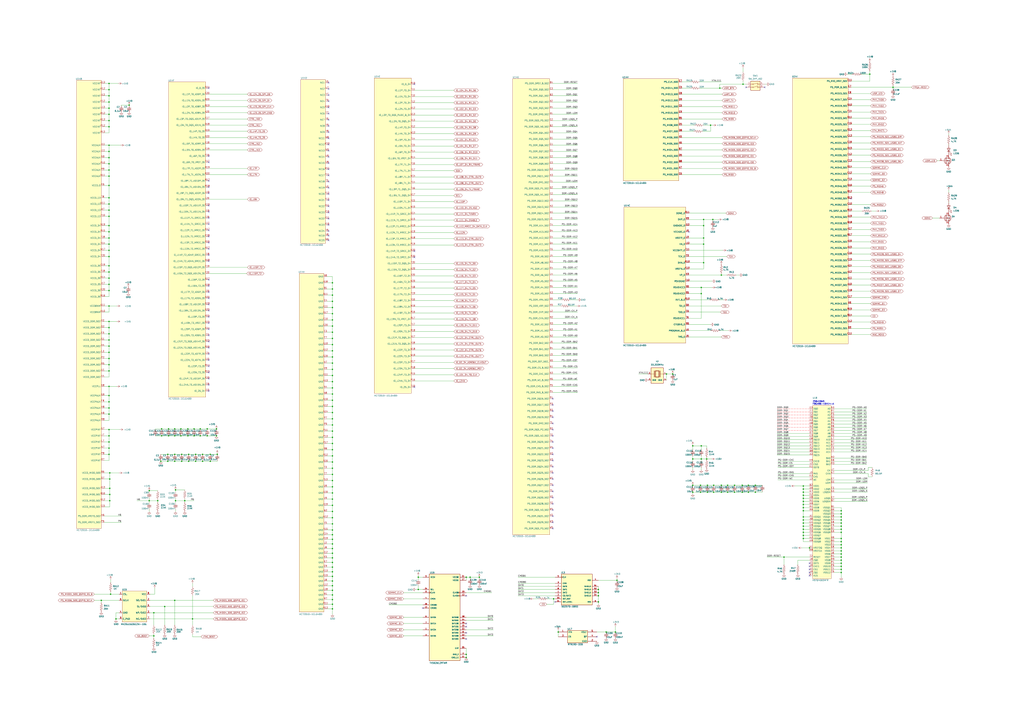
<source format=kicad_sch>
(kicad_sch (version 20230121) (generator eeschema)
  (paper "A1")
  (lib_symbols
    (symbol "+1V0_1" (power) (pin_numbers hide) (pin_names (offset 0) hide)
      (property "Value" "+1V0_1" (at 0 3.556 90))
      (symbol "+1V0_1_1_1"
        (pin power_in line (at 0 0 90) (length 0) hide (name "+1V0") (number "1"))
      )
    )
    (symbol "+1V0_2" (power) (pin_numbers hide) (pin_names (offset 0) hide)
      (property "Value" "+1V0_2" (at 0 3.556 90))
      (symbol "+1V0_2_1_1"
        (pin power_in line (at 0 0 90) (length 0) hide (name "+1V0") (number "1"))
      )
    )
    (symbol "+1V0_3" (power) (pin_numbers hide) (pin_names (offset 0) hide)
      (property "Value" "+1V0_3" (at 0 3.556 90))
      (symbol "+1V0_3_1_1"
        (pin power_in line (at 0 0 90) (length 0) hide (name "+1V0") (number "1"))
      )
    )
    (symbol "+1V0_4" (power) (pin_numbers hide) (pin_names (offset 0) hide)
      (property "Value" "+1V0_4" (at 0 3.556 90))
      (symbol "+1V0_4_1_1"
        (pin power_in line (at 0 0 90) (length 0) hide (name "+1V0") (number "1"))
      )
    )
    (symbol "+1V0_5" (power) (pin_numbers hide) (pin_names (offset 0) hide)
      (property "Value" "+1V0_5" (at 0 3.556 90))
      (symbol "+1V0_5_1_1"
        (pin power_in line (at 0 0 90) (length 0) hide (name "+1V0") (number "1"))
      )
    )
    (symbol "+1V5_1" (power) (pin_numbers hide) (pin_names (offset 0) hide)
      (property "Value" "+1V5_1" (at 0 3.937 90))
      (symbol "+1V5_1_1_1"
        (pin power_in line (at 0 0 90) (length 0) hide (name "+1V5") (number "1"))
      )
    )
    (symbol "+1V5_2" (power) (pin_numbers hide) (pin_names (offset 0) hide)
      (property "Value" "+1V5_2" (at 0 3.937 90))
      (symbol "+1V5_2_1_1"
        (pin power_in line (at 0 0 90) (length 0) hide (name "+1V5") (number "1"))
      )
    )
    (symbol "+1V5_3" (power) (pin_numbers hide) (pin_names (offset 0) hide)
      (property "Value" "+1V5_3" (at 0 3.937 90))
      (symbol "+1V5_3_1_1"
        (pin power_in line (at 0 0 90) (length 0) hide (name "+1V5") (number "1"))
      )
    )
    (symbol "+1V5_4" (power) (pin_numbers hide) (pin_names (offset 0) hide)
      (property "Value" "+1V5_4" (at 0 3.937 90))
      (symbol "+1V5_4_1_1"
        (pin power_in line (at 0 0 90) (length 0) hide (name "+1V5") (number "1"))
      )
    )
    (symbol "+1V5_5" (power) (pin_numbers hide) (pin_names (offset 0) hide)
      (property "Value" "+1V5_5" (at 0 3.937 90))
      (symbol "+1V5_5_1_1"
        (pin power_in line (at 0 0 90) (length 0) hide (name "+1V5") (number "1"))
      )
    )
    (symbol "+1V8_1" (power) (pin_numbers hide) (pin_names (offset 0) hide)
      (property "Value" "+1V8_1" (at 0 3.175 90))
      (symbol "+1V8_1_1_1"
        (pin power_in line (at 0 0 90) (length 0) hide (name "+1V8") (number "1"))
      )
    )
    (symbol "+1V8_10" (power) (pin_numbers hide) (pin_names (offset 0) hide)
      (property "Value" "+1V8_10" (at 0 3.175 90))
      (symbol "+1V8_10_1_1"
        (pin power_in line (at 0 0 90) (length 0) hide (name "+1V8") (number "1"))
      )
    )
    (symbol "+1V8_11" (power) (pin_numbers hide) (pin_names (offset 0) hide)
      (property "Value" "+1V8_11" (at 0 3.175 90))
      (symbol "+1V8_11_1_1"
        (pin power_in line (at 0 0 90) (length 0) hide (name "+1V8") (number "1"))
      )
    )
    (symbol "+1V8_12" (power) (pin_numbers hide) (pin_names (offset 0) hide)
      (property "Value" "+1V8_12" (at 0 3.175 90))
      (symbol "+1V8_12_1_1"
        (pin power_in line (at 0 0 90) (length 0) hide (name "+1V8") (number "1"))
      )
    )
    (symbol "+1V8_13" (power) (pin_numbers hide) (pin_names (offset 0) hide)
      (property "Value" "+1V8_13" (at 0 3.175 90))
      (symbol "+1V8_13_1_1"
        (pin power_in line (at 0 0 90) (length 0) hide (name "+1V8") (number "1"))
      )
    )
    (symbol "+1V8_2" (power) (pin_numbers hide) (pin_names (offset 0) hide)
      (property "Value" "+1V8_2" (at 0 3.175 90))
      (symbol "+1V8_2_1_1"
        (pin power_in line (at 0 0 90) (length 0) hide (name "+1V8") (number "1"))
      )
    )
    (symbol "+1V8_3" (power) (pin_numbers hide) (pin_names (offset 0) hide)
      (property "Value" "+1V8_3" (at 0 3.175 90))
      (symbol "+1V8_3_1_1"
        (pin power_in line (at 0 0 90) (length 0) hide (name "+1V8") (number "1"))
      )
    )
    (symbol "+1V8_4" (power) (pin_numbers hide) (pin_names (offset 0) hide)
      (property "Value" "+1V8_4" (at 0 3.175 90))
      (symbol "+1V8_4_1_1"
        (pin power_in line (at 0 0 90) (length 0) hide (name "+1V8") (number "1"))
      )
    )
    (symbol "+1V8_5" (power) (pin_numbers hide) (pin_names (offset 0) hide)
      (property "Value" "+1V8_5" (at 0 3.175 90))
      (symbol "+1V8_5_1_1"
        (pin power_in line (at 0 0 90) (length 0) hide (name "+1V8") (number "1"))
      )
    )
    (symbol "+1V8_6" (power) (pin_numbers hide) (pin_names (offset 0) hide)
      (property "Value" "+1V8_6" (at 0 3.175 90))
      (symbol "+1V8_6_1_1"
        (pin power_in line (at 0 0 90) (length 0) hide (name "+1V8") (number "1"))
      )
    )
    (symbol "+1V8_7" (power) (pin_numbers hide) (pin_names (offset 0) hide)
      (property "Value" "+1V8_7" (at 0 3.175 90))
      (symbol "+1V8_7_1_1"
        (pin power_in line (at 0 0 90) (length 0) hide (name "+1V8") (number "1"))
      )
    )
    (symbol "+1V8_8" (power) (pin_numbers hide) (pin_names (offset 0) hide)
      (property "Value" "+1V8_8" (at 0 3.175 90))
      (symbol "+1V8_8_1_1"
        (pin power_in line (at 0 0 90) (length 0) hide (name "+1V8") (number "1"))
      )
    )
    (symbol "+1V8_9" (power) (pin_numbers hide) (pin_names (offset 0) hide)
      (property "Value" "+1V8_9" (at 0 3.175 90))
      (symbol "+1V8_9_1_1"
        (pin power_in line (at 0 0 90) (length 0) hide (name "+1V8") (number "1"))
      )
    )
    (symbol "+3V3_1" (power) (pin_numbers hide) (pin_names (offset 0) hide)
      (property "Value" "+3V3_1" (at 0 5.08 0))
      (symbol "+3V3_1_1_1"
        (pin power_in line (at 0 0 90) (length 0) hide (name "+3V3") (number "1"))
      )
    )
    (symbol "+3V3_2" (power) (pin_numbers hide) (pin_names (offset 0) hide)
      (property "Value" "+3V3_2" (at 0 5.08 0))
      (symbol "+3V3_2_1_1"
        (pin power_in line (at 0 0 90) (length 0) hide (name "+3V3") (number "1"))
      )
    )
    (symbol "+5VA_11" (power) (pin_numbers hide) (pin_names (offset 0) hide)
      (property "Value" "+5VA_11" (at 0 4.445 0))
      (symbol "+5VA_11_1_1"
        (pin power_in line (at 0 0 90) (length 0) hide (name "+5VA") (number "1"))
      )
    )
    (symbol "502570-0893:502570-0893" (pin_names (offset 1.016))
      (property "Reference" "J" (at -12.7238 13.4872 0))
      (property "Value" "502570-0893" (at -12.7135 -14.4934 0))
      (symbol "502570-0893_0_0"
        (pin bidirectional line (at -17.78 -2.54 0) (length 5.08) (name "DAT2") (number "1"))
        (pin bidirectional line (at -17.78 -5.08 0) (length 5.08) (name "CD/DAT3") (number "2"))
        (pin bidirectional line (at -17.78 5.08 0) (length 5.08) (name "CMD") (number "3"))
        (pin power_in line (at 17.78 7.62 180) (length 5.08) (name "VDD") (number "4"))
        (pin input clock (at -17.78 10.16 0) (length 5.08) (name "CLK") (number "5"))
        (pin power_in line (at 17.78 -10.16 180) (length 5.08) (name "VSS") (number "6"))
        (pin bidirectional line (at -17.78 2.54 0) (length 5.08) (name "DAT0") (number "7"))
        (pin bidirectional line (at -17.78 0 0) (length 5.08) (name "DAT1") (number "8"))
        (pin passive line (at -17.78 -10.16 0) (length 5.08) (name "DET_LEVEL") (number "DL"))
        (pin passive line (at -17.78 -7.62 0) (length 5.08) (name "DET_SWT") (number "DS"))
      )
      (symbol "502570-0893_1_0"
        (pin power_in line (at 17.78 2.54 180) (length 5.08) (name "SHIELD") (number "S1"))
        (pin power_in line (at 17.78 0 180) (length 5.08) (name "SHIELD") (number "S2"))
        (pin power_in line (at 17.78 -2.54 180) (length 5.08) (name "SHIELD") (number "S3"))
        (pin power_in line (at 17.78 -5.08 180) (length 5.08) (name "SHIELD") (number "S4"))
      )
    )
    (symbol "ABM8AIG-25.000MHZ-12-2Z-T3:ABM8AIG-25.000MHZ-12-2Z-T3" (pin_names (offset 1.016))
      (property "Reference" "Y" (at -5.0878 6.3559 0))
      (property "Value" "ABM8AIG-25.000MHZ-12-2Z-T3" (at -5.0944 -10.16 0))
      (symbol "ABM8AIG-25.000MHZ-12-2Z-T3_0_0"
        (pin passive line (at -7.62 0 0) (length 2.54) (name "~") (number "1"))
        (pin power_in line (at 7.62 -5.08 180) (length 2.54) (name "GND") (number "2"))
        (pin passive line (at 7.62 0 180) (length 2.54) (name "~") (number "3"))
        (pin power_in line (at -7.62 -5.08 0) (length 2.54) (name "GND") (number "4"))
      )
    )
    (symbol "Device:C_Small" (pin_numbers hide) (pin_names (offset 0.254) hide)
      (property "Reference" "C" (at 0.254 1.778 0))
      (property "Value" "C_Small" (at 0.254 -2.032 0))
      (symbol "C_Small_1_1"
        (pin passive line (at 0 2.54 270) (length 2.032) (name "~") (number "1"))
        (pin passive line (at 0 -2.54 90) (length 2.032) (name "~") (number "2"))
      )
    )
    (symbol "Device:LED" (pin_numbers hide) (pin_names (offset 1.016) hide)
      (property "Reference" "D" (at 0 2.54 0))
      (property "Value" "LED" (at 0 -2.54 0))
      (symbol "LED_1_1"
        (pin passive line (at -3.81 0 0) (length 2.54) (name "K") (number "1"))
        (pin passive line (at 3.81 0 180) (length 2.54) (name "A") (number "2"))
      )
    )
    (symbol "Device:R_US" (pin_numbers hide) (pin_names (offset 0))
      (property "Reference" "R" (at 2.54 0 90))
      (property "Value" "R_US" (at -2.54 0 90))
      (symbol "R_US_1_1"
        (pin passive line (at 0 3.81 270) (length 1.27) (name "~") (number "1"))
        (pin passive line (at 0 -3.81 90) (length 1.27) (name "~") (number "2"))
      )
    )
    (symbol "FBGA96-10X14-A:FBGA96-10X14-A"
      (property "Reference" "U18" (at -5.715 77.47 0))
      (property "Value" "H5TQ4G63AFR" (at -1.27 -72.39 0))
      (symbol "FBGA96-10X14-A_1_1"
        (pin passive line (at -10.16 -20.32 0) (length 2.54) (name "VDDQ1") (number "A1"))
        (pin passive line (at -10.16 35.56 0) (length 2.54) (name "DQ13") (number "A2"))
        (pin passive line (at -10.16 30.48 0) (length 2.54) (name "DQ15") (number "A3"))
        (pin passive line (at -10.16 38.1 0) (length 2.54) (name "DQ12") (number "A7"))
        (pin passive line (at -10.16 -22.86 0) (length 2.54) (name "VDDQ2") (number "A8"))
        (pin passive line (at 10.16 -38.1 180) (length 2.54) (name "VSS1") (number "A9"))
        (pin passive line (at 10.16 -12.7 180) (length 2.54) (name "VSSQ1") (number "B1"))
        (pin passive line (at -10.16 5.08 0) (length 2.54) (name "VDD1") (number "B2"))
        (pin passive line (at 10.16 -40.64 180) (length 2.54) (name "VSS2") (number "B3"))
        (pin passive line (at 10.16 -7.62 180) (length 2.54) (name "UDQSN") (number "B7"))
        (pin passive line (at -10.16 33.02 0) (length 2.54) (name "DQ14") (number "B8"))
        (pin passive line (at 10.16 -15.24 180) (length 2.54) (name "VSSQ2") (number "B9"))
        (pin passive line (at -10.16 -25.4 0) (length 2.54) (name "VDDQ3") (number "C1"))
        (pin passive line (at -10.16 40.64 0) (length 2.54) (name "DQ11") (number "C2"))
        (pin passive line (at -10.16 45.72 0) (length 2.54) (name "DQ9") (number "C3"))
        (pin passive line (at 10.16 -5.08 180) (length 2.54) (name "UDQS") (number "C7"))
        (pin passive line (at -10.16 43.18 0) (length 2.54) (name "DQ10") (number "C8"))
        (pin passive line (at -10.16 -27.94 0) (length 2.54) (name "VDDQ4") (number "C9"))
        (pin passive line (at 10.16 -17.78 180) (length 2.54) (name "VSSQ3") (number "D1"))
        (pin passive line (at -10.16 -30.48 0) (length 2.54) (name "VDDQ5") (number "D2"))
        (pin passive line (at 10.16 7.62 180) (length 2.54) (name "UDM") (number "D3"))
        (pin passive line (at -10.16 48.26 0) (length 2.54) (name "DQ8") (number "D7"))
        (pin passive line (at 10.16 -20.32 180) (length 2.54) (name "VSSQ4") (number "D8"))
        (pin passive line (at -10.16 2.54 0) (length 2.54) (name "VDD2") (number "D9"))
        (pin passive line (at 10.16 -43.18 180) (length 2.54) (name "VSS3") (number "E1"))
        (pin passive line (at 10.16 -22.86 180) (length 2.54) (name "VSSQ5") (number "E2"))
        (pin passive line (at -10.16 68.58 0) (length 2.54) (name "DQ0") (number "E3"))
        (pin passive line (at 10.16 10.16 180) (length 2.54) (name "LDM") (number "E7"))
        (pin passive line (at 10.16 -25.4 180) (length 2.54) (name "VSSQ6") (number "E8"))
        (pin passive line (at -10.16 -33.02 0) (length 2.54) (name "VDDQ6") (number "E9"))
        (pin passive line (at -10.16 -35.56 0) (length 2.54) (name "VDDQ7") (number "F1"))
        (pin passive line (at -10.16 63.5 0) (length 2.54) (name "DQ2") (number "F2"))
        (pin passive line (at 10.16 2.54 180) (length 2.54) (name "LDQS") (number "F3"))
        (pin passive line (at -10.16 66.04 0) (length 2.54) (name "DQ1") (number "F7"))
        (pin passive line (at -10.16 60.96 0) (length 2.54) (name "DQ3") (number "F8"))
        (pin passive line (at 10.16 -27.94 180) (length 2.54) (name "VSSQ7") (number "F9"))
        (pin passive line (at 10.16 -30.48 180) (length 2.54) (name "VSSQ8") (number "G1"))
        (pin passive line (at -10.16 53.34 0) (length 2.54) (name "DQ6") (number "G2"))
        (pin passive line (at 10.16 0 180) (length 2.54) (name "LDQSN") (number "G3"))
        (pin passive line (at -10.16 0 0) (length 2.54) (name "VDD3") (number "G7"))
        (pin passive line (at 10.16 -45.72 180) (length 2.54) (name "VSS4") (number "G8"))
        (pin passive line (at 10.16 -33.02 180) (length 2.54) (name "VSSQ9") (number "G9"))
        (pin passive line (at -10.16 -45.72 0) (length 2.54) (name "VREFDQ") (number "H1"))
        (pin passive line (at -10.16 -38.1 0) (length 2.54) (name "VDDQ8") (number "H2"))
        (pin passive line (at -10.16 58.42 0) (length 2.54) (name "DQ4") (number "H3"))
        (pin passive line (at -10.16 50.8 0) (length 2.54) (name "DQ7") (number "H7"))
        (pin passive line (at -10.16 55.88 0) (length 2.54) (name "DQ5") (number "H8"))
        (pin passive line (at -10.16 -40.64 0) (length 2.54) (name "VDDQ9") (number "H9"))
        (pin passive line (at -10.16 -58.42 0) (length 2.54) (name "ODT1") (number "J1"))
        (pin passive line (at 10.16 -48.26 180) (length 2.54) (name "VSS5") (number "J2"))
        (pin passive line (at -10.16 15.24 0) (length 2.54) (name "RAS") (number "J3"))
        (pin passive line (at 10.16 17.78 180) (length 2.54) (name "CK") (number "J7"))
        (pin passive line (at 10.16 -50.8 180) (length 2.54) (name "VSS6") (number "J8"))
        (pin passive line (at -10.16 -60.96 0) (length 2.54) (name "CKE1") (number "J9"))
        (pin passive line (at -10.16 20.32 0) (length 2.54) (name "ODT0") (number "K1"))
        (pin passive line (at -10.16 -2.54 0) (length 2.54) (name "VDD4") (number "K2"))
        (pin passive line (at -10.16 12.7 0) (length 2.54) (name "CAS") (number "K3"))
        (pin passive line (at 10.16 15.24 180) (length 2.54) (name "CKN") (number "K7"))
        (pin passive line (at -10.16 -5.08 0) (length 2.54) (name "VDD5") (number "K8"))
        (pin passive line (at -10.16 25.4 0) (length 2.54) (name "CKE0") (number "K9"))
        (pin passive line (at -10.16 -63.5 0) (length 2.54) (name "CS1") (number "L1"))
        (pin passive line (at -10.16 22.86 0) (length 2.54) (name "CSO") (number "L2"))
        (pin passive line (at -10.16 10.16 0) (length 2.54) (name "WE") (number "L3"))
        (pin passive line (at 10.16 43.18 180) (length 2.54) (name "A10") (number "L7"))
        (pin passive line (at -10.16 -55.88 0) (length 2.54) (name "ZQ0") (number "L8"))
        (pin passive line (at -10.16 -66.04 0) (length 2.54) (name "ZQ1") (number "L9"))
        (pin passive line (at 10.16 -53.34 180) (length 2.54) (name "VSS7") (number "M1"))
        (pin passive line (at 10.16 27.94 180) (length 2.54) (name "BA0") (number "M2"))
        (pin passive line (at 10.16 22.86 180) (length 2.54) (name "BA2") (number "M3"))
        (pin passive line (at -10.16 -68.58 0) (length 2.54) (name "A15") (number "M7"))
        (pin passive line (at -10.16 -48.26 0) (length 2.54) (name "VREFCA") (number "M8"))
        (pin passive line (at 10.16 -55.88 180) (length 2.54) (name "VSS8") (number "M9"))
        (pin passive line (at -10.16 -7.62 0) (length 2.54) (name "VDD6") (number "N1"))
        (pin passive line (at 10.16 60.96 180) (length 2.54) (name "A3") (number "N2"))
        (pin passive line (at 10.16 68.58 180) (length 2.54) (name "A0") (number "N3"))
        (pin passive line (at 10.16 38.1 180) (length 2.54) (name "A12") (number "N7"))
        (pin passive line (at 10.16 25.4 180) (length 2.54) (name "BA1") (number "N8"))
        (pin passive line (at -10.16 -10.16 0) (length 2.54) (name "VDD7") (number "N9"))
        (pin passive line (at 10.16 -58.42 180) (length 2.54) (name "VSS9") (number "P1"))
        (pin passive line (at 10.16 55.88 180) (length 2.54) (name "A5") (number "P2"))
        (pin passive line (at 10.16 63.5 180) (length 2.54) (name "A2") (number "P3"))
        (pin passive line (at 10.16 66.04 180) (length 2.54) (name "A1") (number "P7"))
        (pin passive line (at 10.16 58.42 180) (length 2.54) (name "A4") (number "P8"))
        (pin passive line (at 10.16 -60.96 180) (length 2.54) (name "VSS10") (number "P9"))
        (pin passive line (at -10.16 -12.7 0) (length 2.54) (name "VDD8") (number "R1"))
        (pin passive line (at 10.16 50.8 180) (length 2.54) (name "A7") (number "R2"))
        (pin passive line (at 10.16 45.72 180) (length 2.54) (name "A9") (number "R3"))
        (pin passive line (at 10.16 40.64 180) (length 2.54) (name "A11") (number "R7"))
        (pin passive line (at 10.16 53.34 180) (length 2.54) (name "A6") (number "R8"))
        (pin passive line (at -10.16 -15.24 0) (length 2.54) (name "VDD9") (number "R9"))
        (pin passive line (at 10.16 -63.5 180) (length 2.54) (name "VSS11") (number "T1"))
        (pin passive line (at -10.16 -53.34 0) (length 2.54) (name "RESET") (number "T2"))
        (pin passive line (at 10.16 35.56 180) (length 2.54) (name "A13") (number "T3"))
        (pin passive line (at 10.16 33.02 180) (length 2.54) (name "A14") (number "T7"))
        (pin passive line (at 10.16 48.26 180) (length 2.54) (name "A8") (number "T8"))
        (pin passive line (at 10.16 -66.04 180) (length 2.54) (name "VSS12") (number "T9"))
      )
    )
    (symbol "GND_1" (power) (pin_numbers hide) (pin_names (offset 0) hide)
      (property "Value" "GND" (at 0 -3.81 0))
      (symbol "GND_1_1_1"
        (pin power_in line (at 0 0 270) (length 0) hide (name "GND") (number "1"))
      )
    )
    (symbol "MX25U1635EZUI-10G:MX25U1635EZUI-10G"
      (property "Reference" "U19" (at -8.255 13.97 0))
      (property "Value" "MX25U1635EZNI-10G" (at -0.635 -14.605 0))
      (symbol "MX25U1635EZUI-10G_1_1"
        (pin passive line (at -12.7 10.16 0) (length 2.54) (name "CS_") (number "1"))
        (pin passive line (at 12.7 5.08 180) (length 2.54) (name "SO/SIO1") (number "2"))
        (pin passive line (at 12.7 -5.08 180) (length 2.54) (name "WP/SIO2") (number "3"))
        (pin passive line (at -12.7 -5.08 0) (length 2.54) (name "GND") (number "4"))
        (pin passive line (at 12.7 0 180) (length 2.54) (name "SI/SIO0") (number "5"))
        (pin passive line (at -12.7 5.08 0) (length 2.54) (name "SCLK") (number "6"))
        (pin passive line (at 12.7 -10.16 180) (length 2.54) (name "NC/SIO3") (number "7"))
        (pin passive line (at 12.7 10.16 180) (length 2.54) (name "VCC") (number "8"))
        (pin passive line (at -12.7 -10.16 0) (length 2.54) (name "E_PAD") (number "9"))
      )
    )
    (symbol "PLUTOX_SDR SCH LIB:RT9193-33GB"
      (property "Reference" "U6" (at 22.86 6.35 0))
      (symbol "RT9193-33GB_0_1"
        (pin power_in line (at 7.62 3.81 0) (length 7.62) (name "VIN") (number "1"))
        (pin power_out line (at 39.37 -3.81 180) (length 7.62) (name "GND") (number "2"))
        (pin unspecified line (at 7.62 0 0) (length 7.62) (name "EN") (number "3"))
        (pin unspecified line (at 39.37 0 180) (length 7.62) (name "BP") (number "4"))
        (pin output line (at 39.37 3.81 180) (length 7.62) (name "VOUT") (number "5"))
      )
    )
    (symbol "SOT23_MOSFET_1" (pin_names hide)
      (property "Reference" "Q3" (at 0.762 5.207 0))
      (property "Value" "~" (at 0 0 0))
      (symbol "SOT23_MOSFET_1_1_1"
        (pin passive line (at 0.127 -7.62 90) (length 2.54) (name "G") (number "1"))
        (pin passive line (at 5.207 0 180) (length 2.54) (name "S") (number "2"))
        (pin passive line (at -4.953 0 0) (length 2.54) (name "D") (number "3"))
      )
    )
    (symbol "Switch:SW_DIP_x02" (pin_names (offset 0) hide)
      (property "Reference" "SW" (at 0 6.35 0))
      (property "Value" "SW_DIP_x02" (at 0 -3.81 0))
      (symbol "SW_DIP_x02_1_1"
        (pin passive line (at -7.62 2.54 0) (length 5.08) (name "~") (number "1"))
        (pin passive line (at -7.62 0 0) (length 5.08) (name "~") (number "2"))
        (pin passive line (at 7.62 0 180) (length 5.08) (name "~") (number "3"))
        (pin passive line (at 7.62 2.54 180) (length 5.08) (name "~") (number "4"))
      )
    )
    (symbol "TXS02612RTWR:TXS02612RTWR" (pin_names (offset 1.016))
      (property "Reference" "U" (at -12.7 36.83 0))
      (property "Value" "TXS02612RTWR" (at -12.7 -36.83 0))
      (symbol "TXS02612RTWR_0_0"
        (pin bidirectional line (at -17.78 -10.16 0) (length 5.08) (name "DAT2A") (number "1"))
        (pin bidirectional line (at 17.78 -17.78 180) (length 5.08) (name "DAT3B1") (number "10"))
        (pin power_in line (at 17.78 -33.02 180) (length 5.08) (name "GND_11") (number "11"))
        (pin bidirectional line (at -17.78 7.62 0) (length 5.08) (name "CMDB1") (number "12"))
        (pin output clock (at 17.78 17.78 180) (length 5.08) (name "CLKB1") (number "13"))
        (pin bidirectional line (at 17.78 -2.54 180) (length 5.08) (name "DAT0B1") (number "14"))
        (pin bidirectional line (at 17.78 -7.62 180) (length 5.08) (name "DAT1B1") (number "15"))
        (pin bidirectional line (at 17.78 -5.08 180) (length 5.08) (name "DAT1B0") (number "16"))
        (pin power_in line (at 17.78 30.48 180) (length 5.08) (name "VCCB1") (number "17"))
        (pin bidirectional line (at 17.78 0 180) (length 5.08) (name "DAT0B0") (number "18"))
        (pin output clock (at 17.78 20.32 180) (length 5.08) (name "CLKB0") (number "19"))
        (pin power_in line (at 17.78 -30.48 180) (length 5.08) (name "GND_2") (number "2"))
        (pin bidirectional line (at -17.78 10.16 0) (length 5.08) (name "CMDB0") (number "20"))
        (pin power_in line (at 17.78 33.02 180) (length 5.08) (name "VCCB0") (number "21"))
        (pin bidirectional line (at 17.78 -15.24 180) (length 5.08) (name "DAT3B0") (number "22"))
        (pin bidirectional line (at 17.78 -10.16 180) (length 5.08) (name "DAT2B0") (number "23"))
        (pin input line (at -17.78 22.86 0) (length 5.08) (name "SEL") (number "24"))
        (pin passive line (at 17.78 -25.4 180) (length 5.08) (name "EXP") (number "25"))
        (pin bidirectional line (at -17.78 -15.24 0) (length 5.08) (name "DAT3A") (number "3"))
        (pin bidirectional line (at -17.78 15.24 0) (length 5.08) (name "CMDA") (number "4"))
        (pin power_in line (at -17.78 33.02 0) (length 5.08) (name "VCCA") (number "5"))
        (pin bidirectional line (at -17.78 0 0) (length 5.08) (name "DAT0A") (number "6"))
        (pin bidirectional line (at -17.78 -5.08 0) (length 5.08) (name "DAT1A") (number "7"))
        (pin bidirectional line (at 17.78 -12.7 180) (length 5.08) (name "DAT2B1") (number "8"))
        (pin input clock (at -17.78 20.32 0) (length 5.08) (name "CLKA") (number "9"))
      )
    )
    (symbol "XC7Z010-1CLG400I:XC7Z010-1CLG400I"
      (property "Reference" "U18" (at -12.954 135.763 0))
      (property "Value" "XC7Z010-1CLG400I" (at -0.635 -186.69 0))
      (symbol "XC7Z010-1CLG400I_1_1"
        (pin power_in line (at 12.7 99.06 180) (length 2.54) (name "GND") (number "A18"))
        (pin power_in line (at 12.7 104.14 180) (length 2.54) (name "GND") (number "A8"))
        (pin power_in line (at 12.7 93.98 180) (length 2.54) (name "GND") (number "B1"))
        (pin power_in line (at 12.7 88.9 180) (length 2.54) (name "GND") (number "B11"))
        (pin passive line (at 12.7 -107.95 180) (length 2.54) (name "GND") (number "C14"))
        (pin power_in line (at 12.7 83.82 180) (length 2.54) (name "GND") (number "C4"))
        (pin passive line (at 12.7 -134.62 180) (length 2.54) (name "GND") (number "C9"))
        (pin power_in line (at 12.7 73.66 180) (length 2.54) (name "GND") (number "D17"))
        (pin power_in line (at 12.7 68.58 180) (length 2.54) (name "GND") (number "E10"))
        (pin power_in line (at 12.7 63.5 180) (length 2.54) (name "GND") (number "E20"))
        (pin power_in line (at 12.7 58.42 180) (length 2.54) (name "GND") (number "F3"))
        (pin power_in line (at 12.7 53.34 180) (length 2.54) (name "GND") (number "F7"))
        (pin power_in line (at 12.7 48.26 180) (length 2.54) (name "GND") (number "G10"))
        (pin power_in line (at 12.7 43.18 180) (length 2.54) (name "GND") (number "G12"))
        (pin power_in line (at 12.7 38.1 180) (length 2.54) (name "GND") (number "G16"))
        (pin power_in line (at 12.7 22.86 180) (length 2.54) (name "GND") (number "H11"))
        (pin power_in line (at 12.7 17.78 180) (length 2.54) (name "GND") (number "H13"))
        (pin passive line (at 12.7 -111.76 180) (length 2.54) (name "GND") (number "H19"))
        (pin power_in line (at 12.7 33.02 180) (length 2.54) (name "GND") (number "H7"))
        (pin power_in line (at 12.7 27.94 180) (length 2.54) (name "GND") (number "H9"))
        (pin passive line (at 12.7 -123.19 180) (length 2.54) (name "GND") (number "J12"))
        (pin passive line (at 12.7 -115.57 180) (length 2.54) (name "GND") (number "J2"))
        (pin passive line (at 12.7 -119.38 180) (length 2.54) (name "GND") (number "J8"))
        (pin power_in line (at 12.7 78.74 180) (length 2.54) (name "GND") (number "K11"))
        (pin passive line (at 12.7 -138.43 180) (length 2.54) (name "GND") (number "K13"))
        (pin passive line (at 12.7 -142.24 180) (length 2.54) (name "GND") (number "K15"))
        (pin passive line (at 12.7 -127 180) (length 2.54) (name "GND") (number "K5"))
        (pin passive line (at 12.7 -130.81 180) (length 2.54) (name "GND") (number "K7"))
        (pin passive line (at 12.7 -149.86 180) (length 2.54) (name "GND") (number "L12"))
        (pin passive line (at 12.7 -153.67 180) (length 2.54) (name "GND") (number "L18"))
        (pin passive line (at 12.7 -146.05 180) (length 2.54) (name "GND") (number "L8"))
        (pin passive line (at 12.7 -157.48 180) (length 2.54) (name "GND") (number "M1"))
        (pin passive line (at 12.7 -165.1 180) (length 2.54) (name "GND") (number "M11"))
        (pin passive line (at 12.7 -168.91 180) (length 2.54) (name "GND") (number "M13"))
        (pin passive line (at 12.7 -161.29 180) (length 2.54) (name "GND") (number "M7"))
        (pin power_in line (at 12.7 2.54 180) (length 2.54) (name "GND") (number "N10"))
        (pin power_in line (at 12.7 -2.54 180) (length 2.54) (name "GND") (number "N12"))
        (pin power_in line (at 12.7 -7.62 180) (length 2.54) (name "GND") (number "N14"))
        (pin power_in line (at 12.7 12.7 180) (length 2.54) (name "GND") (number "N4"))
        (pin power_in line (at 12.7 7.62 180) (length 2.54) (name "GND") (number "N8"))
        (pin power_in line (at 12.7 -22.86 180) (length 2.54) (name "GND") (number "P11"))
        (pin power_in line (at 12.7 -27.94 180) (length 2.54) (name "GND") (number "P13"))
        (pin power_in line (at 12.7 -33.02 180) (length 2.54) (name "GND") (number "P17"))
        (pin power_in line (at 12.7 -12.7 180) (length 2.54) (name "GND") (number "P7"))
        (pin power_in line (at 12.7 -17.78 180) (length 2.54) (name "GND") (number "P9"))
        (pin power_in line (at 12.7 -43.18 180) (length 2.54) (name "GND") (number "R12"))
        (pin power_in line (at 12.7 -48.26 180) (length 2.54) (name "GND") (number "R20"))
        (pin power_in line (at 12.7 -38.1 180) (length 2.54) (name "GND") (number "R8"))
        (pin power_in line (at 12.7 -63.5 180) (length 2.54) (name "GND") (number "T13"))
        (pin power_in line (at 12.7 -53.34 180) (length 2.54) (name "GND") (number "T3"))
        (pin power_in line (at 12.7 -58.42 180) (length 2.54) (name "GND") (number "T7"))
        (pin power_in line (at 12.7 -73.66 180) (length 2.54) (name "GND") (number "U16"))
        (pin power_in line (at 12.7 -68.58 180) (length 2.54) (name "GND") (number "U6"))
        (pin power_in line (at 12.7 -83.82 180) (length 2.54) (name "GND") (number "V19"))
        (pin power_in line (at 12.7 -78.74 180) (length 2.54) (name "GND") (number "V9"))
        (pin power_in line (at 12.7 -93.98 180) (length 2.54) (name "GND") (number "W12"))
        (pin power_in line (at 12.7 -88.9 180) (length 2.54) (name "GND") (number "W2"))
        (pin power_in line (at 12.7 -104.14 180) (length 2.54) (name "GND") (number "Y15"))
        (pin power_in line (at 12.7 -99.06 180) (length 2.54) (name "GND") (number "Y5"))
      )
      (symbol "XC7Z010-1CLG400I_2_1"
        (pin power_in line (at 12.7 -152.4 180) (length 2.54) (name "VCCO_MIO0_501") (number "A13"))
        (pin power_in line (at 12.7 -15.24 180) (length 2.54) (name "VCCO_DDR_502") (number "A3"))
        (pin power_in line (at 12.7 -157.48 180) (length 2.54) (name "VCCO_MIO0_501") (number "B16"))
        (pin power_in line (at 12.7 -139.7 180) (length 2.54) (name "VCCO_MIO0_500") (number "B6"))
        (pin power_in line (at 12.7 30.48 180) (length 2.54) (name "VCCO_35") (number "C19"))
        (pin power_in line (at 12.7 -162.56 180) (length 2.54) (name "VCCO_MIO0_501") (number "D12"))
        (pin power_in line (at 12.7 -20.32 180) (length 2.54) (name "VCCO_DDR_502") (number "D2"))
        (pin power_in line (at 12.7 -144.78 180) (length 2.54) (name "VCCO_MIO0_500") (number "D7"))
        (pin power_in line (at 12.7 -167.64 180) (length 2.54) (name "VCCO_MIO0_501") (number "E15"))
        (pin power_in line (at 12.7 -25.4 180) (length 2.54) (name "VCCO_DDR_502") (number "E5"))
        (pin power_in line (at 12.7 25.4 180) (length 2.54) (name "VCCO_35") (number "F18"))
        (pin power_in line (at 12.7 -81.28 180) (length 2.54) (name "VCCPAUX") (number "F8"))
        (pin power_in line (at 12.7 -30.48 180) (length 2.54) (name "VCCO_DDR_502") (number "G1"))
        (pin power_in line (at 12.7 -2.54 180) (length 2.54) (name "VCCBRAM") (number "G11"))
        (pin power_in line (at 12.7 180.34 180) (length 2.54) (name "VCCINT") (number "G13"))
        (pin power_in line (at 12.7 -104.14 180) (length 2.54) (name "VCCPINT") (number "G7"))
        (pin power_in line (at 12.7 -68.58 180) (length 2.54) (name "VCCPLL") (number "G8"))
        (pin power_in line (at 12.7 -76.2 180) (length 2.54) (name "VCCPAUX") (number "G9"))
        (pin power_in line (at 12.7 -7.62 180) (length 2.54) (name "VCCBRAM") (number "H10"))
        (pin power_in line (at 12.7 175.26 180) (length 2.54) (name "VCCINT") (number "H12"))
        (pin power_in line (at 12.7 20.32 180) (length 2.54) (name "VCCO_35") (number "H14"))
        (pin power_in line (at 12.7 -35.56 180) (length 2.54) (name "VCCO_DDR_502") (number "H4"))
        (pin power_in line (at 12.7 -175.26 180) (length 2.54) (name "PS_DDR_VREF0_502") (number "H6"))
        (pin power_in line (at 12.7 -86.36 180) (length 2.54) (name "VCCPAUX") (number "H8"))
        (pin power_in line (at 12.7 129.54 180) (length 2.54) (name "VCCAUX") (number "J11"))
        (pin power_in line (at 12.7 170.18 180) (length 2.54) (name "VCCINT") (number "J13"))
        (pin power_in line (at 12.7 15.24 180) (length 2.54) (name "VCCO_35") (number "J17"))
        (pin power_in line (at 12.7 -109.22 180) (length 2.54) (name "VCCPINT") (number "J7"))
        (pin power_in line (at 12.7 165.1 180) (length 2.54) (name "VCCINT") (number "K12"))
        (pin power_in line (at 12.7 10.16 180) (length 2.54) (name "VCCO_35") (number "K20"))
        (pin power_in line (at 12.7 96.52 180) (length 2.54) (name "VCCO_0") (number "K6"))
        (pin power_in line (at 12.7 -91.44 180) (length 2.54) (name "VCCPAUX") (number "K8"))
        (pin power_in line (at 12.7 124.46 180) (length 2.54) (name "VCCAUX") (number "L11"))
        (pin power_in line (at 12.7 160.02 180) (length 2.54) (name "VCCINT") (number "L13"))
        (pin power_in line (at 12.7 -40.64 180) (length 2.54) (name "VCCO_DDR_502") (number "L3"))
        (pin power_in line (at 12.7 -114.3 180) (length 2.54) (name "VCCPINT") (number "L7"))
        (pin power_in line (at 12.7 154.94 180) (length 2.54) (name "VCCINT") (number "M12"))
        (pin power_in line (at 12.7 5.08 180) (length 2.54) (name "VCCO_35") (number "M16"))
        (pin power_in line (at 12.7 -96.52 180) (length 2.54) (name "VCCPAUX") (number "M8"))
        (pin power_in line (at 12.7 104.14 180) (length 2.54) (name "VCCAUX") (number "N11"))
        (pin power_in line (at 12.7 149.86 180) (length 2.54) (name "VCCINT") (number "N13"))
        (pin power_in line (at 12.7 63.5 180) (length 2.54) (name "VCCO_34") (number "N19"))
        (pin power_in line (at 12.7 -119.38 180) (length 2.54) (name "VCCPINT") (number "N7"))
        (pin power_in line (at 12.7 119.38 180) (length 2.54) (name "VCCAUX") (number "N9"))
        (pin power_in line (at 12.7 114.3 180) (length 2.54) (name "VCCAUX") (number "P10"))
        (pin power_in line (at 12.7 144.78 180) (length 2.54) (name "VCCINT") (number "P12"))
        (pin power_in line (at 12.7 -45.72 180) (length 2.54) (name "VCCO_DDR_502") (number "P2"))
        (pin power_in line (at 12.7 -180.34 180) (length 2.54) (name "PS_DDR_VREF1_502") (number "P6"))
        (pin power_in line (at 12.7 -124.46 180) (length 2.54) (name "VCCPINT") (number "P8"))
        (pin power_in line (at 12.7 139.7 180) (length 2.54) (name "VCCINT") (number "R13"))
        (pin power_in line (at 12.7 58.42 180) (length 2.54) (name "VCCO_34") (number "R15"))
        (pin power_in line (at 12.7 -50.8 180) (length 2.54) (name "VCCO_DDR_502") (number "R5"))
        (pin power_in line (at 12.7 -129.54 180) (length 2.54) (name "VCCPINT") (number "R7"))
        (pin power_in line (at 12.7 109.22 180) (length 2.54) (name "VCCAUX") (number "R9"))
        (pin power_in line (at 12.7 53.34 180) (length 2.54) (name "VCCO_34") (number "T18"))
        (pin power_in line (at 12.7 86.36 180) (length 2.54) (name "VCCO_13") (number "T8"))
        (pin power_in line (at 12.7 -55.88 180) (length 2.54) (name "VCCO_DDR_502") (number "U1"))
        (pin power_in line (at 12.7 81.28 180) (length 2.54) (name "VCCO_13") (number "U11"))
        (pin power_in line (at 12.7 48.26 180) (length 2.54) (name "VCCO_34") (number "V14"))
        (pin power_in line (at 12.7 -60.96 180) (length 2.54) (name "VCCO_DDR_502") (number "V4"))
        (pin power_in line (at 12.7 43.18 180) (length 2.54) (name "VCCO_34") (number "W17"))
        (pin power_in line (at 12.7 76.2 180) (length 2.54) (name "VCCO_13") (number "W7"))
        (pin power_in line (at 12.7 71.12 180) (length 2.54) (name "VCCO_13") (number "Y10"))
        (pin power_in line (at 12.7 38.1 180) (length 2.54) (name "VCCO_34") (number "Y20"))
      )
      (symbol "XC7Z010-1CLG400I_3_1"
        (pin power_in line (at 27.94 17.78 180) (length 2.54) (name "RSVDGND") (number "F10"))
        (pin power_in line (at 27.94 43.18 180) (length 2.54) (name "VCCBATT_0") (number "F11"))
        (pin power_in line (at 27.94 -7.62 180) (length 2.54) (name "TDO_0") (number "F6"))
        (pin power_in line (at 27.94 38.1 180) (length 2.54) (name "TCK_0") (number "F9"))
        (pin power_in line (at 27.94 -2.54 180) (length 2.54) (name "TDI_0") (number "G6"))
        (pin power_in line (at 27.94 63.5 180) (length 2.54) (name "GNDADC_0") (number "J10"))
        (pin power_in line (at 27.94 -27.94 180) (length 2.54) (name "TMS_0") (number "J6"))
        (pin power_in line (at 27.94 58.42 180) (length 2.54) (name "VCCADC_0") (number "J9"))
        (pin power_in line (at 27.94 27.94 180) (length 2.54) (name "VREFN_0") (number "K10"))
        (pin power_in line (at 27.94 22.86 180) (length 2.54) (name "VP_0") (number "K9"))
        (pin power_in line (at 27.94 48.26 180) (length 2.54) (name "VN_0") (number "L10"))
        (pin power_in line (at 27.94 -22.86 180) (length 2.54) (name "PROGRAM_B_0") (number "L6"))
        (pin power_in line (at 27.94 53.34 180) (length 2.54) (name "VREFP_0") (number "L9"))
        (pin power_in line (at 27.94 33.02 180) (length 2.54) (name "DXN_0") (number "M10"))
        (pin power_in line (at 27.94 -17.78 180) (length 2.54) (name "CFGBVS_0") (number "M6"))
        (pin power_in line (at 27.94 68.58 180) (length 2.54) (name "DXP_0") (number "M9"))
        (pin power_in line (at 27.94 12.7 180) (length 2.54) (name "RSVDVCC3") (number "N6"))
        (pin power_in line (at 27.94 2.54 180) (length 2.54) (name "INIT_B_0") (number "R10"))
        (pin power_in line (at 27.94 73.66 180) (length 2.54) (name "DONE_0") (number "R11"))
        (pin power_in line (at 27.94 7.62 180) (length 2.54) (name "RSVDVCC2") (number "R6"))
        (pin power_in line (at 27.94 -12.7 180) (length 2.54) (name "RSVDVCC1") (number "T6"))
      )
      (symbol "XC7Z010-1CLG400I_4_1"
        (pin power_in line (at 12.7 -33.02 180) (length 2.54) (name "NC18") (number "T5"))
        (pin power_in line (at 12.7 33.02 180) (length 2.54) (name "NC4") (number "T9"))
        (pin power_in line (at 12.7 27.94 180) (length 2.54) (name "NC5") (number "U10"))
        (pin power_in line (at 12.7 -38.1 180) (length 2.54) (name "NC19") (number "U5"))
        (pin power_in line (at 12.7 43.18 180) (length 2.54) (name "NC2") (number "U7"))
        (pin power_in line (at 12.7 -17.78 180) (length 2.54) (name "NC15") (number "U8"))
        (pin power_in line (at 12.7 -12.7 180) (length 2.54) (name "NC14") (number "U9"))
        (pin power_in line (at 12.7 -68.58 180) (length 2.54) (name "NC23") (number "V10"))
        (pin power_in line (at 12.7 -58.42 180) (length 2.54) (name "NC23") (number "V10"))
        (pin power_in line (at 12.7 -63.5 180) (length 2.54) (name "NC22") (number "V11"))
        (pin power_in line (at 12.7 -53.34 180) (length 2.54) (name "NC22") (number "V11"))
        (pin power_in line (at 12.7 48.26 180) (length 2.54) (name "NC1") (number "V5"))
        (pin power_in line (at 12.7 -73.66 180) (length 2.54) (name "NC24") (number "V6"))
        (pin power_in line (at 12.7 38.1 180) (length 2.54) (name "NC3") (number "V7"))
        (pin power_in line (at 12.7 -77.47 180) (length 2.54) (name "NC10") (number "V8"))
        (pin power_in line (at 12.7 -2.54 180) (length 2.54) (name "NC12") (number "W10"))
        (pin power_in line (at 12.7 -22.86 180) (length 2.54) (name "NC16") (number "W11"))
        (pin power_in line (at 12.7 -81.28 180) (length 2.54) (name "NC25") (number "W6"))
        (pin power_in line (at 12.7 2.54 180) (length 2.54) (name "NC11") (number "W8"))
        (pin power_in line (at 12.7 -7.62 180) (length 2.54) (name "NC13") (number "W9"))
        (pin power_in line (at 12.7 -27.94 180) (length 2.54) (name "NC17") (number "Y11"))
        (pin power_in line (at 12.7 -43.18 180) (length 2.54) (name "NC20") (number "Y12"))
        (pin power_in line (at 12.7 -48.26 180) (length 2.54) (name "NC21") (number "Y13"))
        (pin power_in line (at 12.7 17.78 180) (length 2.54) (name "NC7") (number "Y6"))
        (pin power_in line (at 12.7 22.86 180) (length 2.54) (name "NC6") (number "Y7"))
        (pin power_in line (at 12.7 7.62 180) (length 2.54) (name "NC9") (number "Y8"))
        (pin power_in line (at 12.7 12.7 180) (length 2.54) (name "NC8") (number "Y9"))
      )
      (symbol "XC7Z010-1CLG400I_5_1"
        (pin bidirectional line (at 17.78 -101.6 180) (length 2.54) (name "IO_L23P_T3_34") (number "N17"))
        (pin power_in line (at 17.78 0 180) (length 2.54) (name "IO_L13P_T2_MRCC_34") (number "N18"))
        (pin power_in line (at 17.78 -10.16 180) (length 2.54) (name "IO_L14P_T2_SRCC_34") (number "N20"))
        (pin bidirectional line (at 17.78 71.12 180) (length 2.54) (name "IO_L6P_T0_34") (number "P14"))
        (pin bidirectional line (at 17.78 -111.76 180) (length 2.54) (name "IO_L24P_T3_34") (number "P15"))
        (pin bidirectional line (at 17.78 -116.84 180) (length 2.54) (name "IO_L24N_T3_34") (number "P16"))
        (pin bidirectional line (at 17.78 -106.68 180) (length 2.54) (name "IO_L23N_T3_34") (number "P18"))
        (pin power_in line (at 17.78 -5.08 180) (length 2.54) (name "IO_L13N_T2_MRCC_34") (number "P19"))
        (pin power_in line (at 17.78 -15.24 180) (length 2.54) (name "IO_L14N_T2_SRCC_34") (number "P20"))
        (pin bidirectional line (at 17.78 66.04 180) (length 2.54) (name "IO_L6N_T0_VREF_34") (number "R14"))
        (pin bidirectional line (at 17.78 -60.96 180) (length 2.54) (name "IO_L19P_T3_34") (number "R16"))
        (pin bidirectional line (at 17.78 -66.04 180) (length 2.54) (name "IO_L19N_T3_VREF_34") (number "R17"))
        (pin bidirectional line (at 17.78 -76.2 180) (length 2.54) (name "IO_L20N_T3_34") (number "R18"))
        (pin bidirectional line (at 17.78 127 180) (length 2.54) (name "IO_0_34") (number "R19"))
        (pin bidirectional line (at 17.78 116.84 180) (length 2.54) (name "IO_L1N_T0_34") (number "T10"))
        (pin bidirectional line (at 17.78 121.92 180) (length 2.54) (name "IO_L1P_T0_34") (number "T11"))
        (pin bidirectional line (at 17.78 111.76 180) (length 2.54) (name "IO_L2P_T0_34") (number "T12"))
        (pin bidirectional line (at 17.78 81.28 180) (length 2.54) (name "IO_L5P_T0_34") (number "T14"))
        (pin bidirectional line (at 17.78 76.2 180) (length 2.54) (name "IO_L5N_T0_34") (number "T15"))
        (pin bidirectional line (at 17.78 40.64 180) (length 2.54) (name "IO_L9P_T1_DQS_34") (number "T16"))
        (pin bidirectional line (at 17.78 -71.12 180) (length 2.54) (name "IO_L20P_T3_34") (number "T17"))
        (pin bidirectional line (at 17.78 -121.92 180) (length 2.54) (name "IO_25_34") (number "T19"))
        (pin power_in line (at 17.78 -20.32 180) (length 2.54) (name "IO_L15P_T2_DQS_34") (number "T20"))
        (pin bidirectional line (at 17.78 106.68 180) (length 2.54) (name "IO_L2N_T0_34") (number "U12"))
        (pin bidirectional line (at 17.78 101.6 180) (length 2.54) (name "IO_L3P_T0_DQS_PUDC_B_34") (number "U13"))
        (pin power_in line (at 17.78 20.32 180) (length 2.54) (name "IO_L11P_T1_SRCC_34") (number "U14"))
        (pin power_in line (at 17.78 15.24 180) (length 2.54) (name "IO_L11N_T1_SRCC_34") (number "U15"))
        (pin bidirectional line (at 17.78 35.56 180) (length 2.54) (name "IO_L9N_T1_DQS_34") (number "U17"))
        (pin power_in line (at 17.78 10.16 180) (length 2.54) (name "IO_L12P_T1_MRCC_34") (number "U18"))
        (pin power_in line (at 17.78 5.08 180) (length 2.54) (name "O_L12N_T1_MRCC_34") (number "U19"))
        (pin power_in line (at 17.78 -25.4 180) (length 2.54) (name "IO_L15N_T2_DQS_34") (number "U20"))
        (pin bidirectional line (at 17.78 91.44 180) (length 2.54) (name "IO_L4P_T0_34") (number "V12"))
        (pin bidirectional line (at 17.78 96.52 180) (length 2.54) (name "IO_L3N_T0_DQS_34") (number "V13"))
        (pin bidirectional line (at 17.78 30.48 180) (length 2.54) (name "IO_L10P_T1_34") (number "V15"))
        (pin bidirectional line (at 17.78 -50.8 180) (length 2.54) (name "IO_L18P_T2_34") (number "V16"))
        (pin bidirectional line (at 17.78 -81.28 180) (length 2.54) (name "IO_L21P_T3_DQS_34") (number "V17"))
        (pin bidirectional line (at 17.78 -86.36 180) (length 2.54) (name "IO_L21N_T3_DQS_34") (number "V18"))
        (pin bidirectional line (at 17.78 -30.48 180) (length 2.54) (name "IO_L16P_T2_34") (number "V20"))
        (pin bidirectional line (at 17.78 86.36 180) (length 2.54) (name "IO_L4N_T0_34") (number "W13"))
        (pin bidirectional line (at 17.78 50.8 180) (length 2.54) (name "IO_L8P_T1_34") (number "W14"))
        (pin bidirectional line (at 17.78 25.4 180) (length 2.54) (name "IO_L10N_T1_34") (number "W15"))
        (pin bidirectional line (at 17.78 -55.88 180) (length 2.54) (name "IO_L18N_T2_34") (number "W16"))
        (pin bidirectional line (at 17.78 -91.44 180) (length 2.54) (name "IO_L22P_T3_34") (number "W18"))
        (pin bidirectional line (at 17.78 -96.52 180) (length 2.54) (name "IO_L22N_T3_34") (number "W19"))
        (pin bidirectional line (at 17.78 -35.56 180) (length 2.54) (name "IO_L16N_T2_34") (number "W20"))
        (pin bidirectional line (at 17.78 45.72 180) (length 2.54) (name "IO_L8N_T1_34") (number "Y14"))
        (pin bidirectional line (at 17.78 60.96 180) (length 2.54) (name "IO_L7P_T1_34") (number "Y16"))
        (pin bidirectional line (at 17.78 55.88 180) (length 2.54) (name "IO_L7N_T1_34") (number "Y17"))
        (pin bidirectional line (at 17.78 -40.64 180) (length 2.54) (name "IO_L17P_T2_34") (number "Y18"))
        (pin bidirectional line (at 17.78 -45.72 180) (length 2.54) (name "IO_L17N_T2_34") (number "Y19"))
      )
      (symbol "XC7Z010-1CLG400I_6_1"
        (pin bidirectional line (at 17.78 109.22 180) (length 2.54) (name "IO_L2N_T0_AD8N_35") (number "A20"))
        (pin bidirectional line (at 17.78 114.3 180) (length 2.54) (name "IO_L2P_T0_AD8P_35") (number "B19"))
        (pin bidirectional line (at 17.78 119.38 180) (length 2.54) (name "IO_L1N_T0_AD0N_35") (number "B20"))
        (pin bidirectional line (at 17.78 124.46 180) (length 2.54) (name "IO_L1P_T0_AD0P_35") (number "C20"))
        (pin bidirectional line (at 17.78 99.06 180) (length 2.54) (name "IO_L3N_T0_DQS_AD1N_35") (number "D18"))
        (pin bidirectional line (at 17.78 93.98 180) (length 2.54) (name "IO_L4P_T0_35") (number "D19"))
        (pin bidirectional line (at 17.78 88.9 180) (length 2.54) (name "IO_L4N_T0_35") (number "D20"))
        (pin bidirectional line (at 17.78 104.14 180) (length 2.54) (name "IO_L3P_T0_DQS_AD1P_35") (number "E17"))
        (pin bidirectional line (at 17.78 83.82 180) (length 2.54) (name "IO_L5P_T0_AD9P_35") (number "E18"))
        (pin bidirectional line (at 17.78 78.74 180) (length 2.54) (name "IO_L5N_T0_AD9N_35") (number "E19"))
        (pin bidirectional line (at 17.78 73.66 180) (length 2.54) (name "IO_L6P_T0_35") (number "F16"))
        (pin bidirectional line (at 17.78 68.58 180) (length 2.54) (name "IO_L6N_T0_VREF_35") (number "F17"))
        (pin bidirectional line (at 17.78 -17.78 180) (length 2.54) (name "IO_L15P_T2_DQS_AD12P_35") (number "F19"))
        (pin bidirectional line (at 17.78 -22.86 180) (length 2.54) (name "IO_L15N_T2_DQS_AD12N_35") (number "F20"))
        (pin bidirectional line (at 17.78 129.54 180) (length 2.54) (name "IO_0_35") (number "G14"))
        (pin bidirectional line (at 17.78 -63.5 180) (length 2.54) (name "IO_L19N_T3_VREF_35") (number "G15"))
        (pin bidirectional line (at 17.78 -27.94 180) (length 2.54) (name "IO_L16P_T2_35") (number "G17"))
        (pin bidirectional line (at 17.78 -33.02 180) (length 2.54) (name "IO_L16N_T2_35") (number "G18"))
        (pin bidirectional line (at 17.78 -48.26 180) (length 2.54) (name "IO_L18P_T2_AD13P_35") (number "G19"))
        (pin bidirectional line (at 17.78 -53.34 180) (length 2.54) (name "IO_L18N_T2_AD13N_35") (number "G20"))
        (pin bidirectional line (at 17.78 -58.42 180) (length 2.54) (name "IO_L19P_T3_35") (number "H15"))
        (pin bidirectional line (at 17.78 2.54 180) (length 2.54) (name "IO_L13P_T2_MRCC_35") (number "H16"))
        (pin bidirectional line (at 17.78 -2.54 180) (length 2.54) (name "IO_L13N_T2_MRCC_35") (number "H17"))
        (pin bidirectional line (at 17.78 -12.7 180) (length 2.54) (name "IO_L14N_T2_AD4N_SRCC_35") (number "H18"))
        (pin bidirectional line (at 17.78 -43.18 180) (length 2.54) (name "IO_L17N_T2_AD5N_35") (number "H20"))
        (pin bidirectional line (at 17.78 -73.66 180) (length 2.54) (name "IO_L20N_T3_AD6N_35") (number "J14"))
        (pin bidirectional line (at 17.78 -119.38 180) (length 2.54) (name "IO_25_34") (number "J15"))
        (pin bidirectional line (at 17.78 -114.3 180) (length 2.54) (name "IO_L24N_T3_AD15N_35") (number "J16"))
        (pin bidirectional line (at 17.78 -7.62 180) (length 2.54) (name "O_L14P_T2_AD4P_SRCC_35") (number "J18"))
        (pin bidirectional line (at 17.78 27.94 180) (length 2.54) (name "IO_L10N_T1_AD11N_35") (number "J19"))
        (pin bidirectional line (at 17.78 -38.1 180) (length 2.54) (name "IO_L17P_T2_AD5P_35") (number "J20"))
        (pin bidirectional line (at 17.78 -68.58 180) (length 2.54) (name "IO_L20P_T3_AD6P_35") (number "K14"))
        (pin bidirectional line (at 17.78 -109.22 180) (length 2.54) (name "IO_L24P_T3_AD15P_35") (number "K16"))
        (pin bidirectional line (at 17.78 12.7 180) (length 2.54) (name "IO_L12P_T1_MRCC_35") (number "K17"))
        (pin bidirectional line (at 17.78 7.62 180) (length 2.54) (name "O_L12N_T1_MRCC_35") (number "K18"))
        (pin bidirectional line (at 17.78 33.02 180) (length 2.54) (name "IO_L10P_T1_AD11P_35") (number "K19"))
        (pin bidirectional line (at 17.78 -88.9 180) (length 2.54) (name "IO_L22P_T3_AD7P_35") (number "L14"))
        (pin bidirectional line (at 17.78 -93.98 180) (length 2.54) (name "IO_L22N_T3_AD7N_35") (number "L15"))
        (pin bidirectional line (at 17.78 22.86 180) (length 2.54) (name "IO_L11P_T1_SRCC_35") (number "L16"))
        (pin bidirectional line (at 17.78 17.78 180) (length 2.54) (name "IO_L11N_T1_SRCC_35") (number "L17"))
        (pin bidirectional line (at 17.78 43.18 180) (length 2.54) (name "IO_L9P_T1_DQS_AD3P_35") (number "L19"))
        (pin bidirectional line (at 17.78 38.1 180) (length 2.54) (name "IO_L9N_T1_DQS_AD3N_35") (number "L20"))
        (pin bidirectional line (at 17.78 -99.06 180) (length 2.54) (name "IO_L23P_T3_35") (number "M14"))
        (pin bidirectional line (at 17.78 -104.14 180) (length 2.54) (name "IO_L23N_T3_35") (number "M15"))
        (pin bidirectional line (at 17.78 53.34 180) (length 2.54) (name "IO_L8P_T1_AD10P_35") (number "M17"))
        (pin bidirectional line (at 17.78 48.26 180) (length 2.54) (name "IO_L8N_T1_AD10N_35") (number "M18"))
        (pin bidirectional line (at 17.78 63.5 180) (length 2.54) (name "IO_L7P_T1_AD2P_35") (number "M19"))
        (pin bidirectional line (at 17.78 58.42 180) (length 2.54) (name "IO_L7N_T1_AD2N_35") (number "M20"))
        (pin bidirectional line (at 17.78 -78.74 180) (length 2.54) (name "IO_L21P_T3_DQS_AD14P_35") (number "N15"))
        (pin bidirectional line (at 17.78 -83.82 180) (length 2.54) (name "IO_L21N_T3_DQS_AD14N_35") (number "N16"))
      )
      (symbol "XC7Z010-1CLG400I_7_1"
        (pin passive line (at 17.78 160.02 180) (length 2.54) (name "PS_DDR_DM0_502") (number "A1"))
        (pin passive line (at 17.78 170.18 180) (length 2.54) (name "PS_DDR_DQ2_502") (number "A2"))
        (pin passive line (at 17.78 165.1 180) (length 2.54) (name "PS_DDR_DQ3_502") (number "A4"))
        (pin passive line (at 17.78 149.86 180) (length 2.54) (name "PS_DDR_DQS_N0_502") (number "B2"))
        (pin passive line (at 17.78 175.26 180) (length 2.54) (name "PS_DDR_DQ1_502") (number "B3"))
        (pin passive line (at 17.78 185.42 180) (length 2.54) (name "PS_DDR_DRST_B_502") (number "B4"))
        (pin bidirectional line (at 17.78 134.62 180) (length 2.54) (name "PS_DDR_DQ6_502") (number "C1"))
        (pin passive line (at 17.78 154.94 180) (length 2.54) (name "PS_DDR_DQS_P0_502") (number "C2"))
        (pin passive line (at 17.78 180.34 180) (length 2.54) (name "PS_DDR_DQ0_502") (number "C3"))
        (pin bidirectional line (at 17.78 139.7 180) (length 2.54) (name "PS_DDR_DQ5_502") (number "D1"))
        (pin passive line (at 17.78 144.78 180) (length 2.54) (name "PS_DDR_DQ4_502") (number "D3"))
        (pin bidirectional line (at 17.78 63.5 180) (length 2.54) (name "PS_DDR_A13_502") (number "D4"))
        (pin bidirectional line (at 17.78 129.54 180) (length 2.54) (name "PS_DDR_DQ7_502") (number "E1"))
        (pin bidirectional line (at 17.78 124.46 180) (length 2.54) (name "PS_DDR_DQ8_502") (number "E2"))
        (pin bidirectional line (at 17.78 119.38 180) (length 2.54) (name "PS_DDR_DQ9_502") (number "E3"))
        (pin bidirectional line (at 17.78 58.42 180) (length 2.54) (name "PS_DDR_A12_502") (number "E4"))
        (pin bidirectional line (at 17.78 104.14 180) (length 2.54) (name "PS_DDR_DM1_502") (number "F1"))
        (pin bidirectional line (at 17.78 93.98 180) (length 2.54) (name "PS_DDR_DQS_N1_502") (number "F2"))
        (pin passive line (at 17.78 68.58 180) (length 2.54) (name "PS_DDR_A14_502") (number "F4"))
        (pin passive line (at 17.78 48.26 180) (length 2.54) (name "PS_DDR_A10_502") (number "F5"))
        (pin bidirectional line (at 17.78 99.06 180) (length 2.54) (name "PS_DDR_DQS_P1_502") (number "G2"))
        (pin bidirectional line (at 17.78 114.3 180) (length 2.54) (name "PS_DDR_DQ10_502") (number "G3"))
        (pin bidirectional line (at 17.78 53.34 180) (length 2.54) (name "PS_DDR_A11_502") (number "G4"))
        (pin passive line (at 17.78 7.62 180) (length 2.54) (name "PS_DDR_VRN_502") (number "G5"))
        (pin bidirectional line (at 17.78 78.74 180) (length 2.54) (name "PS_DDR_DQ14_502") (number "H1"))
        (pin passive line (at 17.78 83.82 180) (length 2.54) (name "PS_DDR_DQ13_502") (number "H2"))
        (pin bidirectional line (at 17.78 109.22 180) (length 2.54) (name "PS_DDR_DQ11_502") (number "H3"))
        (pin passive line (at 17.78 2.54 180) (length 2.54) (name "PS_DDR_VRP_502") (number "H5"))
        (pin passive line (at 17.78 73.66 180) (length 2.54) (name "PS_DDR_DQ15_502") (number "J1"))
        (pin passive line (at 17.78 88.9 180) (length 2.54) (name "PS_DDR_DQ12_502") (number "J3"))
        (pin bidirectional line (at 17.78 43.18 180) (length 2.54) (name "PS_DDR_A9_502") (number "J4"))
        (pin passive line (at 17.78 -27.94 180) (length 2.54) (name "PS_DDR_BA2_502") (number "J5"))
        (pin passive line (at 17.78 38.1 180) (length 2.54) (name "PS_DDR_A8_502") (number "K1"))
        (pin passive line (at 17.78 -17.78 180) (length 2.54) (name "PS_DDR_A1_502") (number "K2"))
        (pin passive line (at 17.78 12.7 180) (length 2.54) (name "PS_DDR_A3_502") (number "K3"))
        (pin passive line (at 17.78 33.02 180) (length 2.54) (name "PS_DDR_A7_502") (number "K4"))
        (pin passive line (at 17.78 22.86 180) (length 2.54) (name "PS_DDR_A5_502") (number "L1"))
        (pin passive line (at 17.78 -2.54 180) (length 2.54) (name "PS_DDR_CKP_502") (number "L2"))
        (pin passive line (at 17.78 27.94 180) (length 2.54) (name "PS_DDR_A6_502") (number "L4"))
        (pin passive line (at 17.78 -38.1 180) (length 2.54) (name "PS_DDR_BA0_502") (number "L5"))
        (pin passive line (at 17.78 -7.62 180) (length 2.54) (name "PS_DDR_CKN_502") (number "M2"))
        (pin passive line (at 17.78 -12.7 180) (length 2.54) (name "PS_DDR_A2_502") (number "M3"))
        (pin passive line (at 17.78 17.78 180) (length 2.54) (name "PS_DDR_A4_502") (number "M4"))
        (pin passive line (at 17.78 -58.42 180) (length 2.54) (name "PS_DDR_WE_B_502") (number "M5"))
        (pin passive line (at 17.78 -48.26 180) (length 2.54) (name "PS_DDR_CS_B_502") (number "N1"))
        (pin passive line (at 17.78 -22.86 180) (length 2.54) (name "PS_DDR_A0_502") (number "N2"))
        (pin passive line (at 17.78 -53.34 180) (length 2.54) (name "PS_DDR_CKE_502") (number "N3"))
        (pin passive line (at 17.78 -43.18 180) (length 2.54) (name "PS_DDR_ODT_502_") (number "N5"))
        (pin passive line (at 17.78 -73.66 180) (length 2.54) (name "PS_DDR_DQ16_502") (number "P1"))
        (pin passive line (at 17.78 -78.74 180) (length 2.54) (name "PS_DDR_DQ17_502") (number "P3"))
        (pin passive line (at 17.78 -68.58 180) (length 2.54) (name "PS_DDR_RAS_B_502") (number "P4"))
        (pin passive line (at 17.78 -63.5 180) (length 2.54) (name "PS_DDR_CAS_B_502") (number "P5"))
        (pin passive line (at 17.78 -88.9 180) (length 2.54) (name "PS_DDR_DQ19_502") (number "R1"))
        (pin passive line (at 17.78 -99.06 180) (length 2.54) (name "PS_DDR_DQS_P2_502") (number "R2"))
        (pin passive line (at 17.78 -83.82 180) (length 2.54) (name "PS_DDR_DQ18_502") (number "R3"))
        (pin passive line (at 17.78 -33.02 180) (length 2.54) (name "PS_DDR_BA1_502") (number "R4"))
        (pin passive line (at 17.78 -93.98 180) (length 2.54) (name "PS_DDR_DM2_502") (number "T1"))
        (pin passive line (at 17.78 -104.14 180) (length 2.54) (name "PS_DDR_DQS_N2_502") (number "T2"))
        (pin passive line (at 17.78 -109.22 180) (length 2.54) (name "PS_DDR_DQ20_502") (number "T4"))
        (pin passive line (at 17.78 -119.38 180) (length 2.54) (name "PS_DDR_DQ22_502") (number "U2"))
        (pin passive line (at 17.78 -124.46 180) (length 2.54) (name "PS_DDR_DQ23_502") (number "U3"))
        (pin passive line (at 17.78 -114.3 180) (length 2.54) (name "PS_DDR_DQ21_502") (number "U4"))
        (pin passive line (at 17.78 -129.54 180) (length 2.54) (name "PS_DDR_DQ24_502") (number "V1"))
        (pin passive line (at 17.78 -154.94 180) (length 2.54) (name "PS_DDR_DQ30_502") (number "V2"))
        (pin passive line (at 17.78 -170.18 180) (length 2.54) (name "PS_DDR_DQ31_502") (number "V3"))
        (pin passive line (at 17.78 -139.7 180) (length 2.54) (name "PS_DDR_DQ26_502") (number "W1"))
        (pin passive line (at 17.78 -175.26 180) (length 2.54) (name "PS_DDR_DQ29_502") (number "W3"))
        (pin passive line (at 17.78 -165.1 180) (length 2.54) (name "PS_DDR_DQS_N3_502") (number "W4"))
        (pin passive line (at 17.78 -180.34 180) (length 2.54) (name "PS_DDR_DQS_P3_502") (number "W5"))
        (pin passive line (at 17.78 -149.86 180) (length 2.54) (name "PS_DDR_DM3_502") (number "Y1"))
        (pin passive line (at 17.78 -160.02 180) (length 2.54) (name "PS_DDR_DQ28_502") (number "Y2"))
        (pin passive line (at 17.78 -134.62 180) (length 2.54) (name "PS_DDR_DQ25_502") (number "Y3"))
        (pin passive line (at 17.78 -144.78 180) (length 2.54) (name "PS_DDR_DQ27_502") (number "Y4"))
      )
      (symbol "XC7Z010-1CLG400I_8_1"
        (pin passive line (at 25.4 -7.62 180) (length 2.54) (name "PS_MIO6_500") (number "A5"))
        (pin passive line (at 25.4 -12.7 180) (length 2.54) (name "PS_MIO5_500") (number "A6"))
        (pin passive line (at 25.4 -33.02 180) (length 2.54) (name "PS_MIO1_500") (number "A7"))
        (pin passive line (at 25.4 7.62 180) (length 2.54) (name "PS_MIO9_500") (number "B5"))
        (pin passive line (at 25.4 -17.78 180) (length 2.54) (name "PS_MIO4_500") (number "B7"))
        (pin passive line (at 25.4 -27.94 180) (length 2.54) (name "PS_MIO2_500") (number "B8"))
        (pin passive line (at 25.4 33.02 180) (length 2.54) (name "PS_MIO14_500") (number "C5"))
        (pin passive line (at 25.4 17.78 180) (length 2.54) (name "PS_MIO11_500") (number "C6"))
        (pin passive line (at 25.4 2.54 180) (length 2.54) (name "PS_MIO8_500") (number "D5"))
        (pin passive line (at 25.4 -22.86 180) (length 2.54) (name "PS_MIO3_500") (number "D6"))
        (pin passive line (at 25.4 -2.54 180) (length 2.54) (name "PS_MIO7_500") (number "D8"))
        (pin passive line (at 25.4 22.86 180) (length 2.54) (name "PS_MIO12_500") (number "D9"))
        (pin passive line (at 25.4 -38.1 180) (length 2.54) (name "PS_MIO0_500") (number "E6"))
        (pin passive line (at 25.4 38.1 180) (length 2.54) (name "PS_CLK_500") (number "E7"))
        (pin passive line (at 25.4 27.94 180) (length 2.54) (name "PS_MIO13_500") (number "E8"))
        (pin passive line (at 25.4 12.7 180) (length 2.54) (name "PS_MIO10_500") (number "E9"))
      )
      (symbol "XC7Z010-1CLG400I_9_1"
        (pin passive line (at 25.4 -60.96 180) (length 2.54) (name "PS_MIO37_501") (number "A10"))
        (pin passive line (at 25.4 -55.88 180) (length 2.54) (name "PS_MIO36_501") (number "A11"))
        (pin passive line (at 25.4 -50.8 180) (length 2.54) (name "PS_MIO34_501") (number "A12"))
        (pin passive line (at 25.4 -45.72 180) (length 2.54) (name "PS_MIO32_501") (number "A14"))
        (pin passive line (at 25.4 -30.48 180) (length 2.54) (name "PS_MIO26_501") (number "A15"))
        (pin passive line (at 25.4 -25.4 180) (length 2.54) (name "PS_MIO24_501") (number "A16"))
        (pin passive line (at 25.4 -15.24 180) (length 2.54) (name "PS_MIO20_501") (number "A17"))
        (pin passive line (at 25.4 -5.08 180) (length 2.54) (name "PS_MIO16_501") (number "A19"))
        (pin passive line (at 25.4 -76.2 180) (length 2.54) (name "PS_MIO43_501") (number "A9"))
        (pin passive line (at 25.4 0 180) (length 2.54) (name "PS_SRST_B_501") (number "B10"))
        (pin passive line (at 25.4 15.24 180) (length 2.54) (name "PS_MIO48_501") (number "B12"))
        (pin passive line (at 25.4 10.16 180) (length 2.54) (name "PS_MIO50_501") (number "B13"))
        (pin passive line (at 25.4 -86.36 180) (length 2.54) (name "PS_MIO47_501") (number "B14"))
        (pin passive line (at 25.4 -81.28 180) (length 2.54) (name "PS_MIO45_501") (number "B15"))
        (pin passive line (at 25.4 -20.32 180) (length 2.54) (name "PS_MIO22_501") (number "B17"))
        (pin passive line (at 25.4 -10.16 180) (length 2.54) (name "PS_MIO18_501") (number "B18"))
        (pin passive line (at 25.4 -96.52 180) (length 2.54) (name "PS_MIO51_501") (number "B9"))
        (pin passive line (at 25.4 5.08 180) (length 2.54) (name "PS_MIO52_501") (number "C10"))
        (pin passive line (at 25.4 -101.6 180) (length 2.54) (name "PS_MIO53_501") (number "C11"))
        (pin passive line (at 25.4 -91.44 180) (length 2.54) (name "PS_MIO49_501") (number "C12"))
        (pin passive line (at 25.4 60.96 180) (length 2.54) (name "PS_MIO29_501") (number "C13"))
        (pin passive line (at 25.4 -40.64 180) (length 2.54) (name "PS_MIO30_501") (number "C15"))
        (pin passive line (at 25.4 -35.56 180) (length 2.54) (name "PS_MIO28_501") (number "C16"))
        (pin passive line (at 25.4 -71.12 180) (length 2.54) (name "PS_MIO41_501") (number "C17"))
        (pin passive line (at 25.4 -66.04 180) (length 2.54) (name "PS_MIO39_501") (number "C18"))
        (pin passive line (at 25.4 101.6 180) (length 2.54) (name "PS_POR_B_501") (number "C7"))
        (pin passive line (at 25.4 96.52 180) (length 2.54) (name "PS_MIO15_501") (number "C8"))
        (pin passive line (at 25.4 86.36 180) (length 2.54) (name "PS_MIO19_501") (number "D10"))
        (pin passive line (at 25.4 76.2 180) (length 2.54) (name "PS_MIO23_501") (number "D11"))
        (pin passive line (at 25.4 66.04 180) (length 2.54) (name "PS_MIO27_501") (number "D13"))
        (pin passive line (at 25.4 35.56 180) (length 2.54) (name "PS_MIO40_501") (number "D14"))
        (pin passive line (at 25.4 50.8 180) (length 2.54) (name "PS_MIO33_501") (number "D15"))
        (pin passive line (at 25.4 20.32 180) (length 2.54) (name "PS_MIO46_501") (number "D16"))
        (pin passive line (at 25.4 106.68 180) (length 2.54) (name "PS_MIO_VREF_501") (number "E11"))
        (pin passive line (at 25.4 30.48 180) (length 2.54) (name "PS_MIO42_501") (number "E12"))
        (pin passive line (at 25.4 40.64 180) (length 2.54) (name "PS_MIO38_501") (number "E13"))
        (pin passive line (at 25.4 91.44 180) (length 2.54) (name "PS_MIO17_501") (number "E14"))
        (pin passive line (at 25.4 55.88 180) (length 2.54) (name "PS_MIO31_501") (number "E16"))
        (pin passive line (at 25.4 45.72 180) (length 2.54) (name "PS_MIO35_501") (number "F12"))
        (pin passive line (at 25.4 25.4 180) (length 2.54) (name "PS_MIO44_501") (number "F13"))
        (pin passive line (at 25.4 81.28 180) (length 2.54) (name "PS_MIO21_501") (number "F14"))
        (pin passive line (at 25.4 71.12 180) (length 2.54) (name "PS_MIO25_501") (number "F15"))
      )
    )
    (symbol "XC7Z010-1CLG400I_1"
      (property "Reference" "U18" (at -12.954 135.763 0))
      (property "Value" "XC7Z010-1CLG400I" (at -0.635 -186.69 0))
      (symbol "XC7Z010-1CLG400I_1_1_1"
        (pin power_in line (at 12.7 99.06 180) (length 2.54) (name "GND") (number "A18"))
        (pin power_in line (at 12.7 104.14 180) (length 2.54) (name "GND") (number "A8"))
        (pin power_in line (at 12.7 93.98 180) (length 2.54) (name "GND") (number "B1"))
        (pin power_in line (at 12.7 88.9 180) (length 2.54) (name "GND") (number "B11"))
        (pin passive line (at 12.7 -107.95 180) (length 2.54) (name "GND") (number "C14"))
        (pin power_in line (at 12.7 83.82 180) (length 2.54) (name "GND") (number "C4"))
        (pin passive line (at 12.7 -134.62 180) (length 2.54) (name "GND") (number "C9"))
        (pin power_in line (at 12.7 73.66 180) (length 2.54) (name "GND") (number "D17"))
        (pin power_in line (at 12.7 68.58 180) (length 2.54) (name "GND") (number "E10"))
        (pin power_in line (at 12.7 63.5 180) (length 2.54) (name "GND") (number "E20"))
        (pin power_in line (at 12.7 58.42 180) (length 2.54) (name "GND") (number "F3"))
        (pin power_in line (at 12.7 53.34 180) (length 2.54) (name "GND") (number "F7"))
        (pin power_in line (at 12.7 48.26 180) (length 2.54) (name "GND") (number "G10"))
        (pin power_in line (at 12.7 43.18 180) (length 2.54) (name "GND") (number "G12"))
        (pin power_in line (at 12.7 38.1 180) (length 2.54) (name "GND") (number "G16"))
        (pin power_in line (at 12.7 22.86 180) (length 2.54) (name "GND") (number "H11"))
        (pin power_in line (at 12.7 17.78 180) (length 2.54) (name "GND") (number "H13"))
        (pin passive line (at 12.7 -111.76 180) (length 2.54) (name "GND") (number "H19"))
        (pin power_in line (at 12.7 33.02 180) (length 2.54) (name "GND") (number "H7"))
        (pin power_in line (at 12.7 27.94 180) (length 2.54) (name "GND") (number "H9"))
        (pin passive line (at 12.7 -123.19 180) (length 2.54) (name "GND") (number "J12"))
        (pin passive line (at 12.7 -115.57 180) (length 2.54) (name "GND") (number "J2"))
        (pin passive line (at 12.7 -119.38 180) (length 2.54) (name "GND") (number "J8"))
        (pin power_in line (at 12.7 78.74 180) (length 2.54) (name "GND") (number "K11"))
        (pin passive line (at 12.7 -138.43 180) (length 2.54) (name "GND") (number "K13"))
        (pin passive line (at 12.7 -142.24 180) (length 2.54) (name "GND") (number "K15"))
        (pin passive line (at 12.7 -127 180) (length 2.54) (name "GND") (number "K5"))
        (pin passive line (at 12.7 -130.81 180) (length 2.54) (name "GND") (number "K7"))
        (pin passive line (at 12.7 -149.86 180) (length 2.54) (name "GND") (number "L12"))
        (pin passive line (at 12.7 -153.67 180) (length 2.54) (name "GND") (number "L18"))
        (pin passive line (at 12.7 -146.05 180) (length 2.54) (name "GND") (number "L8"))
        (pin passive line (at 12.7 -157.48 180) (length 2.54) (name "GND") (number "M1"))
        (pin passive line (at 12.7 -165.1 180) (length 2.54) (name "GND") (number "M11"))
        (pin passive line (at 12.7 -168.91 180) (length 2.54) (name "GND") (number "M13"))
        (pin passive line (at 12.7 -161.29 180) (length 2.54) (name "GND") (number "M7"))
        (pin power_in line (at 12.7 2.54 180) (length 2.54) (name "GND") (number "N10"))
        (pin power_in line (at 12.7 -2.54 180) (length 2.54) (name "GND") (number "N12"))
        (pin power_in line (at 12.7 -7.62 180) (length 2.54) (name "GND") (number "N14"))
        (pin power_in line (at 12.7 12.7 180) (length 2.54) (name "GND") (number "N4"))
        (pin power_in line (at 12.7 7.62 180) (length 2.54) (name "GND") (number "N8"))
        (pin power_in line (at 12.7 -22.86 180) (length 2.54) (name "GND") (number "P11"))
        (pin power_in line (at 12.7 -27.94 180) (length 2.54) (name "GND") (number "P13"))
        (pin power_in line (at 12.7 -33.02 180) (length 2.54) (name "GND") (number "P17"))
        (pin power_in line (at 12.7 -12.7 180) (length 2.54) (name "GND") (number "P7"))
        (pin power_in line (at 12.7 -17.78 180) (length 2.54) (name "GND") (number "P9"))
        (pin power_in line (at 12.7 -43.18 180) (length 2.54) (name "GND") (number "R12"))
        (pin power_in line (at 12.7 -48.26 180) (length 2.54) (name "GND") (number "R20"))
        (pin power_in line (at 12.7 -38.1 180) (length 2.54) (name "GND") (number "R8"))
        (pin power_in line (at 12.7 -63.5 180) (length 2.54) (name "GND") (number "T13"))
        (pin power_in line (at 12.7 -53.34 180) (length 2.54) (name "GND") (number "T3"))
        (pin power_in line (at 12.7 -58.42 180) (length 2.54) (name "GND") (number "T7"))
        (pin power_in line (at 12.7 -73.66 180) (length 2.54) (name "GND") (number "U16"))
        (pin power_in line (at 12.7 -68.58 180) (length 2.54) (name "GND") (number "U6"))
        (pin power_in line (at 12.7 -83.82 180) (length 2.54) (name "GND") (number "V19"))
        (pin power_in line (at 12.7 -78.74 180) (length 2.54) (name "GND") (number "V9"))
        (pin power_in line (at 12.7 -93.98 180) (length 2.54) (name "GND") (number "W12"))
        (pin power_in line (at 12.7 -88.9 180) (length 2.54) (name "GND") (number "W2"))
        (pin power_in line (at 12.7 -104.14 180) (length 2.54) (name "GND") (number "Y15"))
        (pin power_in line (at 12.7 -99.06 180) (length 2.54) (name "GND") (number "Y5"))
      )
      (symbol "XC7Z010-1CLG400I_1_2_1"
        (pin power_in line (at 12.7 -152.4 180) (length 2.54) (name "VCCO_MIO0_501") (number "A13"))
        (pin power_in line (at 12.7 -15.24 180) (length 2.54) (name "VCCO_DDR_502") (number "A3"))
        (pin power_in line (at 12.7 -157.48 180) (length 2.54) (name "VCCO_MIO0_501") (number "B16"))
        (pin power_in line (at 12.7 -139.7 180) (length 2.54) (name "VCCO_MIO0_500") (number "B6"))
        (pin power_in line (at 12.7 30.48 180) (length 2.54) (name "VCCO_35") (number "C19"))
        (pin power_in line (at 12.7 -162.56 180) (length 2.54) (name "VCCO_MIO0_501") (number "D12"))
        (pin power_in line (at 12.7 -20.32 180) (length 2.54) (name "VCCO_DDR_502") (number "D2"))
        (pin power_in line (at 12.7 -144.78 180) (length 2.54) (name "VCCO_MIO0_500") (number "D7"))
        (pin power_in line (at 12.7 -167.64 180) (length 2.54) (name "VCCO_MIO0_501") (number "E15"))
        (pin power_in line (at 12.7 -25.4 180) (length 2.54) (name "VCCO_DDR_502") (number "E5"))
        (pin power_in line (at 12.7 25.4 180) (length 2.54) (name "VCCO_35") (number "F18"))
        (pin power_in line (at 12.7 -81.28 180) (length 2.54) (name "VCCPAUX") (number "F8"))
        (pin power_in line (at 12.7 -30.48 180) (length 2.54) (name "VCCO_DDR_502") (number "G1"))
        (pin power_in line (at 12.7 -2.54 180) (length 2.54) (name "VCCBRAM") (number "G11"))
        (pin power_in line (at 12.7 180.34 180) (length 2.54) (name "VCCINT") (number "G13"))
        (pin power_in line (at 12.7 -104.14 180) (length 2.54) (name "VCCPINT") (number "G7"))
        (pin power_in line (at 12.7 -68.58 180) (length 2.54) (name "VCCPLL") (number "G8"))
        (pin power_in line (at 12.7 -76.2 180) (length 2.54) (name "VCCPAUX") (number "G9"))
        (pin power_in line (at 12.7 -7.62 180) (length 2.54) (name "VCCBRAM") (number "H10"))
        (pin power_in line (at 12.7 175.26 180) (length 2.54) (name "VCCINT") (number "H12"))
        (pin power_in line (at 12.7 20.32 180) (length 2.54) (name "VCCO_35") (number "H14"))
        (pin power_in line (at 12.7 -35.56 180) (length 2.54) (name "VCCO_DDR_502") (number "H4"))
        (pin power_in line (at 12.7 -175.26 180) (length 2.54) (name "PS_DDR_VREF0_502") (number "H6"))
        (pin power_in line (at 12.7 -86.36 180) (length 2.54) (name "VCCPAUX") (number "H8"))
        (pin power_in line (at 12.7 129.54 180) (length 2.54) (name "VCCAUX") (number "J11"))
        (pin power_in line (at 12.7 170.18 180) (length 2.54) (name "VCCINT") (number "J13"))
        (pin power_in line (at 12.7 15.24 180) (length 2.54) (name "VCCO_35") (number "J17"))
        (pin power_in line (at 12.7 -109.22 180) (length 2.54) (name "VCCPINT") (number "J7"))
        (pin power_in line (at 12.7 165.1 180) (length 2.54) (name "VCCINT") (number "K12"))
        (pin power_in line (at 12.7 10.16 180) (length 2.54) (name "VCCO_35") (number "K20"))
        (pin power_in line (at 12.7 96.52 180) (length 2.54) (name "VCCO_0") (number "K6"))
        (pin power_in line (at 12.7 -91.44 180) (length 2.54) (name "VCCPAUX") (number "K8"))
        (pin power_in line (at 12.7 124.46 180) (length 2.54) (name "VCCAUX") (number "L11"))
        (pin power_in line (at 12.7 160.02 180) (length 2.54) (name "VCCINT") (number "L13"))
        (pin power_in line (at 12.7 -40.64 180) (length 2.54) (name "VCCO_DDR_502") (number "L3"))
        (pin power_in line (at 12.7 -114.3 180) (length 2.54) (name "VCCPINT") (number "L7"))
        (pin power_in line (at 12.7 154.94 180) (length 2.54) (name "VCCINT") (number "M12"))
        (pin power_in line (at 12.7 5.08 180) (length 2.54) (name "VCCO_35") (number "M16"))
        (pin power_in line (at 12.7 -96.52 180) (length 2.54) (name "VCCPAUX") (number "M8"))
        (pin power_in line (at 12.7 104.14 180) (length 2.54) (name "VCCAUX") (number "N11"))
        (pin power_in line (at 12.7 149.86 180) (length 2.54) (name "VCCINT") (number "N13"))
        (pin power_in line (at 12.7 63.5 180) (length 2.54) (name "VCCO_34") (number "N19"))
        (pin power_in line (at 12.7 -119.38 180) (length 2.54) (name "VCCPINT") (number "N7"))
        (pin power_in line (at 12.7 119.38 180) (length 2.54) (name "VCCAUX") (number "N9"))
        (pin power_in line (at 12.7 114.3 180) (length 2.54) (name "VCCAUX") (number "P10"))
        (pin power_in line (at 12.7 144.78 180) (length 2.54) (name "VCCINT") (number "P12"))
        (pin power_in line (at 12.7 -45.72 180) (length 2.54) (name "VCCO_DDR_502") (number "P2"))
        (pin power_in line (at 12.7 -180.34 180) (length 2.54) (name "PS_DDR_VREF1_502") (number "P6"))
        (pin power_in line (at 12.7 -124.46 180) (length 2.54) (name "VCCPINT") (number "P8"))
        (pin power_in line (at 12.7 139.7 180) (length 2.54) (name "VCCINT") (number "R13"))
        (pin power_in line (at 12.7 58.42 180) (length 2.54) (name "VCCO_34") (number "R15"))
        (pin power_in line (at 12.7 -50.8 180) (length 2.54) (name "VCCO_DDR_502") (number "R5"))
        (pin power_in line (at 12.7 -129.54 180) (length 2.54) (name "VCCPINT") (number "R7"))
        (pin power_in line (at 12.7 109.22 180) (length 2.54) (name "VCCAUX") (number "R9"))
        (pin power_in line (at 12.7 53.34 180) (length 2.54) (name "VCCO_34") (number "T18"))
        (pin power_in line (at 12.7 86.36 180) (length 2.54) (name "VCCO_13") (number "T8"))
        (pin power_in line (at 12.7 -55.88 180) (length 2.54) (name "VCCO_DDR_502") (number "U1"))
        (pin power_in line (at 12.7 81.28 180) (length 2.54) (name "VCCO_13") (number "U11"))
        (pin power_in line (at 12.7 48.26 180) (length 2.54) (name "VCCO_34") (number "V14"))
        (pin power_in line (at 12.7 -60.96 180) (length 2.54) (name "VCCO_DDR_502") (number "V4"))
        (pin power_in line (at 12.7 43.18 180) (length 2.54) (name "VCCO_34") (number "W17"))
        (pin power_in line (at 12.7 76.2 180) (length 2.54) (name "VCCO_13") (number "W7"))
        (pin power_in line (at 12.7 71.12 180) (length 2.54) (name "VCCO_13") (number "Y10"))
        (pin power_in line (at 12.7 38.1 180) (length 2.54) (name "VCCO_34") (number "Y20"))
      )
      (symbol "XC7Z010-1CLG400I_1_3_1"
        (pin power_in line (at 27.94 17.78 180) (length 2.54) (name "RSVDGND") (number "F10"))
        (pin power_in line (at 27.94 43.18 180) (length 2.54) (name "VCCBATT_0") (number "F11"))
        (pin power_in line (at 27.94 -7.62 180) (length 2.54) (name "TDO_0") (number "F6"))
        (pin power_in line (at 27.94 38.1 180) (length 2.54) (name "TCK_0") (number "F9"))
        (pin power_in line (at 27.94 -2.54 180) (length 2.54) (name "TDI_0") (number "G6"))
        (pin power_in line (at 27.94 63.5 180) (length 2.54) (name "GNDADC_0") (number "J10"))
        (pin power_in line (at 27.94 -27.94 180) (length 2.54) (name "TMS_0") (number "J6"))
        (pin power_in line (at 27.94 58.42 180) (length 2.54) (name "VCCADC_0") (number "J9"))
        (pin power_in line (at 27.94 27.94 180) (length 2.54) (name "VREFN_0") (number "K10"))
        (pin power_in line (at 27.94 22.86 180) (length 2.54) (name "VP_0") (number "K9"))
        (pin power_in line (at 27.94 48.26 180) (length 2.54) (name "VN_0") (number "L10"))
        (pin power_in line (at 27.94 -22.86 180) (length 2.54) (name "PROGRAM_B_0") (number "L6"))
        (pin power_in line (at 27.94 53.34 180) (length 2.54) (name "VREFP_0") (number "L9"))
        (pin power_in line (at 27.94 33.02 180) (length 2.54) (name "DXN_0") (number "M10"))
        (pin power_in line (at 27.94 -17.78 180) (length 2.54) (name "CFGBVS_0") (number "M6"))
        (pin power_in line (at 27.94 68.58 180) (length 2.54) (name "DXP_0") (number "M9"))
        (pin power_in line (at 27.94 12.7 180) (length 2.54) (name "RSVDVCC3") (number "N6"))
        (pin power_in line (at 27.94 2.54 180) (length 2.54) (name "INIT_B_0") (number "R10"))
        (pin power_in line (at 27.94 73.66 180) (length 2.54) (name "DONE_0") (number "R11"))
        (pin power_in line (at 27.94 7.62 180) (length 2.54) (name "RSVDVCC2") (number "R6"))
        (pin power_in line (at 27.94 -12.7 180) (length 2.54) (name "RSVDVCC1") (number "T6"))
      )
      (symbol "XC7Z010-1CLG400I_1_4_1"
        (pin power_in line (at 12.7 -33.02 180) (length 2.54) (name "NC18") (number "T5"))
        (pin power_in line (at 12.7 33.02 180) (length 2.54) (name "NC4") (number "T9"))
        (pin power_in line (at 12.7 27.94 180) (length 2.54) (name "NC5") (number "U10"))
        (pin power_in line (at 12.7 -38.1 180) (length 2.54) (name "NC19") (number "U5"))
        (pin power_in line (at 12.7 43.18 180) (length 2.54) (name "NC2") (number "U7"))
        (pin power_in line (at 12.7 -17.78 180) (length 2.54) (name "NC15") (number "U8"))
        (pin power_in line (at 12.7 -12.7 180) (length 2.54) (name "NC14") (number "U9"))
        (pin power_in line (at 12.7 -68.58 180) (length 2.54) (name "NC23") (number "V10"))
        (pin power_in line (at 12.7 -58.42 180) (length 2.54) (name "NC23") (number "V10"))
        (pin power_in line (at 12.7 -63.5 180) (length 2.54) (name "NC22") (number "V11"))
        (pin power_in line (at 12.7 -53.34 180) (length 2.54) (name "NC22") (number "V11"))
        (pin power_in line (at 12.7 48.26 180) (length 2.54) (name "NC1") (number "V5"))
        (pin power_in line (at 12.7 -73.66 180) (length 2.54) (name "NC24") (number "V6"))
        (pin power_in line (at 12.7 38.1 180) (length 2.54) (name "NC3") (number "V7"))
        (pin power_in line (at 12.7 -77.47 180) (length 2.54) (name "NC10") (number "V8"))
        (pin power_in line (at 12.7 -2.54 180) (length 2.54) (name "NC12") (number "W10"))
        (pin power_in line (at 12.7 -22.86 180) (length 2.54) (name "NC16") (number "W11"))
        (pin power_in line (at 12.7 -81.28 180) (length 2.54) (name "NC25") (number "W6"))
        (pin power_in line (at 12.7 2.54 180) (length 2.54) (name "NC11") (number "W8"))
        (pin power_in line (at 12.7 -7.62 180) (length 2.54) (name "NC13") (number "W9"))
        (pin power_in line (at 12.7 -27.94 180) (length 2.54) (name "NC17") (number "Y11"))
        (pin power_in line (at 12.7 -43.18 180) (length 2.54) (name "NC20") (number "Y12"))
        (pin power_in line (at 12.7 -48.26 180) (length 2.54) (name "NC21") (number "Y13"))
        (pin power_in line (at 12.7 17.78 180) (length 2.54) (name "NC7") (number "Y6"))
        (pin power_in line (at 12.7 22.86 180) (length 2.54) (name "NC6") (number "Y7"))
        (pin power_in line (at 12.7 7.62 180) (length 2.54) (name "NC9") (number "Y8"))
        (pin power_in line (at 12.7 12.7 180) (length 2.54) (name "NC8") (number "Y9"))
      )
      (symbol "XC7Z010-1CLG400I_1_5_1"
        (pin bidirectional line (at 17.78 -101.6 180) (length 2.54) (name "IO_L23P_T3_34") (number "N17"))
        (pin power_in line (at 17.78 0 180) (length 2.54) (name "IO_L13P_T2_MRCC_34") (number "N18"))
        (pin power_in line (at 17.78 -10.16 180) (length 2.54) (name "IO_L14P_T2_SRCC_34") (number "N20"))
        (pin bidirectional line (at 17.78 71.12 180) (length 2.54) (name "IO_L6P_T0_34") (number "P14"))
        (pin bidirectional line (at 17.78 -111.76 180) (length 2.54) (name "IO_L24P_T3_34") (number "P15"))
        (pin bidirectional line (at 17.78 -116.84 180) (length 2.54) (name "IO_L24N_T3_34") (number "P16"))
        (pin bidirectional line (at 17.78 -106.68 180) (length 2.54) (name "IO_L23N_T3_34") (number "P18"))
        (pin power_in line (at 17.78 -5.08 180) (length 2.54) (name "IO_L13N_T2_MRCC_34") (number "P19"))
        (pin power_in line (at 17.78 -15.24 180) (length 2.54) (name "IO_L14N_T2_SRCC_34") (number "P20"))
        (pin bidirectional line (at 17.78 66.04 180) (length 2.54) (name "IO_L6N_T0_VREF_34") (number "R14"))
        (pin bidirectional line (at 17.78 -60.96 180) (length 2.54) (name "IO_L19P_T3_34") (number "R16"))
        (pin bidirectional line (at 17.78 -66.04 180) (length 2.54) (name "IO_L19N_T3_VREF_34") (number "R17"))
        (pin bidirectional line (at 17.78 -76.2 180) (length 2.54) (name "IO_L20N_T3_34") (number "R18"))
        (pin bidirectional line (at 17.78 127 180) (length 2.54) (name "IO_0_34") (number "R19"))
        (pin bidirectional line (at 17.78 116.84 180) (length 2.54) (name "IO_L1N_T0_34") (number "T10"))
        (pin bidirectional line (at 17.78 121.92 180) (length 2.54) (name "IO_L1P_T0_34") (number "T11"))
        (pin bidirectional line (at 17.78 111.76 180) (length 2.54) (name "IO_L2P_T0_34") (number "T12"))
        (pin bidirectional line (at 17.78 81.28 180) (length 2.54) (name "IO_L5P_T0_34") (number "T14"))
        (pin bidirectional line (at 17.78 76.2 180) (length 2.54) (name "IO_L5N_T0_34") (number "T15"))
        (pin bidirectional line (at 17.78 40.64 180) (length 2.54) (name "IO_L9P_T1_DQS_34") (number "T16"))
        (pin bidirectional line (at 17.78 -71.12 180) (length 2.54) (name "IO_L20P_T3_34") (number "T17"))
        (pin bidirectional line (at 17.78 -121.92 180) (length 2.54) (name "IO_25_34") (number "T19"))
        (pin power_in line (at 17.78 -20.32 180) (length 2.54) (name "IO_L15P_T2_DQS_34") (number "T20"))
        (pin bidirectional line (at 17.78 106.68 180) (length 2.54) (name "IO_L2N_T0_34") (number "U12"))
        (pin bidirectional line (at 17.78 101.6 180) (length 2.54) (name "IO_L3P_T0_DQS_PUDC_B_34") (number "U13"))
        (pin power_in line (at 17.78 20.32 180) (length 2.54) (name "IO_L11P_T1_SRCC_34") (number "U14"))
        (pin power_in line (at 17.78 15.24 180) (length 2.54) (name "IO_L11N_T1_SRCC_34") (number "U15"))
        (pin bidirectional line (at 17.78 35.56 180) (length 2.54) (name "IO_L9N_T1_DQS_34") (number "U17"))
        (pin power_in line (at 17.78 10.16 180) (length 2.54) (name "IO_L12P_T1_MRCC_34") (number "U18"))
        (pin power_in line (at 17.78 5.08 180) (length 2.54) (name "O_L12N_T1_MRCC_34") (number "U19"))
        (pin power_in line (at 17.78 -25.4 180) (length 2.54) (name "IO_L15N_T2_DQS_34") (number "U20"))
        (pin bidirectional line (at 17.78 91.44 180) (length 2.54) (name "IO_L4P_T0_34") (number "V12"))
        (pin bidirectional line (at 17.78 96.52 180) (length 2.54) (name "IO_L3N_T0_DQS_34") (number "V13"))
        (pin bidirectional line (at 17.78 30.48 180) (length 2.54) (name "IO_L10P_T1_34") (number "V15"))
        (pin bidirectional line (at 17.78 -50.8 180) (length 2.54) (name "IO_L18P_T2_34") (number "V16"))
        (pin bidirectional line (at 17.78 -81.28 180) (length 2.54) (name "IO_L21P_T3_DQS_34") (number "V17"))
        (pin bidirectional line (at 17.78 -86.36 180) (length 2.54) (name "IO_L21N_T3_DQS_34") (number "V18"))
        (pin bidirectional line (at 17.78 -30.48 180) (length 2.54) (name "IO_L16P_T2_34") (number "V20"))
        (pin bidirectional line (at 17.78 86.36 180) (length 2.54) (name "IO_L4N_T0_34") (number "W13"))
        (pin bidirectional line (at 17.78 50.8 180) (length 2.54) (name "IO_L8P_T1_34") (number "W14"))
        (pin bidirectional line (at 17.78 25.4 180) (length 2.54) (name "IO_L10N_T1_34") (number "W15"))
        (pin bidirectional line (at 17.78 -55.88 180) (length 2.54) (name "IO_L18N_T2_34") (number "W16"))
        (pin bidirectional line (at 17.78 -91.44 180) (length 2.54) (name "IO_L22P_T3_34") (number "W18"))
        (pin bidirectional line (at 17.78 -96.52 180) (length 2.54) (name "IO_L22N_T3_34") (number "W19"))
        (pin bidirectional line (at 17.78 -35.56 180) (length 2.54) (name "IO_L16N_T2_34") (number "W20"))
        (pin bidirectional line (at 17.78 45.72 180) (length 2.54) (name "IO_L8N_T1_34") (number "Y14"))
        (pin bidirectional line (at 17.78 60.96 180) (length 2.54) (name "IO_L7P_T1_34") (number "Y16"))
        (pin bidirectional line (at 17.78 55.88 180) (length 2.54) (name "IO_L7N_T1_34") (number "Y17"))
        (pin bidirectional line (at 17.78 -40.64 180) (length 2.54) (name "IO_L17P_T2_34") (number "Y18"))
        (pin bidirectional line (at 17.78 -45.72 180) (length 2.54) (name "IO_L17N_T2_34") (number "Y19"))
      )
      (symbol "XC7Z010-1CLG400I_1_6_1"
        (pin bidirectional line (at 17.78 109.22 180) (length 2.54) (name "IO_L2N_T0_AD8N_35") (number "A20"))
        (pin bidirectional line (at 17.78 114.3 180) (length 2.54) (name "IO_L2P_T0_AD8P_35") (number "B19"))
        (pin bidirectional line (at 17.78 119.38 180) (length 2.54) (name "IO_L1N_T0_AD0N_35") (number "B20"))
        (pin bidirectional line (at 17.78 124.46 180) (length 2.54) (name "IO_L1P_T0_AD0P_35") (number "C20"))
        (pin bidirectional line (at 17.78 99.06 180) (length 2.54) (name "IO_L3N_T0_DQS_AD1N_35") (number "D18"))
        (pin bidirectional line (at 17.78 93.98 180) (length 2.54) (name "IO_L4P_T0_35") (number "D19"))
        (pin bidirectional line (at 17.78 88.9 180) (length 2.54) (name "IO_L4N_T0_35") (number "D20"))
        (pin bidirectional line (at 17.78 104.14 180) (length 2.54) (name "IO_L3P_T0_DQS_AD1P_35") (number "E17"))
        (pin bidirectional line (at 17.78 83.82 180) (length 2.54) (name "IO_L5P_T0_AD9P_35") (number "E18"))
        (pin bidirectional line (at 17.78 78.74 180) (length 2.54) (name "IO_L5N_T0_AD9N_35") (number "E19"))
        (pin bidirectional line (at 17.78 73.66 180) (length 2.54) (name "IO_L6P_T0_35") (number "F16"))
        (pin bidirectional line (at 17.78 68.58 180) (length 2.54) (name "IO_L6N_T0_VREF_35") (number "F17"))
        (pin bidirectional line (at 17.78 -17.78 180) (length 2.54) (name "IO_L15P_T2_DQS_AD12P_35") (number "F19"))
        (pin bidirectional line (at 17.78 -22.86 180) (length 2.54) (name "IO_L15N_T2_DQS_AD12N_35") (number "F20"))
        (pin bidirectional line (at 17.78 129.54 180) (length 2.54) (name "IO_0_35") (number "G14"))
        (pin bidirectional line (at 17.78 -63.5 180) (length 2.54) (name "IO_L19N_T3_VREF_35") (number "G15"))
        (pin bidirectional line (at 17.78 -27.94 180) (length 2.54) (name "IO_L16P_T2_35") (number "G17"))
        (pin bidirectional line (at 17.78 -33.02 180) (length 2.54) (name "IO_L16N_T2_35") (number "G18"))
        (pin bidirectional line (at 17.78 -48.26 180) (length 2.54) (name "IO_L18P_T2_AD13P_35") (number "G19"))
        (pin bidirectional line (at 17.78 -53.34 180) (length 2.54) (name "IO_L18N_T2_AD13N_35") (number "G20"))
        (pin bidirectional line (at 17.78 -58.42 180) (length 2.54) (name "IO_L19P_T3_35") (number "H15"))
        (pin bidirectional line (at 17.78 2.54 180) (length 2.54) (name "IO_L13P_T2_MRCC_35") (number "H16"))
        (pin bidirectional line (at 17.78 -2.54 180) (length 2.54) (name "IO_L13N_T2_MRCC_35") (number "H17"))
        (pin bidirectional line (at 17.78 -12.7 180) (length 2.54) (name "IO_L14N_T2_AD4N_SRCC_35") (number "H18"))
        (pin bidirectional line (at 17.78 -43.18 180) (length 2.54) (name "IO_L17N_T2_AD5N_35") (number "H20"))
        (pin bidirectional line (at 17.78 -73.66 180) (length 2.54) (name "IO_L20N_T3_AD6N_35") (number "J14"))
        (pin bidirectional line (at 17.78 -119.38 180) (length 2.54) (name "IO_25_34") (number "J15"))
        (pin bidirectional line (at 17.78 -114.3 180) (length 2.54) (name "IO_L24N_T3_AD15N_35") (number "J16"))
        (pin bidirectional line (at 17.78 -7.62 180) (length 2.54) (name "O_L14P_T2_AD4P_SRCC_35") (number "J18"))
        (pin bidirectional line (at 17.78 27.94 180) (length 2.54) (name "IO_L10N_T1_AD11N_35") (number "J19"))
        (pin bidirectional line (at 17.78 -38.1 180) (length 2.54) (name "IO_L17P_T2_AD5P_35") (number "J20"))
        (pin bidirectional line (at 17.78 -68.58 180) (length 2.54) (name "IO_L20P_T3_AD6P_35") (number "K14"))
        (pin bidirectional line (at 17.78 -109.22 180) (length 2.54) (name "IO_L24P_T3_AD15P_35") (number "K16"))
        (pin bidirectional line (at 17.78 12.7 180) (length 2.54) (name "IO_L12P_T1_MRCC_35") (number "K17"))
        (pin bidirectional line (at 17.78 7.62 180) (length 2.54) (name "O_L12N_T1_MRCC_35") (number "K18"))
        (pin bidirectional line (at 17.78 33.02 180) (length 2.54) (name "IO_L10P_T1_AD11P_35") (number "K19"))
        (pin bidirectional line (at 17.78 -88.9 180) (length 2.54) (name "IO_L22P_T3_AD7P_35") (number "L14"))
        (pin bidirectional line (at 17.78 -93.98 180) (length 2.54) (name "IO_L22N_T3_AD7N_35") (number "L15"))
        (pin bidirectional line (at 17.78 22.86 180) (length 2.54) (name "IO_L11P_T1_SRCC_35") (number "L16"))
        (pin bidirectional line (at 17.78 17.78 180) (length 2.54) (name "IO_L11N_T1_SRCC_35") (number "L17"))
        (pin bidirectional line (at 17.78 43.18 180) (length 2.54) (name "IO_L9P_T1_DQS_AD3P_35") (number "L19"))
        (pin bidirectional line (at 17.78 38.1 180) (length 2.54) (name "IO_L9N_T1_DQS_AD3N_35") (number "L20"))
        (pin bidirectional line (at 17.78 -99.06 180) (length 2.54) (name "IO_L23P_T3_35") (number "M14"))
        (pin bidirectional line (at 17.78 -104.14 180) (length 2.54) (name "IO_L23N_T3_35") (number "M15"))
        (pin bidirectional line (at 17.78 53.34 180) (length 2.54) (name "IO_L8P_T1_AD10P_35") (number "M17"))
        (pin bidirectional line (at 17.78 48.26 180) (length 2.54) (name "IO_L8N_T1_AD10N_35") (number "M18"))
        (pin bidirectional line (at 17.78 63.5 180) (length 2.54) (name "IO_L7P_T1_AD2P_35") (number "M19"))
        (pin bidirectional line (at 17.78 58.42 180) (length 2.54) (name "IO_L7N_T1_AD2N_35") (number "M20"))
        (pin bidirectional line (at 17.78 -78.74 180) (length 2.54) (name "IO_L21P_T3_DQS_AD14P_35") (number "N15"))
        (pin bidirectional line (at 17.78 -83.82 180) (length 2.54) (name "IO_L21N_T3_DQS_AD14N_35") (number "N16"))
      )
      (symbol "XC7Z010-1CLG400I_1_7_1"
        (pin passive line (at 17.78 160.02 180) (length 2.54) (name "PS_DDR_DM0_502") (number "A1"))
        (pin passive line (at 17.78 170.18 180) (length 2.54) (name "PS_DDR_DQ2_502") (number "A2"))
        (pin passive line (at 17.78 165.1 180) (length 2.54) (name "PS_DDR_DQ3_502") (number "A4"))
        (pin passive line (at 17.78 149.86 180) (length 2.54) (name "PS_DDR_DQS_N0_502") (number "B2"))
        (pin passive line (at 17.78 175.26 180) (length 2.54) (name "PS_DDR_DQ1_502") (number "B3"))
        (pin passive line (at 17.78 185.42 180) (length 2.54) (name "PS_DDR_DRST_B_502") (number "B4"))
        (pin bidirectional line (at 17.78 134.62 180) (length 2.54) (name "PS_DDR_DQ6_502") (number "C1"))
        (pin passive line (at 17.78 154.94 180) (length 2.54) (name "PS_DDR_DQS_P0_502") (number "C2"))
        (pin passive line (at 17.78 180.34 180) (length 2.54) (name "PS_DDR_DQ0_502") (number "C3"))
        (pin bidirectional line (at 17.78 139.7 180) (length 2.54) (name "PS_DDR_DQ5_502") (number "D1"))
        (pin passive line (at 17.78 144.78 180) (length 2.54) (name "PS_DDR_DQ4_502") (number "D3"))
        (pin bidirectional line (at 17.78 63.5 180) (length 2.54) (name "PS_DDR_A13_502") (number "D4"))
        (pin bidirectional line (at 17.78 129.54 180) (length 2.54) (name "PS_DDR_DQ7_502") (number "E1"))
        (pin bidirectional line (at 17.78 124.46 180) (length 2.54) (name "PS_DDR_DQ8_502") (number "E2"))
        (pin bidirectional line (at 17.78 119.38 180) (length 2.54) (name "PS_DDR_DQ9_502") (number "E3"))
        (pin bidirectional line (at 17.78 58.42 180) (length 2.54) (name "PS_DDR_A12_502") (number "E4"))
        (pin bidirectional line (at 17.78 104.14 180) (length 2.54) (name "PS_DDR_DM1_502") (number "F1"))
        (pin bidirectional line (at 17.78 93.98 180) (length 2.54) (name "PS_DDR_DQS_N1_502") (number "F2"))
        (pin passive line (at 17.78 68.58 180) (length 2.54) (name "PS_DDR_A14_502") (number "F4"))
        (pin passive line (at 17.78 48.26 180) (length 2.54) (name "PS_DDR_A10_502") (number "F5"))
        (pin bidirectional line (at 17.78 99.06 180) (length 2.54) (name "PS_DDR_DQS_P1_502") (number "G2"))
        (pin bidirectional line (at 17.78 114.3 180) (length 2.54) (name "PS_DDR_DQ10_502") (number "G3"))
        (pin bidirectional line (at 17.78 53.34 180) (length 2.54) (name "PS_DDR_A11_502") (number "G4"))
        (pin passive line (at 17.78 7.62 180) (length 2.54) (name "PS_DDR_VRN_502") (number "G5"))
        (pin bidirectional line (at 17.78 78.74 180) (length 2.54) (name "PS_DDR_DQ14_502") (number "H1"))
        (pin passive line (at 17.78 83.82 180) (length 2.54) (name "PS_DDR_DQ13_502") (number "H2"))
        (pin bidirectional line (at 17.78 109.22 180) (length 2.54) (name "PS_DDR_DQ11_502") (number "H3"))
        (pin passive line (at 17.78 2.54 180) (length 2.54) (name "PS_DDR_VRP_502") (number "H5"))
        (pin passive line (at 17.78 73.66 180) (length 2.54) (name "PS_DDR_DQ15_502") (number "J1"))
        (pin passive line (at 17.78 88.9 180) (length 2.54) (name "PS_DDR_DQ12_502") (number "J3"))
        (pin bidirectional line (at 17.78 43.18 180) (length 2.54) (name "PS_DDR_A9_502") (number "J4"))
        (pin passive line (at 17.78 -27.94 180) (length 2.54) (name "PS_DDR_BA2_502") (number "J5"))
        (pin passive line (at 17.78 38.1 180) (length 2.54) (name "PS_DDR_A8_502") (number "K1"))
        (pin passive line (at 17.78 -17.78 180) (length 2.54) (name "PS_DDR_A1_502") (number "K2"))
        (pin passive line (at 17.78 12.7 180) (length 2.54) (name "PS_DDR_A3_502") (number "K3"))
        (pin passive line (at 17.78 33.02 180) (length 2.54) (name "PS_DDR_A7_502") (number "K4"))
        (pin passive line (at 17.78 22.86 180) (length 2.54) (name "PS_DDR_A5_502") (number "L1"))
        (pin passive line (at 17.78 -2.54 180) (length 2.54) (name "PS_DDR_CKP_502") (number "L2"))
        (pin passive line (at 17.78 27.94 180) (length 2.54) (name "PS_DDR_A6_502") (number "L4"))
        (pin passive line (at 17.78 -38.1 180) (length 2.54) (name "PS_DDR_BA0_502") (number "L5"))
        (pin passive line (at 17.78 -7.62 180) (length 2.54) (name "PS_DDR_CKN_502") (number "M2"))
        (pin passive line (at 17.78 -12.7 180) (length 2.54) (name "PS_DDR_A2_502") (number "M3"))
        (pin passive line (at 17.78 17.78 180) (length 2.54) (name "PS_DDR_A4_502") (number "M4"))
        (pin passive line (at 17.78 -58.42 180) (length 2.54) (name "PS_DDR_WE_B_502") (number "M5"))
        (pin passive line (at 17.78 -48.26 180) (length 2.54) (name "PS_DDR_CS_B_502") (number "N1"))
        (pin passive line (at 17.78 -22.86 180) (length 2.54) (name "PS_DDR_A0_502") (number "N2"))
        (pin passive line (at 17.78 -53.34 180) (length 2.54) (name "PS_DDR_CKE_502") (number "N3"))
        (pin passive line (at 17.78 -43.18 180) (length 2.54) (name "PS_DDR_ODT_502_") (number "N5"))
        (pin passive line (at 17.78 -73.66 180) (length 2.54) (name "PS_DDR_DQ16_502") (number "P1"))
        (pin passive line (at 17.78 -78.74 180) (length 2.54) (name "PS_DDR_DQ17_502") (number "P3"))
        (pin passive line (at 17.78 -68.58 180) (length 2.54) (name "PS_DDR_RAS_B_502") (number "P4"))
        (pin passive line (at 17.78 -63.5 180) (length 2.54) (name "PS_DDR_CAS_B_502") (number "P5"))
        (pin passive line (at 17.78 -88.9 180) (length 2.54) (name "PS_DDR_DQ19_502") (number "R1"))
        (pin passive line (at 17.78 -99.06 180) (length 2.54) (name "PS_DDR_DQS_P2_502") (number "R2"))
        (pin passive line (at 17.78 -83.82 180) (length 2.54) (name "PS_DDR_DQ18_502") (number "R3"))
        (pin passive line (at 17.78 -33.02 180) (length 2.54) (name "PS_DDR_BA1_502") (number "R4"))
        (pin passive line (at 17.78 -93.98 180) (length 2.54) (name "PS_DDR_DM2_502") (number "T1"))
        (pin passive line (at 17.78 -104.14 180) (length 2.54) (name "PS_DDR_DQS_N2_502") (number "T2"))
        (pin passive line (at 17.78 -109.22 180) (length 2.54) (name "PS_DDR_DQ20_502") (number "T4"))
        (pin passive line (at 17.78 -119.38 180) (length 2.54) (name "PS_DDR_DQ22_502") (number "U2"))
        (pin passive line (at 17.78 -124.46 180) (length 2.54) (name "PS_DDR_DQ23_502") (number "U3"))
        (pin passive line (at 17.78 -114.3 180) (length 2.54) (name "PS_DDR_DQ21_502") (number "U4"))
        (pin passive line (at 17.78 -129.54 180) (length 2.54) (name "PS_DDR_DQ24_502") (number "V1"))
        (pin passive line (at 17.78 -154.94 180) (length 2.54) (name "PS_DDR_DQ30_502") (number "V2"))
        (pin passive line (at 17.78 -170.18 180) (length 2.54) (name "PS_DDR_DQ31_502") (number "V3"))
        (pin passive line (at 17.78 -139.7 180) (length 2.54) (name "PS_DDR_DQ26_502") (number "W1"))
        (pin passive line (at 17.78 -175.26 180) (length 2.54) (name "PS_DDR_DQ29_502") (number "W3"))
        (pin passive line (at 17.78 -165.1 180) (length 2.54) (name "PS_DDR_DQS_N3_502") (number "W4"))
        (pin passive line (at 17.78 -180.34 180) (length 2.54) (name "PS_DDR_DQS_P3_502") (number "W5"))
        (pin passive line (at 17.78 -149.86 180) (length 2.54) (name "PS_DDR_DM3_502") (number "Y1"))
        (pin passive line (at 17.78 -160.02 180) (length 2.54) (name "PS_DDR_DQ28_502") (number "Y2"))
        (pin passive line (at 17.78 -134.62 180) (length 2.54) (name "PS_DDR_DQ25_502") (number "Y3"))
        (pin passive line (at 17.78 -144.78 180) (length 2.54) (name "PS_DDR_DQ27_502") (number "Y4"))
      )
      (symbol "XC7Z010-1CLG400I_1_8_1"
        (pin passive line (at 25.4 -7.62 180) (length 2.54) (name "PS_MIO6_500") (number "A5"))
        (pin passive line (at 25.4 -12.7 180) (length 2.54) (name "PS_MIO5_500") (number "A6"))
        (pin passive line (at 25.4 -33.02 180) (length 2.54) (name "PS_MIO1_500") (number "A7"))
        (pin passive line (at 25.4 7.62 180) (length 2.54) (name "PS_MIO9_500") (number "B5"))
        (pin passive line (at 25.4 -17.78 180) (length 2.54) (name "PS_MIO4_500") (number "B7"))
        (pin passive line (at 25.4 -27.94 180) (length 2.54) (name "PS_MIO2_500") (number "B8"))
        (pin passive line (at 25.4 33.02 180) (length 2.54) (name "PS_MIO14_500") (number "C5"))
        (pin passive line (at 25.4 17.78 180) (length 2.54) (name "PS_MIO11_500") (number "C6"))
        (pin passive line (at 25.4 2.54 180) (length 2.54) (name "PS_MIO8_500") (number "D5"))
        (pin passive line (at 25.4 -22.86 180) (length 2.54) (name "PS_MIO3_500") (number "D6"))
        (pin passive line (at 25.4 -2.54 180) (length 2.54) (name "PS_MIO7_500") (number "D8"))
        (pin passive line (at 25.4 22.86 180) (length 2.54) (name "PS_MIO12_500") (number "D9"))
        (pin passive line (at 25.4 -38.1 180) (length 2.54) (name "PS_MIO0_500") (number "E6"))
        (pin passive line (at 25.4 38.1 180) (length 2.54) (name "PS_CLK_500") (number "E7"))
        (pin passive line (at 25.4 27.94 180) (length 2.54) (name "PS_MIO13_500") (number "E8"))
        (pin passive line (at 25.4 12.7 180) (length 2.54) (name "PS_MIO10_500") (number "E9"))
      )
      (symbol "XC7Z010-1CLG400I_1_9_1"
        (pin passive line (at 25.4 -60.96 180) (length 2.54) (name "PS_MIO37_501") (number "A10"))
        (pin passive line (at 25.4 -55.88 180) (length 2.54) (name "PS_MIO36_501") (number "A11"))
        (pin passive line (at 25.4 -50.8 180) (length 2.54) (name "PS_MIO34_501") (number "A12"))
        (pin passive line (at 25.4 -45.72 180) (length 2.54) (name "PS_MIO32_501") (number "A14"))
        (pin passive line (at 25.4 -30.48 180) (length 2.54) (name "PS_MIO26_501") (number "A15"))
        (pin passive line (at 25.4 -25.4 180) (length 2.54) (name "PS_MIO24_501") (number "A16"))
        (pin passive line (at 25.4 -15.24 180) (length 2.54) (name "PS_MIO20_501") (number "A17"))
        (pin passive line (at 25.4 -5.08 180) (length 2.54) (name "PS_MIO16_501") (number "A19"))
        (pin passive line (at 25.4 -76.2 180) (length 2.54) (name "PS_MIO43_501") (number "A9"))
        (pin passive line (at 25.4 0 180) (length 2.54) (name "PS_SRST_B_501") (number "B10"))
        (pin passive line (at 25.4 15.24 180) (length 2.54) (name "PS_MIO48_501") (number "B12"))
        (pin passive line (at 25.4 10.16 180) (length 2.54) (name "PS_MIO50_501") (number "B13"))
        (pin passive line (at 25.4 -86.36 180) (length 2.54) (name "PS_MIO47_501") (number "B14"))
        (pin passive line (at 25.4 -81.28 180) (length 2.54) (name "PS_MIO45_501") (number "B15"))
        (pin passive line (at 25.4 -20.32 180) (length 2.54) (name "PS_MIO22_501") (number "B17"))
        (pin passive line (at 25.4 -10.16 180) (length 2.54) (name "PS_MIO18_501") (number "B18"))
        (pin passive line (at 25.4 -96.52 180) (length 2.54) (name "PS_MIO51_501") (number "B9"))
        (pin passive line (at 25.4 5.08 180) (length 2.54) (name "PS_MIO52_501") (number "C10"))
        (pin passive line (at 25.4 -101.6 180) (length 2.54) (name "PS_MIO53_501") (number "C11"))
        (pin passive line (at 25.4 -91.44 180) (length 2.54) (name "PS_MIO49_501") (number "C12"))
        (pin passive line (at 25.4 60.96 180) (length 2.54) (name "PS_MIO29_501") (number "C13"))
        (pin passive line (at 25.4 -40.64 180) (length 2.54) (name "PS_MIO30_501") (number "C15"))
        (pin passive line (at 25.4 -35.56 180) (length 2.54) (name "PS_MIO28_501") (number "C16"))
        (pin passive line (at 25.4 -71.12 180) (length 2.54) (name "PS_MIO41_501") (number "C17"))
        (pin passive line (at 25.4 -66.04 180) (length 2.54) (name "PS_MIO39_501") (number "C18"))
        (pin passive line (at 25.4 101.6 180) (length 2.54) (name "PS_POR_B_501") (number "C7"))
        (pin passive line (at 25.4 96.52 180) (length 2.54) (name "PS_MIO15_501") (number "C8"))
        (pin passive line (at 25.4 86.36 180) (length 2.54) (name "PS_MIO19_501") (number "D10"))
        (pin passive line (at 25.4 76.2 180) (length 2.54) (name "PS_MIO23_501") (number "D11"))
        (pin passive line (at 25.4 66.04 180) (length 2.54) (name "PS_MIO27_501") (number "D13"))
        (pin passive line (at 25.4 35.56 180) (length 2.54) (name "PS_MIO40_501") (number "D14"))
        (pin passive line (at 25.4 50.8 180) (length 2.54) (name "PS_MIO33_501") (number "D15"))
        (pin passive line (at 25.4 20.32 180) (length 2.54) (name "PS_MIO46_501") (number "D16"))
        (pin passive line (at 25.4 106.68 180) (length 2.54) (name "PS_MIO_VREF_501") (number "E11"))
        (pin passive line (at 25.4 30.48 180) (length 2.54) (name "PS_MIO42_501") (number "E12"))
        (pin passive line (at 25.4 40.64 180) (length 2.54) (name "PS_MIO38_501") (number "E13"))
        (pin passive line (at 25.4 91.44 180) (length 2.54) (name "PS_MIO17_501") (number "E14"))
        (pin passive line (at 25.4 55.88 180) (length 2.54) (name "PS_MIO31_501") (number "E16"))
        (pin passive line (at 25.4 45.72 180) (length 2.54) (name "PS_MIO35_501") (number "F12"))
        (pin passive line (at 25.4 25.4 180) (length 2.54) (name "PS_MIO44_501") (number "F13"))
        (pin passive line (at 25.4 81.28 180) (length 2.54) (name "PS_MIO21_501") (number "F14"))
        (pin passive line (at 25.4 71.12 180) (length 2.54) (name "PS_MIO25_501") (number "F15"))
      )
    )
    (symbol "XC7Z010-1CLG400I_2"
      (property "Reference" "U18" (at -12.954 135.763 0))
      (property "Value" "XC7Z010-1CLG400I" (at -0.635 -186.69 0))
      (symbol "XC7Z010-1CLG400I_2_1_1"
        (pin power_in line (at 12.7 99.06 180) (length 2.54) (name "GND") (number "A18"))
        (pin power_in line (at 12.7 104.14 180) (length 2.54) (name "GND") (number "A8"))
        (pin power_in line (at 12.7 93.98 180) (length 2.54) (name "GND") (number "B1"))
        (pin power_in line (at 12.7 88.9 180) (length 2.54) (name "GND") (number "B11"))
        (pin passive line (at 12.7 -107.95 180) (length 2.54) (name "GND") (number "C14"))
        (pin power_in line (at 12.7 83.82 180) (length 2.54) (name "GND") (number "C4"))
        (pin passive line (at 12.7 -134.62 180) (length 2.54) (name "GND") (number "C9"))
        (pin power_in line (at 12.7 73.66 180) (length 2.54) (name "GND") (number "D17"))
        (pin power_in line (at 12.7 68.58 180) (length 2.54) (name "GND") (number "E10"))
        (pin power_in line (at 12.7 63.5 180) (length 2.54) (name "GND") (number "E20"))
        (pin power_in line (at 12.7 58.42 180) (length 2.54) (name "GND") (number "F3"))
        (pin power_in line (at 12.7 53.34 180) (length 2.54) (name "GND") (number "F7"))
        (pin power_in line (at 12.7 48.26 180) (length 2.54) (name "GND") (number "G10"))
        (pin power_in line (at 12.7 43.18 180) (length 2.54) (name "GND") (number "G12"))
        (pin power_in line (at 12.7 38.1 180) (length 2.54) (name "GND") (number "G16"))
        (pin power_in line (at 12.7 22.86 180) (length 2.54) (name "GND") (number "H11"))
        (pin power_in line (at 12.7 17.78 180) (length 2.54) (name "GND") (number "H13"))
        (pin passive line (at 12.7 -111.76 180) (length 2.54) (name "GND") (number "H19"))
        (pin power_in line (at 12.7 33.02 180) (length 2.54) (name "GND") (number "H7"))
        (pin power_in line (at 12.7 27.94 180) (length 2.54) (name "GND") (number "H9"))
        (pin passive line (at 12.7 -123.19 180) (length 2.54) (name "GND") (number "J12"))
        (pin passive line (at 12.7 -115.57 180) (length 2.54) (name "GND") (number "J2"))
        (pin passive line (at 12.7 -119.38 180) (length 2.54) (name "GND") (number "J8"))
        (pin power_in line (at 12.7 78.74 180) (length 2.54) (name "GND") (number "K11"))
        (pin passive line (at 12.7 -138.43 180) (length 2.54) (name "GND") (number "K13"))
        (pin passive line (at 12.7 -142.24 180) (length 2.54) (name "GND") (number "K15"))
        (pin passive line (at 12.7 -127 180) (length 2.54) (name "GND") (number "K5"))
        (pin passive line (at 12.7 -130.81 180) (length 2.54) (name "GND") (number "K7"))
        (pin passive line (at 12.7 -149.86 180) (length 2.54) (name "GND") (number "L12"))
        (pin passive line (at 12.7 -153.67 180) (length 2.54) (name "GND") (number "L18"))
        (pin passive line (at 12.7 -146.05 180) (length 2.54) (name "GND") (number "L8"))
        (pin passive line (at 12.7 -157.48 180) (length 2.54) (name "GND") (number "M1"))
        (pin passive line (at 12.7 -165.1 180) (length 2.54) (name "GND") (number "M11"))
        (pin passive line (at 12.7 -168.91 180) (length 2.54) (name "GND") (number "M13"))
        (pin passive line (at 12.7 -161.29 180) (length 2.54) (name "GND") (number "M7"))
        (pin power_in line (at 12.7 2.54 180) (length 2.54) (name "GND") (number "N10"))
        (pin power_in line (at 12.7 -2.54 180) (length 2.54) (name "GND") (number "N12"))
        (pin power_in line (at 12.7 -7.62 180) (length 2.54) (name "GND") (number "N14"))
        (pin power_in line (at 12.7 12.7 180) (length 2.54) (name "GND") (number "N4"))
        (pin power_in line (at 12.7 7.62 180) (length 2.54) (name "GND") (number "N8"))
        (pin power_in line (at 12.7 -22.86 180) (length 2.54) (name "GND") (number "P11"))
        (pin power_in line (at 12.7 -27.94 180) (length 2.54) (name "GND") (number "P13"))
        (pin power_in line (at 12.7 -33.02 180) (length 2.54) (name "GND") (number "P17"))
        (pin power_in line (at 12.7 -12.7 180) (length 2.54) (name "GND") (number "P7"))
        (pin power_in line (at 12.7 -17.78 180) (length 2.54) (name "GND") (number "P9"))
        (pin power_in line (at 12.7 -43.18 180) (length 2.54) (name "GND") (number "R12"))
        (pin power_in line (at 12.7 -48.26 180) (length 2.54) (name "GND") (number "R20"))
        (pin power_in line (at 12.7 -38.1 180) (length 2.54) (name "GND") (number "R8"))
        (pin power_in line (at 12.7 -63.5 180) (length 2.54) (name "GND") (number "T13"))
        (pin power_in line (at 12.7 -53.34 180) (length 2.54) (name "GND") (number "T3"))
        (pin power_in line (at 12.7 -58.42 180) (length 2.54) (name "GND") (number "T7"))
        (pin power_in line (at 12.7 -73.66 180) (length 2.54) (name "GND") (number "U16"))
        (pin power_in line (at 12.7 -68.58 180) (length 2.54) (name "GND") (number "U6"))
        (pin power_in line (at 12.7 -83.82 180) (length 2.54) (name "GND") (number "V19"))
        (pin power_in line (at 12.7 -78.74 180) (length 2.54) (name "GND") (number "V9"))
        (pin power_in line (at 12.7 -93.98 180) (length 2.54) (name "GND") (number "W12"))
        (pin power_in line (at 12.7 -88.9 180) (length 2.54) (name "GND") (number "W2"))
        (pin power_in line (at 12.7 -104.14 180) (length 2.54) (name "GND") (number "Y15"))
        (pin power_in line (at 12.7 -99.06 180) (length 2.54) (name "GND") (number "Y5"))
      )
      (symbol "XC7Z010-1CLG400I_2_2_1"
        (pin power_in line (at 12.7 -152.4 180) (length 2.54) (name "VCCO_MIO0_501") (number "A13"))
        (pin power_in line (at 12.7 -15.24 180) (length 2.54) (name "VCCO_DDR_502") (number "A3"))
        (pin power_in line (at 12.7 -157.48 180) (length 2.54) (name "VCCO_MIO0_501") (number "B16"))
        (pin power_in line (at 12.7 -139.7 180) (length 2.54) (name "VCCO_MIO0_500") (number "B6"))
        (pin power_in line (at 12.7 30.48 180) (length 2.54) (name "VCCO_35") (number "C19"))
        (pin power_in line (at 12.7 -162.56 180) (length 2.54) (name "VCCO_MIO0_501") (number "D12"))
        (pin power_in line (at 12.7 -20.32 180) (length 2.54) (name "VCCO_DDR_502") (number "D2"))
        (pin power_in line (at 12.7 -144.78 180) (length 2.54) (name "VCCO_MIO0_500") (number "D7"))
        (pin power_in line (at 12.7 -167.64 180) (length 2.54) (name "VCCO_MIO0_501") (number "E15"))
        (pin power_in line (at 12.7 -25.4 180) (length 2.54) (name "VCCO_DDR_502") (number "E5"))
        (pin power_in line (at 12.7 25.4 180) (length 2.54) (name "VCCO_35") (number "F18"))
        (pin power_in line (at 12.7 -81.28 180) (length 2.54) (name "VCCPAUX") (number "F8"))
        (pin power_in line (at 12.7 -30.48 180) (length 2.54) (name "VCCO_DDR_502") (number "G1"))
        (pin power_in line (at 12.7 -2.54 180) (length 2.54) (name "VCCBRAM") (number "G11"))
        (pin power_in line (at 12.7 180.34 180) (length 2.54) (name "VCCINT") (number "G13"))
        (pin power_in line (at 12.7 -104.14 180) (length 2.54) (name "VCCPINT") (number "G7"))
        (pin power_in line (at 12.7 -68.58 180) (length 2.54) (name "VCCPLL") (number "G8"))
        (pin power_in line (at 12.7 -76.2 180) (length 2.54) (name "VCCPAUX") (number "G9"))
        (pin power_in line (at 12.7 -7.62 180) (length 2.54) (name "VCCBRAM") (number "H10"))
        (pin power_in line (at 12.7 175.26 180) (length 2.54) (name "VCCINT") (number "H12"))
        (pin power_in line (at 12.7 20.32 180) (length 2.54) (name "VCCO_35") (number "H14"))
        (pin power_in line (at 12.7 -35.56 180) (length 2.54) (name "VCCO_DDR_502") (number "H4"))
        (pin power_in line (at 12.7 -175.26 180) (length 2.54) (name "PS_DDR_VREF0_502") (number "H6"))
        (pin power_in line (at 12.7 -86.36 180) (length 2.54) (name "VCCPAUX") (number "H8"))
        (pin power_in line (at 12.7 129.54 180) (length 2.54) (name "VCCAUX") (number "J11"))
        (pin power_in line (at 12.7 170.18 180) (length 2.54) (name "VCCINT") (number "J13"))
        (pin power_in line (at 12.7 15.24 180) (length 2.54) (name "VCCO_35") (number "J17"))
        (pin power_in line (at 12.7 -109.22 180) (length 2.54) (name "VCCPINT") (number "J7"))
        (pin power_in line (at 12.7 165.1 180) (length 2.54) (name "VCCINT") (number "K12"))
        (pin power_in line (at 12.7 10.16 180) (length 2.54) (name "VCCO_35") (number "K20"))
        (pin power_in line (at 12.7 96.52 180) (length 2.54) (name "VCCO_0") (number "K6"))
        (pin power_in line (at 12.7 -91.44 180) (length 2.54) (name "VCCPAUX") (number "K8"))
        (pin power_in line (at 12.7 124.46 180) (length 2.54) (name "VCCAUX") (number "L11"))
        (pin power_in line (at 12.7 160.02 180) (length 2.54) (name "VCCINT") (number "L13"))
        (pin power_in line (at 12.7 -40.64 180) (length 2.54) (name "VCCO_DDR_502") (number "L3"))
        (pin power_in line (at 12.7 -114.3 180) (length 2.54) (name "VCCPINT") (number "L7"))
        (pin power_in line (at 12.7 154.94 180) (length 2.54) (name "VCCINT") (number "M12"))
        (pin power_in line (at 12.7 5.08 180) (length 2.54) (name "VCCO_35") (number "M16"))
        (pin power_in line (at 12.7 -96.52 180) (length 2.54) (name "VCCPAUX") (number "M8"))
        (pin power_in line (at 12.7 104.14 180) (length 2.54) (name "VCCAUX") (number "N11"))
        (pin power_in line (at 12.7 149.86 180) (length 2.54) (name "VCCINT") (number "N13"))
        (pin power_in line (at 12.7 63.5 180) (length 2.54) (name "VCCO_34") (number "N19"))
        (pin power_in line (at 12.7 -119.38 180) (length 2.54) (name "VCCPINT") (number "N7"))
        (pin power_in line (at 12.7 119.38 180) (length 2.54) (name "VCCAUX") (number "N9"))
        (pin power_in line (at 12.7 114.3 180) (length 2.54) (name "VCCAUX") (number "P10"))
        (pin power_in line (at 12.7 144.78 180) (length 2.54) (name "VCCINT") (number "P12"))
        (pin power_in line (at 12.7 -45.72 180) (length 2.54) (name "VCCO_DDR_502") (number "P2"))
        (pin power_in line (at 12.7 -180.34 180) (length 2.54) (name "PS_DDR_VREF1_502") (number "P6"))
        (pin power_in line (at 12.7 -124.46 180) (length 2.54) (name "VCCPINT") (number "P8"))
        (pin power_in line (at 12.7 139.7 180) (length 2.54) (name "VCCINT") (number "R13"))
        (pin power_in line (at 12.7 58.42 180) (length 2.54) (name "VCCO_34") (number "R15"))
        (pin power_in line (at 12.7 -50.8 180) (length 2.54) (name "VCCO_DDR_502") (number "R5"))
        (pin power_in line (at 12.7 -129.54 180) (length 2.54) (name "VCCPINT") (number "R7"))
        (pin power_in line (at 12.7 109.22 180) (length 2.54) (name "VCCAUX") (number "R9"))
        (pin power_in line (at 12.7 53.34 180) (length 2.54) (name "VCCO_34") (number "T18"))
        (pin power_in line (at 12.7 86.36 180) (length 2.54) (name "VCCO_13") (number "T8"))
        (pin power_in line (at 12.7 -55.88 180) (length 2.54) (name "VCCO_DDR_502") (number "U1"))
        (pin power_in line (at 12.7 81.28 180) (length 2.54) (name "VCCO_13") (number "U11"))
        (pin power_in line (at 12.7 48.26 180) (length 2.54) (name "VCCO_34") (number "V14"))
        (pin power_in line (at 12.7 -60.96 180) (length 2.54) (name "VCCO_DDR_502") (number "V4"))
        (pin power_in line (at 12.7 43.18 180) (length 2.54) (name "VCCO_34") (number "W17"))
        (pin power_in line (at 12.7 76.2 180) (length 2.54) (name "VCCO_13") (number "W7"))
        (pin power_in line (at 12.7 71.12 180) (length 2.54) (name "VCCO_13") (number "Y10"))
        (pin power_in line (at 12.7 38.1 180) (length 2.54) (name "VCCO_34") (number "Y20"))
      )
      (symbol "XC7Z010-1CLG400I_2_3_1"
        (pin power_in line (at 27.94 17.78 180) (length 2.54) (name "RSVDGND") (number "F10"))
        (pin power_in line (at 27.94 43.18 180) (length 2.54) (name "VCCBATT_0") (number "F11"))
        (pin power_in line (at 27.94 -7.62 180) (length 2.54) (name "TDO_0") (number "F6"))
        (pin power_in line (at 27.94 38.1 180) (length 2.54) (name "TCK_0") (number "F9"))
        (pin power_in line (at 27.94 -2.54 180) (length 2.54) (name "TDI_0") (number "G6"))
        (pin power_in line (at 27.94 63.5 180) (length 2.54) (name "GNDADC_0") (number "J10"))
        (pin power_in line (at 27.94 -27.94 180) (length 2.54) (name "TMS_0") (number "J6"))
        (pin power_in line (at 27.94 58.42 180) (length 2.54) (name "VCCADC_0") (number "J9"))
        (pin power_in line (at 27.94 27.94 180) (length 2.54) (name "VREFN_0") (number "K10"))
        (pin power_in line (at 27.94 22.86 180) (length 2.54) (name "VP_0") (number "K9"))
        (pin power_in line (at 27.94 48.26 180) (length 2.54) (name "VN_0") (number "L10"))
        (pin power_in line (at 27.94 -22.86 180) (length 2.54) (name "PROGRAM_B_0") (number "L6"))
        (pin power_in line (at 27.94 53.34 180) (length 2.54) (name "VREFP_0") (number "L9"))
        (pin power_in line (at 27.94 33.02 180) (length 2.54) (name "DXN_0") (number "M10"))
        (pin power_in line (at 27.94 -17.78 180) (length 2.54) (name "CFGBVS_0") (number "M6"))
        (pin power_in line (at 27.94 68.58 180) (length 2.54) (name "DXP_0") (number "M9"))
        (pin power_in line (at 27.94 12.7 180) (length 2.54) (name "RSVDVCC3") (number "N6"))
        (pin power_in line (at 27.94 2.54 180) (length 2.54) (name "INIT_B_0") (number "R10"))
        (pin power_in line (at 27.94 73.66 180) (length 2.54) (name "DONE_0") (number "R11"))
        (pin power_in line (at 27.94 7.62 180) (length 2.54) (name "RSVDVCC2") (number "R6"))
        (pin power_in line (at 27.94 -12.7 180) (length 2.54) (name "RSVDVCC1") (number "T6"))
      )
      (symbol "XC7Z010-1CLG400I_2_4_1"
        (pin power_in line (at 12.7 -33.02 180) (length 2.54) (name "NC18") (number "T5"))
        (pin power_in line (at 12.7 33.02 180) (length 2.54) (name "NC4") (number "T9"))
        (pin power_in line (at 12.7 27.94 180) (length 2.54) (name "NC5") (number "U10"))
        (pin power_in line (at 12.7 -38.1 180) (length 2.54) (name "NC19") (number "U5"))
        (pin power_in line (at 12.7 43.18 180) (length 2.54) (name "NC2") (number "U7"))
        (pin power_in line (at 12.7 -17.78 180) (length 2.54) (name "NC15") (number "U8"))
        (pin power_in line (at 12.7 -12.7 180) (length 2.54) (name "NC14") (number "U9"))
        (pin power_in line (at 12.7 -68.58 180) (length 2.54) (name "NC23") (number "V10"))
        (pin power_in line (at 12.7 -58.42 180) (length 2.54) (name "NC23") (number "V10"))
        (pin power_in line (at 12.7 -63.5 180) (length 2.54) (name "NC22") (number "V11"))
        (pin power_in line (at 12.7 -53.34 180) (length 2.54) (name "NC22") (number "V11"))
        (pin power_in line (at 12.7 48.26 180) (length 2.54) (name "NC1") (number "V5"))
        (pin power_in line (at 12.7 -73.66 180) (length 2.54) (name "NC24") (number "V6"))
        (pin power_in line (at 12.7 38.1 180) (length 2.54) (name "NC3") (number "V7"))
        (pin power_in line (at 12.7 -77.47 180) (length 2.54) (name "NC10") (number "V8"))
        (pin power_in line (at 12.7 -2.54 180) (length 2.54) (name "NC12") (number "W10"))
        (pin power_in line (at 12.7 -22.86 180) (length 2.54) (name "NC16") (number "W11"))
        (pin power_in line (at 12.7 -81.28 180) (length 2.54) (name "NC25") (number "W6"))
        (pin power_in line (at 12.7 2.54 180) (length 2.54) (name "NC11") (number "W8"))
        (pin power_in line (at 12.7 -7.62 180) (length 2.54) (name "NC13") (number "W9"))
        (pin power_in line (at 12.7 -27.94 180) (length 2.54) (name "NC17") (number "Y11"))
        (pin power_in line (at 12.7 -43.18 180) (length 2.54) (name "NC20") (number "Y12"))
        (pin power_in line (at 12.7 -48.26 180) (length 2.54) (name "NC21") (number "Y13"))
        (pin power_in line (at 12.7 17.78 180) (length 2.54) (name "NC7") (number "Y6"))
        (pin power_in line (at 12.7 22.86 180) (length 2.54) (name "NC6") (number "Y7"))
        (pin power_in line (at 12.7 7.62 180) (length 2.54) (name "NC9") (number "Y8"))
        (pin power_in line (at 12.7 12.7 180) (length 2.54) (name "NC8") (number "Y9"))
      )
      (symbol "XC7Z010-1CLG400I_2_5_1"
        (pin bidirectional line (at 17.78 -101.6 180) (length 2.54) (name "IO_L23P_T3_34") (number "N17"))
        (pin power_in line (at 17.78 0 180) (length 2.54) (name "IO_L13P_T2_MRCC_34") (number "N18"))
        (pin power_in line (at 17.78 -10.16 180) (length 2.54) (name "IO_L14P_T2_SRCC_34") (number "N20"))
        (pin bidirectional line (at 17.78 71.12 180) (length 2.54) (name "IO_L6P_T0_34") (number "P14"))
        (pin bidirectional line (at 17.78 -111.76 180) (length 2.54) (name "IO_L24P_T3_34") (number "P15"))
        (pin bidirectional line (at 17.78 -116.84 180) (length 2.54) (name "IO_L24N_T3_34") (number "P16"))
        (pin bidirectional line (at 17.78 -106.68 180) (length 2.54) (name "IO_L23N_T3_34") (number "P18"))
        (pin power_in line (at 17.78 -5.08 180) (length 2.54) (name "IO_L13N_T2_MRCC_34") (number "P19"))
        (pin power_in line (at 17.78 -15.24 180) (length 2.54) (name "IO_L14N_T2_SRCC_34") (number "P20"))
        (pin bidirectional line (at 17.78 66.04 180) (length 2.54) (name "IO_L6N_T0_VREF_34") (number "R14"))
        (pin bidirectional line (at 17.78 -60.96 180) (length 2.54) (name "IO_L19P_T3_34") (number "R16"))
        (pin bidirectional line (at 17.78 -66.04 180) (length 2.54) (name "IO_L19N_T3_VREF_34") (number "R17"))
        (pin bidirectional line (at 17.78 -76.2 180) (length 2.54) (name "IO_L20N_T3_34") (number "R18"))
        (pin bidirectional line (at 17.78 127 180) (length 2.54) (name "IO_0_34") (number "R19"))
        (pin bidirectional line (at 17.78 116.84 180) (length 2.54) (name "IO_L1N_T0_34") (number "T10"))
        (pin bidirectional line (at 17.78 121.92 180) (length 2.54) (name "IO_L1P_T0_34") (number "T11"))
        (pin bidirectional line (at 17.78 111.76 180) (length 2.54) (name "IO_L2P_T0_34") (number "T12"))
        (pin bidirectional line (at 17.78 81.28 180) (length 2.54) (name "IO_L5P_T0_34") (number "T14"))
        (pin bidirectional line (at 17.78 76.2 180) (length 2.54) (name "IO_L5N_T0_34") (number "T15"))
        (pin bidirectional line (at 17.78 40.64 180) (length 2.54) (name "IO_L9P_T1_DQS_34") (number "T16"))
        (pin bidirectional line (at 17.78 -71.12 180) (length 2.54) (name "IO_L20P_T3_34") (number "T17"))
        (pin bidirectional line (at 17.78 -121.92 180) (length 2.54) (name "IO_25_34") (number "T19"))
        (pin power_in line (at 17.78 -20.32 180) (length 2.54) (name "IO_L15P_T2_DQS_34") (number "T20"))
        (pin bidirectional line (at 17.78 106.68 180) (length 2.54) (name "IO_L2N_T0_34") (number "U12"))
        (pin bidirectional line (at 17.78 101.6 180) (length 2.54) (name "IO_L3P_T0_DQS_PUDC_B_34") (number "U13"))
        (pin power_in line (at 17.78 20.32 180) (length 2.54) (name "IO_L11P_T1_SRCC_34") (number "U14"))
        (pin power_in line (at 17.78 15.24 180) (length 2.54) (name "IO_L11N_T1_SRCC_34") (number "U15"))
        (pin bidirectional line (at 17.78 35.56 180) (length 2.54) (name "IO_L9N_T1_DQS_34") (number "U17"))
        (pin power_in line (at 17.78 10.16 180) (length 2.54) (name "IO_L12P_T1_MRCC_34") (number "U18"))
        (pin power_in line (at 17.78 5.08 180) (length 2.54) (name "O_L12N_T1_MRCC_34") (number "U19"))
        (pin power_in line (at 17.78 -25.4 180) (length 2.54) (name "IO_L15N_T2_DQS_34") (number "U20"))
        (pin bidirectional line (at 17.78 91.44 180) (length 2.54) (name "IO_L4P_T0_34") (number "V12"))
        (pin bidirectional line (at 17.78 96.52 180) (length 2.54) (name "IO_L3N_T0_DQS_34") (number "V13"))
        (pin bidirectional line (at 17.78 30.48 180) (length 2.54) (name "IO_L10P_T1_34") (number "V15"))
        (pin bidirectional line (at 17.78 -50.8 180) (length 2.54) (name "IO_L18P_T2_34") (number "V16"))
        (pin bidirectional line (at 17.78 -81.28 180) (length 2.54) (name "IO_L21P_T3_DQS_34") (number "V17"))
        (pin bidirectional line (at 17.78 -86.36 180) (length 2.54) (name "IO_L21N_T3_DQS_34") (number "V18"))
        (pin bidirectional line (at 17.78 -30.48 180) (length 2.54) (name "IO_L16P_T2_34") (number "V20"))
        (pin bidirectional line (at 17.78 86.36 180) (length 2.54) (name "IO_L4N_T0_34") (number "W13"))
        (pin bidirectional line (at 17.78 50.8 180) (length 2.54) (name "IO_L8P_T1_34") (number "W14"))
        (pin bidirectional line (at 17.78 25.4 180) (length 2.54) (name "IO_L10N_T1_34") (number "W15"))
        (pin bidirectional line (at 17.78 -55.88 180) (length 2.54) (name "IO_L18N_T2_34") (number "W16"))
        (pin bidirectional line (at 17.78 -91.44 180) (length 2.54) (name "IO_L22P_T3_34") (number "W18"))
        (pin bidirectional line (at 17.78 -96.52 180) (length 2.54) (name "IO_L22N_T3_34") (number "W19"))
        (pin bidirectional line (at 17.78 -35.56 180) (length 2.54) (name "IO_L16N_T2_34") (number "W20"))
        (pin bidirectional line (at 17.78 45.72 180) (length 2.54) (name "IO_L8N_T1_34") (number "Y14"))
        (pin bidirectional line (at 17.78 60.96 180) (length 2.54) (name "IO_L7P_T1_34") (number "Y16"))
        (pin bidirectional line (at 17.78 55.88 180) (length 2.54) (name "IO_L7N_T1_34") (number "Y17"))
        (pin bidirectional line (at 17.78 -40.64 180) (length 2.54) (name "IO_L17P_T2_34") (number "Y18"))
        (pin bidirectional line (at 17.78 -45.72 180) (length 2.54) (name "IO_L17N_T2_34") (number "Y19"))
      )
      (symbol "XC7Z010-1CLG400I_2_6_1"
        (pin bidirectional line (at 17.78 109.22 180) (length 2.54) (name "IO_L2N_T0_AD8N_35") (number "A20"))
        (pin bidirectional line (at 17.78 114.3 180) (length 2.54) (name "IO_L2P_T0_AD8P_35") (number "B19"))
        (pin bidirectional line (at 17.78 119.38 180) (length 2.54) (name "IO_L1N_T0_AD0N_35") (number "B20"))
        (pin bidirectional line (at 17.78 124.46 180) (length 2.54) (name "IO_L1P_T0_AD0P_35") (number "C20"))
        (pin bidirectional line (at 17.78 99.06 180) (length 2.54) (name "IO_L3N_T0_DQS_AD1N_35") (number "D18"))
        (pin bidirectional line (at 17.78 93.98 180) (length 2.54) (name "IO_L4P_T0_35") (number "D19"))
        (pin bidirectional line (at 17.78 88.9 180) (length 2.54) (name "IO_L4N_T0_35") (number "D20"))
        (pin bidirectional line (at 17.78 104.14 180) (length 2.54) (name "IO_L3P_T0_DQS_AD1P_35") (number "E17"))
        (pin bidirectional line (at 17.78 83.82 180) (length 2.54) (name "IO_L5P_T0_AD9P_35") (number "E18"))
        (pin bidirectional line (at 17.78 78.74 180) (length 2.54) (name "IO_L5N_T0_AD9N_35") (number "E19"))
        (pin bidirectional line (at 17.78 73.66 180) (length 2.54) (name "IO_L6P_T0_35") (number "F16"))
        (pin bidirectional line (at 17.78 68.58 180) (length 2.54) (name "IO_L6N_T0_VREF_35") (number "F17"))
        (pin bidirectional line (at 17.78 -17.78 180) (length 2.54) (name "IO_L15P_T2_DQS_AD12P_35") (number "F19"))
        (pin bidirectional line (at 17.78 -22.86 180) (length 2.54) (name "IO_L15N_T2_DQS_AD12N_35") (number "F20"))
        (pin bidirectional line (at 17.78 129.54 180) (length 2.54) (name "IO_0_35") (number "G14"))
        (pin bidirectional line (at 17.78 -63.5 180) (length 2.54) (name "IO_L19N_T3_VREF_35") (number "G15"))
        (pin bidirectional line (at 17.78 -27.94 180) (length 2.54) (name "IO_L16P_T2_35") (number "G17"))
        (pin bidirectional line (at 17.78 -33.02 180) (length 2.54) (name "IO_L16N_T2_35") (number "G18"))
        (pin bidirectional line (at 17.78 -48.26 180) (length 2.54) (name "IO_L18P_T2_AD13P_35") (number "G19"))
        (pin bidirectional line (at 17.78 -53.34 180) (length 2.54) (name "IO_L18N_T2_AD13N_35") (number "G20"))
        (pin bidirectional line (at 17.78 -58.42 180) (length 2.54) (name "IO_L19P_T3_35") (number "H15"))
        (pin bidirectional line (at 17.78 2.54 180) (length 2.54) (name "IO_L13P_T2_MRCC_35") (number "H16"))
        (pin bidirectional line (at 17.78 -2.54 180) (length 2.54) (name "IO_L13N_T2_MRCC_35") (number "H17"))
        (pin bidirectional line (at 17.78 -12.7 180) (length 2.54) (name "IO_L14N_T2_AD4N_SRCC_35") (number "H18"))
        (pin bidirectional line (at 17.78 -43.18 180) (length 2.54) (name "IO_L17N_T2_AD5N_35") (number "H20"))
        (pin bidirectional line (at 17.78 -73.66 180) (length 2.54) (name "IO_L20N_T3_AD6N_35") (number "J14"))
        (pin bidirectional line (at 17.78 -119.38 180) (length 2.54) (name "IO_25_34") (number "J15"))
        (pin bidirectional line (at 17.78 -114.3 180) (length 2.54) (name "IO_L24N_T3_AD15N_35") (number "J16"))
        (pin bidirectional line (at 17.78 -7.62 180) (length 2.54) (name "O_L14P_T2_AD4P_SRCC_35") (number "J18"))
        (pin bidirectional line (at 17.78 27.94 180) (length 2.54) (name "IO_L10N_T1_AD11N_35") (number "J19"))
        (pin bidirectional line (at 17.78 -38.1 180) (length 2.54) (name "IO_L17P_T2_AD5P_35") (number "J20"))
        (pin bidirectional line (at 17.78 -68.58 180) (length 2.54) (name "IO_L20P_T3_AD6P_35") (number "K14"))
        (pin bidirectional line (at 17.78 -109.22 180) (length 2.54) (name "IO_L24P_T3_AD15P_35") (number "K16"))
        (pin bidirectional line (at 17.78 12.7 180) (length 2.54) (name "IO_L12P_T1_MRCC_35") (number "K17"))
        (pin bidirectional line (at 17.78 7.62 180) (length 2.54) (name "O_L12N_T1_MRCC_35") (number "K18"))
        (pin bidirectional line (at 17.78 33.02 180) (length 2.54) (name "IO_L10P_T1_AD11P_35") (number "K19"))
        (pin bidirectional line (at 17.78 -88.9 180) (length 2.54) (name "IO_L22P_T3_AD7P_35") (number "L14"))
        (pin bidirectional line (at 17.78 -93.98 180) (length 2.54) (name "IO_L22N_T3_AD7N_35") (number "L15"))
        (pin bidirectional line (at 17.78 22.86 180) (length 2.54) (name "IO_L11P_T1_SRCC_35") (number "L16"))
        (pin bidirectional line (at 17.78 17.78 180) (length 2.54) (name "IO_L11N_T1_SRCC_35") (number "L17"))
        (pin bidirectional line (at 17.78 43.18 180) (length 2.54) (name "IO_L9P_T1_DQS_AD3P_35") (number "L19"))
        (pin bidirectional line (at 17.78 38.1 180) (length 2.54) (name "IO_L9N_T1_DQS_AD3N_35") (number "L20"))
        (pin bidirectional line (at 17.78 -99.06 180) (length 2.54) (name "IO_L23P_T3_35") (number "M14"))
        (pin bidirectional line (at 17.78 -104.14 180) (length 2.54) (name "IO_L23N_T3_35") (number "M15"))
        (pin bidirectional line (at 17.78 53.34 180) (length 2.54) (name "IO_L8P_T1_AD10P_35") (number "M17"))
        (pin bidirectional line (at 17.78 48.26 180) (length 2.54) (name "IO_L8N_T1_AD10N_35") (number "M18"))
        (pin bidirectional line (at 17.78 63.5 180) (length 2.54) (name "IO_L7P_T1_AD2P_35") (number "M19"))
        (pin bidirectional line (at 17.78 58.42 180) (length 2.54) (name "IO_L7N_T1_AD2N_35") (number "M20"))
        (pin bidirectional line (at 17.78 -78.74 180) (length 2.54) (name "IO_L21P_T3_DQS_AD14P_35") (number "N15"))
        (pin bidirectional line (at 17.78 -83.82 180) (length 2.54) (name "IO_L21N_T3_DQS_AD14N_35") (number "N16"))
      )
      (symbol "XC7Z010-1CLG400I_2_7_1"
        (pin passive line (at 17.78 160.02 180) (length 2.54) (name "PS_DDR_DM0_502") (number "A1"))
        (pin passive line (at 17.78 170.18 180) (length 2.54) (name "PS_DDR_DQ2_502") (number "A2"))
        (pin passive line (at 17.78 165.1 180) (length 2.54) (name "PS_DDR_DQ3_502") (number "A4"))
        (pin passive line (at 17.78 149.86 180) (length 2.54) (name "PS_DDR_DQS_N0_502") (number "B2"))
        (pin passive line (at 17.78 175.26 180) (length 2.54) (name "PS_DDR_DQ1_502") (number "B3"))
        (pin passive line (at 17.78 185.42 180) (length 2.54) (name "PS_DDR_DRST_B_502") (number "B4"))
        (pin bidirectional line (at 17.78 134.62 180) (length 2.54) (name "PS_DDR_DQ6_502") (number "C1"))
        (pin passive line (at 17.78 154.94 180) (length 2.54) (name "PS_DDR_DQS_P0_502") (number "C2"))
        (pin passive line (at 17.78 180.34 180) (length 2.54) (name "PS_DDR_DQ0_502") (number "C3"))
        (pin bidirectional line (at 17.78 139.7 180) (length 2.54) (name "PS_DDR_DQ5_502") (number "D1"))
        (pin passive line (at 17.78 144.78 180) (length 2.54) (name "PS_DDR_DQ4_502") (number "D3"))
        (pin bidirectional line (at 17.78 63.5 180) (length 2.54) (name "PS_DDR_A13_502") (number "D4"))
        (pin bidirectional line (at 17.78 129.54 180) (length 2.54) (name "PS_DDR_DQ7_502") (number "E1"))
        (pin bidirectional line (at 17.78 124.46 180) (length 2.54) (name "PS_DDR_DQ8_502") (number "E2"))
        (pin bidirectional line (at 17.78 119.38 180) (length 2.54) (name "PS_DDR_DQ9_502") (number "E3"))
        (pin bidirectional line (at 17.78 58.42 180) (length 2.54) (name "PS_DDR_A12_502") (number "E4"))
        (pin bidirectional line (at 17.78 104.14 180) (length 2.54) (name "PS_DDR_DM1_502") (number "F1"))
        (pin bidirectional line (at 17.78 93.98 180) (length 2.54) (name "PS_DDR_DQS_N1_502") (number "F2"))
        (pin passive line (at 17.78 68.58 180) (length 2.54) (name "PS_DDR_A14_502") (number "F4"))
        (pin passive line (at 17.78 48.26 180) (length 2.54) (name "PS_DDR_A10_502") (number "F5"))
        (pin bidirectional line (at 17.78 99.06 180) (length 2.54) (name "PS_DDR_DQS_P1_502") (number "G2"))
        (pin bidirectional line (at 17.78 114.3 180) (length 2.54) (name "PS_DDR_DQ10_502") (number "G3"))
        (pin bidirectional line (at 17.78 53.34 180) (length 2.54) (name "PS_DDR_A11_502") (number "G4"))
        (pin passive line (at 17.78 7.62 180) (length 2.54) (name "PS_DDR_VRN_502") (number "G5"))
        (pin bidirectional line (at 17.78 78.74 180) (length 2.54) (name "PS_DDR_DQ14_502") (number "H1"))
        (pin passive line (at 17.78 83.82 180) (length 2.54) (name "PS_DDR_DQ13_502") (number "H2"))
        (pin bidirectional line (at 17.78 109.22 180) (length 2.54) (name "PS_DDR_DQ11_502") (number "H3"))
        (pin passive line (at 17.78 2.54 180) (length 2.54) (name "PS_DDR_VRP_502") (number "H5"))
        (pin passive line (at 17.78 73.66 180) (length 2.54) (name "PS_DDR_DQ15_502") (number "J1"))
        (pin passive line (at 17.78 88.9 180) (length 2.54) (name "PS_DDR_DQ12_502") (number "J3"))
        (pin bidirectional line (at 17.78 43.18 180) (length 2.54) (name "PS_DDR_A9_502") (number "J4"))
        (pin passive line (at 17.78 -27.94 180) (length 2.54) (name "PS_DDR_BA2_502") (number "J5"))
        (pin passive line (at 17.78 38.1 180) (length 2.54) (name "PS_DDR_A8_502") (number "K1"))
        (pin passive line (at 17.78 -17.78 180) (length 2.54) (name "PS_DDR_A1_502") (number "K2"))
        (pin passive line (at 17.78 12.7 180) (length 2.54) (name "PS_DDR_A3_502") (number "K3"))
        (pin passive line (at 17.78 33.02 180) (length 2.54) (name "PS_DDR_A7_502") (number "K4"))
        (pin passive line (at 17.78 22.86 180) (length 2.54) (name "PS_DDR_A5_502") (number "L1"))
        (pin passive line (at 17.78 -2.54 180) (length 2.54) (name "PS_DDR_CKP_502") (number "L2"))
        (pin passive line (at 17.78 27.94 180) (length 2.54) (name "PS_DDR_A6_502") (number "L4"))
        (pin passive line (at 17.78 -38.1 180) (length 2.54) (name "PS_DDR_BA0_502") (number "L5"))
        (pin passive line (at 17.78 -7.62 180) (length 2.54) (name "PS_DDR_CKN_502") (number "M2"))
        (pin passive line (at 17.78 -12.7 180) (length 2.54) (name "PS_DDR_A2_502") (number "M3"))
        (pin passive line (at 17.78 17.78 180) (length 2.54) (name "PS_DDR_A4_502") (number "M4"))
        (pin passive line (at 17.78 -58.42 180) (length 2.54) (name "PS_DDR_WE_B_502") (number "M5"))
        (pin passive line (at 17.78 -48.26 180) (length 2.54) (name "PS_DDR_CS_B_502") (number "N1"))
        (pin passive line (at 17.78 -22.86 180) (length 2.54) (name "PS_DDR_A0_502") (number "N2"))
        (pin passive line (at 17.78 -53.34 180) (length 2.54) (name "PS_DDR_CKE_502") (number "N3"))
        (pin passive line (at 17.78 -43.18 180) (length 2.54) (name "PS_DDR_ODT_502_") (number "N5"))
        (pin passive line (at 17.78 -73.66 180) (length 2.54) (name "PS_DDR_DQ16_502") (number "P1"))
        (pin passive line (at 17.78 -78.74 180) (length 2.54) (name "PS_DDR_DQ17_502") (number "P3"))
        (pin passive line (at 17.78 -68.58 180) (length 2.54) (name "PS_DDR_RAS_B_502") (number "P4"))
        (pin passive line (at 17.78 -63.5 180) (length 2.54) (name "PS_DDR_CAS_B_502") (number "P5"))
        (pin passive line (at 17.78 -88.9 180) (length 2.54) (name "PS_DDR_DQ19_502") (number "R1"))
        (pin passive line (at 17.78 -99.06 180) (length 2.54) (name "PS_DDR_DQS_P2_502") (number "R2"))
        (pin passive line (at 17.78 -83.82 180) (length 2.54) (name "PS_DDR_DQ18_502") (number "R3"))
        (pin passive line (at 17.78 -33.02 180) (length 2.54) (name "PS_DDR_BA1_502") (number "R4"))
        (pin passive line (at 17.78 -93.98 180) (length 2.54) (name "PS_DDR_DM2_502") (number "T1"))
        (pin passive line (at 17.78 -104.14 180) (length 2.54) (name "PS_DDR_DQS_N2_502") (number "T2"))
        (pin passive line (at 17.78 -109.22 180) (length 2.54) (name "PS_DDR_DQ20_502") (number "T4"))
        (pin passive line (at 17.78 -119.38 180) (length 2.54) (name "PS_DDR_DQ22_502") (number "U2"))
        (pin passive line (at 17.78 -124.46 180) (length 2.54) (name "PS_DDR_DQ23_502") (number "U3"))
        (pin passive line (at 17.78 -114.3 180) (length 2.54) (name "PS_DDR_DQ21_502") (number "U4"))
        (pin passive line (at 17.78 -129.54 180) (length 2.54) (name "PS_DDR_DQ24_502") (number "V1"))
        (pin passive line (at 17.78 -154.94 180) (length 2.54) (name "PS_DDR_DQ30_502") (number "V2"))
        (pin passive line (at 17.78 -170.18 180) (length 2.54) (name "PS_DDR_DQ31_502") (number "V3"))
        (pin passive line (at 17.78 -139.7 180) (length 2.54) (name "PS_DDR_DQ26_502") (number "W1"))
        (pin passive line (at 17.78 -175.26 180) (length 2.54) (name "PS_DDR_DQ29_502") (number "W3"))
        (pin passive line (at 17.78 -165.1 180) (length 2.54) (name "PS_DDR_DQS_N3_502") (number "W4"))
        (pin passive line (at 17.78 -180.34 180) (length 2.54) (name "PS_DDR_DQS_P3_502") (number "W5"))
        (pin passive line (at 17.78 -149.86 180) (length 2.54) (name "PS_DDR_DM3_502") (number "Y1"))
        (pin passive line (at 17.78 -160.02 180) (length 2.54) (name "PS_DDR_DQ28_502") (number "Y2"))
        (pin passive line (at 17.78 -134.62 180) (length 2.54) (name "PS_DDR_DQ25_502") (number "Y3"))
        (pin passive line (at 17.78 -144.78 180) (length 2.54) (name "PS_DDR_DQ27_502") (number "Y4"))
      )
      (symbol "XC7Z010-1CLG400I_2_8_1"
        (pin passive line (at 25.4 -7.62 180) (length 2.54) (name "PS_MIO6_500") (number "A5"))
        (pin passive line (at 25.4 -12.7 180) (length 2.54) (name "PS_MIO5_500") (number "A6"))
        (pin passive line (at 25.4 -33.02 180) (length 2.54) (name "PS_MIO1_500") (number "A7"))
        (pin passive line (at 25.4 7.62 180) (length 2.54) (name "PS_MIO9_500") (number "B5"))
        (pin passive line (at 25.4 -17.78 180) (length 2.54) (name "PS_MIO4_500") (number "B7"))
        (pin passive line (at 25.4 -27.94 180) (length 2.54) (name "PS_MIO2_500") (number "B8"))
        (pin passive line (at 25.4 33.02 180) (length 2.54) (name "PS_MIO14_500") (number "C5"))
        (pin passive line (at 25.4 17.78 180) (length 2.54) (name "PS_MIO11_500") (number "C6"))
        (pin passive line (at 25.4 2.54 180) (length 2.54) (name "PS_MIO8_500") (number "D5"))
        (pin passive line (at 25.4 -22.86 180) (length 2.54) (name "PS_MIO3_500") (number "D6"))
        (pin passive line (at 25.4 -2.54 180) (length 2.54) (name "PS_MIO7_500") (number "D8"))
        (pin passive line (at 25.4 22.86 180) (length 2.54) (name "PS_MIO12_500") (number "D9"))
        (pin passive line (at 25.4 -38.1 180) (length 2.54) (name "PS_MIO0_500") (number "E6"))
        (pin passive line (at 25.4 38.1 180) (length 2.54) (name "PS_CLK_500") (number "E7"))
        (pin passive line (at 25.4 27.94 180) (length 2.54) (name "PS_MIO13_500") (number "E8"))
        (pin passive line (at 25.4 12.7 180) (length 2.54) (name "PS_MIO10_500") (number "E9"))
      )
      (symbol "XC7Z010-1CLG400I_2_9_1"
        (pin passive line (at 25.4 -60.96 180) (length 2.54) (name "PS_MIO37_501") (number "A10"))
        (pin passive line (at 25.4 -55.88 180) (length 2.54) (name "PS_MIO36_501") (number "A11"))
        (pin passive line (at 25.4 -50.8 180) (length 2.54) (name "PS_MIO34_501") (number "A12"))
        (pin passive line (at 25.4 -45.72 180) (length 2.54) (name "PS_MIO32_501") (number "A14"))
        (pin passive line (at 25.4 -30.48 180) (length 2.54) (name "PS_MIO26_501") (number "A15"))
        (pin passive line (at 25.4 -25.4 180) (length 2.54) (name "PS_MIO24_501") (number "A16"))
        (pin passive line (at 25.4 -15.24 180) (length 2.54) (name "PS_MIO20_501") (number "A17"))
        (pin passive line (at 25.4 -5.08 180) (length 2.54) (name "PS_MIO16_501") (number "A19"))
        (pin passive line (at 25.4 -76.2 180) (length 2.54) (name "PS_MIO43_501") (number "A9"))
        (pin passive line (at 25.4 0 180) (length 2.54) (name "PS_SRST_B_501") (number "B10"))
        (pin passive line (at 25.4 15.24 180) (length 2.54) (name "PS_MIO48_501") (number "B12"))
        (pin passive line (at 25.4 10.16 180) (length 2.54) (name "PS_MIO50_501") (number "B13"))
        (pin passive line (at 25.4 -86.36 180) (length 2.54) (name "PS_MIO47_501") (number "B14"))
        (pin passive line (at 25.4 -81.28 180) (length 2.54) (name "PS_MIO45_501") (number "B15"))
        (pin passive line (at 25.4 -20.32 180) (length 2.54) (name "PS_MIO22_501") (number "B17"))
        (pin passive line (at 25.4 -10.16 180) (length 2.54) (name "PS_MIO18_501") (number "B18"))
        (pin passive line (at 25.4 -96.52 180) (length 2.54) (name "PS_MIO51_501") (number "B9"))
        (pin passive line (at 25.4 5.08 180) (length 2.54) (name "PS_MIO52_501") (number "C10"))
        (pin passive line (at 25.4 -101.6 180) (length 2.54) (name "PS_MIO53_501") (number "C11"))
        (pin passive line (at 25.4 -91.44 180) (length 2.54) (name "PS_MIO49_501") (number "C12"))
        (pin passive line (at 25.4 60.96 180) (length 2.54) (name "PS_MIO29_501") (number "C13"))
        (pin passive line (at 25.4 -40.64 180) (length 2.54) (name "PS_MIO30_501") (number "C15"))
        (pin passive line (at 25.4 -35.56 180) (length 2.54) (name "PS_MIO28_501") (number "C16"))
        (pin passive line (at 25.4 -71.12 180) (length 2.54) (name "PS_MIO41_501") (number "C17"))
        (pin passive line (at 25.4 -66.04 180) (length 2.54) (name "PS_MIO39_501") (number "C18"))
        (pin passive line (at 25.4 101.6 180) (length 2.54) (name "PS_POR_B_501") (number "C7"))
        (pin passive line (at 25.4 96.52 180) (length 2.54) (name "PS_MIO15_501") (number "C8"))
        (pin passive line (at 25.4 86.36 180) (length 2.54) (name "PS_MIO19_501") (number "D10"))
        (pin passive line (at 25.4 76.2 180) (length 2.54) (name "PS_MIO23_501") (number "D11"))
        (pin passive line (at 25.4 66.04 180) (length 2.54) (name "PS_MIO27_501") (number "D13"))
        (pin passive line (at 25.4 35.56 180) (length 2.54) (name "PS_MIO40_501") (number "D14"))
        (pin passive line (at 25.4 50.8 180) (length 2.54) (name "PS_MIO33_501") (number "D15"))
        (pin passive line (at 25.4 20.32 180) (length 2.54) (name "PS_MIO46_501") (number "D16"))
        (pin passive line (at 25.4 106.68 180) (length 2.54) (name "PS_MIO_VREF_501") (number "E11"))
        (pin passive line (at 25.4 30.48 180) (length 2.54) (name "PS_MIO42_501") (number "E12"))
        (pin passive line (at 25.4 40.64 180) (length 2.54) (name "PS_MIO38_501") (number "E13"))
        (pin passive line (at 25.4 91.44 180) (length 2.54) (name "PS_MIO17_501") (number "E14"))
        (pin passive line (at 25.4 55.88 180) (length 2.54) (name "PS_MIO31_501") (number "E16"))
        (pin passive line (at 25.4 45.72 180) (length 2.54) (name "PS_MIO35_501") (number "F12"))
        (pin passive line (at 25.4 25.4 180) (length 2.54) (name "PS_MIO44_501") (number "F13"))
        (pin passive line (at 25.4 81.28 180) (length 2.54) (name "PS_MIO21_501") (number "F14"))
        (pin passive line (at 25.4 71.12 180) (length 2.54) (name "PS_MIO25_501") (number "F15"))
      )
    )
    (symbol "XC7Z010-1CLG400I_3"
      (property "Reference" "U18" (at -12.954 135.763 0))
      (property "Value" "XC7Z010-1CLG400I" (at -0.635 -186.69 0))
      (symbol "XC7Z010-1CLG400I_3_1_1"
        (pin power_in line (at 12.7 99.06 180) (length 2.54) (name "GND") (number "A18"))
        (pin power_in line (at 12.7 104.14 180) (length 2.54) (name "GND") (number "A8"))
        (pin power_in line (at 12.7 93.98 180) (length 2.54) (name "GND") (number "B1"))
        (pin power_in line (at 12.7 88.9 180) (length 2.54) (name "GND") (number "B11"))
        (pin passive line (at 12.7 -107.95 180) (length 2.54) (name "GND") (number "C14"))
        (pin power_in line (at 12.7 83.82 180) (length 2.54) (name "GND") (number "C4"))
        (pin passive line (at 12.7 -134.62 180) (length 2.54) (name "GND") (number "C9"))
        (pin power_in line (at 12.7 73.66 180) (length 2.54) (name "GND") (number "D17"))
        (pin power_in line (at 12.7 68.58 180) (length 2.54) (name "GND") (number "E10"))
        (pin power_in line (at 12.7 63.5 180) (length 2.54) (name "GND") (number "E20"))
        (pin power_in line (at 12.7 58.42 180) (length 2.54) (name "GND") (number "F3"))
        (pin power_in line (at 12.7 53.34 180) (length 2.54) (name "GND") (number "F7"))
        (pin power_in line (at 12.7 48.26 180) (length 2.54) (name "GND") (number "G10"))
        (pin power_in line (at 12.7 43.18 180) (length 2.54) (name "GND") (number "G12"))
        (pin power_in line (at 12.7 38.1 180) (length 2.54) (name "GND") (number "G16"))
        (pin power_in line (at 12.7 22.86 180) (length 2.54) (name "GND") (number "H11"))
        (pin power_in line (at 12.7 17.78 180) (length 2.54) (name "GND") (number "H13"))
        (pin passive line (at 12.7 -111.76 180) (length 2.54) (name "GND") (number "H19"))
        (pin power_in line (at 12.7 33.02 180) (length 2.54) (name "GND") (number "H7"))
        (pin power_in line (at 12.7 27.94 180) (length 2.54) (name "GND") (number "H9"))
        (pin passive line (at 12.7 -123.19 180) (length 2.54) (name "GND") (number "J12"))
        (pin passive line (at 12.7 -115.57 180) (length 2.54) (name "GND") (number "J2"))
        (pin passive line (at 12.7 -119.38 180) (length 2.54) (name "GND") (number "J8"))
        (pin power_in line (at 12.7 78.74 180) (length 2.54) (name "GND") (number "K11"))
        (pin passive line (at 12.7 -138.43 180) (length 2.54) (name "GND") (number "K13"))
        (pin passive line (at 12.7 -142.24 180) (length 2.54) (name "GND") (number "K15"))
        (pin passive line (at 12.7 -127 180) (length 2.54) (name "GND") (number "K5"))
        (pin passive line (at 12.7 -130.81 180) (length 2.54) (name "GND") (number "K7"))
        (pin passive line (at 12.7 -149.86 180) (length 2.54) (name "GND") (number "L12"))
        (pin passive line (at 12.7 -153.67 180) (length 2.54) (name "GND") (number "L18"))
        (pin passive line (at 12.7 -146.05 180) (length 2.54) (name "GND") (number "L8"))
        (pin passive line (at 12.7 -157.48 180) (length 2.54) (name "GND") (number "M1"))
        (pin passive line (at 12.7 -165.1 180) (length 2.54) (name "GND") (number "M11"))
        (pin passive line (at 12.7 -168.91 180) (length 2.54) (name "GND") (number "M13"))
        (pin passive line (at 12.7 -161.29 180) (length 2.54) (name "GND") (number "M7"))
        (pin power_in line (at 12.7 2.54 180) (length 2.54) (name "GND") (number "N10"))
        (pin power_in line (at 12.7 -2.54 180) (length 2.54) (name "GND") (number "N12"))
        (pin power_in line (at 12.7 -7.62 180) (length 2.54) (name "GND") (number "N14"))
        (pin power_in line (at 12.7 12.7 180) (length 2.54) (name "GND") (number "N4"))
        (pin power_in line (at 12.7 7.62 180) (length 2.54) (name "GND") (number "N8"))
        (pin power_in line (at 12.7 -22.86 180) (length 2.54) (name "GND") (number "P11"))
        (pin power_in line (at 12.7 -27.94 180) (length 2.54) (name "GND") (number "P13"))
        (pin power_in line (at 12.7 -33.02 180) (length 2.54) (name "GND") (number "P17"))
        (pin power_in line (at 12.7 -12.7 180) (length 2.54) (name "GND") (number "P7"))
        (pin power_in line (at 12.7 -17.78 180) (length 2.54) (name "GND") (number "P9"))
        (pin power_in line (at 12.7 -43.18 180) (length 2.54) (name "GND") (number "R12"))
        (pin power_in line (at 12.7 -48.26 180) (length 2.54) (name "GND") (number "R20"))
        (pin power_in line (at 12.7 -38.1 180) (length 2.54) (name "GND") (number "R8"))
        (pin power_in line (at 12.7 -63.5 180) (length 2.54) (name "GND") (number "T13"))
        (pin power_in line (at 12.7 -53.34 180) (length 2.54) (name "GND") (number "T3"))
        (pin power_in line (at 12.7 -58.42 180) (length 2.54) (name "GND") (number "T7"))
        (pin power_in line (at 12.7 -73.66 180) (length 2.54) (name "GND") (number "U16"))
        (pin power_in line (at 12.7 -68.58 180) (length 2.54) (name "GND") (number "U6"))
        (pin power_in line (at 12.7 -83.82 180) (length 2.54) (name "GND") (number "V19"))
        (pin power_in line (at 12.7 -78.74 180) (length 2.54) (name "GND") (number "V9"))
        (pin power_in line (at 12.7 -93.98 180) (length 2.54) (name "GND") (number "W12"))
        (pin power_in line (at 12.7 -88.9 180) (length 2.54) (name "GND") (number "W2"))
        (pin power_in line (at 12.7 -104.14 180) (length 2.54) (name "GND") (number "Y15"))
        (pin power_in line (at 12.7 -99.06 180) (length 2.54) (name "GND") (number "Y5"))
      )
      (symbol "XC7Z010-1CLG400I_3_2_1"
        (pin power_in line (at 12.7 -152.4 180) (length 2.54) (name "VCCO_MIO0_501") (number "A13"))
        (pin power_in line (at 12.7 -15.24 180) (length 2.54) (name "VCCO_DDR_502") (number "A3"))
        (pin power_in line (at 12.7 -157.48 180) (length 2.54) (name "VCCO_MIO0_501") (number "B16"))
        (pin power_in line (at 12.7 -139.7 180) (length 2.54) (name "VCCO_MIO0_500") (number "B6"))
        (pin power_in line (at 12.7 30.48 180) (length 2.54) (name "VCCO_35") (number "C19"))
        (pin power_in line (at 12.7 -162.56 180) (length 2.54) (name "VCCO_MIO0_501") (number "D12"))
        (pin power_in line (at 12.7 -20.32 180) (length 2.54) (name "VCCO_DDR_502") (number "D2"))
        (pin power_in line (at 12.7 -144.78 180) (length 2.54) (name "VCCO_MIO0_500") (number "D7"))
        (pin power_in line (at 12.7 -167.64 180) (length 2.54) (name "VCCO_MIO0_501") (number "E15"))
        (pin power_in line (at 12.7 -25.4 180) (length 2.54) (name "VCCO_DDR_502") (number "E5"))
        (pin power_in line (at 12.7 25.4 180) (length 2.54) (name "VCCO_35") (number "F18"))
        (pin power_in line (at 12.7 -81.28 180) (length 2.54) (name "VCCPAUX") (number "F8"))
        (pin power_in line (at 12.7 -30.48 180) (length 2.54) (name "VCCO_DDR_502") (number "G1"))
        (pin power_in line (at 12.7 -2.54 180) (length 2.54) (name "VCCBRAM") (number "G11"))
        (pin power_in line (at 12.7 180.34 180) (length 2.54) (name "VCCINT") (number "G13"))
        (pin power_in line (at 12.7 -104.14 180) (length 2.54) (name "VCCPINT") (number "G7"))
        (pin power_in line (at 12.7 -68.58 180) (length 2.54) (name "VCCPLL") (number "G8"))
        (pin power_in line (at 12.7 -76.2 180) (length 2.54) (name "VCCPAUX") (number "G9"))
        (pin power_in line (at 12.7 -7.62 180) (length 2.54) (name "VCCBRAM") (number "H10"))
        (pin power_in line (at 12.7 175.26 180) (length 2.54) (name "VCCINT") (number "H12"))
        (pin power_in line (at 12.7 20.32 180) (length 2.54) (name "VCCO_35") (number "H14"))
        (pin power_in line (at 12.7 -35.56 180) (length 2.54) (name "VCCO_DDR_502") (number "H4"))
        (pin power_in line (at 12.7 -175.26 180) (length 2.54) (name "PS_DDR_VREF0_502") (number "H6"))
        (pin power_in line (at 12.7 -86.36 180) (length 2.54) (name "VCCPAUX") (number "H8"))
        (pin power_in line (at 12.7 129.54 180) (length 2.54) (name "VCCAUX") (number "J11"))
        (pin power_in line (at 12.7 170.18 180) (length 2.54) (name "VCCINT") (number "J13"))
        (pin power_in line (at 12.7 15.24 180) (length 2.54) (name "VCCO_35") (number "J17"))
        (pin power_in line (at 12.7 -109.22 180) (length 2.54) (name "VCCPINT") (number "J7"))
        (pin power_in line (at 12.7 165.1 180) (length 2.54) (name "VCCINT") (number "K12"))
        (pin power_in line (at 12.7 10.16 180) (length 2.54) (name "VCCO_35") (number "K20"))
        (pin power_in line (at 12.7 96.52 180) (length 2.54) (name "VCCO_0") (number "K6"))
        (pin power_in line (at 12.7 -91.44 180) (length 2.54) (name "VCCPAUX") (number "K8"))
        (pin power_in line (at 12.7 124.46 180) (length 2.54) (name "VCCAUX") (number "L11"))
        (pin power_in line (at 12.7 160.02 180) (length 2.54) (name "VCCINT") (number "L13"))
        (pin power_in line (at 12.7 -40.64 180) (length 2.54) (name "VCCO_DDR_502") (number "L3"))
        (pin power_in line (at 12.7 -114.3 180) (length 2.54) (name "VCCPINT") (number "L7"))
        (pin power_in line (at 12.7 154.94 180) (length 2.54) (name "VCCINT") (number "M12"))
        (pin power_in line (at 12.7 5.08 180) (length 2.54) (name "VCCO_35") (number "M16"))
        (pin power_in line (at 12.7 -96.52 180) (length 2.54) (name "VCCPAUX") (number "M8"))
        (pin power_in line (at 12.7 104.14 180) (length 2.54) (name "VCCAUX") (number "N11"))
        (pin power_in line (at 12.7 149.86 180) (length 2.54) (name "VCCINT") (number "N13"))
        (pin power_in line (at 12.7 63.5 180) (length 2.54) (name "VCCO_34") (number "N19"))
        (pin power_in line (at 12.7 -119.38 180) (length 2.54) (name "VCCPINT") (number "N7"))
        (pin power_in line (at 12.7 119.38 180) (length 2.54) (name "VCCAUX") (number "N9"))
        (pin power_in line (at 12.7 114.3 180) (length 2.54) (name "VCCAUX") (number "P10"))
        (pin power_in line (at 12.7 144.78 180) (length 2.54) (name "VCCINT") (number "P12"))
        (pin power_in line (at 12.7 -45.72 180) (length 2.54) (name "VCCO_DDR_502") (number "P2"))
        (pin power_in line (at 12.7 -180.34 180) (length 2.54) (name "PS_DDR_VREF1_502") (number "P6"))
        (pin power_in line (at 12.7 -124.46 180) (length 2.54) (name "VCCPINT") (number "P8"))
        (pin power_in line (at 12.7 139.7 180) (length 2.54) (name "VCCINT") (number "R13"))
        (pin power_in line (at 12.7 58.42 180) (length 2.54) (name "VCCO_34") (number "R15"))
        (pin power_in line (at 12.7 -50.8 180) (length 2.54) (name "VCCO_DDR_502") (number "R5"))
        (pin power_in line (at 12.7 -129.54 180) (length 2.54) (name "VCCPINT") (number "R7"))
        (pin power_in line (at 12.7 109.22 180) (length 2.54) (name "VCCAUX") (number "R9"))
        (pin power_in line (at 12.7 53.34 180) (length 2.54) (name "VCCO_34") (number "T18"))
        (pin power_in line (at 12.7 86.36 180) (length 2.54) (name "VCCO_13") (number "T8"))
        (pin power_in line (at 12.7 -55.88 180) (length 2.54) (name "VCCO_DDR_502") (number "U1"))
        (pin power_in line (at 12.7 81.28 180) (length 2.54) (name "VCCO_13") (number "U11"))
        (pin power_in line (at 12.7 48.26 180) (length 2.54) (name "VCCO_34") (number "V14"))
        (pin power_in line (at 12.7 -60.96 180) (length 2.54) (name "VCCO_DDR_502") (number "V4"))
        (pin power_in line (at 12.7 43.18 180) (length 2.54) (name "VCCO_34") (number "W17"))
        (pin power_in line (at 12.7 76.2 180) (length 2.54) (name "VCCO_13") (number "W7"))
        (pin power_in line (at 12.7 71.12 180) (length 2.54) (name "VCCO_13") (number "Y10"))
        (pin power_in line (at 12.7 38.1 180) (length 2.54) (name "VCCO_34") (number "Y20"))
      )
      (symbol "XC7Z010-1CLG400I_3_3_1"
        (pin power_in line (at 27.94 17.78 180) (length 2.54) (name "RSVDGND") (number "F10"))
        (pin power_in line (at 27.94 43.18 180) (length 2.54) (name "VCCBATT_0") (number "F11"))
        (pin power_in line (at 27.94 -7.62 180) (length 2.54) (name "TDO_0") (number "F6"))
        (pin power_in line (at 27.94 38.1 180) (length 2.54) (name "TCK_0") (number "F9"))
        (pin power_in line (at 27.94 -2.54 180) (length 2.54) (name "TDI_0") (number "G6"))
        (pin power_in line (at 27.94 63.5 180) (length 2.54) (name "GNDADC_0") (number "J10"))
        (pin power_in line (at 27.94 -27.94 180) (length 2.54) (name "TMS_0") (number "J6"))
        (pin power_in line (at 27.94 58.42 180) (length 2.54) (name "VCCADC_0") (number "J9"))
        (pin power_in line (at 27.94 27.94 180) (length 2.54) (name "VREFN_0") (number "K10"))
        (pin power_in line (at 27.94 22.86 180) (length 2.54) (name "VP_0") (number "K9"))
        (pin power_in line (at 27.94 48.26 180) (length 2.54) (name "VN_0") (number "L10"))
        (pin power_in line (at 27.94 -22.86 180) (length 2.54) (name "PROGRAM_B_0") (number "L6"))
        (pin power_in line (at 27.94 53.34 180) (length 2.54) (name "VREFP_0") (number "L9"))
        (pin power_in line (at 27.94 33.02 180) (length 2.54) (name "DXN_0") (number "M10"))
        (pin power_in line (at 27.94 -17.78 180) (length 2.54) (name "CFGBVS_0") (number "M6"))
        (pin power_in line (at 27.94 68.58 180) (length 2.54) (name "DXP_0") (number "M9"))
        (pin power_in line (at 27.94 12.7 180) (length 2.54) (name "RSVDVCC3") (number "N6"))
        (pin power_in line (at 27.94 2.54 180) (length 2.54) (name "INIT_B_0") (number "R10"))
        (pin power_in line (at 27.94 73.66 180) (length 2.54) (name "DONE_0") (number "R11"))
        (pin power_in line (at 27.94 7.62 180) (length 2.54) (name "RSVDVCC2") (number "R6"))
        (pin power_in line (at 27.94 -12.7 180) (length 2.54) (name "RSVDVCC1") (number "T6"))
      )
      (symbol "XC7Z010-1CLG400I_3_4_1"
        (pin power_in line (at 12.7 -33.02 180) (length 2.54) (name "NC18") (number "T5"))
        (pin power_in line (at 12.7 33.02 180) (length 2.54) (name "NC4") (number "T9"))
        (pin power_in line (at 12.7 27.94 180) (length 2.54) (name "NC5") (number "U10"))
        (pin power_in line (at 12.7 -38.1 180) (length 2.54) (name "NC19") (number "U5"))
        (pin power_in line (at 12.7 43.18 180) (length 2.54) (name "NC2") (number "U7"))
        (pin power_in line (at 12.7 -17.78 180) (length 2.54) (name "NC15") (number "U8"))
        (pin power_in line (at 12.7 -12.7 180) (length 2.54) (name "NC14") (number "U9"))
        (pin power_in line (at 12.7 -68.58 180) (length 2.54) (name "NC23") (number "V10"))
        (pin power_in line (at 12.7 -58.42 180) (length 2.54) (name "NC23") (number "V10"))
        (pin power_in line (at 12.7 -63.5 180) (length 2.54) (name "NC22") (number "V11"))
        (pin power_in line (at 12.7 -53.34 180) (length 2.54) (name "NC22") (number "V11"))
        (pin power_in line (at 12.7 48.26 180) (length 2.54) (name "NC1") (number "V5"))
        (pin power_in line (at 12.7 -73.66 180) (length 2.54) (name "NC24") (number "V6"))
        (pin power_in line (at 12.7 38.1 180) (length 2.54) (name "NC3") (number "V7"))
        (pin power_in line (at 12.7 -77.47 180) (length 2.54) (name "NC10") (number "V8"))
        (pin power_in line (at 12.7 -2.54 180) (length 2.54) (name "NC12") (number "W10"))
        (pin power_in line (at 12.7 -22.86 180) (length 2.54) (name "NC16") (number "W11"))
        (pin power_in line (at 12.7 -81.28 180) (length 2.54) (name "NC25") (number "W6"))
        (pin power_in line (at 12.7 2.54 180) (length 2.54) (name "NC11") (number "W8"))
        (pin power_in line (at 12.7 -7.62 180) (length 2.54) (name "NC13") (number "W9"))
        (pin power_in line (at 12.7 -27.94 180) (length 2.54) (name "NC17") (number "Y11"))
        (pin power_in line (at 12.7 -43.18 180) (length 2.54) (name "NC20") (number "Y12"))
        (pin power_in line (at 12.7 -48.26 180) (length 2.54) (name "NC21") (number "Y13"))
        (pin power_in line (at 12.7 17.78 180) (length 2.54) (name "NC7") (number "Y6"))
        (pin power_in line (at 12.7 22.86 180) (length 2.54) (name "NC6") (number "Y7"))
        (pin power_in line (at 12.7 7.62 180) (length 2.54) (name "NC9") (number "Y8"))
        (pin power_in line (at 12.7 12.7 180) (length 2.54) (name "NC8") (number "Y9"))
      )
      (symbol "XC7Z010-1CLG400I_3_5_1"
        (pin bidirectional line (at 17.78 -101.6 180) (length 2.54) (name "IO_L23P_T3_34") (number "N17"))
        (pin power_in line (at 17.78 0 180) (length 2.54) (name "IO_L13P_T2_MRCC_34") (number "N18"))
        (pin power_in line (at 17.78 -10.16 180) (length 2.54) (name "IO_L14P_T2_SRCC_34") (number "N20"))
        (pin bidirectional line (at 17.78 71.12 180) (length 2.54) (name "IO_L6P_T0_34") (number "P14"))
        (pin bidirectional line (at 17.78 -111.76 180) (length 2.54) (name "IO_L24P_T3_34") (number "P15"))
        (pin bidirectional line (at 17.78 -116.84 180) (length 2.54) (name "IO_L24N_T3_34") (number "P16"))
        (pin bidirectional line (at 17.78 -106.68 180) (length 2.54) (name "IO_L23N_T3_34") (number "P18"))
        (pin power_in line (at 17.78 -5.08 180) (length 2.54) (name "IO_L13N_T2_MRCC_34") (number "P19"))
        (pin power_in line (at 17.78 -15.24 180) (length 2.54) (name "IO_L14N_T2_SRCC_34") (number "P20"))
        (pin bidirectional line (at 17.78 66.04 180) (length 2.54) (name "IO_L6N_T0_VREF_34") (number "R14"))
        (pin bidirectional line (at 17.78 -60.96 180) (length 2.54) (name "IO_L19P_T3_34") (number "R16"))
        (pin bidirectional line (at 17.78 -66.04 180) (length 2.54) (name "IO_L19N_T3_VREF_34") (number "R17"))
        (pin bidirectional line (at 17.78 -76.2 180) (length 2.54) (name "IO_L20N_T3_34") (number "R18"))
        (pin bidirectional line (at 17.78 127 180) (length 2.54) (name "IO_0_34") (number "R19"))
        (pin bidirectional line (at 17.78 116.84 180) (length 2.54) (name "IO_L1N_T0_34") (number "T10"))
        (pin bidirectional line (at 17.78 121.92 180) (length 2.54) (name "IO_L1P_T0_34") (number "T11"))
        (pin bidirectional line (at 17.78 111.76 180) (length 2.54) (name "IO_L2P_T0_34") (number "T12"))
        (pin bidirectional line (at 17.78 81.28 180) (length 2.54) (name "IO_L5P_T0_34") (number "T14"))
        (pin bidirectional line (at 17.78 76.2 180) (length 2.54) (name "IO_L5N_T0_34") (number "T15"))
        (pin bidirectional line (at 17.78 40.64 180) (length 2.54) (name "IO_L9P_T1_DQS_34") (number "T16"))
        (pin bidirectional line (at 17.78 -71.12 180) (length 2.54) (name "IO_L20P_T3_34") (number "T17"))
        (pin bidirectional line (at 17.78 -121.92 180) (length 2.54) (name "IO_25_34") (number "T19"))
        (pin power_in line (at 17.78 -20.32 180) (length 2.54) (name "IO_L15P_T2_DQS_34") (number "T20"))
        (pin bidirectional line (at 17.78 106.68 180) (length 2.54) (name "IO_L2N_T0_34") (number "U12"))
        (pin bidirectional line (at 17.78 101.6 180) (length 2.54) (name "IO_L3P_T0_DQS_PUDC_B_34") (number "U13"))
        (pin power_in line (at 17.78 20.32 180) (length 2.54) (name "IO_L11P_T1_SRCC_34") (number "U14"))
        (pin power_in line (at 17.78 15.24 180) (length 2.54) (name "IO_L11N_T1_SRCC_34") (number "U15"))
        (pin bidirectional line (at 17.78 35.56 180) (length 2.54) (name "IO_L9N_T1_DQS_34") (number "U17"))
        (pin power_in line (at 17.78 10.16 180) (length 2.54) (name "IO_L12P_T1_MRCC_34") (number "U18"))
        (pin power_in line (at 17.78 5.08 180) (length 2.54) (name "O_L12N_T1_MRCC_34") (number "U19"))
        (pin power_in line (at 17.78 -25.4 180) (length 2.54) (name "IO_L15N_T2_DQS_34") (number "U20"))
        (pin bidirectional line (at 17.78 91.44 180) (length 2.54) (name "IO_L4P_T0_34") (number "V12"))
        (pin bidirectional line (at 17.78 96.52 180) (length 2.54) (name "IO_L3N_T0_DQS_34") (number "V13"))
        (pin bidirectional line (at 17.78 30.48 180) (length 2.54) (name "IO_L10P_T1_34") (number "V15"))
        (pin bidirectional line (at 17.78 -50.8 180) (length 2.54) (name "IO_L18P_T2_34") (number "V16"))
        (pin bidirectional line (at 17.78 -81.28 180) (length 2.54) (name "IO_L21P_T3_DQS_34") (number "V17"))
        (pin bidirectional line (at 17.78 -86.36 180) (length 2.54) (name "IO_L21N_T3_DQS_34") (number "V18"))
        (pin bidirectional line (at 17.78 -30.48 180) (length 2.54) (name "IO_L16P_T2_34") (number "V20"))
        (pin bidirectional line (at 17.78 86.36 180) (length 2.54) (name "IO_L4N_T0_34") (number "W13"))
        (pin bidirectional line (at 17.78 50.8 180) (length 2.54) (name "IO_L8P_T1_34") (number "W14"))
        (pin bidirectional line (at 17.78 25.4 180) (length 2.54) (name "IO_L10N_T1_34") (number "W15"))
        (pin bidirectional line (at 17.78 -55.88 180) (length 2.54) (name "IO_L18N_T2_34") (number "W16"))
        (pin bidirectional line (at 17.78 -91.44 180) (length 2.54) (name "IO_L22P_T3_34") (number "W18"))
        (pin bidirectional line (at 17.78 -96.52 180) (length 2.54) (name "IO_L22N_T3_34") (number "W19"))
        (pin bidirectional line (at 17.78 -35.56 180) (length 2.54) (name "IO_L16N_T2_34") (number "W20"))
        (pin bidirectional line (at 17.78 45.72 180) (length 2.54) (name "IO_L8N_T1_34") (number "Y14"))
        (pin bidirectional line (at 17.78 60.96 180) (length 2.54) (name "IO_L7P_T1_34") (number "Y16"))
        (pin bidirectional line (at 17.78 55.88 180) (length 2.54) (name "IO_L7N_T1_34") (number "Y17"))
        (pin bidirectional line (at 17.78 -40.64 180) (length 2.54) (name "IO_L17P_T2_34") (number "Y18"))
        (pin bidirectional line (at 17.78 -45.72 180) (length 2.54) (name "IO_L17N_T2_34") (number "Y19"))
      )
      (symbol "XC7Z010-1CLG400I_3_6_1"
        (pin bidirectional line (at 17.78 109.22 180) (length 2.54) (name "IO_L2N_T0_AD8N_35") (number "A20"))
        (pin bidirectional line (at 17.78 114.3 180) (length 2.54) (name "IO_L2P_T0_AD8P_35") (number "B19"))
        (pin bidirectional line (at 17.78 119.38 180) (length 2.54) (name "IO_L1N_T0_AD0N_35") (number "B20"))
        (pin bidirectional line (at 17.78 124.46 180) (length 2.54) (name "IO_L1P_T0_AD0P_35") (number "C20"))
        (pin bidirectional line (at 17.78 99.06 180) (length 2.54) (name "IO_L3N_T0_DQS_AD1N_35") (number "D18"))
        (pin bidirectional line (at 17.78 93.98 180) (length 2.54) (name "IO_L4P_T0_35") (number "D19"))
        (pin bidirectional line (at 17.78 88.9 180) (length 2.54) (name "IO_L4N_T0_35") (number "D20"))
        (pin bidirectional line (at 17.78 104.14 180) (length 2.54) (name "IO_L3P_T0_DQS_AD1P_35") (number "E17"))
        (pin bidirectional line (at 17.78 83.82 180) (length 2.54) (name "IO_L5P_T0_AD9P_35") (number "E18"))
        (pin bidirectional line (at 17.78 78.74 180) (length 2.54) (name "IO_L5N_T0_AD9N_35") (number "E19"))
        (pin bidirectional line (at 17.78 73.66 180) (length 2.54) (name "IO_L6P_T0_35") (number "F16"))
        (pin bidirectional line (at 17.78 68.58 180) (length 2.54) (name "IO_L6N_T0_VREF_35") (number "F17"))
        (pin bidirectional line (at 17.78 -17.78 180) (length 2.54) (name "IO_L15P_T2_DQS_AD12P_35") (number "F19"))
        (pin bidirectional line (at 17.78 -22.86 180) (length 2.54) (name "IO_L15N_T2_DQS_AD12N_35") (number "F20"))
        (pin bidirectional line (at 17.78 129.54 180) (length 2.54) (name "IO_0_35") (number "G14"))
        (pin bidirectional line (at 17.78 -63.5 180) (length 2.54) (name "IO_L19N_T3_VREF_35") (number "G15"))
        (pin bidirectional line (at 17.78 -27.94 180) (length 2.54) (name "IO_L16P_T2_35") (number "G17"))
        (pin bidirectional line (at 17.78 -33.02 180) (length 2.54) (name "IO_L16N_T2_35") (number "G18"))
        (pin bidirectional line (at 17.78 -48.26 180) (length 2.54) (name "IO_L18P_T2_AD13P_35") (number "G19"))
        (pin bidirectional line (at 17.78 -53.34 180) (length 2.54) (name "IO_L18N_T2_AD13N_35") (number "G20"))
        (pin bidirectional line (at 17.78 -58.42 180) (length 2.54) (name "IO_L19P_T3_35") (number "H15"))
        (pin bidirectional line (at 17.78 2.54 180) (length 2.54) (name "IO_L13P_T2_MRCC_35") (number "H16"))
        (pin bidirectional line (at 17.78 -2.54 180) (length 2.54) (name "IO_L13N_T2_MRCC_35") (number "H17"))
        (pin bidirectional line (at 17.78 -12.7 180) (length 2.54) (name "IO_L14N_T2_AD4N_SRCC_35") (number "H18"))
        (pin bidirectional line (at 17.78 -43.18 180) (length 2.54) (name "IO_L17N_T2_AD5N_35") (number "H20"))
        (pin bidirectional line (at 17.78 -73.66 180) (length 2.54) (name "IO_L20N_T3_AD6N_35") (number "J14"))
        (pin bidirectional line (at 17.78 -119.38 180) (length 2.54) (name "IO_25_34") (number "J15"))
        (pin bidirectional line (at 17.78 -114.3 180) (length 2.54) (name "IO_L24N_T3_AD15N_35") (number "J16"))
        (pin bidirectional line (at 17.78 -7.62 180) (length 2.54) (name "O_L14P_T2_AD4P_SRCC_35") (number "J18"))
        (pin bidirectional line (at 17.78 27.94 180) (length 2.54) (name "IO_L10N_T1_AD11N_35") (number "J19"))
        (pin bidirectional line (at 17.78 -38.1 180) (length 2.54) (name "IO_L17P_T2_AD5P_35") (number "J20"))
        (pin bidirectional line (at 17.78 -68.58 180) (length 2.54) (name "IO_L20P_T3_AD6P_35") (number "K14"))
        (pin bidirectional line (at 17.78 -109.22 180) (length 2.54) (name "IO_L24P_T3_AD15P_35") (number "K16"))
        (pin bidirectional line (at 17.78 12.7 180) (length 2.54) (name "IO_L12P_T1_MRCC_35") (number "K17"))
        (pin bidirectional line (at 17.78 7.62 180) (length 2.54) (name "O_L12N_T1_MRCC_35") (number "K18"))
        (pin bidirectional line (at 17.78 33.02 180) (length 2.54) (name "IO_L10P_T1_AD11P_35") (number "K19"))
        (pin bidirectional line (at 17.78 -88.9 180) (length 2.54) (name "IO_L22P_T3_AD7P_35") (number "L14"))
        (pin bidirectional line (at 17.78 -93.98 180) (length 2.54) (name "IO_L22N_T3_AD7N_35") (number "L15"))
        (pin bidirectional line (at 17.78 22.86 180) (length 2.54) (name "IO_L11P_T1_SRCC_35") (number "L16"))
        (pin bidirectional line (at 17.78 17.78 180) (length 2.54) (name "IO_L11N_T1_SRCC_35") (number "L17"))
        (pin bidirectional line (at 17.78 43.18 180) (length 2.54) (name "IO_L9P_T1_DQS_AD3P_35") (number "L19"))
        (pin bidirectional line (at 17.78 38.1 180) (length 2.54) (name "IO_L9N_T1_DQS_AD3N_35") (number "L20"))
        (pin bidirectional line (at 17.78 -99.06 180) (length 2.54) (name "IO_L23P_T3_35") (number "M14"))
        (pin bidirectional line (at 17.78 -104.14 180) (length 2.54) (name "IO_L23N_T3_35") (number "M15"))
        (pin bidirectional line (at 17.78 53.34 180) (length 2.54) (name "IO_L8P_T1_AD10P_35") (number "M17"))
        (pin bidirectional line (at 17.78 48.26 180) (length 2.54) (name "IO_L8N_T1_AD10N_35") (number "M18"))
        (pin bidirectional line (at 17.78 63.5 180) (length 2.54) (name "IO_L7P_T1_AD2P_35") (number "M19"))
        (pin bidirectional line (at 17.78 58.42 180) (length 2.54) (name "IO_L7N_T1_AD2N_35") (number "M20"))
        (pin bidirectional line (at 17.78 -78.74 180) (length 2.54) (name "IO_L21P_T3_DQS_AD14P_35") (number "N15"))
        (pin bidirectional line (at 17.78 -83.82 180) (length 2.54) (name "IO_L21N_T3_DQS_AD14N_35") (number "N16"))
      )
      (symbol "XC7Z010-1CLG400I_3_7_1"
        (pin passive line (at 17.78 160.02 180) (length 2.54) (name "PS_DDR_DM0_502") (number "A1"))
        (pin passive line (at 17.78 170.18 180) (length 2.54) (name "PS_DDR_DQ2_502") (number "A2"))
        (pin passive line (at 17.78 165.1 180) (length 2.54) (name "PS_DDR_DQ3_502") (number "A4"))
        (pin passive line (at 17.78 149.86 180) (length 2.54) (name "PS_DDR_DQS_N0_502") (number "B2"))
        (pin passive line (at 17.78 175.26 180) (length 2.54) (name "PS_DDR_DQ1_502") (number "B3"))
        (pin passive line (at 17.78 185.42 180) (length 2.54) (name "PS_DDR_DRST_B_502") (number "B4"))
        (pin bidirectional line (at 17.78 134.62 180) (length 2.54) (name "PS_DDR_DQ6_502") (number "C1"))
        (pin passive line (at 17.78 154.94 180) (length 2.54) (name "PS_DDR_DQS_P0_502") (number "C2"))
        (pin passive line (at 17.78 180.34 180) (length 2.54) (name "PS_DDR_DQ0_502") (number "C3"))
        (pin bidirectional line (at 17.78 139.7 180) (length 2.54) (name "PS_DDR_DQ5_502") (number "D1"))
        (pin passive line (at 17.78 144.78 180) (length 2.54) (name "PS_DDR_DQ4_502") (number "D3"))
        (pin bidirectional line (at 17.78 63.5 180) (length 2.54) (name "PS_DDR_A13_502") (number "D4"))
        (pin bidirectional line (at 17.78 129.54 180) (length 2.54) (name "PS_DDR_DQ7_502") (number "E1"))
        (pin bidirectional line (at 17.78 124.46 180) (length 2.54) (name "PS_DDR_DQ8_502") (number "E2"))
        (pin bidirectional line (at 17.78 119.38 180) (length 2.54) (name "PS_DDR_DQ9_502") (number "E3"))
        (pin bidirectional line (at 17.78 58.42 180) (length 2.54) (name "PS_DDR_A12_502") (number "E4"))
        (pin bidirectional line (at 17.78 104.14 180) (length 2.54) (name "PS_DDR_DM1_502") (number "F1"))
        (pin bidirectional line (at 17.78 93.98 180) (length 2.54) (name "PS_DDR_DQS_N1_502") (number "F2"))
        (pin passive line (at 17.78 68.58 180) (length 2.54) (name "PS_DDR_A14_502") (number "F4"))
        (pin passive line (at 17.78 48.26 180) (length 2.54) (name "PS_DDR_A10_502") (number "F5"))
        (pin bidirectional line (at 17.78 99.06 180) (length 2.54) (name "PS_DDR_DQS_P1_502") (number "G2"))
        (pin bidirectional line (at 17.78 114.3 180) (length 2.54) (name "PS_DDR_DQ10_502") (number "G3"))
        (pin bidirectional line (at 17.78 53.34 180) (length 2.54) (name "PS_DDR_A11_502") (number "G4"))
        (pin passive line (at 17.78 7.62 180) (length 2.54) (name "PS_DDR_VRN_502") (number "G5"))
        (pin bidirectional line (at 17.78 78.74 180) (length 2.54) (name "PS_DDR_DQ14_502") (number "H1"))
        (pin passive line (at 17.78 83.82 180) (length 2.54) (name "PS_DDR_DQ13_502") (number "H2"))
        (pin bidirectional line (at 17.78 109.22 180) (length 2.54) (name "PS_DDR_DQ11_502") (number "H3"))
        (pin passive line (at 17.78 2.54 180) (length 2.54) (name "PS_DDR_VRP_502") (number "H5"))
        (pin passive line (at 17.78 73.66 180) (length 2.54) (name "PS_DDR_DQ15_502") (number "J1"))
        (pin passive line (at 17.78 88.9 180) (length 2.54) (name "PS_DDR_DQ12_502") (number "J3"))
        (pin bidirectional line (at 17.78 43.18 180) (length 2.54) (name "PS_DDR_A9_502") (number "J4"))
        (pin passive line (at 17.78 -27.94 180) (length 2.54) (name "PS_DDR_BA2_502") (number "J5"))
        (pin passive line (at 17.78 38.1 180) (length 2.54) (name "PS_DDR_A8_502") (number "K1"))
        (pin passive line (at 17.78 -17.78 180) (length 2.54) (name "PS_DDR_A1_502") (number "K2"))
        (pin passive line (at 17.78 12.7 180) (length 2.54) (name "PS_DDR_A3_502") (number "K3"))
        (pin passive line (at 17.78 33.02 180) (length 2.54) (name "PS_DDR_A7_502") (number "K4"))
        (pin passive line (at 17.78 22.86 180) (length 2.54) (name "PS_DDR_A5_502") (number "L1"))
        (pin passive line (at 17.78 -2.54 180) (length 2.54) (name "PS_DDR_CKP_502") (number "L2"))
        (pin passive line (at 17.78 27.94 180) (length 2.54) (name "PS_DDR_A6_502") (number "L4"))
        (pin passive line (at 17.78 -38.1 180) (length 2.54) (name "PS_DDR_BA0_502") (number "L5"))
        (pin passive line (at 17.78 -7.62 180) (length 2.54) (name "PS_DDR_CKN_502") (number "M2"))
        (pin passive line (at 17.78 -12.7 180) (length 2.54) (name "PS_DDR_A2_502") (number "M3"))
        (pin passive line (at 17.78 17.78 180) (length 2.54) (name "PS_DDR_A4_502") (number "M4"))
        (pin passive line (at 17.78 -58.42 180) (length 2.54) (name "PS_DDR_WE_B_502") (number "M5"))
        (pin passive line (at 17.78 -48.26 180) (length 2.54) (name "PS_DDR_CS_B_502") (number "N1"))
        (pin passive line (at 17.78 -22.86 180) (length 2.54) (name "PS_DDR_A0_502") (number "N2"))
        (pin passive line (at 17.78 -53.34 180) (length 2.54) (name "PS_DDR_CKE_502") (number "N3"))
        (pin passive line (at 17.78 -43.18 180) (length 2.54) (name "PS_DDR_ODT_502_") (number "N5"))
        (pin passive line (at 17.78 -73.66 180) (length 2.54) (name "PS_DDR_DQ16_502") (number "P1"))
        (pin passive line (at 17.78 -78.74 180) (length 2.54) (name "PS_DDR_DQ17_502") (number "P3"))
        (pin passive line (at 17.78 -68.58 180) (length 2.54) (name "PS_DDR_RAS_B_502") (number "P4"))
        (pin passive line (at 17.78 -63.5 180) (length 2.54) (name "PS_DDR_CAS_B_502") (number "P5"))
        (pin passive line (at 17.78 -88.9 180) (length 2.54) (name "PS_DDR_DQ19_502") (number "R1"))
        (pin passive line (at 17.78 -99.06 180) (length 2.54) (name "PS_DDR_DQS_P2_502") (number "R2"))
        (pin passive line (at 17.78 -83.82 180) (length 2.54) (name "PS_DDR_DQ18_502") (number "R3"))
        (pin passive line (at 17.78 -33.02 180) (length 2.54) (name "PS_DDR_BA1_502") (number "R4"))
        (pin passive line (at 17.78 -93.98 180) (length 2.54) (name "PS_DDR_DM2_502") (number "T1"))
        (pin passive line (at 17.78 -104.14 180) (length 2.54) (name "PS_DDR_DQS_N2_502") (number "T2"))
        (pin passive line (at 17.78 -109.22 180) (length 2.54) (name "PS_DDR_DQ20_502") (number "T4"))
        (pin passive line (at 17.78 -119.38 180) (length 2.54) (name "PS_DDR_DQ22_502") (number "U2"))
        (pin passive line (at 17.78 -124.46 180) (length 2.54) (name "PS_DDR_DQ23_502") (number "U3"))
        (pin passive line (at 17.78 -114.3 180) (length 2.54) (name "PS_DDR_DQ21_502") (number "U4"))
        (pin passive line (at 17.78 -129.54 180) (length 2.54) (name "PS_DDR_DQ24_502") (number "V1"))
        (pin passive line (at 17.78 -154.94 180) (length 2.54) (name "PS_DDR_DQ30_502") (number "V2"))
        (pin passive line (at 17.78 -170.18 180) (length 2.54) (name "PS_DDR_DQ31_502") (number "V3"))
        (pin passive line (at 17.78 -139.7 180) (length 2.54) (name "PS_DDR_DQ26_502") (number "W1"))
        (pin passive line (at 17.78 -175.26 180) (length 2.54) (name "PS_DDR_DQ29_502") (number "W3"))
        (pin passive line (at 17.78 -165.1 180) (length 2.54) (name "PS_DDR_DQS_N3_502") (number "W4"))
        (pin passive line (at 17.78 -180.34 180) (length 2.54) (name "PS_DDR_DQS_P3_502") (number "W5"))
        (pin passive line (at 17.78 -149.86 180) (length 2.54) (name "PS_DDR_DM3_502") (number "Y1"))
        (pin passive line (at 17.78 -160.02 180) (length 2.54) (name "PS_DDR_DQ28_502") (number "Y2"))
        (pin passive line (at 17.78 -134.62 180) (length 2.54) (name "PS_DDR_DQ25_502") (number "Y3"))
        (pin passive line (at 17.78 -144.78 180) (length 2.54) (name "PS_DDR_DQ27_502") (number "Y4"))
      )
      (symbol "XC7Z010-1CLG400I_3_8_1"
        (pin passive line (at 25.4 -7.62 180) (length 2.54) (name "PS_MIO6_500") (number "A5"))
        (pin passive line (at 25.4 -12.7 180) (length 2.54) (name "PS_MIO5_500") (number "A6"))
        (pin passive line (at 25.4 -33.02 180) (length 2.54) (name "PS_MIO1_500") (number "A7"))
        (pin passive line (at 25.4 7.62 180) (length 2.54) (name "PS_MIO9_500") (number "B5"))
        (pin passive line (at 25.4 -17.78 180) (length 2.54) (name "PS_MIO4_500") (number "B7"))
        (pin passive line (at 25.4 -27.94 180) (length 2.54) (name "PS_MIO2_500") (number "B8"))
        (pin passive line (at 25.4 33.02 180) (length 2.54) (name "PS_MIO14_500") (number "C5"))
        (pin passive line (at 25.4 17.78 180) (length 2.54) (name "PS_MIO11_500") (number "C6"))
        (pin passive line (at 25.4 2.54 180) (length 2.54) (name "PS_MIO8_500") (number "D5"))
        (pin passive line (at 25.4 -22.86 180) (length 2.54) (name "PS_MIO3_500") (number "D6"))
        (pin passive line (at 25.4 -2.54 180) (length 2.54) (name "PS_MIO7_500") (number "D8"))
        (pin passive line (at 25.4 22.86 180) (length 2.54) (name "PS_MIO12_500") (number "D9"))
        (pin passive line (at 25.4 -38.1 180) (length 2.54) (name "PS_MIO0_500") (number "E6"))
        (pin passive line (at 25.4 38.1 180) (length 2.54) (name "PS_CLK_500") (number "E7"))
        (pin passive line (at 25.4 27.94 180) (length 2.54) (name "PS_MIO13_500") (number "E8"))
        (pin passive line (at 25.4 12.7 180) (length 2.54) (name "PS_MIO10_500") (number "E9"))
      )
      (symbol "XC7Z010-1CLG400I_3_9_1"
        (pin passive line (at 25.4 -60.96 180) (length 2.54) (name "PS_MIO37_501") (number "A10"))
        (pin passive line (at 25.4 -55.88 180) (length 2.54) (name "PS_MIO36_501") (number "A11"))
        (pin passive line (at 25.4 -50.8 180) (length 2.54) (name "PS_MIO34_501") (number "A12"))
        (pin passive line (at 25.4 -45.72 180) (length 2.54) (name "PS_MIO32_501") (number "A14"))
        (pin passive line (at 25.4 -30.48 180) (length 2.54) (name "PS_MIO26_501") (number "A15"))
        (pin passive line (at 25.4 -25.4 180) (length 2.54) (name "PS_MIO24_501") (number "A16"))
        (pin passive line (at 25.4 -15.24 180) (length 2.54) (name "PS_MIO20_501") (number "A17"))
        (pin passive line (at 25.4 -5.08 180) (length 2.54) (name "PS_MIO16_501") (number "A19"))
        (pin passive line (at 25.4 -76.2 180) (length 2.54) (name "PS_MIO43_501") (number "A9"))
        (pin passive line (at 25.4 0 180) (length 2.54) (name "PS_SRST_B_501") (number "B10"))
        (pin passive line (at 25.4 15.24 180) (length 2.54) (name "PS_MIO48_501") (number "B12"))
        (pin passive line (at 25.4 10.16 180) (length 2.54) (name "PS_MIO50_501") (number "B13"))
        (pin passive line (at 25.4 -86.36 180) (length 2.54) (name "PS_MIO47_501") (number "B14"))
        (pin passive line (at 25.4 -81.28 180) (length 2.54) (name "PS_MIO45_501") (number "B15"))
        (pin passive line (at 25.4 -20.32 180) (length 2.54) (name "PS_MIO22_501") (number "B17"))
        (pin passive line (at 25.4 -10.16 180) (length 2.54) (name "PS_MIO18_501") (number "B18"))
        (pin passive line (at 25.4 -96.52 180) (length 2.54) (name "PS_MIO51_501") (number "B9"))
        (pin passive line (at 25.4 5.08 180) (length 2.54) (name "PS_MIO52_501") (number "C10"))
        (pin passive line (at 25.4 -101.6 180) (length 2.54) (name "PS_MIO53_501") (number "C11"))
        (pin passive line (at 25.4 -91.44 180) (length 2.54) (name "PS_MIO49_501") (number "C12"))
        (pin passive line (at 25.4 60.96 180) (length 2.54) (name "PS_MIO29_501") (number "C13"))
        (pin passive line (at 25.4 -40.64 180) (length 2.54) (name "PS_MIO30_501") (number "C15"))
        (pin passive line (at 25.4 -35.56 180) (length 2.54) (name "PS_MIO28_501") (number "C16"))
        (pin passive line (at 25.4 -71.12 180) (length 2.54) (name "PS_MIO41_501") (number "C17"))
        (pin passive line (at 25.4 -66.04 180) (length 2.54) (name "PS_MIO39_501") (number "C18"))
        (pin passive line (at 25.4 101.6 180) (length 2.54) (name "PS_POR_B_501") (number "C7"))
        (pin passive line (at 25.4 96.52 180) (length 2.54) (name "PS_MIO15_501") (number "C8"))
        (pin passive line (at 25.4 86.36 180) (length 2.54) (name "PS_MIO19_501") (number "D10"))
        (pin passive line (at 25.4 76.2 180) (length 2.54) (name "PS_MIO23_501") (number "D11"))
        (pin passive line (at 25.4 66.04 180) (length 2.54) (name "PS_MIO27_501") (number "D13"))
        (pin passive line (at 25.4 35.56 180) (length 2.54) (name "PS_MIO40_501") (number "D14"))
        (pin passive line (at 25.4 50.8 180) (length 2.54) (name "PS_MIO33_501") (number "D15"))
        (pin passive line (at 25.4 20.32 180) (length 2.54) (name "PS_MIO46_501") (number "D16"))
        (pin passive line (at 25.4 106.68 180) (length 2.54) (name "PS_MIO_VREF_501") (number "E11"))
        (pin passive line (at 25.4 30.48 180) (length 2.54) (name "PS_MIO42_501") (number "E12"))
        (pin passive line (at 25.4 40.64 180) (length 2.54) (name "PS_MIO38_501") (number "E13"))
        (pin passive line (at 25.4 91.44 180) (length 2.54) (name "PS_MIO17_501") (number "E14"))
        (pin passive line (at 25.4 55.88 180) (length 2.54) (name "PS_MIO31_501") (number "E16"))
        (pin passive line (at 25.4 45.72 180) (length 2.54) (name "PS_MIO35_501") (number "F12"))
        (pin passive line (at 25.4 25.4 180) (length 2.54) (name "PS_MIO44_501") (number "F13"))
        (pin passive line (at 25.4 81.28 180) (length 2.54) (name "PS_MIO21_501") (number "F14"))
        (pin passive line (at 25.4 71.12 180) (length 2.54) (name "PS_MIO25_501") (number "F15"))
      )
    )
    (symbol "XC7Z010-1CLG400I_4"
      (property "Reference" "U18" (at -12.954 135.763 0))
      (property "Value" "XC7Z010-1CLG400I" (at -0.635 -186.69 0))
      (symbol "XC7Z010-1CLG400I_4_1_1"
        (pin power_in line (at 12.7 99.06 180) (length 2.54) (name "GND") (number "A18"))
        (pin power_in line (at 12.7 104.14 180) (length 2.54) (name "GND") (number "A8"))
        (pin power_in line (at 12.7 93.98 180) (length 2.54) (name "GND") (number "B1"))
        (pin power_in line (at 12.7 88.9 180) (length 2.54) (name "GND") (number "B11"))
        (pin passive line (at 12.7 -107.95 180) (length 2.54) (name "GND") (number "C14"))
        (pin power_in line (at 12.7 83.82 180) (length 2.54) (name "GND") (number "C4"))
        (pin passive line (at 12.7 -134.62 180) (length 2.54) (name "GND") (number "C9"))
        (pin power_in line (at 12.7 73.66 180) (length 2.54) (name "GND") (number "D17"))
        (pin power_in line (at 12.7 68.58 180) (length 2.54) (name "GND") (number "E10"))
        (pin power_in line (at 12.7 63.5 180) (length 2.54) (name "GND") (number "E20"))
        (pin power_in line (at 12.7 58.42 180) (length 2.54) (name "GND") (number "F3"))
        (pin power_in line (at 12.7 53.34 180) (length 2.54) (name "GND") (number "F7"))
        (pin power_in line (at 12.7 48.26 180) (length 2.54) (name "GND") (number "G10"))
        (pin power_in line (at 12.7 43.18 180) (length 2.54) (name "GND") (number "G12"))
        (pin power_in line (at 12.7 38.1 180) (length 2.54) (name "GND") (number "G16"))
        (pin power_in line (at 12.7 22.86 180) (length 2.54) (name "GND") (number "H11"))
        (pin power_in line (at 12.7 17.78 180) (length 2.54) (name "GND") (number "H13"))
        (pin passive line (at 12.7 -111.76 180) (length 2.54) (name "GND") (number "H19"))
        (pin power_in line (at 12.7 33.02 180) (length 2.54) (name "GND") (number "H7"))
        (pin power_in line (at 12.7 27.94 180) (length 2.54) (name "GND") (number "H9"))
        (pin passive line (at 12.7 -123.19 180) (length 2.54) (name "GND") (number "J12"))
        (pin passive line (at 12.7 -115.57 180) (length 2.54) (name "GND") (number "J2"))
        (pin passive line (at 12.7 -119.38 180) (length 2.54) (name "GND") (number "J8"))
        (pin power_in line (at 12.7 78.74 180) (length 2.54) (name "GND") (number "K11"))
        (pin passive line (at 12.7 -138.43 180) (length 2.54) (name "GND") (number "K13"))
        (pin passive line (at 12.7 -142.24 180) (length 2.54) (name "GND") (number "K15"))
        (pin passive line (at 12.7 -127 180) (length 2.54) (name "GND") (number "K5"))
        (pin passive line (at 12.7 -130.81 180) (length 2.54) (name "GND") (number "K7"))
        (pin passive line (at 12.7 -149.86 180) (length 2.54) (name "GND") (number "L12"))
        (pin passive line (at 12.7 -153.67 180) (length 2.54) (name "GND") (number "L18"))
        (pin passive line (at 12.7 -146.05 180) (length 2.54) (name "GND") (number "L8"))
        (pin passive line (at 12.7 -157.48 180) (length 2.54) (name "GND") (number "M1"))
        (pin passive line (at 12.7 -165.1 180) (length 2.54) (name "GND") (number "M11"))
        (pin passive line (at 12.7 -168.91 180) (length 2.54) (name "GND") (number "M13"))
        (pin passive line (at 12.7 -161.29 180) (length 2.54) (name "GND") (number "M7"))
        (pin power_in line (at 12.7 2.54 180) (length 2.54) (name "GND") (number "N10"))
        (pin power_in line (at 12.7 -2.54 180) (length 2.54) (name "GND") (number "N12"))
        (pin power_in line (at 12.7 -7.62 180) (length 2.54) (name "GND") (number "N14"))
        (pin power_in line (at 12.7 12.7 180) (length 2.54) (name "GND") (number "N4"))
        (pin power_in line (at 12.7 7.62 180) (length 2.54) (name "GND") (number "N8"))
        (pin power_in line (at 12.7 -22.86 180) (length 2.54) (name "GND") (number "P11"))
        (pin power_in line (at 12.7 -27.94 180) (length 2.54) (name "GND") (number "P13"))
        (pin power_in line (at 12.7 -33.02 180) (length 2.54) (name "GND") (number "P17"))
        (pin power_in line (at 12.7 -12.7 180) (length 2.54) (name "GND") (number "P7"))
        (pin power_in line (at 12.7 -17.78 180) (length 2.54) (name "GND") (number "P9"))
        (pin power_in line (at 12.7 -43.18 180) (length 2.54) (name "GND") (number "R12"))
        (pin power_in line (at 12.7 -48.26 180) (length 2.54) (name "GND") (number "R20"))
        (pin power_in line (at 12.7 -38.1 180) (length 2.54) (name "GND") (number "R8"))
        (pin power_in line (at 12.7 -63.5 180) (length 2.54) (name "GND") (number "T13"))
        (pin power_in line (at 12.7 -53.34 180) (length 2.54) (name "GND") (number "T3"))
        (pin power_in line (at 12.7 -58.42 180) (length 2.54) (name "GND") (number "T7"))
        (pin power_in line (at 12.7 -73.66 180) (length 2.54) (name "GND") (number "U16"))
        (pin power_in line (at 12.7 -68.58 180) (length 2.54) (name "GND") (number "U6"))
        (pin power_in line (at 12.7 -83.82 180) (length 2.54) (name "GND") (number "V19"))
        (pin power_in line (at 12.7 -78.74 180) (length 2.54) (name "GND") (number "V9"))
        (pin power_in line (at 12.7 -93.98 180) (length 2.54) (name "GND") (number "W12"))
        (pin power_in line (at 12.7 -88.9 180) (length 2.54) (name "GND") (number "W2"))
        (pin power_in line (at 12.7 -104.14 180) (length 2.54) (name "GND") (number "Y15"))
        (pin power_in line (at 12.7 -99.06 180) (length 2.54) (name "GND") (number "Y5"))
      )
      (symbol "XC7Z010-1CLG400I_4_2_1"
        (pin power_in line (at 12.7 -152.4 180) (length 2.54) (name "VCCO_MIO0_501") (number "A13"))
        (pin power_in line (at 12.7 -15.24 180) (length 2.54) (name "VCCO_DDR_502") (number "A3"))
        (pin power_in line (at 12.7 -157.48 180) (length 2.54) (name "VCCO_MIO0_501") (number "B16"))
        (pin power_in line (at 12.7 -139.7 180) (length 2.54) (name "VCCO_MIO0_500") (number "B6"))
        (pin power_in line (at 12.7 30.48 180) (length 2.54) (name "VCCO_35") (number "C19"))
        (pin power_in line (at 12.7 -162.56 180) (length 2.54) (name "VCCO_MIO0_501") (number "D12"))
        (pin power_in line (at 12.7 -20.32 180) (length 2.54) (name "VCCO_DDR_502") (number "D2"))
        (pin power_in line (at 12.7 -144.78 180) (length 2.54) (name "VCCO_MIO0_500") (number "D7"))
        (pin power_in line (at 12.7 -167.64 180) (length 2.54) (name "VCCO_MIO0_501") (number "E15"))
        (pin power_in line (at 12.7 -25.4 180) (length 2.54) (name "VCCO_DDR_502") (number "E5"))
        (pin power_in line (at 12.7 25.4 180) (length 2.54) (name "VCCO_35") (number "F18"))
        (pin power_in line (at 12.7 -81.28 180) (length 2.54) (name "VCCPAUX") (number "F8"))
        (pin power_in line (at 12.7 -30.48 180) (length 2.54) (name "VCCO_DDR_502") (number "G1"))
        (pin power_in line (at 12.7 -2.54 180) (length 2.54) (name "VCCBRAM") (number "G11"))
        (pin power_in line (at 12.7 180.34 180) (length 2.54) (name "VCCINT") (number "G13"))
        (pin power_in line (at 12.7 -104.14 180) (length 2.54) (name "VCCPINT") (number "G7"))
        (pin power_in line (at 12.7 -68.58 180) (length 2.54) (name "VCCPLL") (number "G8"))
        (pin power_in line (at 12.7 -76.2 180) (length 2.54) (name "VCCPAUX") (number "G9"))
        (pin power_in line (at 12.7 -7.62 180) (length 2.54) (name "VCCBRAM") (number "H10"))
        (pin power_in line (at 12.7 175.26 180) (length 2.54) (name "VCCINT") (number "H12"))
        (pin power_in line (at 12.7 20.32 180) (length 2.54) (name "VCCO_35") (number "H14"))
        (pin power_in line (at 12.7 -35.56 180) (length 2.54) (name "VCCO_DDR_502") (number "H4"))
        (pin power_in line (at 12.7 -175.26 180) (length 2.54) (name "PS_DDR_VREF0_502") (number "H6"))
        (pin power_in line (at 12.7 -86.36 180) (length 2.54) (name "VCCPAUX") (number "H8"))
        (pin power_in line (at 12.7 129.54 180) (length 2.54) (name "VCCAUX") (number "J11"))
        (pin power_in line (at 12.7 170.18 180) (length 2.54) (name "VCCINT") (number "J13"))
        (pin power_in line (at 12.7 15.24 180) (length 2.54) (name "VCCO_35") (number "J17"))
        (pin power_in line (at 12.7 -109.22 180) (length 2.54) (name "VCCPINT") (number "J7"))
        (pin power_in line (at 12.7 165.1 180) (length 2.54) (name "VCCINT") (number "K12"))
        (pin power_in line (at 12.7 10.16 180) (length 2.54) (name "VCCO_35") (number "K20"))
        (pin power_in line (at 12.7 96.52 180) (length 2.54) (name "VCCO_0") (number "K6"))
        (pin power_in line (at 12.7 -91.44 180) (length 2.54) (name "VCCPAUX") (number "K8"))
        (pin power_in line (at 12.7 124.46 180) (length 2.54) (name "VCCAUX") (number "L11"))
        (pin power_in line (at 12.7 160.02 180) (length 2.54) (name "VCCINT") (number "L13"))
        (pin power_in line (at 12.7 -40.64 180) (length 2.54) (name "VCCO_DDR_502") (number "L3"))
        (pin power_in line (at 12.7 -114.3 180) (length 2.54) (name "VCCPINT") (number "L7"))
        (pin power_in line (at 12.7 154.94 180) (length 2.54) (name "VCCINT") (number "M12"))
        (pin power_in line (at 12.7 5.08 180) (length 2.54) (name "VCCO_35") (number "M16"))
        (pin power_in line (at 12.7 -96.52 180) (length 2.54) (name "VCCPAUX") (number "M8"))
        (pin power_in line (at 12.7 104.14 180) (length 2.54) (name "VCCAUX") (number "N11"))
        (pin power_in line (at 12.7 149.86 180) (length 2.54) (name "VCCINT") (number "N13"))
        (pin power_in line (at 12.7 63.5 180) (length 2.54) (name "VCCO_34") (number "N19"))
        (pin power_in line (at 12.7 -119.38 180) (length 2.54) (name "VCCPINT") (number "N7"))
        (pin power_in line (at 12.7 119.38 180) (length 2.54) (name "VCCAUX") (number "N9"))
        (pin power_in line (at 12.7 114.3 180) (length 2.54) (name "VCCAUX") (number "P10"))
        (pin power_in line (at 12.7 144.78 180) (length 2.54) (name "VCCINT") (number "P12"))
        (pin power_in line (at 12.7 -45.72 180) (length 2.54) (name "VCCO_DDR_502") (number "P2"))
        (pin power_in line (at 12.7 -180.34 180) (length 2.54) (name "PS_DDR_VREF1_502") (number "P6"))
        (pin power_in line (at 12.7 -124.46 180) (length 2.54) (name "VCCPINT") (number "P8"))
        (pin power_in line (at 12.7 139.7 180) (length 2.54) (name "VCCINT") (number "R13"))
        (pin power_in line (at 12.7 58.42 180) (length 2.54) (name "VCCO_34") (number "R15"))
        (pin power_in line (at 12.7 -50.8 180) (length 2.54) (name "VCCO_DDR_502") (number "R5"))
        (pin power_in line (at 12.7 -129.54 180) (length 2.54) (name "VCCPINT") (number "R7"))
        (pin power_in line (at 12.7 109.22 180) (length 2.54) (name "VCCAUX") (number "R9"))
        (pin power_in line (at 12.7 53.34 180) (length 2.54) (name "VCCO_34") (number "T18"))
        (pin power_in line (at 12.7 86.36 180) (length 2.54) (name "VCCO_13") (number "T8"))
        (pin power_in line (at 12.7 -55.88 180) (length 2.54) (name "VCCO_DDR_502") (number "U1"))
        (pin power_in line (at 12.7 81.28 180) (length 2.54) (name "VCCO_13") (number "U11"))
        (pin power_in line (at 12.7 48.26 180) (length 2.54) (name "VCCO_34") (number "V14"))
        (pin power_in line (at 12.7 -60.96 180) (length 2.54) (name "VCCO_DDR_502") (number "V4"))
        (pin power_in line (at 12.7 43.18 180) (length 2.54) (name "VCCO_34") (number "W17"))
        (pin power_in line (at 12.7 76.2 180) (length 2.54) (name "VCCO_13") (number "W7"))
        (pin power_in line (at 12.7 71.12 180) (length 2.54) (name "VCCO_13") (number "Y10"))
        (pin power_in line (at 12.7 38.1 180) (length 2.54) (name "VCCO_34") (number "Y20"))
      )
      (symbol "XC7Z010-1CLG400I_4_3_1"
        (pin power_in line (at 27.94 17.78 180) (length 2.54) (name "RSVDGND") (number "F10"))
        (pin power_in line (at 27.94 43.18 180) (length 2.54) (name "VCCBATT_0") (number "F11"))
        (pin power_in line (at 27.94 -7.62 180) (length 2.54) (name "TDO_0") (number "F6"))
        (pin power_in line (at 27.94 38.1 180) (length 2.54) (name "TCK_0") (number "F9"))
        (pin power_in line (at 27.94 -2.54 180) (length 2.54) (name "TDI_0") (number "G6"))
        (pin power_in line (at 27.94 63.5 180) (length 2.54) (name "GNDADC_0") (number "J10"))
        (pin power_in line (at 27.94 -27.94 180) (length 2.54) (name "TMS_0") (number "J6"))
        (pin power_in line (at 27.94 58.42 180) (length 2.54) (name "VCCADC_0") (number "J9"))
        (pin power_in line (at 27.94 27.94 180) (length 2.54) (name "VREFN_0") (number "K10"))
        (pin power_in line (at 27.94 22.86 180) (length 2.54) (name "VP_0") (number "K9"))
        (pin power_in line (at 27.94 48.26 180) (length 2.54) (name "VN_0") (number "L10"))
        (pin power_in line (at 27.94 -22.86 180) (length 2.54) (name "PROGRAM_B_0") (number "L6"))
        (pin power_in line (at 27.94 53.34 180) (length 2.54) (name "VREFP_0") (number "L9"))
        (pin power_in line (at 27.94 33.02 180) (length 2.54) (name "DXN_0") (number "M10"))
        (pin power_in line (at 27.94 -17.78 180) (length 2.54) (name "CFGBVS_0") (number "M6"))
        (pin power_in line (at 27.94 68.58 180) (length 2.54) (name "DXP_0") (number "M9"))
        (pin power_in line (at 27.94 12.7 180) (length 2.54) (name "RSVDVCC3") (number "N6"))
        (pin power_in line (at 27.94 2.54 180) (length 2.54) (name "INIT_B_0") (number "R10"))
        (pin power_in line (at 27.94 73.66 180) (length 2.54) (name "DONE_0") (number "R11"))
        (pin power_in line (at 27.94 7.62 180) (length 2.54) (name "RSVDVCC2") (number "R6"))
        (pin power_in line (at 27.94 -12.7 180) (length 2.54) (name "RSVDVCC1") (number "T6"))
      )
      (symbol "XC7Z010-1CLG400I_4_4_1"
        (pin power_in line (at 12.7 -33.02 180) (length 2.54) (name "NC18") (number "T5"))
        (pin power_in line (at 12.7 33.02 180) (length 2.54) (name "NC4") (number "T9"))
        (pin power_in line (at 12.7 27.94 180) (length 2.54) (name "NC5") (number "U10"))
        (pin power_in line (at 12.7 -38.1 180) (length 2.54) (name "NC19") (number "U5"))
        (pin power_in line (at 12.7 43.18 180) (length 2.54) (name "NC2") (number "U7"))
        (pin power_in line (at 12.7 -17.78 180) (length 2.54) (name "NC15") (number "U8"))
        (pin power_in line (at 12.7 -12.7 180) (length 2.54) (name "NC14") (number "U9"))
        (pin power_in line (at 12.7 -68.58 180) (length 2.54) (name "NC23") (number "V10"))
        (pin power_in line (at 12.7 -58.42 180) (length 2.54) (name "NC23") (number "V10"))
        (pin power_in line (at 12.7 -63.5 180) (length 2.54) (name "NC22") (number "V11"))
        (pin power_in line (at 12.7 -53.34 180) (length 2.54) (name "NC22") (number "V11"))
        (pin power_in line (at 12.7 48.26 180) (length 2.54) (name "NC1") (number "V5"))
        (pin power_in line (at 12.7 -73.66 180) (length 2.54) (name "NC24") (number "V6"))
        (pin power_in line (at 12.7 38.1 180) (length 2.54) (name "NC3") (number "V7"))
        (pin power_in line (at 12.7 -77.47 180) (length 2.54) (name "NC10") (number "V8"))
        (pin power_in line (at 12.7 -2.54 180) (length 2.54) (name "NC12") (number "W10"))
        (pin power_in line (at 12.7 -22.86 180) (length 2.54) (name "NC16") (number "W11"))
        (pin power_in line (at 12.7 -81.28 180) (length 2.54) (name "NC25") (number "W6"))
        (pin power_in line (at 12.7 2.54 180) (length 2.54) (name "NC11") (number "W8"))
        (pin power_in line (at 12.7 -7.62 180) (length 2.54) (name "NC13") (number "W9"))
        (pin power_in line (at 12.7 -27.94 180) (length 2.54) (name "NC17") (number "Y11"))
        (pin power_in line (at 12.7 -43.18 180) (length 2.54) (name "NC20") (number "Y12"))
        (pin power_in line (at 12.7 -48.26 180) (length 2.54) (name "NC21") (number "Y13"))
        (pin power_in line (at 12.7 17.78 180) (length 2.54) (name "NC7") (number "Y6"))
        (pin power_in line (at 12.7 22.86 180) (length 2.54) (name "NC6") (number "Y7"))
        (pin power_in line (at 12.7 7.62 180) (length 2.54) (name "NC9") (number "Y8"))
        (pin power_in line (at 12.7 12.7 180) (length 2.54) (name "NC8") (number "Y9"))
      )
      (symbol "XC7Z010-1CLG400I_4_5_1"
        (pin bidirectional line (at 17.78 -101.6 180) (length 2.54) (name "IO_L23P_T3_34") (number "N17"))
        (pin power_in line (at 17.78 0 180) (length 2.54) (name "IO_L13P_T2_MRCC_34") (number "N18"))
        (pin power_in line (at 17.78 -10.16 180) (length 2.54) (name "IO_L14P_T2_SRCC_34") (number "N20"))
        (pin bidirectional line (at 17.78 71.12 180) (length 2.54) (name "IO_L6P_T0_34") (number "P14"))
        (pin bidirectional line (at 17.78 -111.76 180) (length 2.54) (name "IO_L24P_T3_34") (number "P15"))
        (pin bidirectional line (at 17.78 -116.84 180) (length 2.54) (name "IO_L24N_T3_34") (number "P16"))
        (pin bidirectional line (at 17.78 -106.68 180) (length 2.54) (name "IO_L23N_T3_34") (number "P18"))
        (pin power_in line (at 17.78 -5.08 180) (length 2.54) (name "IO_L13N_T2_MRCC_34") (number "P19"))
        (pin power_in line (at 17.78 -15.24 180) (length 2.54) (name "IO_L14N_T2_SRCC_34") (number "P20"))
        (pin bidirectional line (at 17.78 66.04 180) (length 2.54) (name "IO_L6N_T0_VREF_34") (number "R14"))
        (pin bidirectional line (at 17.78 -60.96 180) (length 2.54) (name "IO_L19P_T3_34") (number "R16"))
        (pin bidirectional line (at 17.78 -66.04 180) (length 2.54) (name "IO_L19N_T3_VREF_34") (number "R17"))
        (pin bidirectional line (at 17.78 -76.2 180) (length 2.54) (name "IO_L20N_T3_34") (number "R18"))
        (pin bidirectional line (at 17.78 127 180) (length 2.54) (name "IO_0_34") (number "R19"))
        (pin bidirectional line (at 17.78 116.84 180) (length 2.54) (name "IO_L1N_T0_34") (number "T10"))
        (pin bidirectional line (at 17.78 121.92 180) (length 2.54) (name "IO_L1P_T0_34") (number "T11"))
        (pin bidirectional line (at 17.78 111.76 180) (length 2.54) (name "IO_L2P_T0_34") (number "T12"))
        (pin bidirectional line (at 17.78 81.28 180) (length 2.54) (name "IO_L5P_T0_34") (number "T14"))
        (pin bidirectional line (at 17.78 76.2 180) (length 2.54) (name "IO_L5N_T0_34") (number "T15"))
        (pin bidirectional line (at 17.78 40.64 180) (length 2.54) (name "IO_L9P_T1_DQS_34") (number "T16"))
        (pin bidirectional line (at 17.78 -71.12 180) (length 2.54) (name "IO_L20P_T3_34") (number "T17"))
        (pin bidirectional line (at 17.78 -121.92 180) (length 2.54) (name "IO_25_34") (number "T19"))
        (pin power_in line (at 17.78 -20.32 180) (length 2.54) (name "IO_L15P_T2_DQS_34") (number "T20"))
        (pin bidirectional line (at 17.78 106.68 180) (length 2.54) (name "IO_L2N_T0_34") (number "U12"))
        (pin bidirectional line (at 17.78 101.6 180) (length 2.54) (name "IO_L3P_T0_DQS_PUDC_B_34") (number "U13"))
        (pin power_in line (at 17.78 20.32 180) (length 2.54) (name "IO_L11P_T1_SRCC_34") (number "U14"))
        (pin power_in line (at 17.78 15.24 180) (length 2.54) (name "IO_L11N_T1_SRCC_34") (number "U15"))
        (pin bidirectional line (at 17.78 35.56 180) (length 2.54) (name "IO_L9N_T1_DQS_34") (number "U17"))
        (pin power_in line (at 17.78 10.16 180) (length 2.54) (name "IO_L12P_T1_MRCC_34") (number "U18"))
        (pin power_in line (at 17.78 5.08 180) (length 2.54) (name "O_L12N_T1_MRCC_34") (number "U19"))
        (pin power_in line (at 17.78 -25.4 180) (length 2.54) (name "IO_L15N_T2_DQS_34") (number "U20"))
        (pin bidirectional line (at 17.78 91.44 180) (length 2.54) (name "IO_L4P_T0_34") (number "V12"))
        (pin bidirectional line (at 17.78 96.52 180) (length 2.54) (name "IO_L3N_T0_DQS_34") (number "V13"))
        (pin bidirectional line (at 17.78 30.48 180) (length 2.54) (name "IO_L10P_T1_34") (number "V15"))
        (pin bidirectional line (at 17.78 -50.8 180) (length 2.54) (name "IO_L18P_T2_34") (number "V16"))
        (pin bidirectional line (at 17.78 -81.28 180) (length 2.54) (name "IO_L21P_T3_DQS_34") (number "V17"))
        (pin bidirectional line (at 17.78 -86.36 180) (length 2.54) (name "IO_L21N_T3_DQS_34") (number "V18"))
        (pin bidirectional line (at 17.78 -30.48 180) (length 2.54) (name "IO_L16P_T2_34") (number "V20"))
        (pin bidirectional line (at 17.78 86.36 180) (length 2.54) (name "IO_L4N_T0_34") (number "W13"))
        (pin bidirectional line (at 17.78 50.8 180) (length 2.54) (name "IO_L8P_T1_34") (number "W14"))
        (pin bidirectional line (at 17.78 25.4 180) (length 2.54) (name "IO_L10N_T1_34") (number "W15"))
        (pin bidirectional line (at 17.78 -55.88 180) (length 2.54) (name "IO_L18N_T2_34") (number "W16"))
        (pin bidirectional line (at 17.78 -91.44 180) (length 2.54) (name "IO_L22P_T3_34") (number "W18"))
        (pin bidirectional line (at 17.78 -96.52 180) (length 2.54) (name "IO_L22N_T3_34") (number "W19"))
        (pin bidirectional line (at 17.78 -35.56 180) (length 2.54) (name "IO_L16N_T2_34") (number "W20"))
        (pin bidirectional line (at 17.78 45.72 180) (length 2.54) (name "IO_L8N_T1_34") (number "Y14"))
        (pin bidirectional line (at 17.78 60.96 180) (length 2.54) (name "IO_L7P_T1_34") (number "Y16"))
        (pin bidirectional line (at 17.78 55.88 180) (length 2.54) (name "IO_L7N_T1_34") (number "Y17"))
        (pin bidirectional line (at 17.78 -40.64 180) (length 2.54) (name "IO_L17P_T2_34") (number "Y18"))
        (pin bidirectional line (at 17.78 -45.72 180) (length 2.54) (name "IO_L17N_T2_34") (number "Y19"))
      )
      (symbol "XC7Z010-1CLG400I_4_6_1"
        (pin bidirectional line (at 17.78 109.22 180) (length 2.54) (name "IO_L2N_T0_AD8N_35") (number "A20"))
        (pin bidirectional line (at 17.78 114.3 180) (length 2.54) (name "IO_L2P_T0_AD8P_35") (number "B19"))
        (pin bidirectional line (at 17.78 119.38 180) (length 2.54) (name "IO_L1N_T0_AD0N_35") (number "B20"))
        (pin bidirectional line (at 17.78 124.46 180) (length 2.54) (name "IO_L1P_T0_AD0P_35") (number "C20"))
        (pin bidirectional line (at 17.78 99.06 180) (length 2.54) (name "IO_L3N_T0_DQS_AD1N_35") (number "D18"))
        (pin bidirectional line (at 17.78 93.98 180) (length 2.54) (name "IO_L4P_T0_35") (number "D19"))
        (pin bidirectional line (at 17.78 88.9 180) (length 2.54) (name "IO_L4N_T0_35") (number "D20"))
        (pin bidirectional line (at 17.78 104.14 180) (length 2.54) (name "IO_L3P_T0_DQS_AD1P_35") (number "E17"))
        (pin bidirectional line (at 17.78 83.82 180) (length 2.54) (name "IO_L5P_T0_AD9P_35") (number "E18"))
        (pin bidirectional line (at 17.78 78.74 180) (length 2.54) (name "IO_L5N_T0_AD9N_35") (number "E19"))
        (pin bidirectional line (at 17.78 73.66 180) (length 2.54) (name "IO_L6P_T0_35") (number "F16"))
        (pin bidirectional line (at 17.78 68.58 180) (length 2.54) (name "IO_L6N_T0_VREF_35") (number "F17"))
        (pin bidirectional line (at 17.78 -17.78 180) (length 2.54) (name "IO_L15P_T2_DQS_AD12P_35") (number "F19"))
        (pin bidirectional line (at 17.78 -22.86 180) (length 2.54) (name "IO_L15N_T2_DQS_AD12N_35") (number "F20"))
        (pin bidirectional line (at 17.78 129.54 180) (length 2.54) (name "IO_0_35") (number "G14"))
        (pin bidirectional line (at 17.78 -63.5 180) (length 2.54) (name "IO_L19N_T3_VREF_35") (number "G15"))
        (pin bidirectional line (at 17.78 -27.94 180) (length 2.54) (name "IO_L16P_T2_35") (number "G17"))
        (pin bidirectional line (at 17.78 -33.02 180) (length 2.54) (name "IO_L16N_T2_35") (number "G18"))
        (pin bidirectional line (at 17.78 -48.26 180) (length 2.54) (name "IO_L18P_T2_AD13P_35") (number "G19"))
        (pin bidirectional line (at 17.78 -53.34 180) (length 2.54) (name "IO_L18N_T2_AD13N_35") (number "G20"))
        (pin bidirectional line (at 17.78 -58.42 180) (length 2.54) (name "IO_L19P_T3_35") (number "H15"))
        (pin bidirectional line (at 17.78 2.54 180) (length 2.54) (name "IO_L13P_T2_MRCC_35") (number "H16"))
        (pin bidirectional line (at 17.78 -2.54 180) (length 2.54) (name "IO_L13N_T2_MRCC_35") (number "H17"))
        (pin bidirectional line (at 17.78 -12.7 180) (length 2.54) (name "IO_L14N_T2_AD4N_SRCC_35") (number "H18"))
        (pin bidirectional line (at 17.78 -43.18 180) (length 2.54) (name "IO_L17N_T2_AD5N_35") (number "H20"))
        (pin bidirectional line (at 17.78 -73.66 180) (length 2.54) (name "IO_L20N_T3_AD6N_35") (number "J14"))
        (pin bidirectional line (at 17.78 -119.38 180) (length 2.54) (name "IO_25_34") (number "J15"))
        (pin bidirectional line (at 17.78 -114.3 180) (length 2.54) (name "IO_L24N_T3_AD15N_35") (number "J16"))
        (pin bidirectional line (at 17.78 -7.62 180) (length 2.54) (name "O_L14P_T2_AD4P_SRCC_35") (number "J18"))
        (pin bidirectional line (at 17.78 27.94 180) (length 2.54) (name "IO_L10N_T1_AD11N_35") (number "J19"))
        (pin bidirectional line (at 17.78 -38.1 180) (length 2.54) (name "IO_L17P_T2_AD5P_35") (number "J20"))
        (pin bidirectional line (at 17.78 -68.58 180) (length 2.54) (name "IO_L20P_T3_AD6P_35") (number "K14"))
        (pin bidirectional line (at 17.78 -109.22 180) (length 2.54) (name "IO_L24P_T3_AD15P_35") (number "K16"))
        (pin bidirectional line (at 17.78 12.7 180) (length 2.54) (name "IO_L12P_T1_MRCC_35") (number "K17"))
        (pin bidirectional line (at 17.78 7.62 180) (length 2.54) (name "O_L12N_T1_MRCC_35") (number "K18"))
        (pin bidirectional line (at 17.78 33.02 180) (length 2.54) (name "IO_L10P_T1_AD11P_35") (number "K19"))
        (pin bidirectional line (at 17.78 -88.9 180) (length 2.54) (name "IO_L22P_T3_AD7P_35") (number "L14"))
        (pin bidirectional line (at 17.78 -93.98 180) (length 2.54) (name "IO_L22N_T3_AD7N_35") (number "L15"))
        (pin bidirectional line (at 17.78 22.86 180) (length 2.54) (name "IO_L11P_T1_SRCC_35") (number "L16"))
        (pin bidirectional line (at 17.78 17.78 180) (length 2.54) (name "IO_L11N_T1_SRCC_35") (number "L17"))
        (pin bidirectional line (at 17.78 43.18 180) (length 2.54) (name "IO_L9P_T1_DQS_AD3P_35") (number "L19"))
        (pin bidirectional line (at 17.78 38.1 180) (length 2.54) (name "IO_L9N_T1_DQS_AD3N_35") (number "L20"))
        (pin bidirectional line (at 17.78 -99.06 180) (length 2.54) (name "IO_L23P_T3_35") (number "M14"))
        (pin bidirectional line (at 17.78 -104.14 180) (length 2.54) (name "IO_L23N_T3_35") (number "M15"))
        (pin bidirectional line (at 17.78 53.34 180) (length 2.54) (name "IO_L8P_T1_AD10P_35") (number "M17"))
        (pin bidirectional line (at 17.78 48.26 180) (length 2.54) (name "IO_L8N_T1_AD10N_35") (number "M18"))
        (pin bidirectional line (at 17.78 63.5 180) (length 2.54) (name "IO_L7P_T1_AD2P_35") (number "M19"))
        (pin bidirectional line (at 17.78 58.42 180) (length 2.54) (name "IO_L7N_T1_AD2N_35") (number "M20"))
        (pin bidirectional line (at 17.78 -78.74 180) (length 2.54) (name "IO_L21P_T3_DQS_AD14P_35") (number "N15"))
        (pin bidirectional line (at 17.78 -83.82 180) (length 2.54) (name "IO_L21N_T3_DQS_AD14N_35") (number "N16"))
      )
      (symbol "XC7Z010-1CLG400I_4_7_1"
        (pin passive line (at 17.78 160.02 180) (length 2.54) (name "PS_DDR_DM0_502") (number "A1"))
        (pin passive line (at 17.78 170.18 180) (length 2.54) (name "PS_DDR_DQ2_502") (number "A2"))
        (pin passive line (at 17.78 165.1 180) (length 2.54) (name "PS_DDR_DQ3_502") (number "A4"))
        (pin passive line (at 17.78 149.86 180) (length 2.54) (name "PS_DDR_DQS_N0_502") (number "B2"))
        (pin passive line (at 17.78 175.26 180) (length 2.54) (name "PS_DDR_DQ1_502") (number "B3"))
        (pin passive line (at 17.78 185.42 180) (length 2.54) (name "PS_DDR_DRST_B_502") (number "B4"))
        (pin bidirectional line (at 17.78 134.62 180) (length 2.54) (name "PS_DDR_DQ6_502") (number "C1"))
        (pin passive line (at 17.78 154.94 180) (length 2.54) (name "PS_DDR_DQS_P0_502") (number "C2"))
        (pin passive line (at 17.78 180.34 180) (length 2.54) (name "PS_DDR_DQ0_502") (number "C3"))
        (pin bidirectional line (at 17.78 139.7 180) (length 2.54) (name "PS_DDR_DQ5_502") (number "D1"))
        (pin passive line (at 17.78 144.78 180) (length 2.54) (name "PS_DDR_DQ4_502") (number "D3"))
        (pin bidirectional line (at 17.78 63.5 180) (length 2.54) (name "PS_DDR_A13_502") (number "D4"))
        (pin bidirectional line (at 17.78 129.54 180) (length 2.54) (name "PS_DDR_DQ7_502") (number "E1"))
        (pin bidirectional line (at 17.78 124.46 180) (length 2.54) (name "PS_DDR_DQ8_502") (number "E2"))
        (pin bidirectional line (at 17.78 119.38 180) (length 2.54) (name "PS_DDR_DQ9_502") (number "E3"))
        (pin bidirectional line (at 17.78 58.42 180) (length 2.54) (name "PS_DDR_A12_502") (number "E4"))
        (pin bidirectional line (at 17.78 104.14 180) (length 2.54) (name "PS_DDR_DM1_502") (number "F1"))
        (pin bidirectional line (at 17.78 93.98 180) (length 2.54) (name "PS_DDR_DQS_N1_502") (number "F2"))
        (pin passive line (at 17.78 68.58 180) (length 2.54) (name "PS_DDR_A14_502") (number "F4"))
        (pin passive line (at 17.78 48.26 180) (length 2.54) (name "PS_DDR_A10_502") (number "F5"))
        (pin bidirectional line (at 17.78 99.06 180) (length 2.54) (name "PS_DDR_DQS_P1_502") (number "G2"))
        (pin bidirectional line (at 17.78 114.3 180) (length 2.54) (name "PS_DDR_DQ10_502") (number "G3"))
        (pin bidirectional line (at 17.78 53.34 180) (length 2.54) (name "PS_DDR_A11_502") (number "G4"))
        (pin passive line (at 17.78 7.62 180) (length 2.54) (name "PS_DDR_VRN_502") (number "G5"))
        (pin bidirectional line (at 17.78 78.74 180) (length 2.54) (name "PS_DDR_DQ14_502") (number "H1"))
        (pin passive line (at 17.78 83.82 180) (length 2.54) (name "PS_DDR_DQ13_502") (number "H2"))
        (pin bidirectional line (at 17.78 109.22 180) (length 2.54) (name "PS_DDR_DQ11_502") (number "H3"))
        (pin passive line (at 17.78 2.54 180) (length 2.54) (name "PS_DDR_VRP_502") (number "H5"))
        (pin passive line (at 17.78 73.66 180) (length 2.54) (name "PS_DDR_DQ15_502") (number "J1"))
        (pin passive line (at 17.78 88.9 180) (length 2.54) (name "PS_DDR_DQ12_502") (number "J3"))
        (pin bidirectional line (at 17.78 43.18 180) (length 2.54) (name "PS_DDR_A9_502") (number "J4"))
        (pin passive line (at 17.78 -27.94 180) (length 2.54) (name "PS_DDR_BA2_502") (number "J5"))
        (pin passive line (at 17.78 38.1 180) (length 2.54) (name "PS_DDR_A8_502") (number "K1"))
        (pin passive line (at 17.78 -17.78 180) (length 2.54) (name "PS_DDR_A1_502") (number "K2"))
        (pin passive line (at 17.78 12.7 180) (length 2.54) (name "PS_DDR_A3_502") (number "K3"))
        (pin passive line (at 17.78 33.02 180) (length 2.54) (name "PS_DDR_A7_502") (number "K4"))
        (pin passive line (at 17.78 22.86 180) (length 2.54) (name "PS_DDR_A5_502") (number "L1"))
        (pin passive line (at 17.78 -2.54 180) (length 2.54) (name "PS_DDR_CKP_502") (number "L2"))
        (pin passive line (at 17.78 27.94 180) (length 2.54) (name "PS_DDR_A6_502") (number "L4"))
        (pin passive line (at 17.78 -38.1 180) (length 2.54) (name "PS_DDR_BA0_502") (number "L5"))
        (pin passive line (at 17.78 -7.62 180) (length 2.54) (name "PS_DDR_CKN_502") (number "M2"))
        (pin passive line (at 17.78 -12.7 180) (length 2.54) (name "PS_DDR_A2_502") (number "M3"))
        (pin passive line (at 17.78 17.78 180) (length 2.54) (name "PS_DDR_A4_502") (number "M4"))
        (pin passive line (at 17.78 -58.42 180) (length 2.54) (name "PS_DDR_WE_B_502") (number "M5"))
        (pin passive line (at 17.78 -48.26 180) (length 2.54) (name "PS_DDR_CS_B_502") (number "N1"))
        (pin passive line (at 17.78 -22.86 180) (length 2.54) (name "PS_DDR_A0_502") (number "N2"))
        (pin passive line (at 17.78 -53.34 180) (length 2.54) (name "PS_DDR_CKE_502") (number "N3"))
        (pin passive line (at 17.78 -43.18 180) (length 2.54) (name "PS_DDR_ODT_502_") (number "N5"))
        (pin passive line (at 17.78 -73.66 180) (length 2.54) (name "PS_DDR_DQ16_502") (number "P1"))
        (pin passive line (at 17.78 -78.74 180) (length 2.54) (name "PS_DDR_DQ17_502") (number "P3"))
        (pin passive line (at 17.78 -68.58 180) (length 2.54) (name "PS_DDR_RAS_B_502") (number "P4"))
        (pin passive line (at 17.78 -63.5 180) (length 2.54) (name "PS_DDR_CAS_B_502") (number "P5"))
        (pin passive line (at 17.78 -88.9 180) (length 2.54) (name "PS_DDR_DQ19_502") (number "R1"))
        (pin passive line (at 17.78 -99.06 180) (length 2.54) (name "PS_DDR_DQS_P2_502") (number "R2"))
        (pin passive line (at 17.78 -83.82 180) (length 2.54) (name "PS_DDR_DQ18_502") (number "R3"))
        (pin passive line (at 17.78 -33.02 180) (length 2.54) (name "PS_DDR_BA1_502") (number "R4"))
        (pin passive line (at 17.78 -93.98 180) (length 2.54) (name "PS_DDR_DM2_502") (number "T1"))
        (pin passive line (at 17.78 -104.14 180) (length 2.54) (name "PS_DDR_DQS_N2_502") (number "T2"))
        (pin passive line (at 17.78 -109.22 180) (length 2.54) (name "PS_DDR_DQ20_502") (number "T4"))
        (pin passive line (at 17.78 -119.38 180) (length 2.54) (name "PS_DDR_DQ22_502") (number "U2"))
        (pin passive line (at 17.78 -124.46 180) (length 2.54) (name "PS_DDR_DQ23_502") (number "U3"))
        (pin passive line (at 17.78 -114.3 180) (length 2.54) (name "PS_DDR_DQ21_502") (number "U4"))
        (pin passive line (at 17.78 -129.54 180) (length 2.54) (name "PS_DDR_DQ24_502") (number "V1"))
        (pin passive line (at 17.78 -154.94 180) (length 2.54) (name "PS_DDR_DQ30_502") (number "V2"))
        (pin passive line (at 17.78 -170.18 180) (length 2.54) (name "PS_DDR_DQ31_502") (number "V3"))
        (pin passive line (at 17.78 -139.7 180) (length 2.54) (name "PS_DDR_DQ26_502") (number "W1"))
        (pin passive line (at 17.78 -175.26 180) (length 2.54) (name "PS_DDR_DQ29_502") (number "W3"))
        (pin passive line (at 17.78 -165.1 180) (length 2.54) (name "PS_DDR_DQS_N3_502") (number "W4"))
        (pin passive line (at 17.78 -180.34 180) (length 2.54) (name "PS_DDR_DQS_P3_502") (number "W5"))
        (pin passive line (at 17.78 -149.86 180) (length 2.54) (name "PS_DDR_DM3_502") (number "Y1"))
        (pin passive line (at 17.78 -160.02 180) (length 2.54) (name "PS_DDR_DQ28_502") (number "Y2"))
        (pin passive line (at 17.78 -134.62 180) (length 2.54) (name "PS_DDR_DQ25_502") (number "Y3"))
        (pin passive line (at 17.78 -144.78 180) (length 2.54) (name "PS_DDR_DQ27_502") (number "Y4"))
      )
      (symbol "XC7Z010-1CLG400I_4_8_1"
        (pin passive line (at 25.4 -7.62 180) (length 2.54) (name "PS_MIO6_500") (number "A5"))
        (pin passive line (at 25.4 -12.7 180) (length 2.54) (name "PS_MIO5_500") (number "A6"))
        (pin passive line (at 25.4 -33.02 180) (length 2.54) (name "PS_MIO1_500") (number "A7"))
        (pin passive line (at 25.4 7.62 180) (length 2.54) (name "PS_MIO9_500") (number "B5"))
        (pin passive line (at 25.4 -17.78 180) (length 2.54) (name "PS_MIO4_500") (number "B7"))
        (pin passive line (at 25.4 -27.94 180) (length 2.54) (name "PS_MIO2_500") (number "B8"))
        (pin passive line (at 25.4 33.02 180) (length 2.54) (name "PS_MIO14_500") (number "C5"))
        (pin passive line (at 25.4 17.78 180) (length 2.54) (name "PS_MIO11_500") (number "C6"))
        (pin passive line (at 25.4 2.54 180) (length 2.54) (name "PS_MIO8_500") (number "D5"))
        (pin passive line (at 25.4 -22.86 180) (length 2.54) (name "PS_MIO3_500") (number "D6"))
        (pin passive line (at 25.4 -2.54 180) (length 2.54) (name "PS_MIO7_500") (number "D8"))
        (pin passive line (at 25.4 22.86 180) (length 2.54) (name "PS_MIO12_500") (number "D9"))
        (pin passive line (at 25.4 -38.1 180) (length 2.54) (name "PS_MIO0_500") (number "E6"))
        (pin passive line (at 25.4 38.1 180) (length 2.54) (name "PS_CLK_500") (number "E7"))
        (pin passive line (at 25.4 27.94 180) (length 2.54) (name "PS_MIO13_500") (number "E8"))
        (pin passive line (at 25.4 12.7 180) (length 2.54) (name "PS_MIO10_500") (number "E9"))
      )
      (symbol "XC7Z010-1CLG400I_4_9_1"
        (pin passive line (at 25.4 -60.96 180) (length 2.54) (name "PS_MIO37_501") (number "A10"))
        (pin passive line (at 25.4 -55.88 180) (length 2.54) (name "PS_MIO36_501") (number "A11"))
        (pin passive line (at 25.4 -50.8 180) (length 2.54) (name "PS_MIO34_501") (number "A12"))
        (pin passive line (at 25.4 -45.72 180) (length 2.54) (name "PS_MIO32_501") (number "A14"))
        (pin passive line (at 25.4 -30.48 180) (length 2.54) (name "PS_MIO26_501") (number "A15"))
        (pin passive line (at 25.4 -25.4 180) (length 2.54) (name "PS_MIO24_501") (number "A16"))
        (pin passive line (at 25.4 -15.24 180) (length 2.54) (name "PS_MIO20_501") (number "A17"))
        (pin passive line (at 25.4 -5.08 180) (length 2.54) (name "PS_MIO16_501") (number "A19"))
        (pin passive line (at 25.4 -76.2 180) (length 2.54) (name "PS_MIO43_501") (number "A9"))
        (pin passive line (at 25.4 0 180) (length 2.54) (name "PS_SRST_B_501") (number "B10"))
        (pin passive line (at 25.4 15.24 180) (length 2.54) (name "PS_MIO48_501") (number "B12"))
        (pin passive line (at 25.4 10.16 180) (length 2.54) (name "PS_MIO50_501") (number "B13"))
        (pin passive line (at 25.4 -86.36 180) (length 2.54) (name "PS_MIO47_501") (number "B14"))
        (pin passive line (at 25.4 -81.28 180) (length 2.54) (name "PS_MIO45_501") (number "B15"))
        (pin passive line (at 25.4 -20.32 180) (length 2.54) (name "PS_MIO22_501") (number "B17"))
        (pin passive line (at 25.4 -10.16 180) (length 2.54) (name "PS_MIO18_501") (number "B18"))
        (pin passive line (at 25.4 -96.52 180) (length 2.54) (name "PS_MIO51_501") (number "B9"))
        (pin passive line (at 25.4 5.08 180) (length 2.54) (name "PS_MIO52_501") (number "C10"))
        (pin passive line (at 25.4 -101.6 180) (length 2.54) (name "PS_MIO53_501") (number "C11"))
        (pin passive line (at 25.4 -91.44 180) (length 2.54) (name "PS_MIO49_501") (number "C12"))
        (pin passive line (at 25.4 60.96 180) (length 2.54) (name "PS_MIO29_501") (number "C13"))
        (pin passive line (at 25.4 -40.64 180) (length 2.54) (name "PS_MIO30_501") (number "C15"))
        (pin passive line (at 25.4 -35.56 180) (length 2.54) (name "PS_MIO28_501") (number "C16"))
        (pin passive line (at 25.4 -71.12 180) (length 2.54) (name "PS_MIO41_501") (number "C17"))
        (pin passive line (at 25.4 -66.04 180) (length 2.54) (name "PS_MIO39_501") (number "C18"))
        (pin passive line (at 25.4 101.6 180) (length 2.54) (name "PS_POR_B_501") (number "C7"))
        (pin passive line (at 25.4 96.52 180) (length 2.54) (name "PS_MIO15_501") (number "C8"))
        (pin passive line (at 25.4 86.36 180) (length 2.54) (name "PS_MIO19_501") (number "D10"))
        (pin passive line (at 25.4 76.2 180) (length 2.54) (name "PS_MIO23_501") (number "D11"))
        (pin passive line (at 25.4 66.04 180) (length 2.54) (name "PS_MIO27_501") (number "D13"))
        (pin passive line (at 25.4 35.56 180) (length 2.54) (name "PS_MIO40_501") (number "D14"))
        (pin passive line (at 25.4 50.8 180) (length 2.54) (name "PS_MIO33_501") (number "D15"))
        (pin passive line (at 25.4 20.32 180) (length 2.54) (name "PS_MIO46_501") (number "D16"))
        (pin passive line (at 25.4 106.68 180) (length 2.54) (name "PS_MIO_VREF_501") (number "E11"))
        (pin passive line (at 25.4 30.48 180) (length 2.54) (name "PS_MIO42_501") (number "E12"))
        (pin passive line (at 25.4 40.64 180) (length 2.54) (name "PS_MIO38_501") (number "E13"))
        (pin passive line (at 25.4 91.44 180) (length 2.54) (name "PS_MIO17_501") (number "E14"))
        (pin passive line (at 25.4 55.88 180) (length 2.54) (name "PS_MIO31_501") (number "E16"))
        (pin passive line (at 25.4 45.72 180) (length 2.54) (name "PS_MIO35_501") (number "F12"))
        (pin passive line (at 25.4 25.4 180) (length 2.54) (name "PS_MIO44_501") (number "F13"))
        (pin passive line (at 25.4 81.28 180) (length 2.54) (name "PS_MIO21_501") (number "F14"))
        (pin passive line (at 25.4 71.12 180) (length 2.54) (name "PS_MIO25_501") (number "F15"))
      )
    )
    (symbol "XC7Z010-1CLG400I_5"
      (property "Reference" "U18" (at -12.954 135.763 0))
      (property "Value" "XC7Z010-1CLG400I" (at -0.635 -186.69 0))
      (symbol "XC7Z010-1CLG400I_5_1_1"
        (pin power_in line (at 12.7 99.06 180) (length 2.54) (name "GND") (number "A18"))
        (pin power_in line (at 12.7 104.14 180) (length 2.54) (name "GND") (number "A8"))
        (pin power_in line (at 12.7 93.98 180) (length 2.54) (name "GND") (number "B1"))
        (pin power_in line (at 12.7 88.9 180) (length 2.54) (name "GND") (number "B11"))
        (pin passive line (at 12.7 -107.95 180) (length 2.54) (name "GND") (number "C14"))
        (pin power_in line (at 12.7 83.82 180) (length 2.54) (name "GND") (number "C4"))
        (pin passive line (at 12.7 -134.62 180) (length 2.54) (name "GND") (number "C9"))
        (pin power_in line (at 12.7 73.66 180) (length 2.54) (name "GND") (number "D17"))
        (pin power_in line (at 12.7 68.58 180) (length 2.54) (name "GND") (number "E10"))
        (pin power_in line (at 12.7 63.5 180) (length 2.54) (name "GND") (number "E20"))
        (pin power_in line (at 12.7 58.42 180) (length 2.54) (name "GND") (number "F3"))
        (pin power_in line (at 12.7 53.34 180) (length 2.54) (name "GND") (number "F7"))
        (pin power_in line (at 12.7 48.26 180) (length 2.54) (name "GND") (number "G10"))
        (pin power_in line (at 12.7 43.18 180) (length 2.54) (name "GND") (number "G12"))
        (pin power_in line (at 12.7 38.1 180) (length 2.54) (name "GND") (number "G16"))
        (pin power_in line (at 12.7 22.86 180) (length 2.54) (name "GND") (number "H11"))
        (pin power_in line (at 12.7 17.78 180) (length 2.54) (name "GND") (number "H13"))
        (pin passive line (at 12.7 -111.76 180) (length 2.54) (name "GND") (number "H19"))
        (pin power_in line (at 12.7 33.02 180) (length 2.54) (name "GND") (number "H7"))
        (pin power_in line (at 12.7 27.94 180) (length 2.54) (name "GND") (number "H9"))
        (pin passive line (at 12.7 -123.19 180) (length 2.54) (name "GND") (number "J12"))
        (pin passive line (at 12.7 -115.57 180) (length 2.54) (name "GND") (number "J2"))
        (pin passive line (at 12.7 -119.38 180) (length 2.54) (name "GND") (number "J8"))
        (pin power_in line (at 12.7 78.74 180) (length 2.54) (name "GND") (number "K11"))
        (pin passive line (at 12.7 -138.43 180) (length 2.54) (name "GND") (number "K13"))
        (pin passive line (at 12.7 -142.24 180) (length 2.54) (name "GND") (number "K15"))
        (pin passive line (at 12.7 -127 180) (length 2.54) (name "GND") (number "K5"))
        (pin passive line (at 12.7 -130.81 180) (length 2.54) (name "GND") (number "K7"))
        (pin passive line (at 12.7 -149.86 180) (length 2.54) (name "GND") (number "L12"))
        (pin passive line (at 12.7 -153.67 180) (length 2.54) (name "GND") (number "L18"))
        (pin passive line (at 12.7 -146.05 180) (length 2.54) (name "GND") (number "L8"))
        (pin passive line (at 12.7 -157.48 180) (length 2.54) (name "GND") (number "M1"))
        (pin passive line (at 12.7 -165.1 180) (length 2.54) (name "GND") (number "M11"))
        (pin passive line (at 12.7 -168.91 180) (length 2.54) (name "GND") (number "M13"))
        (pin passive line (at 12.7 -161.29 180) (length 2.54) (name "GND") (number "M7"))
        (pin power_in line (at 12.7 2.54 180) (length 2.54) (name "GND") (number "N10"))
        (pin power_in line (at 12.7 -2.54 180) (length 2.54) (name "GND") (number "N12"))
        (pin power_in line (at 12.7 -7.62 180) (length 2.54) (name "GND") (number "N14"))
        (pin power_in line (at 12.7 12.7 180) (length 2.54) (name "GND") (number "N4"))
        (pin power_in line (at 12.7 7.62 180) (length 2.54) (name "GND") (number "N8"))
        (pin power_in line (at 12.7 -22.86 180) (length 2.54) (name "GND") (number "P11"))
        (pin power_in line (at 12.7 -27.94 180) (length 2.54) (name "GND") (number "P13"))
        (pin power_in line (at 12.7 -33.02 180) (length 2.54) (name "GND") (number "P17"))
        (pin power_in line (at 12.7 -12.7 180) (length 2.54) (name "GND") (number "P7"))
        (pin power_in line (at 12.7 -17.78 180) (length 2.54) (name "GND") (number "P9"))
        (pin power_in line (at 12.7 -43.18 180) (length 2.54) (name "GND") (number "R12"))
        (pin power_in line (at 12.7 -48.26 180) (length 2.54) (name "GND") (number "R20"))
        (pin power_in line (at 12.7 -38.1 180) (length 2.54) (name "GND") (number "R8"))
        (pin power_in line (at 12.7 -63.5 180) (length 2.54) (name "GND") (number "T13"))
        (pin power_in line (at 12.7 -53.34 180) (length 2.54) (name "GND") (number "T3"))
        (pin power_in line (at 12.7 -58.42 180) (length 2.54) (name "GND") (number "T7"))
        (pin power_in line (at 12.7 -73.66 180) (length 2.54) (name "GND") (number "U16"))
        (pin power_in line (at 12.7 -68.58 180) (length 2.54) (name "GND") (number "U6"))
        (pin power_in line (at 12.7 -83.82 180) (length 2.54) (name "GND") (number "V19"))
        (pin power_in line (at 12.7 -78.74 180) (length 2.54) (name "GND") (number "V9"))
        (pin power_in line (at 12.7 -93.98 180) (length 2.54) (name "GND") (number "W12"))
        (pin power_in line (at 12.7 -88.9 180) (length 2.54) (name "GND") (number "W2"))
        (pin power_in line (at 12.7 -104.14 180) (length 2.54) (name "GND") (number "Y15"))
        (pin power_in line (at 12.7 -99.06 180) (length 2.54) (name "GND") (number "Y5"))
      )
      (symbol "XC7Z010-1CLG400I_5_2_1"
        (pin power_in line (at 12.7 -152.4 180) (length 2.54) (name "VCCO_MIO0_501") (number "A13"))
        (pin power_in line (at 12.7 -15.24 180) (length 2.54) (name "VCCO_DDR_502") (number "A3"))
        (pin power_in line (at 12.7 -157.48 180) (length 2.54) (name "VCCO_MIO0_501") (number "B16"))
        (pin power_in line (at 12.7 -139.7 180) (length 2.54) (name "VCCO_MIO0_500") (number "B6"))
        (pin power_in line (at 12.7 30.48 180) (length 2.54) (name "VCCO_35") (number "C19"))
        (pin power_in line (at 12.7 -162.56 180) (length 2.54) (name "VCCO_MIO0_501") (number "D12"))
        (pin power_in line (at 12.7 -20.32 180) (length 2.54) (name "VCCO_DDR_502") (number "D2"))
        (pin power_in line (at 12.7 -144.78 180) (length 2.54) (name "VCCO_MIO0_500") (number "D7"))
        (pin power_in line (at 12.7 -167.64 180) (length 2.54) (name "VCCO_MIO0_501") (number "E15"))
        (pin power_in line (at 12.7 -25.4 180) (length 2.54) (name "VCCO_DDR_502") (number "E5"))
        (pin power_in line (at 12.7 25.4 180) (length 2.54) (name "VCCO_35") (number "F18"))
        (pin power_in line (at 12.7 -81.28 180) (length 2.54) (name "VCCPAUX") (number "F8"))
        (pin power_in line (at 12.7 -30.48 180) (length 2.54) (name "VCCO_DDR_502") (number "G1"))
        (pin power_in line (at 12.7 -2.54 180) (length 2.54) (name "VCCBRAM") (number "G11"))
        (pin power_in line (at 12.7 180.34 180) (length 2.54) (name "VCCINT") (number "G13"))
        (pin power_in line (at 12.7 -104.14 180) (length 2.54) (name "VCCPINT") (number "G7"))
        (pin power_in line (at 12.7 -68.58 180) (length 2.54) (name "VCCPLL") (number "G8"))
        (pin power_in line (at 12.7 -76.2 180) (length 2.54) (name "VCCPAUX") (number "G9"))
        (pin power_in line (at 12.7 -7.62 180) (length 2.54) (name "VCCBRAM") (number "H10"))
        (pin power_in line (at 12.7 175.26 180) (length 2.54) (name "VCCINT") (number "H12"))
        (pin power_in line (at 12.7 20.32 180) (length 2.54) (name "VCCO_35") (number "H14"))
        (pin power_in line (at 12.7 -35.56 180) (length 2.54) (name "VCCO_DDR_502") (number "H4"))
        (pin power_in line (at 12.7 -175.26 180) (length 2.54) (name "PS_DDR_VREF0_502") (number "H6"))
        (pin power_in line (at 12.7 -86.36 180) (length 2.54) (name "VCCPAUX") (number "H8"))
        (pin power_in line (at 12.7 129.54 180) (length 2.54) (name "VCCAUX") (number "J11"))
        (pin power_in line (at 12.7 170.18 180) (length 2.54) (name "VCCINT") (number "J13"))
        (pin power_in line (at 12.7 15.24 180) (length 2.54) (name "VCCO_35") (number "J17"))
        (pin power_in line (at 12.7 -109.22 180) (length 2.54) (name "VCCPINT") (number "J7"))
        (pin power_in line (at 12.7 165.1 180) (length 2.54) (name "VCCINT") (number "K12"))
        (pin power_in line (at 12.7 10.16 180) (length 2.54) (name "VCCO_35") (number "K20"))
        (pin power_in line (at 12.7 96.52 180) (length 2.54) (name "VCCO_0") (number "K6"))
        (pin power_in line (at 12.7 -91.44 180) (length 2.54) (name "VCCPAUX") (number "K8"))
        (pin power_in line (at 12.7 124.46 180) (length 2.54) (name "VCCAUX") (number "L11"))
        (pin power_in line (at 12.7 160.02 180) (length 2.54) (name "VCCINT") (number "L13"))
        (pin power_in line (at 12.7 -40.64 180) (length 2.54) (name "VCCO_DDR_502") (number "L3"))
        (pin power_in line (at 12.7 -114.3 180) (length 2.54) (name "VCCPINT") (number "L7"))
        (pin power_in line (at 12.7 154.94 180) (length 2.54) (name "VCCINT") (number "M12"))
        (pin power_in line (at 12.7 5.08 180) (length 2.54) (name "VCCO_35") (number "M16"))
        (pin power_in line (at 12.7 -96.52 180) (length 2.54) (name "VCCPAUX") (number "M8"))
        (pin power_in line (at 12.7 104.14 180) (length 2.54) (name "VCCAUX") (number "N11"))
        (pin power_in line (at 12.7 149.86 180) (length 2.54) (name "VCCINT") (number "N13"))
        (pin power_in line (at 12.7 63.5 180) (length 2.54) (name "VCCO_34") (number "N19"))
        (pin power_in line (at 12.7 -119.38 180) (length 2.54) (name "VCCPINT") (number "N7"))
        (pin power_in line (at 12.7 119.38 180) (length 2.54) (name "VCCAUX") (number "N9"))
        (pin power_in line (at 12.7 114.3 180) (length 2.54) (name "VCCAUX") (number "P10"))
        (pin power_in line (at 12.7 144.78 180) (length 2.54) (name "VCCINT") (number "P12"))
        (pin power_in line (at 12.7 -45.72 180) (length 2.54) (name "VCCO_DDR_502") (number "P2"))
        (pin power_in line (at 12.7 -180.34 180) (length 2.54) (name "PS_DDR_VREF1_502") (number "P6"))
        (pin power_in line (at 12.7 -124.46 180) (length 2.54) (name "VCCPINT") (number "P8"))
        (pin power_in line (at 12.7 139.7 180) (length 2.54) (name "VCCINT") (number "R13"))
        (pin power_in line (at 12.7 58.42 180) (length 2.54) (name "VCCO_34") (number "R15"))
        (pin power_in line (at 12.7 -50.8 180) (length 2.54) (name "VCCO_DDR_502") (number "R5"))
        (pin power_in line (at 12.7 -129.54 180) (length 2.54) (name "VCCPINT") (number "R7"))
        (pin power_in line (at 12.7 109.22 180) (length 2.54) (name "VCCAUX") (number "R9"))
        (pin power_in line (at 12.7 53.34 180) (length 2.54) (name "VCCO_34") (number "T18"))
        (pin power_in line (at 12.7 86.36 180) (length 2.54) (name "VCCO_13") (number "T8"))
        (pin power_in line (at 12.7 -55.88 180) (length 2.54) (name "VCCO_DDR_502") (number "U1"))
        (pin power_in line (at 12.7 81.28 180) (length 2.54) (name "VCCO_13") (number "U11"))
        (pin power_in line (at 12.7 48.26 180) (length 2.54) (name "VCCO_34") (number "V14"))
        (pin power_in line (at 12.7 -60.96 180) (length 2.54) (name "VCCO_DDR_502") (number "V4"))
        (pin power_in line (at 12.7 43.18 180) (length 2.54) (name "VCCO_34") (number "W17"))
        (pin power_in line (at 12.7 76.2 180) (length 2.54) (name "VCCO_13") (number "W7"))
        (pin power_in line (at 12.7 71.12 180) (length 2.54) (name "VCCO_13") (number "Y10"))
        (pin power_in line (at 12.7 38.1 180) (length 2.54) (name "VCCO_34") (number "Y20"))
      )
      (symbol "XC7Z010-1CLG400I_5_3_1"
        (pin power_in line (at 27.94 17.78 180) (length 2.54) (name "RSVDGND") (number "F10"))
        (pin power_in line (at 27.94 43.18 180) (length 2.54) (name "VCCBATT_0") (number "F11"))
        (pin power_in line (at 27.94 -7.62 180) (length 2.54) (name "TDO_0") (number "F6"))
        (pin power_in line (at 27.94 38.1 180) (length 2.54) (name "TCK_0") (number "F9"))
        (pin power_in line (at 27.94 -2.54 180) (length 2.54) (name "TDI_0") (number "G6"))
        (pin power_in line (at 27.94 63.5 180) (length 2.54) (name "GNDADC_0") (number "J10"))
        (pin power_in line (at 27.94 -27.94 180) (length 2.54) (name "TMS_0") (number "J6"))
        (pin power_in line (at 27.94 58.42 180) (length 2.54) (name "VCCADC_0") (number "J9"))
        (pin power_in line (at 27.94 27.94 180) (length 2.54) (name "VREFN_0") (number "K10"))
        (pin power_in line (at 27.94 22.86 180) (length 2.54) (name "VP_0") (number "K9"))
        (pin power_in line (at 27.94 48.26 180) (length 2.54) (name "VN_0") (number "L10"))
        (pin power_in line (at 27.94 -22.86 180) (length 2.54) (name "PROGRAM_B_0") (number "L6"))
        (pin power_in line (at 27.94 53.34 180) (length 2.54) (name "VREFP_0") (number "L9"))
        (pin power_in line (at 27.94 33.02 180) (length 2.54) (name "DXN_0") (number "M10"))
        (pin power_in line (at 27.94 -17.78 180) (length 2.54) (name "CFGBVS_0") (number "M6"))
        (pin power_in line (at 27.94 68.58 180) (length 2.54) (name "DXP_0") (number "M9"))
        (pin power_in line (at 27.94 12.7 180) (length 2.54) (name "RSVDVCC3") (number "N6"))
        (pin power_in line (at 27.94 2.54 180) (length 2.54) (name "INIT_B_0") (number "R10"))
        (pin power_in line (at 27.94 73.66 180) (length 2.54) (name "DONE_0") (number "R11"))
        (pin power_in line (at 27.94 7.62 180) (length 2.54) (name "RSVDVCC2") (number "R6"))
        (pin power_in line (at 27.94 -12.7 180) (length 2.54) (name "RSVDVCC1") (number "T6"))
      )
      (symbol "XC7Z010-1CLG400I_5_4_1"
        (pin power_in line (at 12.7 -33.02 180) (length 2.54) (name "NC18") (number "T5"))
        (pin power_in line (at 12.7 33.02 180) (length 2.54) (name "NC4") (number "T9"))
        (pin power_in line (at 12.7 27.94 180) (length 2.54) (name "NC5") (number "U10"))
        (pin power_in line (at 12.7 -38.1 180) (length 2.54) (name "NC19") (number "U5"))
        (pin power_in line (at 12.7 43.18 180) (length 2.54) (name "NC2") (number "U7"))
        (pin power_in line (at 12.7 -17.78 180) (length 2.54) (name "NC15") (number "U8"))
        (pin power_in line (at 12.7 -12.7 180) (length 2.54) (name "NC14") (number "U9"))
        (pin power_in line (at 12.7 -68.58 180) (length 2.54) (name "NC23") (number "V10"))
        (pin power_in line (at 12.7 -58.42 180) (length 2.54) (name "NC23") (number "V10"))
        (pin power_in line (at 12.7 -63.5 180) (length 2.54) (name "NC22") (number "V11"))
        (pin power_in line (at 12.7 -53.34 180) (length 2.54) (name "NC22") (number "V11"))
        (pin power_in line (at 12.7 48.26 180) (length 2.54) (name "NC1") (number "V5"))
        (pin power_in line (at 12.7 -73.66 180) (length 2.54) (name "NC24") (number "V6"))
        (pin power_in line (at 12.7 38.1 180) (length 2.54) (name "NC3") (number "V7"))
        (pin power_in line (at 12.7 -77.47 180) (length 2.54) (name "NC10") (number "V8"))
        (pin power_in line (at 12.7 -2.54 180) (length 2.54) (name "NC12") (number "W10"))
        (pin power_in line (at 12.7 -22.86 180) (length 2.54) (name "NC16") (number "W11"))
        (pin power_in line (at 12.7 -81.28 180) (length 2.54) (name "NC25") (number "W6"))
        (pin power_in line (at 12.7 2.54 180) (length 2.54) (name "NC11") (number "W8"))
        (pin power_in line (at 12.7 -7.62 180) (length 2.54) (name "NC13") (number "W9"))
        (pin power_in line (at 12.7 -27.94 180) (length 2.54) (name "NC17") (number "Y11"))
        (pin power_in line (at 12.7 -43.18 180) (length 2.54) (name "NC20") (number "Y12"))
        (pin power_in line (at 12.7 -48.26 180) (length 2.54) (name "NC21") (number "Y13"))
        (pin power_in line (at 12.7 17.78 180) (length 2.54) (name "NC7") (number "Y6"))
        (pin power_in line (at 12.7 22.86 180) (length 2.54) (name "NC6") (number "Y7"))
        (pin power_in line (at 12.7 7.62 180) (length 2.54) (name "NC9") (number "Y8"))
        (pin power_in line (at 12.7 12.7 180) (length 2.54) (name "NC8") (number "Y9"))
      )
      (symbol "XC7Z010-1CLG400I_5_5_1"
        (pin bidirectional line (at 17.78 -101.6 180) (length 2.54) (name "IO_L23P_T3_34") (number "N17"))
        (pin power_in line (at 17.78 0 180) (length 2.54) (name "IO_L13P_T2_MRCC_34") (number "N18"))
        (pin power_in line (at 17.78 -10.16 180) (length 2.54) (name "IO_L14P_T2_SRCC_34") (number "N20"))
        (pin bidirectional line (at 17.78 71.12 180) (length 2.54) (name "IO_L6P_T0_34") (number "P14"))
        (pin bidirectional line (at 17.78 -111.76 180) (length 2.54) (name "IO_L24P_T3_34") (number "P15"))
        (pin bidirectional line (at 17.78 -116.84 180) (length 2.54) (name "IO_L24N_T3_34") (number "P16"))
        (pin bidirectional line (at 17.78 -106.68 180) (length 2.54) (name "IO_L23N_T3_34") (number "P18"))
        (pin power_in line (at 17.78 -5.08 180) (length 2.54) (name "IO_L13N_T2_MRCC_34") (number "P19"))
        (pin power_in line (at 17.78 -15.24 180) (length 2.54) (name "IO_L14N_T2_SRCC_34") (number "P20"))
        (pin bidirectional line (at 17.78 66.04 180) (length 2.54) (name "IO_L6N_T0_VREF_34") (number "R14"))
        (pin bidirectional line (at 17.78 -60.96 180) (length 2.54) (name "IO_L19P_T3_34") (number "R16"))
        (pin bidirectional line (at 17.78 -66.04 180) (length 2.54) (name "IO_L19N_T3_VREF_34") (number "R17"))
        (pin bidirectional line (at 17.78 -76.2 180) (length 2.54) (name "IO_L20N_T3_34") (number "R18"))
        (pin bidirectional line (at 17.78 127 180) (length 2.54) (name "IO_0_34") (number "R19"))
        (pin bidirectional line (at 17.78 116.84 180) (length 2.54) (name "IO_L1N_T0_34") (number "T10"))
        (pin bidirectional line (at 17.78 121.92 180) (length 2.54) (name "IO_L1P_T0_34") (number "T11"))
        (pin bidirectional line (at 17.78 111.76 180) (length 2.54) (name "IO_L2P_T0_34") (number "T12"))
        (pin bidirectional line (at 17.78 81.28 180) (length 2.54) (name "IO_L5P_T0_34") (number "T14"))
        (pin bidirectional line (at 17.78 76.2 180) (length 2.54) (name "IO_L5N_T0_34") (number "T15"))
        (pin bidirectional line (at 17.78 40.64 180) (length 2.54) (name "IO_L9P_T1_DQS_34") (number "T16"))
        (pin bidirectional line (at 17.78 -71.12 180) (length 2.54) (name "IO_L20P_T3_34") (number "T17"))
        (pin bidirectional line (at 17.78 -121.92 180) (length 2.54) (name "IO_25_34") (number "T19"))
        (pin power_in line (at 17.78 -20.32 180) (length 2.54) (name "IO_L15P_T2_DQS_34") (number "T20"))
        (pin bidirectional line (at 17.78 106.68 180) (length 2.54) (name "IO_L2N_T0_34") (number "U12"))
        (pin bidirectional line (at 17.78 101.6 180) (length 2.54) (name "IO_L3P_T0_DQS_PUDC_B_34") (number "U13"))
        (pin power_in line (at 17.78 20.32 180) (length 2.54) (name "IO_L11P_T1_SRCC_34") (number "U14"))
        (pin power_in line (at 17.78 15.24 180) (length 2.54) (name "IO_L11N_T1_SRCC_34") (number "U15"))
        (pin bidirectional line (at 17.78 35.56 180) (length 2.54) (name "IO_L9N_T1_DQS_34") (number "U17"))
        (pin power_in line (at 17.78 10.16 180) (length 2.54) (name "IO_L12P_T1_MRCC_34") (number "U18"))
        (pin power_in line (at 17.78 5.08 180) (length 2.54) (name "O_L12N_T1_MRCC_34") (number "U19"))
        (pin power_in line (at 17.78 -25.4 180) (length 2.54) (name "IO_L15N_T2_DQS_34") (number "U20"))
        (pin bidirectional line (at 17.78 91.44 180) (length 2.54) (name "IO_L4P_T0_34") (number "V12"))
        (pin bidirectional line (at 17.78 96.52 180) (length 2.54) (name "IO_L3N_T0_DQS_34") (number "V13"))
        (pin bidirectional line (at 17.78 30.48 180) (length 2.54) (name "IO_L10P_T1_34") (number "V15"))
        (pin bidirectional line (at 17.78 -50.8 180) (length 2.54) (name "IO_L18P_T2_34") (number "V16"))
        (pin bidirectional line (at 17.78 -81.28 180) (length 2.54) (name "IO_L21P_T3_DQS_34") (number "V17"))
        (pin bidirectional line (at 17.78 -86.36 180) (length 2.54) (name "IO_L21N_T3_DQS_34") (number "V18"))
        (pin bidirectional line (at 17.78 -30.48 180) (length 2.54) (name "IO_L16P_T2_34") (number "V20"))
        (pin bidirectional line (at 17.78 86.36 180) (length 2.54) (name "IO_L4N_T0_34") (number "W13"))
        (pin bidirectional line (at 17.78 50.8 180) (length 2.54) (name "IO_L8P_T1_34") (number "W14"))
        (pin bidirectional line (at 17.78 25.4 180) (length 2.54) (name "IO_L10N_T1_34") (number "W15"))
        (pin bidirectional line (at 17.78 -55.88 180) (length 2.54) (name "IO_L18N_T2_34") (number "W16"))
        (pin bidirectional line (at 17.78 -91.44 180) (length 2.54) (name "IO_L22P_T3_34") (number "W18"))
        (pin bidirectional line (at 17.78 -96.52 180) (length 2.54) (name "IO_L22N_T3_34") (number "W19"))
        (pin bidirectional line (at 17.78 -35.56 180) (length 2.54) (name "IO_L16N_T2_34") (number "W20"))
        (pin bidirectional line (at 17.78 45.72 180) (length 2.54) (name "IO_L8N_T1_34") (number "Y14"))
        (pin bidirectional line (at 17.78 60.96 180) (length 2.54) (name "IO_L7P_T1_34") (number "Y16"))
        (pin bidirectional line (at 17.78 55.88 180) (length 2.54) (name "IO_L7N_T1_34") (number "Y17"))
        (pin bidirectional line (at 17.78 -40.64 180) (length 2.54) (name "IO_L17P_T2_34") (number "Y18"))
        (pin bidirectional line (at 17.78 -45.72 180) (length 2.54) (name "IO_L17N_T2_34") (number "Y19"))
      )
      (symbol "XC7Z010-1CLG400I_5_6_1"
        (pin bidirectional line (at 17.78 109.22 180) (length 2.54) (name "IO_L2N_T0_AD8N_35") (number "A20"))
        (pin bidirectional line (at 17.78 114.3 180) (length 2.54) (name "IO_L2P_T0_AD8P_35") (number "B19"))
        (pin bidirectional line (at 17.78 119.38 180) (length 2.54) (name "IO_L1N_T0_AD0N_35") (number "B20"))
        (pin bidirectional line (at 17.78 124.46 180) (length 2.54) (name "IO_L1P_T0_AD0P_35") (number "C20"))
        (pin bidirectional line (at 17.78 99.06 180) (length 2.54) (name "IO_L3N_T0_DQS_AD1N_35") (number "D18"))
        (pin bidirectional line (at 17.78 93.98 180) (length 2.54) (name "IO_L4P_T0_35") (number "D19"))
        (pin bidirectional line (at 17.78 88.9 180) (length 2.54) (name "IO_L4N_T0_35") (number "D20"))
        (pin bidirectional line (at 17.78 104.14 180) (length 2.54) (name "IO_L3P_T0_DQS_AD1P_35") (number "E17"))
        (pin bidirectional line (at 17.78 83.82 180) (length 2.54) (name "IO_L5P_T0_AD9P_35") (number "E18"))
        (pin bidirectional line (at 17.78 78.74 180) (length 2.54) (name "IO_L5N_T0_AD9N_35") (number "E19"))
        (pin bidirectional line (at 17.78 73.66 180) (length 2.54) (name "IO_L6P_T0_35") (number "F16"))
        (pin bidirectional line (at 17.78 68.58 180) (length 2.54) (name "IO_L6N_T0_VREF_35") (number "F17"))
        (pin bidirectional line (at 17.78 -17.78 180) (length 2.54) (name "IO_L15P_T2_DQS_AD12P_35") (number "F19"))
        (pin bidirectional line (at 17.78 -22.86 180) (length 2.54) (name "IO_L15N_T2_DQS_AD12N_35") (number "F20"))
        (pin bidirectional line (at 17.78 129.54 180) (length 2.54) (name "IO_0_35") (number "G14"))
        (pin bidirectional line (at 17.78 -63.5 180) (length 2.54) (name "IO_L19N_T3_VREF_35") (number "G15"))
        (pin bidirectional line (at 17.78 -27.94 180) (length 2.54) (name "IO_L16P_T2_35") (number "G17"))
        (pin bidirectional line (at 17.78 -33.02 180) (length 2.54) (name "IO_L16N_T2_35") (number "G18"))
        (pin bidirectional line (at 17.78 -48.26 180) (length 2.54) (name "IO_L18P_T2_AD13P_35") (number "G19"))
        (pin bidirectional line (at 17.78 -53.34 180) (length 2.54) (name "IO_L18N_T2_AD13N_35") (number "G20"))
        (pin bidirectional line (at 17.78 -58.42 180) (length 2.54) (name "IO_L19P_T3_35") (number "H15"))
        (pin bidirectional line (at 17.78 2.54 180) (length 2.54) (name "IO_L13P_T2_MRCC_35") (number "H16"))
        (pin bidirectional line (at 17.78 -2.54 180) (length 2.54) (name "IO_L13N_T2_MRCC_35") (number "H17"))
        (pin bidirectional line (at 17.78 -12.7 180) (length 2.54) (name "IO_L14N_T2_AD4N_SRCC_35") (number "H18"))
        (pin bidirectional line (at 17.78 -43.18 180) (length 2.54) (name "IO_L17N_T2_AD5N_35") (number "H20"))
        (pin bidirectional line (at 17.78 -73.66 180) (length 2.54) (name "IO_L20N_T3_AD6N_35") (number "J14"))
        (pin bidirectional line (at 17.78 -119.38 180) (length 2.54) (name "IO_25_34") (number "J15"))
        (pin bidirectional line (at 17.78 -114.3 180) (length 2.54) (name "IO_L24N_T3_AD15N_35") (number "J16"))
        (pin bidirectional line (at 17.78 -7.62 180) (length 2.54) (name "O_L14P_T2_AD4P_SRCC_35") (number "J18"))
        (pin bidirectional line (at 17.78 27.94 180) (length 2.54) (name "IO_L10N_T1_AD11N_35") (number "J19"))
        (pin bidirectional line (at 17.78 -38.1 180) (length 2.54) (name "IO_L17P_T2_AD5P_35") (number "J20"))
        (pin bidirectional line (at 17.78 -68.58 180) (length 2.54) (name "IO_L20P_T3_AD6P_35") (number "K14"))
        (pin bidirectional line (at 17.78 -109.22 180) (length 2.54) (name "IO_L24P_T3_AD15P_35") (number "K16"))
        (pin bidirectional line (at 17.78 12.7 180) (length 2.54) (name "IO_L12P_T1_MRCC_35") (number "K17"))
        (pin bidirectional line (at 17.78 7.62 180) (length 2.54) (name "O_L12N_T1_MRCC_35") (number "K18"))
        (pin bidirectional line (at 17.78 33.02 180) (length 2.54) (name "IO_L10P_T1_AD11P_35") (number "K19"))
        (pin bidirectional line (at 17.78 -88.9 180) (length 2.54) (name "IO_L22P_T3_AD7P_35") (number "L14"))
        (pin bidirectional line (at 17.78 -93.98 180) (length 2.54) (name "IO_L22N_T3_AD7N_35") (number "L15"))
        (pin bidirectional line (at 17.78 22.86 180) (length 2.54) (name "IO_L11P_T1_SRCC_35") (number "L16"))
        (pin bidirectional line (at 17.78 17.78 180) (length 2.54) (name "IO_L11N_T1_SRCC_35") (number "L17"))
        (pin bidirectional line (at 17.78 43.18 180) (length 2.54) (name "IO_L9P_T1_DQS_AD3P_35") (number "L19"))
        (pin bidirectional line (at 17.78 38.1 180) (length 2.54) (name "IO_L9N_T1_DQS_AD3N_35") (number "L20"))
        (pin bidirectional line (at 17.78 -99.06 180) (length 2.54) (name "IO_L23P_T3_35") (number "M14"))
        (pin bidirectional line (at 17.78 -104.14 180) (length 2.54) (name "IO_L23N_T3_35") (number "M15"))
        (pin bidirectional line (at 17.78 53.34 180) (length 2.54) (name "IO_L8P_T1_AD10P_35") (number "M17"))
        (pin bidirectional line (at 17.78 48.26 180) (length 2.54) (name "IO_L8N_T1_AD10N_35") (number "M18"))
        (pin bidirectional line (at 17.78 63.5 180) (length 2.54) (name "IO_L7P_T1_AD2P_35") (number "M19"))
        (pin bidirectional line (at 17.78 58.42 180) (length 2.54) (name "IO_L7N_T1_AD2N_35") (number "M20"))
        (pin bidirectional line (at 17.78 -78.74 180) (length 2.54) (name "IO_L21P_T3_DQS_AD14P_35") (number "N15"))
        (pin bidirectional line (at 17.78 -83.82 180) (length 2.54) (name "IO_L21N_T3_DQS_AD14N_35") (number "N16"))
      )
      (symbol "XC7Z010-1CLG400I_5_7_1"
        (pin passive line (at 17.78 160.02 180) (length 2.54) (name "PS_DDR_DM0_502") (number "A1"))
        (pin passive line (at 17.78 170.18 180) (length 2.54) (name "PS_DDR_DQ2_502") (number "A2"))
        (pin passive line (at 17.78 165.1 180) (length 2.54) (name "PS_DDR_DQ3_502") (number "A4"))
        (pin passive line (at 17.78 149.86 180) (length 2.54) (name "PS_DDR_DQS_N0_502") (number "B2"))
        (pin passive line (at 17.78 175.26 180) (length 2.54) (name "PS_DDR_DQ1_502") (number "B3"))
        (pin passive line (at 17.78 185.42 180) (length 2.54) (name "PS_DDR_DRST_B_502") (number "B4"))
        (pin bidirectional line (at 17.78 134.62 180) (length 2.54) (name "PS_DDR_DQ6_502") (number "C1"))
        (pin passive line (at 17.78 154.94 180) (length 2.54) (name "PS_DDR_DQS_P0_502") (number "C2"))
        (pin passive line (at 17.78 180.34 180) (length 2.54) (name "PS_DDR_DQ0_502") (number "C3"))
        (pin bidirectional line (at 17.78 139.7 180) (length 2.54) (name "PS_DDR_DQ5_502") (number "D1"))
        (pin passive line (at 17.78 144.78 180) (length 2.54) (name "PS_DDR_DQ4_502") (number "D3"))
        (pin bidirectional line (at 17.78 63.5 180) (length 2.54) (name "PS_DDR_A13_502") (number "D4"))
        (pin bidirectional line (at 17.78 129.54 180) (length 2.54) (name "PS_DDR_DQ7_502") (number "E1"))
        (pin bidirectional line (at 17.78 124.46 180) (length 2.54) (name "PS_DDR_DQ8_502") (number "E2"))
        (pin bidirectional line (at 17.78 119.38 180) (length 2.54) (name "PS_DDR_DQ9_502") (number "E3"))
        (pin bidirectional line (at 17.78 58.42 180) (length 2.54) (name "PS_DDR_A12_502") (number "E4"))
        (pin bidirectional line (at 17.78 104.14 180) (length 2.54) (name "PS_DDR_DM1_502") (number "F1"))
        (pin bidirectional line (at 17.78 93.98 180) (length 2.54) (name "PS_DDR_DQS_N1_502") (number "F2"))
        (pin passive line (at 17.78 68.58 180) (length 2.54) (name "PS_DDR_A14_502") (number "F4"))
        (pin passive line (at 17.78 48.26 180) (length 2.54) (name "PS_DDR_A10_502") (number "F5"))
        (pin bidirectional line (at 17.78 99.06 180) (length 2.54) (name "PS_DDR_DQS_P1_502") (number "G2"))
        (pin bidirectional line (at 17.78 114.3 180) (length 2.54) (name "PS_DDR_DQ10_502") (number "G3"))
        (pin bidirectional line (at 17.78 53.34 180) (length 2.54) (name "PS_DDR_A11_502") (number "G4"))
        (pin passive line (at 17.78 7.62 180) (length 2.54) (name "PS_DDR_VRN_502") (number "G5"))
        (pin bidirectional line (at 17.78 78.74 180) (length 2.54) (name "PS_DDR_DQ14_502") (number "H1"))
        (pin passive line (at 17.78 83.82 180) (length 2.54) (name "PS_DDR_DQ13_502") (number "H2"))
        (pin bidirectional line (at 17.78 109.22 180) (length 2.54) (name "PS_DDR_DQ11_502") (number "H3"))
        (pin passive line (at 17.78 2.54 180) (length 2.54) (name "PS_DDR_VRP_502") (number "H5"))
        (pin passive line (at 17.78 73.66 180) (length 2.54) (name "PS_DDR_DQ15_502") (number "J1"))
        (pin passive line (at 17.78 88.9 180) (length 2.54) (name "PS_DDR_DQ12_502") (number "J3"))
        (pin bidirectional line (at 17.78 43.18 180) (length 2.54) (name "PS_DDR_A9_502") (number "J4"))
        (pin passive line (at 17.78 -27.94 180) (length 2.54) (name "PS_DDR_BA2_502") (number "J5"))
        (pin passive line (at 17.78 38.1 180) (length 2.54) (name "PS_DDR_A8_502") (number "K1"))
        (pin passive line (at 17.78 -17.78 180) (length 2.54) (name "PS_DDR_A1_502") (number "K2"))
        (pin passive line (at 17.78 12.7 180) (length 2.54) (name "PS_DDR_A3_502") (number "K3"))
        (pin passive line (at 17.78 33.02 180) (length 2.54) (name "PS_DDR_A7_502") (number "K4"))
        (pin passive line (at 17.78 22.86 180) (length 2.54) (name "PS_DDR_A5_502") (number "L1"))
        (pin passive line (at 17.78 -2.54 180) (length 2.54) (name "PS_DDR_CKP_502") (number "L2"))
        (pin passive line (at 17.78 27.94 180) (length 2.54) (name "PS_DDR_A6_502") (number "L4"))
        (pin passive line (at 17.78 -38.1 180) (length 2.54) (name "PS_DDR_BA0_502") (number "L5"))
        (pin passive line (at 17.78 -7.62 180) (length 2.54) (name "PS_DDR_CKN_502") (number "M2"))
        (pin passive line (at 17.78 -12.7 180) (length 2.54) (name "PS_DDR_A2_502") (number "M3"))
        (pin passive line (at 17.78 17.78 180) (length 2.54) (name "PS_DDR_A4_502") (number "M4"))
        (pin passive line (at 17.78 -58.42 180) (length 2.54) (name "PS_DDR_WE_B_502") (number "M5"))
        (pin passive line (at 17.78 -48.26 180) (length 2.54) (name "PS_DDR_CS_B_502") (number "N1"))
        (pin passive line (at 17.78 -22.86 180) (length 2.54) (name "PS_DDR_A0_502") (number "N2"))
        (pin passive line (at 17.78 -53.34 180) (length 2.54) (name "PS_DDR_CKE_502") (number "N3"))
        (pin passive line (at 17.78 -43.18 180) (length 2.54) (name "PS_DDR_ODT_502_") (number "N5"))
        (pin passive line (at 17.78 -73.66 180) (length 2.54) (name "PS_DDR_DQ16_502") (number "P1"))
        (pin passive line (at 17.78 -78.74 180) (length 2.54) (name "PS_DDR_DQ17_502") (number "P3"))
        (pin passive line (at 17.78 -68.58 180) (length 2.54) (name "PS_DDR_RAS_B_502") (number "P4"))
        (pin passive line (at 17.78 -63.5 180) (length 2.54) (name "PS_DDR_CAS_B_502") (number "P5"))
        (pin passive line (at 17.78 -88.9 180) (length 2.54) (name "PS_DDR_DQ19_502") (number "R1"))
        (pin passive line (at 17.78 -99.06 180) (length 2.54) (name "PS_DDR_DQS_P2_502") (number "R2"))
        (pin passive line (at 17.78 -83.82 180) (length 2.54) (name "PS_DDR_DQ18_502") (number "R3"))
        (pin passive line (at 17.78 -33.02 180) (length 2.54) (name "PS_DDR_BA1_502") (number "R4"))
        (pin passive line (at 17.78 -93.98 180) (length 2.54) (name "PS_DDR_DM2_502") (number "T1"))
        (pin passive line (at 17.78 -104.14 180) (length 2.54) (name "PS_DDR_DQS_N2_502") (number "T2"))
        (pin passive line (at 17.78 -109.22 180) (length 2.54) (name "PS_DDR_DQ20_502") (number "T4"))
        (pin passive line (at 17.78 -119.38 180) (length 2.54) (name "PS_DDR_DQ22_502") (number "U2"))
        (pin passive line (at 17.78 -124.46 180) (length 2.54) (name "PS_DDR_DQ23_502") (number "U3"))
        (pin passive line (at 17.78 -114.3 180) (length 2.54) (name "PS_DDR_DQ21_502") (number "U4"))
        (pin passive line (at 17.78 -129.54 180) (length 2.54) (name "PS_DDR_DQ24_502") (number "V1"))
        (pin passive line (at 17.78 -154.94 180) (length 2.54) (name "PS_DDR_DQ30_502") (number "V2"))
        (pin passive line (at 17.78 -170.18 180) (length 2.54) (name "PS_DDR_DQ31_502") (number "V3"))
        (pin passive line (at 17.78 -139.7 180) (length 2.54) (name "PS_DDR_DQ26_502") (number "W1"))
        (pin passive line (at 17.78 -175.26 180) (length 2.54) (name "PS_DDR_DQ29_502") (number "W3"))
        (pin passive line (at 17.78 -165.1 180) (length 2.54) (name "PS_DDR_DQS_N3_502") (number "W4"))
        (pin passive line (at 17.78 -180.34 180) (length 2.54) (name "PS_DDR_DQS_P3_502") (number "W5"))
        (pin passive line (at 17.78 -149.86 180) (length 2.54) (name "PS_DDR_DM3_502") (number "Y1"))
        (pin passive line (at 17.78 -160.02 180) (length 2.54) (name "PS_DDR_DQ28_502") (number "Y2"))
        (pin passive line (at 17.78 -134.62 180) (length 2.54) (name "PS_DDR_DQ25_502") (number "Y3"))
        (pin passive line (at 17.78 -144.78 180) (length 2.54) (name "PS_DDR_DQ27_502") (number "Y4"))
      )
      (symbol "XC7Z010-1CLG400I_5_8_1"
        (pin passive line (at 25.4 -7.62 180) (length 2.54) (name "PS_MIO6_500") (number "A5"))
        (pin passive line (at 25.4 -12.7 180) (length 2.54) (name "PS_MIO5_500") (number "A6"))
        (pin passive line (at 25.4 -33.02 180) (length 2.54) (name "PS_MIO1_500") (number "A7"))
        (pin passive line (at 25.4 7.62 180) (length 2.54) (name "PS_MIO9_500") (number "B5"))
        (pin passive line (at 25.4 -17.78 180) (length 2.54) (name "PS_MIO4_500") (number "B7"))
        (pin passive line (at 25.4 -27.94 180) (length 2.54) (name "PS_MIO2_500") (number "B8"))
        (pin passive line (at 25.4 33.02 180) (length 2.54) (name "PS_MIO14_500") (number "C5"))
        (pin passive line (at 25.4 17.78 180) (length 2.54) (name "PS_MIO11_500") (number "C6"))
        (pin passive line (at 25.4 2.54 180) (length 2.54) (name "PS_MIO8_500") (number "D5"))
        (pin passive line (at 25.4 -22.86 180) (length 2.54) (name "PS_MIO3_500") (number "D6"))
        (pin passive line (at 25.4 -2.54 180) (length 2.54) (name "PS_MIO7_500") (number "D8"))
        (pin passive line (at 25.4 22.86 180) (length 2.54) (name "PS_MIO12_500") (number "D9"))
        (pin passive line (at 25.4 -38.1 180) (length 2.54) (name "PS_MIO0_500") (number "E6"))
        (pin passive line (at 25.4 38.1 180) (length 2.54) (name "PS_CLK_500") (number "E7"))
        (pin passive line (at 25.4 27.94 180) (length 2.54) (name "PS_MIO13_500") (number "E8"))
        (pin passive line (at 25.4 12.7 180) (length 2.54) (name "PS_MIO10_500") (number "E9"))
      )
      (symbol "XC7Z010-1CLG400I_5_9_1"
        (pin passive line (at 25.4 -60.96 180) (length 2.54) (name "PS_MIO37_501") (number "A10"))
        (pin passive line (at 25.4 -55.88 180) (length 2.54) (name "PS_MIO36_501") (number "A11"))
        (pin passive line (at 25.4 -50.8 180) (length 2.54) (name "PS_MIO34_501") (number "A12"))
        (pin passive line (at 25.4 -45.72 180) (length 2.54) (name "PS_MIO32_501") (number "A14"))
        (pin passive line (at 25.4 -30.48 180) (length 2.54) (name "PS_MIO26_501") (number "A15"))
        (pin passive line (at 25.4 -25.4 180) (length 2.54) (name "PS_MIO24_501") (number "A16"))
        (pin passive line (at 25.4 -15.24 180) (length 2.54) (name "PS_MIO20_501") (number "A17"))
        (pin passive line (at 25.4 -5.08 180) (length 2.54) (name "PS_MIO16_501") (number "A19"))
        (pin passive line (at 25.4 -76.2 180) (length 2.54) (name "PS_MIO43_501") (number "A9"))
        (pin passive line (at 25.4 0 180) (length 2.54) (name "PS_SRST_B_501") (number "B10"))
        (pin passive line (at 25.4 15.24 180) (length 2.54) (name "PS_MIO48_501") (number "B12"))
        (pin passive line (at 25.4 10.16 180) (length 2.54) (name "PS_MIO50_501") (number "B13"))
        (pin passive line (at 25.4 -86.36 180) (length 2.54) (name "PS_MIO47_501") (number "B14"))
        (pin passive line (at 25.4 -81.28 180) (length 2.54) (name "PS_MIO45_501") (number "B15"))
        (pin passive line (at 25.4 -20.32 180) (length 2.54) (name "PS_MIO22_501") (number "B17"))
        (pin passive line (at 25.4 -10.16 180) (length 2.54) (name "PS_MIO18_501") (number "B18"))
        (pin passive line (at 25.4 -96.52 180) (length 2.54) (name "PS_MIO51_501") (number "B9"))
        (pin passive line (at 25.4 5.08 180) (length 2.54) (name "PS_MIO52_501") (number "C10"))
        (pin passive line (at 25.4 -101.6 180) (length 2.54) (name "PS_MIO53_501") (number "C11"))
        (pin passive line (at 25.4 -91.44 180) (length 2.54) (name "PS_MIO49_501") (number "C12"))
        (pin passive line (at 25.4 60.96 180) (length 2.54) (name "PS_MIO29_501") (number "C13"))
        (pin passive line (at 25.4 -40.64 180) (length 2.54) (name "PS_MIO30_501") (number "C15"))
        (pin passive line (at 25.4 -35.56 180) (length 2.54) (name "PS_MIO28_501") (number "C16"))
        (pin passive line (at 25.4 -71.12 180) (length 2.54) (name "PS_MIO41_501") (number "C17"))
        (pin passive line (at 25.4 -66.04 180) (length 2.54) (name "PS_MIO39_501") (number "C18"))
        (pin passive line (at 25.4 101.6 180) (length 2.54) (name "PS_POR_B_501") (number "C7"))
        (pin passive line (at 25.4 96.52 180) (length 2.54) (name "PS_MIO15_501") (number "C8"))
        (pin passive line (at 25.4 86.36 180) (length 2.54) (name "PS_MIO19_501") (number "D10"))
        (pin passive line (at 25.4 76.2 180) (length 2.54) (name "PS_MIO23_501") (number "D11"))
        (pin passive line (at 25.4 66.04 180) (length 2.54) (name "PS_MIO27_501") (number "D13"))
        (pin passive line (at 25.4 35.56 180) (length 2.54) (name "PS_MIO40_501") (number "D14"))
        (pin passive line (at 25.4 50.8 180) (length 2.54) (name "PS_MIO33_501") (number "D15"))
        (pin passive line (at 25.4 20.32 180) (length 2.54) (name "PS_MIO46_501") (number "D16"))
        (pin passive line (at 25.4 106.68 180) (length 2.54) (name "PS_MIO_VREF_501") (number "E11"))
        (pin passive line (at 25.4 30.48 180) (length 2.54) (name "PS_MIO42_501") (number "E12"))
        (pin passive line (at 25.4 40.64 180) (length 2.54) (name "PS_MIO38_501") (number "E13"))
        (pin passive line (at 25.4 91.44 180) (length 2.54) (name "PS_MIO17_501") (number "E14"))
        (pin passive line (at 25.4 55.88 180) (length 2.54) (name "PS_MIO31_501") (number "E16"))
        (pin passive line (at 25.4 45.72 180) (length 2.54) (name "PS_MIO35_501") (number "F12"))
        (pin passive line (at 25.4 25.4 180) (length 2.54) (name "PS_MIO44_501") (number "F13"))
        (pin passive line (at 25.4 81.28 180) (length 2.54) (name "PS_MIO21_501") (number "F14"))
        (pin passive line (at 25.4 71.12 180) (length 2.54) (name "PS_MIO25_501") (number "F15"))
      )
    )
    (symbol "XC7Z010-1CLG400I_6"
      (property "Reference" "U18" (at -12.954 135.763 0))
      (property "Value" "XC7Z010-1CLG400I" (at -0.635 -186.69 0))
      (symbol "XC7Z010-1CLG400I_6_1_1"
        (pin power_in line (at 12.7 99.06 180) (length 2.54) (name "GND") (number "A18"))
        (pin power_in line (at 12.7 104.14 180) (length 2.54) (name "GND") (number "A8"))
        (pin power_in line (at 12.7 93.98 180) (length 2.54) (name "GND") (number "B1"))
        (pin power_in line (at 12.7 88.9 180) (length 2.54) (name "GND") (number "B11"))
        (pin passive line (at 12.7 -107.95 180) (length 2.54) (name "GND") (number "C14"))
        (pin power_in line (at 12.7 83.82 180) (length 2.54) (name "GND") (number "C4"))
        (pin passive line (at 12.7 -134.62 180) (length 2.54) (name "GND") (number "C9"))
        (pin power_in line (at 12.7 73.66 180) (length 2.54) (name "GND") (number "D17"))
        (pin power_in line (at 12.7 68.58 180) (length 2.54) (name "GND") (number "E10"))
        (pin power_in line (at 12.7 63.5 180) (length 2.54) (name "GND") (number "E20"))
        (pin power_in line (at 12.7 58.42 180) (length 2.54) (name "GND") (number "F3"))
        (pin power_in line (at 12.7 53.34 180) (length 2.54) (name "GND") (number "F7"))
        (pin power_in line (at 12.7 48.26 180) (length 2.54) (name "GND") (number "G10"))
        (pin power_in line (at 12.7 43.18 180) (length 2.54) (name "GND") (number "G12"))
        (pin power_in line (at 12.7 38.1 180) (length 2.54) (name "GND") (number "G16"))
        (pin power_in line (at 12.7 22.86 180) (length 2.54) (name "GND") (number "H11"))
        (pin power_in line (at 12.7 17.78 180) (length 2.54) (name "GND") (number "H13"))
        (pin passive line (at 12.7 -111.76 180) (length 2.54) (name "GND") (number "H19"))
        (pin power_in line (at 12.7 33.02 180) (length 2.54) (name "GND") (number "H7"))
        (pin power_in line (at 12.7 27.94 180) (length 2.54) (name "GND") (number "H9"))
        (pin passive line (at 12.7 -123.19 180) (length 2.54) (name "GND") (number "J12"))
        (pin passive line (at 12.7 -115.57 180) (length 2.54) (name "GND") (number "J2"))
        (pin passive line (at 12.7 -119.38 180) (length 2.54) (name "GND") (number "J8"))
        (pin power_in line (at 12.7 78.74 180) (length 2.54) (name "GND") (number "K11"))
        (pin passive line (at 12.7 -138.43 180) (length 2.54) (name "GND") (number "K13"))
        (pin passive line (at 12.7 -142.24 180) (length 2.54) (name "GND") (number "K15"))
        (pin passive line (at 12.7 -127 180) (length 2.54) (name "GND") (number "K5"))
        (pin passive line (at 12.7 -130.81 180) (length 2.54) (name "GND") (number "K7"))
        (pin passive line (at 12.7 -149.86 180) (length 2.54) (name "GND") (number "L12"))
        (pin passive line (at 12.7 -153.67 180) (length 2.54) (name "GND") (number "L18"))
        (pin passive line (at 12.7 -146.05 180) (length 2.54) (name "GND") (number "L8"))
        (pin passive line (at 12.7 -157.48 180) (length 2.54) (name "GND") (number "M1"))
        (pin passive line (at 12.7 -165.1 180) (length 2.54) (name "GND") (number "M11"))
        (pin passive line (at 12.7 -168.91 180) (length 2.54) (name "GND") (number "M13"))
        (pin passive line (at 12.7 -161.29 180) (length 2.54) (name "GND") (number "M7"))
        (pin power_in line (at 12.7 2.54 180) (length 2.54) (name "GND") (number "N10"))
        (pin power_in line (at 12.7 -2.54 180) (length 2.54) (name "GND") (number "N12"))
        (pin power_in line (at 12.7 -7.62 180) (length 2.54) (name "GND") (number "N14"))
        (pin power_in line (at 12.7 12.7 180) (length 2.54) (name "GND") (number "N4"))
        (pin power_in line (at 12.7 7.62 180) (length 2.54) (name "GND") (number "N8"))
        (pin power_in line (at 12.7 -22.86 180) (length 2.54) (name "GND") (number "P11"))
        (pin power_in line (at 12.7 -27.94 180) (length 2.54) (name "GND") (number "P13"))
        (pin power_in line (at 12.7 -33.02 180) (length 2.54) (name "GND") (number "P17"))
        (pin power_in line (at 12.7 -12.7 180) (length 2.54) (name "GND") (number "P7"))
        (pin power_in line (at 12.7 -17.78 180) (length 2.54) (name "GND") (number "P9"))
        (pin power_in line (at 12.7 -43.18 180) (length 2.54) (name "GND") (number "R12"))
        (pin power_in line (at 12.7 -48.26 180) (length 2.54) (name "GND") (number "R20"))
        (pin power_in line (at 12.7 -38.1 180) (length 2.54) (name "GND") (number "R8"))
        (pin power_in line (at 12.7 -63.5 180) (length 2.54) (name "GND") (number "T13"))
        (pin power_in line (at 12.7 -53.34 180) (length 2.54) (name "GND") (number "T3"))
        (pin power_in line (at 12.7 -58.42 180) (length 2.54) (name "GND") (number "T7"))
        (pin power_in line (at 12.7 -73.66 180) (length 2.54) (name "GND") (number "U16"))
        (pin power_in line (at 12.7 -68.58 180) (length 2.54) (name "GND") (number "U6"))
        (pin power_in line (at 12.7 -83.82 180) (length 2.54) (name "GND") (number "V19"))
        (pin power_in line (at 12.7 -78.74 180) (length 2.54) (name "GND") (number "V9"))
        (pin power_in line (at 12.7 -93.98 180) (length 2.54) (name "GND") (number "W12"))
        (pin power_in line (at 12.7 -88.9 180) (length 2.54) (name "GND") (number "W2"))
        (pin power_in line (at 12.7 -104.14 180) (length 2.54) (name "GND") (number "Y15"))
        (pin power_in line (at 12.7 -99.06 180) (length 2.54) (name "GND") (number "Y5"))
      )
      (symbol "XC7Z010-1CLG400I_6_2_1"
        (pin power_in line (at 12.7 -152.4 180) (length 2.54) (name "VCCO_MIO0_501") (number "A13"))
        (pin power_in line (at 12.7 -15.24 180) (length 2.54) (name "VCCO_DDR_502") (number "A3"))
        (pin power_in line (at 12.7 -157.48 180) (length 2.54) (name "VCCO_MIO0_501") (number "B16"))
        (pin power_in line (at 12.7 -139.7 180) (length 2.54) (name "VCCO_MIO0_500") (number "B6"))
        (pin power_in line (at 12.7 30.48 180) (length 2.54) (name "VCCO_35") (number "C19"))
        (pin power_in line (at 12.7 -162.56 180) (length 2.54) (name "VCCO_MIO0_501") (number "D12"))
        (pin power_in line (at 12.7 -20.32 180) (length 2.54) (name "VCCO_DDR_502") (number "D2"))
        (pin power_in line (at 12.7 -144.78 180) (length 2.54) (name "VCCO_MIO0_500") (number "D7"))
        (pin power_in line (at 12.7 -167.64 180) (length 2.54) (name "VCCO_MIO0_501") (number "E15"))
        (pin power_in line (at 12.7 -25.4 180) (length 2.54) (name "VCCO_DDR_502") (number "E5"))
        (pin power_in line (at 12.7 25.4 180) (length 2.54) (name "VCCO_35") (number "F18"))
        (pin power_in line (at 12.7 -81.28 180) (length 2.54) (name "VCCPAUX") (number "F8"))
        (pin power_in line (at 12.7 -30.48 180) (length 2.54) (name "VCCO_DDR_502") (number "G1"))
        (pin power_in line (at 12.7 -2.54 180) (length 2.54) (name "VCCBRAM") (number "G11"))
        (pin power_in line (at 12.7 180.34 180) (length 2.54) (name "VCCINT") (number "G13"))
        (pin power_in line (at 12.7 -104.14 180) (length 2.54) (name "VCCPINT") (number "G7"))
        (pin power_in line (at 12.7 -68.58 180) (length 2.54) (name "VCCPLL") (number "G8"))
        (pin power_in line (at 12.7 -76.2 180) (length 2.54) (name "VCCPAUX") (number "G9"))
        (pin power_in line (at 12.7 -7.62 180) (length 2.54) (name "VCCBRAM") (number "H10"))
        (pin power_in line (at 12.7 175.26 180) (length 2.54) (name "VCCINT") (number "H12"))
        (pin power_in line (at 12.7 20.32 180) (length 2.54) (name "VCCO_35") (number "H14"))
        (pin power_in line (at 12.7 -35.56 180) (length 2.54) (name "VCCO_DDR_502") (number "H4"))
        (pin power_in line (at 12.7 -175.26 180) (length 2.54) (name "PS_DDR_VREF0_502") (number "H6"))
        (pin power_in line (at 12.7 -86.36 180) (length 2.54) (name "VCCPAUX") (number "H8"))
        (pin power_in line (at 12.7 129.54 180) (length 2.54) (name "VCCAUX") (number "J11"))
        (pin power_in line (at 12.7 170.18 180) (length 2.54) (name "VCCINT") (number "J13"))
        (pin power_in line (at 12.7 15.24 180) (length 2.54) (name "VCCO_35") (number "J17"))
        (pin power_in line (at 12.7 -109.22 180) (length 2.54) (name "VCCPINT") (number "J7"))
        (pin power_in line (at 12.7 165.1 180) (length 2.54) (name "VCCINT") (number "K12"))
        (pin power_in line (at 12.7 10.16 180) (length 2.54) (name "VCCO_35") (number "K20"))
        (pin power_in line (at 12.7 96.52 180) (length 2.54) (name "VCCO_0") (number "K6"))
        (pin power_in line (at 12.7 -91.44 180) (length 2.54) (name "VCCPAUX") (number "K8"))
        (pin power_in line (at 12.7 124.46 180) (length 2.54) (name "VCCAUX") (number "L11"))
        (pin power_in line (at 12.7 160.02 180) (length 2.54) (name "VCCINT") (number "L13"))
        (pin power_in line (at 12.7 -40.64 180) (length 2.54) (name "VCCO_DDR_502") (number "L3"))
        (pin power_in line (at 12.7 -114.3 180) (length 2.54) (name "VCCPINT") (number "L7"))
        (pin power_in line (at 12.7 154.94 180) (length 2.54) (name "VCCINT") (number "M12"))
        (pin power_in line (at 12.7 5.08 180) (length 2.54) (name "VCCO_35") (number "M16"))
        (pin power_in line (at 12.7 -96.52 180) (length 2.54) (name "VCCPAUX") (number "M8"))
        (pin power_in line (at 12.7 104.14 180) (length 2.54) (name "VCCAUX") (number "N11"))
        (pin power_in line (at 12.7 149.86 180) (length 2.54) (name "VCCINT") (number "N13"))
        (pin power_in line (at 12.7 63.5 180) (length 2.54) (name "VCCO_34") (number "N19"))
        (pin power_in line (at 12.7 -119.38 180) (length 2.54) (name "VCCPINT") (number "N7"))
        (pin power_in line (at 12.7 119.38 180) (length 2.54) (name "VCCAUX") (number "N9"))
        (pin power_in line (at 12.7 114.3 180) (length 2.54) (name "VCCAUX") (number "P10"))
        (pin power_in line (at 12.7 144.78 180) (length 2.54) (name "VCCINT") (number "P12"))
        (pin power_in line (at 12.7 -45.72 180) (length 2.54) (name "VCCO_DDR_502") (number "P2"))
        (pin power_in line (at 12.7 -180.34 180) (length 2.54) (name "PS_DDR_VREF1_502") (number "P6"))
        (pin power_in line (at 12.7 -124.46 180) (length 2.54) (name "VCCPINT") (number "P8"))
        (pin power_in line (at 12.7 139.7 180) (length 2.54) (name "VCCINT") (number "R13"))
        (pin power_in line (at 12.7 58.42 180) (length 2.54) (name "VCCO_34") (number "R15"))
        (pin power_in line (at 12.7 -50.8 180) (length 2.54) (name "VCCO_DDR_502") (number "R5"))
        (pin power_in line (at 12.7 -129.54 180) (length 2.54) (name "VCCPINT") (number "R7"))
        (pin power_in line (at 12.7 109.22 180) (length 2.54) (name "VCCAUX") (number "R9"))
        (pin power_in line (at 12.7 53.34 180) (length 2.54) (name "VCCO_34") (number "T18"))
        (pin power_in line (at 12.7 86.36 180) (length 2.54) (name "VCCO_13") (number "T8"))
        (pin power_in line (at 12.7 -55.88 180) (length 2.54) (name "VCCO_DDR_502") (number "U1"))
        (pin power_in line (at 12.7 81.28 180) (length 2.54) (name "VCCO_13") (number "U11"))
        (pin power_in line (at 12.7 48.26 180) (length 2.54) (name "VCCO_34") (number "V14"))
        (pin power_in line (at 12.7 -60.96 180) (length 2.54) (name "VCCO_DDR_502") (number "V4"))
        (pin power_in line (at 12.7 43.18 180) (length 2.54) (name "VCCO_34") (number "W17"))
        (pin power_in line (at 12.7 76.2 180) (length 2.54) (name "VCCO_13") (number "W7"))
        (pin power_in line (at 12.7 71.12 180) (length 2.54) (name "VCCO_13") (number "Y10"))
        (pin power_in line (at 12.7 38.1 180) (length 2.54) (name "VCCO_34") (number "Y20"))
      )
      (symbol "XC7Z010-1CLG400I_6_3_1"
        (pin power_in line (at 27.94 17.78 180) (length 2.54) (name "RSVDGND") (number "F10"))
        (pin power_in line (at 27.94 43.18 180) (length 2.54) (name "VCCBATT_0") (number "F11"))
        (pin power_in line (at 27.94 -7.62 180) (length 2.54) (name "TDO_0") (number "F6"))
        (pin power_in line (at 27.94 38.1 180) (length 2.54) (name "TCK_0") (number "F9"))
        (pin power_in line (at 27.94 -2.54 180) (length 2.54) (name "TDI_0") (number "G6"))
        (pin power_in line (at 27.94 63.5 180) (length 2.54) (name "GNDADC_0") (number "J10"))
        (pin power_in line (at 27.94 -27.94 180) (length 2.54) (name "TMS_0") (number "J6"))
        (pin power_in line (at 27.94 58.42 180) (length 2.54) (name "VCCADC_0") (number "J9"))
        (pin power_in line (at 27.94 27.94 180) (length 2.54) (name "VREFN_0") (number "K10"))
        (pin power_in line (at 27.94 22.86 180) (length 2.54) (name "VP_0") (number "K9"))
        (pin power_in line (at 27.94 48.26 180) (length 2.54) (name "VN_0") (number "L10"))
        (pin power_in line (at 27.94 -22.86 180) (length 2.54) (name "PROGRAM_B_0") (number "L6"))
        (pin power_in line (at 27.94 53.34 180) (length 2.54) (name "VREFP_0") (number "L9"))
        (pin power_in line (at 27.94 33.02 180) (length 2.54) (name "DXN_0") (number "M10"))
        (pin power_in line (at 27.94 -17.78 180) (length 2.54) (name "CFGBVS_0") (number "M6"))
        (pin power_in line (at 27.94 68.58 180) (length 2.54) (name "DXP_0") (number "M9"))
        (pin power_in line (at 27.94 12.7 180) (length 2.54) (name "RSVDVCC3") (number "N6"))
        (pin power_in line (at 27.94 2.54 180) (length 2.54) (name "INIT_B_0") (number "R10"))
        (pin power_in line (at 27.94 73.66 180) (length 2.54) (name "DONE_0") (number "R11"))
        (pin power_in line (at 27.94 7.62 180) (length 2.54) (name "RSVDVCC2") (number "R6"))
        (pin power_in line (at 27.94 -12.7 180) (length 2.54) (name "RSVDVCC1") (number "T6"))
      )
      (symbol "XC7Z010-1CLG400I_6_4_1"
        (pin power_in line (at 12.7 -33.02 180) (length 2.54) (name "NC18") (number "T5"))
        (pin power_in line (at 12.7 33.02 180) (length 2.54) (name "NC4") (number "T9"))
        (pin power_in line (at 12.7 27.94 180) (length 2.54) (name "NC5") (number "U10"))
        (pin power_in line (at 12.7 -38.1 180) (length 2.54) (name "NC19") (number "U5"))
        (pin power_in line (at 12.7 43.18 180) (length 2.54) (name "NC2") (number "U7"))
        (pin power_in line (at 12.7 -17.78 180) (length 2.54) (name "NC15") (number "U8"))
        (pin power_in line (at 12.7 -12.7 180) (length 2.54) (name "NC14") (number "U9"))
        (pin power_in line (at 12.7 -68.58 180) (length 2.54) (name "NC23") (number "V10"))
        (pin power_in line (at 12.7 -58.42 180) (length 2.54) (name "NC23") (number "V10"))
        (pin power_in line (at 12.7 -63.5 180) (length 2.54) (name "NC22") (number "V11"))
        (pin power_in line (at 12.7 -53.34 180) (length 2.54) (name "NC22") (number "V11"))
        (pin power_in line (at 12.7 48.26 180) (length 2.54) (name "NC1") (number "V5"))
        (pin power_in line (at 12.7 -73.66 180) (length 2.54) (name "NC24") (number "V6"))
        (pin power_in line (at 12.7 38.1 180) (length 2.54) (name "NC3") (number "V7"))
        (pin power_in line (at 12.7 -77.47 180) (length 2.54) (name "NC10") (number "V8"))
        (pin power_in line (at 12.7 -2.54 180) (length 2.54) (name "NC12") (number "W10"))
        (pin power_in line (at 12.7 -22.86 180) (length 2.54) (name "NC16") (number "W11"))
        (pin power_in line (at 12.7 -81.28 180) (length 2.54) (name "NC25") (number "W6"))
        (pin power_in line (at 12.7 2.54 180) (length 2.54) (name "NC11") (number "W8"))
        (pin power_in line (at 12.7 -7.62 180) (length 2.54) (name "NC13") (number "W9"))
        (pin power_in line (at 12.7 -27.94 180) (length 2.54) (name "NC17") (number "Y11"))
        (pin power_in line (at 12.7 -43.18 180) (length 2.54) (name "NC20") (number "Y12"))
        (pin power_in line (at 12.7 -48.26 180) (length 2.54) (name "NC21") (number "Y13"))
        (pin power_in line (at 12.7 17.78 180) (length 2.54) (name "NC7") (number "Y6"))
        (pin power_in line (at 12.7 22.86 180) (length 2.54) (name "NC6") (number "Y7"))
        (pin power_in line (at 12.7 7.62 180) (length 2.54) (name "NC9") (number "Y8"))
        (pin power_in line (at 12.7 12.7 180) (length 2.54) (name "NC8") (number "Y9"))
      )
      (symbol "XC7Z010-1CLG400I_6_5_1"
        (pin bidirectional line (at 17.78 -101.6 180) (length 2.54) (name "IO_L23P_T3_34") (number "N17"))
        (pin power_in line (at 17.78 0 180) (length 2.54) (name "IO_L13P_T2_MRCC_34") (number "N18"))
        (pin power_in line (at 17.78 -10.16 180) (length 2.54) (name "IO_L14P_T2_SRCC_34") (number "N20"))
        (pin bidirectional line (at 17.78 71.12 180) (length 2.54) (name "IO_L6P_T0_34") (number "P14"))
        (pin bidirectional line (at 17.78 -111.76 180) (length 2.54) (name "IO_L24P_T3_34") (number "P15"))
        (pin bidirectional line (at 17.78 -116.84 180) (length 2.54) (name "IO_L24N_T3_34") (number "P16"))
        (pin bidirectional line (at 17.78 -106.68 180) (length 2.54) (name "IO_L23N_T3_34") (number "P18"))
        (pin power_in line (at 17.78 -5.08 180) (length 2.54) (name "IO_L13N_T2_MRCC_34") (number "P19"))
        (pin power_in line (at 17.78 -15.24 180) (length 2.54) (name "IO_L14N_T2_SRCC_34") (number "P20"))
        (pin bidirectional line (at 17.78 66.04 180) (length 2.54) (name "IO_L6N_T0_VREF_34") (number "R14"))
        (pin bidirectional line (at 17.78 -60.96 180) (length 2.54) (name "IO_L19P_T3_34") (number "R16"))
        (pin bidirectional line (at 17.78 -66.04 180) (length 2.54) (name "IO_L19N_T3_VREF_34") (number "R17"))
        (pin bidirectional line (at 17.78 -76.2 180) (length 2.54) (name "IO_L20N_T3_34") (number "R18"))
        (pin bidirectional line (at 17.78 127 180) (length 2.54) (name "IO_0_34") (number "R19"))
        (pin bidirectional line (at 17.78 116.84 180) (length 2.54) (name "IO_L1N_T0_34") (number "T10"))
        (pin bidirectional line (at 17.78 121.92 180) (length 2.54) (name "IO_L1P_T0_34") (number "T11"))
        (pin bidirectional line (at 17.78 111.76 180) (length 2.54) (name "IO_L2P_T0_34") (number "T12"))
        (pin bidirectional line (at 17.78 81.28 180) (length 2.54) (name "IO_L5P_T0_34") (number "T14"))
        (pin bidirectional line (at 17.78 76.2 180) (length 2.54) (name "IO_L5N_T0_34") (number "T15"))
        (pin bidirectional line (at 17.78 40.64 180) (length 2.54) (name "IO_L9P_T1_DQS_34") (number "T16"))
        (pin bidirectional line (at 17.78 -71.12 180) (length 2.54) (name "IO_L20P_T3_34") (number "T17"))
        (pin bidirectional line (at 17.78 -121.92 180) (length 2.54) (name "IO_25_34") (number "T19"))
        (pin power_in line (at 17.78 -20.32 180) (length 2.54) (name "IO_L15P_T2_DQS_34") (number "T20"))
        (pin bidirectional line (at 17.78 106.68 180) (length 2.54) (name "IO_L2N_T0_34") (number "U12"))
        (pin bidirectional line (at 17.78 101.6 180) (length 2.54) (name "IO_L3P_T0_DQS_PUDC_B_34") (number "U13"))
        (pin power_in line (at 17.78 20.32 180) (length 2.54) (name "IO_L11P_T1_SRCC_34") (number "U14"))
        (pin power_in line (at 17.78 15.24 180) (length 2.54) (name "IO_L11N_T1_SRCC_34") (number "U15"))
        (pin bidirectional line (at 17.78 35.56 180) (length 2.54) (name "IO_L9N_T1_DQS_34") (number "U17"))
        (pin power_in line (at 17.78 10.16 180) (length 2.54) (name "IO_L12P_T1_MRCC_34") (number "U18"))
        (pin power_in line (at 17.78 5.08 180) (length 2.54) (name "O_L12N_T1_MRCC_34") (number "U19"))
        (pin power_in line (at 17.78 -25.4 180) (length 2.54) (name "IO_L15N_T2_DQS_34") (number "U20"))
        (pin bidirectional line (at 17.78 91.44 180) (length 2.54) (name "IO_L4P_T0_34") (number "V12"))
        (pin bidirectional line (at 17.78 96.52 180) (length 2.54) (name "IO_L3N_T0_DQS_34") (number "V13"))
        (pin bidirectional line (at 17.78 30.48 180) (length 2.54) (name "IO_L10P_T1_34") (number "V15"))
        (pin bidirectional line (at 17.78 -50.8 180) (length 2.54) (name "IO_L18P_T2_34") (number "V16"))
        (pin bidirectional line (at 17.78 -81.28 180) (length 2.54) (name "IO_L21P_T3_DQS_34") (number "V17"))
        (pin bidirectional line (at 17.78 -86.36 180) (length 2.54) (name "IO_L21N_T3_DQS_34") (number "V18"))
        (pin bidirectional line (at 17.78 -30.48 180) (length 2.54) (name "IO_L16P_T2_34") (number "V20"))
        (pin bidirectional line (at 17.78 86.36 180) (length 2.54) (name "IO_L4N_T0_34") (number "W13"))
        (pin bidirectional line (at 17.78 50.8 180) (length 2.54) (name "IO_L8P_T1_34") (number "W14"))
        (pin bidirectional line (at 17.78 25.4 180) (length 2.54) (name "IO_L10N_T1_34") (number "W15"))
        (pin bidirectional line (at 17.78 -55.88 180) (length 2.54) (name "IO_L18N_T2_34") (number "W16"))
        (pin bidirectional line (at 17.78 -91.44 180) (length 2.54) (name "IO_L22P_T3_34") (number "W18"))
        (pin bidirectional line (at 17.78 -96.52 180) (length 2.54) (name "IO_L22N_T3_34") (number "W19"))
        (pin bidirectional line (at 17.78 -35.56 180) (length 2.54) (name "IO_L16N_T2_34") (number "W20"))
        (pin bidirectional line (at 17.78 45.72 180) (length 2.54) (name "IO_L8N_T1_34") (number "Y14"))
        (pin bidirectional line (at 17.78 60.96 180) (length 2.54) (name "IO_L7P_T1_34") (number "Y16"))
        (pin bidirectional line (at 17.78 55.88 180) (length 2.54) (name "IO_L7N_T1_34") (number "Y17"))
        (pin bidirectional line (at 17.78 -40.64 180) (length 2.54) (name "IO_L17P_T2_34") (number "Y18"))
        (pin bidirectional line (at 17.78 -45.72 180) (length 2.54) (name "IO_L17N_T2_34") (number "Y19"))
      )
      (symbol "XC7Z010-1CLG400I_6_6_1"
        (pin bidirectional line (at 17.78 109.22 180) (length 2.54) (name "IO_L2N_T0_AD8N_35") (number "A20"))
        (pin bidirectional line (at 17.78 114.3 180) (length 2.54) (name "IO_L2P_T0_AD8P_35") (number "B19"))
        (pin bidirectional line (at 17.78 119.38 180) (length 2.54) (name "IO_L1N_T0_AD0N_35") (number "B20"))
        (pin bidirectional line (at 17.78 124.46 180) (length 2.54) (name "IO_L1P_T0_AD0P_35") (number "C20"))
        (pin bidirectional line (at 17.78 99.06 180) (length 2.54) (name "IO_L3N_T0_DQS_AD1N_35") (number "D18"))
        (pin bidirectional line (at 17.78 93.98 180) (length 2.54) (name "IO_L4P_T0_35") (number "D19"))
        (pin bidirectional line (at 17.78 88.9 180) (length 2.54) (name "IO_L4N_T0_35") (number "D20"))
        (pin bidirectional line (at 17.78 104.14 180) (length 2.54) (name "IO_L3P_T0_DQS_AD1P_35") (number "E17"))
        (pin bidirectional line (at 17.78 83.82 180) (length 2.54) (name "IO_L5P_T0_AD9P_35") (number "E18"))
        (pin bidirectional line (at 17.78 78.74 180) (length 2.54) (name "IO_L5N_T0_AD9N_35") (number "E19"))
        (pin bidirectional line (at 17.78 73.66 180) (length 2.54) (name "IO_L6P_T0_35") (number "F16"))
        (pin bidirectional line (at 17.78 68.58 180) (length 2.54) (name "IO_L6N_T0_VREF_35") (number "F17"))
        (pin bidirectional line (at 17.78 -17.78 180) (length 2.54) (name "IO_L15P_T2_DQS_AD12P_35") (number "F19"))
        (pin bidirectional line (at 17.78 -22.86 180) (length 2.54) (name "IO_L15N_T2_DQS_AD12N_35") (number "F20"))
        (pin bidirectional line (at 17.78 129.54 180) (length 2.54) (name "IO_0_35") (number "G14"))
        (pin bidirectional line (at 17.78 -63.5 180) (length 2.54) (name "IO_L19N_T3_VREF_35") (number "G15"))
        (pin bidirectional line (at 17.78 -27.94 180) (length 2.54) (name "IO_L16P_T2_35") (number "G17"))
        (pin bidirectional line (at 17.78 -33.02 180) (length 2.54) (name "IO_L16N_T2_35") (number "G18"))
        (pin bidirectional line (at 17.78 -48.26 180) (length 2.54) (name "IO_L18P_T2_AD13P_35") (number "G19"))
        (pin bidirectional line (at 17.78 -53.34 180) (length 2.54) (name "IO_L18N_T2_AD13N_35") (number "G20"))
        (pin bidirectional line (at 17.78 -58.42 180) (length 2.54) (name "IO_L19P_T3_35") (number "H15"))
        (pin bidirectional line (at 17.78 2.54 180) (length 2.54) (name "IO_L13P_T2_MRCC_35") (number "H16"))
        (pin bidirectional line (at 17.78 -2.54 180) (length 2.54) (name "IO_L13N_T2_MRCC_35") (number "H17"))
        (pin bidirectional line (at 17.78 -12.7 180) (length 2.54) (name "IO_L14N_T2_AD4N_SRCC_35") (number "H18"))
        (pin bidirectional line (at 17.78 -43.18 180) (length 2.54) (name "IO_L17N_T2_AD5N_35") (number "H20"))
        (pin bidirectional line (at 17.78 -73.66 180) (length 2.54) (name "IO_L20N_T3_AD6N_35") (number "J14"))
        (pin bidirectional line (at 17.78 -119.38 180) (length 2.54) (name "IO_25_34") (number "J15"))
        (pin bidirectional line (at 17.78 -114.3 180) (length 2.54) (name "IO_L24N_T3_AD15N_35") (number "J16"))
        (pin bidirectional line (at 17.78 -7.62 180) (length 2.54) (name "O_L14P_T2_AD4P_SRCC_35") (number "J18"))
        (pin bidirectional line (at 17.78 27.94 180) (length 2.54) (name "IO_L10N_T1_AD11N_35") (number "J19"))
        (pin bidirectional line (at 17.78 -38.1 180) (length 2.54) (name "IO_L17P_T2_AD5P_35") (number "J20"))
        (pin bidirectional line (at 17.78 -68.58 180) (length 2.54) (name "IO_L20P_T3_AD6P_35") (number "K14"))
        (pin bidirectional line (at 17.78 -109.22 180) (length 2.54) (name "IO_L24P_T3_AD15P_35") (number "K16"))
        (pin bidirectional line (at 17.78 12.7 180) (length 2.54) (name "IO_L12P_T1_MRCC_35") (number "K17"))
        (pin bidirectional line (at 17.78 7.62 180) (length 2.54) (name "O_L12N_T1_MRCC_35") (number "K18"))
        (pin bidirectional line (at 17.78 33.02 180) (length 2.54) (name "IO_L10P_T1_AD11P_35") (number "K19"))
        (pin bidirectional line (at 17.78 -88.9 180) (length 2.54) (name "IO_L22P_T3_AD7P_35") (number "L14"))
        (pin bidirectional line (at 17.78 -93.98 180) (length 2.54) (name "IO_L22N_T3_AD7N_35") (number "L15"))
        (pin bidirectional line (at 17.78 22.86 180) (length 2.54) (name "IO_L11P_T1_SRCC_35") (number "L16"))
        (pin bidirectional line (at 17.78 17.78 180) (length 2.54) (name "IO_L11N_T1_SRCC_35") (number "L17"))
        (pin bidirectional line (at 17.78 43.18 180) (length 2.54) (name "IO_L9P_T1_DQS_AD3P_35") (number "L19"))
        (pin bidirectional line (at 17.78 38.1 180) (length 2.54) (name "IO_L9N_T1_DQS_AD3N_35") (number "L20"))
        (pin bidirectional line (at 17.78 -99.06 180) (length 2.54) (name "IO_L23P_T3_35") (number "M14"))
        (pin bidirectional line (at 17.78 -104.14 180) (length 2.54) (name "IO_L23N_T3_35") (number "M15"))
        (pin bidirectional line (at 17.78 53.34 180) (length 2.54) (name "IO_L8P_T1_AD10P_35") (number "M17"))
        (pin bidirectional line (at 17.78 48.26 180) (length 2.54) (name "IO_L8N_T1_AD10N_35") (number "M18"))
        (pin bidirectional line (at 17.78 63.5 180) (length 2.54) (name "IO_L7P_T1_AD2P_35") (number "M19"))
        (pin bidirectional line (at 17.78 58.42 180) (length 2.54) (name "IO_L7N_T1_AD2N_35") (number "M20"))
        (pin bidirectional line (at 17.78 -78.74 180) (length 2.54) (name "IO_L21P_T3_DQS_AD14P_35") (number "N15"))
        (pin bidirectional line (at 17.78 -83.82 180) (length 2.54) (name "IO_L21N_T3_DQS_AD14N_35") (number "N16"))
      )
      (symbol "XC7Z010-1CLG400I_6_7_1"
        (pin passive line (at 17.78 160.02 180) (length 2.54) (name "PS_DDR_DM0_502") (number "A1"))
        (pin passive line (at 17.78 170.18 180) (length 2.54) (name "PS_DDR_DQ2_502") (number "A2"))
        (pin passive line (at 17.78 165.1 180) (length 2.54) (name "PS_DDR_DQ3_502") (number "A4"))
        (pin passive line (at 17.78 149.86 180) (length 2.54) (name "PS_DDR_DQS_N0_502") (number "B2"))
        (pin passive line (at 17.78 175.26 180) (length 2.54) (name "PS_DDR_DQ1_502") (number "B3"))
        (pin passive line (at 17.78 185.42 180) (length 2.54) (name "PS_DDR_DRST_B_502") (number "B4"))
        (pin bidirectional line (at 17.78 134.62 180) (length 2.54) (name "PS_DDR_DQ6_502") (number "C1"))
        (pin passive line (at 17.78 154.94 180) (length 2.54) (name "PS_DDR_DQS_P0_502") (number "C2"))
        (pin passive line (at 17.78 180.34 180) (length 2.54) (name "PS_DDR_DQ0_502") (number "C3"))
        (pin bidirectional line (at 17.78 139.7 180) (length 2.54) (name "PS_DDR_DQ5_502") (number "D1"))
        (pin passive line (at 17.78 144.78 180) (length 2.54) (name "PS_DDR_DQ4_502") (number "D3"))
        (pin bidirectional line (at 17.78 63.5 180) (length 2.54) (name "PS_DDR_A13_502") (number "D4"))
        (pin bidirectional line (at 17.78 129.54 180) (length 2.54) (name "PS_DDR_DQ7_502") (number "E1"))
        (pin bidirectional line (at 17.78 124.46 180) (length 2.54) (name "PS_DDR_DQ8_502") (number "E2"))
        (pin bidirectional line (at 17.78 119.38 180) (length 2.54) (name "PS_DDR_DQ9_502") (number "E3"))
        (pin bidirectional line (at 17.78 58.42 180) (length 2.54) (name "PS_DDR_A12_502") (number "E4"))
        (pin bidirectional line (at 17.78 104.14 180) (length 2.54) (name "PS_DDR_DM1_502") (number "F1"))
        (pin bidirectional line (at 17.78 93.98 180) (length 2.54) (name "PS_DDR_DQS_N1_502") (number "F2"))
        (pin passive line (at 17.78 68.58 180) (length 2.54) (name "PS_DDR_A14_502") (number "F4"))
        (pin passive line (at 17.78 48.26 180) (length 2.54) (name "PS_DDR_A10_502") (number "F5"))
        (pin bidirectional line (at 17.78 99.06 180) (length 2.54) (name "PS_DDR_DQS_P1_502") (number "G2"))
        (pin bidirectional line (at 17.78 114.3 180) (length 2.54) (name "PS_DDR_DQ10_502") (number "G3"))
        (pin bidirectional line (at 17.78 53.34 180) (length 2.54) (name "PS_DDR_A11_502") (number "G4"))
        (pin passive line (at 17.78 7.62 180) (length 2.54) (name "PS_DDR_VRN_502") (number "G5"))
        (pin bidirectional line (at 17.78 78.74 180) (length 2.54) (name "PS_DDR_DQ14_502") (number "H1"))
        (pin passive line (at 17.78 83.82 180) (length 2.54) (name "PS_DDR_DQ13_502") (number "H2"))
        (pin bidirectional line (at 17.78 109.22 180) (length 2.54) (name "PS_DDR_DQ11_502") (number "H3"))
        (pin passive line (at 17.78 2.54 180) (length 2.54) (name "PS_DDR_VRP_502") (number "H5"))
        (pin passive line (at 17.78 73.66 180) (length 2.54) (name "PS_DDR_DQ15_502") (number "J1"))
        (pin passive line (at 17.78 88.9 180) (length 2.54) (name "PS_DDR_DQ12_502") (number "J3"))
        (pin bidirectional line (at 17.78 43.18 180) (length 2.54) (name "PS_DDR_A9_502") (number "J4"))
        (pin passive line (at 17.78 -27.94 180) (length 2.54) (name "PS_DDR_BA2_502") (number "J5"))
        (pin passive line (at 17.78 38.1 180) (length 2.54) (name "PS_DDR_A8_502") (number "K1"))
        (pin passive line (at 17.78 -17.78 180) (length 2.54) (name "PS_DDR_A1_502") (number "K2"))
        (pin passive line (at 17.78 12.7 180) (length 2.54) (name "PS_DDR_A3_502") (number "K3"))
        (pin passive line (at 17.78 33.02 180) (length 2.54) (name "PS_DDR_A7_502") (number "K4"))
        (pin passive line (at 17.78 22.86 180) (length 2.54) (name "PS_DDR_A5_502") (number "L1"))
        (pin passive line (at 17.78 -2.54 180) (length 2.54) (name "PS_DDR_CKP_502") (number "L2"))
        (pin passive line (at 17.78 27.94 180) (length 2.54) (name "PS_DDR_A6_502") (number "L4"))
        (pin passive line (at 17.78 -38.1 180) (length 2.54) (name "PS_DDR_BA0_502") (number "L5"))
        (pin passive line (at 17.78 -7.62 180) (length 2.54) (name "PS_DDR_CKN_502") (number "M2"))
        (pin passive line (at 17.78 -12.7 180) (length 2.54) (name "PS_DDR_A2_502") (number "M3"))
        (pin passive line (at 17.78 17.78 180) (length 2.54) (name "PS_DDR_A4_502") (number "M4"))
        (pin passive line (at 17.78 -58.42 180) (length 2.54) (name "PS_DDR_WE_B_502") (number "M5"))
        (pin passive line (at 17.78 -48.26 180) (length 2.54) (name "PS_DDR_CS_B_502") (number "N1"))
        (pin passive line (at 17.78 -22.86 180) (length 2.54) (name "PS_DDR_A0_502") (number "N2"))
        (pin passive line (at 17.78 -53.34 180) (length 2.54) (name "PS_DDR_CKE_502") (number "N3"))
        (pin passive line (at 17.78 -43.18 180) (length 2.54) (name "PS_DDR_ODT_502_") (number "N5"))
        (pin passive line (at 17.78 -73.66 180) (length 2.54) (name "PS_DDR_DQ16_502") (number "P1"))
        (pin passive line (at 17.78 -78.74 180) (length 2.54) (name "PS_DDR_DQ17_502") (number "P3"))
        (pin passive line (at 17.78 -68.58 180) (length 2.54) (name "PS_DDR_RAS_B_502") (number "P4"))
        (pin passive line (at 17.78 -63.5 180) (length 2.54) (name "PS_DDR_CAS_B_502") (number "P5"))
        (pin passive line (at 17.78 -88.9 180) (length 2.54) (name "PS_DDR_DQ19_502") (number "R1"))
        (pin passive line (at 17.78 -99.06 180) (length 2.54) (name "PS_DDR_DQS_P2_502") (number "R2"))
        (pin passive line (at 17.78 -83.82 180) (length 2.54) (name "PS_DDR_DQ18_502") (number "R3"))
        (pin passive line (at 17.78 -33.02 180) (length 2.54) (name "PS_DDR_BA1_502") (number "R4"))
        (pin passive line (at 17.78 -93.98 180) (length 2.54) (name "PS_DDR_DM2_502") (number "T1"))
        (pin passive line (at 17.78 -104.14 180) (length 2.54) (name "PS_DDR_DQS_N2_502") (number "T2"))
        (pin passive line (at 17.78 -109.22 180) (length 2.54) (name "PS_DDR_DQ20_502") (number "T4"))
        (pin passive line (at 17.78 -119.38 180) (length 2.54) (name "PS_DDR_DQ22_502") (number "U2"))
        (pin passive line (at 17.78 -124.46 180) (length 2.54) (name "PS_DDR_DQ23_502") (number "U3"))
        (pin passive line (at 17.78 -114.3 180) (length 2.54) (name "PS_DDR_DQ21_502") (number "U4"))
        (pin passive line (at 17.78 -129.54 180) (length 2.54) (name "PS_DDR_DQ24_502") (number "V1"))
        (pin passive line (at 17.78 -154.94 180) (length 2.54) (name "PS_DDR_DQ30_502") (number "V2"))
        (pin passive line (at 17.78 -170.18 180) (length 2.54) (name "PS_DDR_DQ31_502") (number "V3"))
        (pin passive line (at 17.78 -139.7 180) (length 2.54) (name "PS_DDR_DQ26_502") (number "W1"))
        (pin passive line (at 17.78 -175.26 180) (length 2.54) (name "PS_DDR_DQ29_502") (number "W3"))
        (pin passive line (at 17.78 -165.1 180) (length 2.54) (name "PS_DDR_DQS_N3_502") (number "W4"))
        (pin passive line (at 17.78 -180.34 180) (length 2.54) (name "PS_DDR_DQS_P3_502") (number "W5"))
        (pin passive line (at 17.78 -149.86 180) (length 2.54) (name "PS_DDR_DM3_502") (number "Y1"))
        (pin passive line (at 17.78 -160.02 180) (length 2.54) (name "PS_DDR_DQ28_502") (number "Y2"))
        (pin passive line (at 17.78 -134.62 180) (length 2.54) (name "PS_DDR_DQ25_502") (number "Y3"))
        (pin passive line (at 17.78 -144.78 180) (length 2.54) (name "PS_DDR_DQ27_502") (number "Y4"))
      )
      (symbol "XC7Z010-1CLG400I_6_8_1"
        (pin passive line (at 25.4 -7.62 180) (length 2.54) (name "PS_MIO6_500") (number "A5"))
        (pin passive line (at 25.4 -12.7 180) (length 2.54) (name "PS_MIO5_500") (number "A6"))
        (pin passive line (at 25.4 -33.02 180) (length 2.54) (name "PS_MIO1_500") (number "A7"))
        (pin passive line (at 25.4 7.62 180) (length 2.54) (name "PS_MIO9_500") (number "B5"))
        (pin passive line (at 25.4 -17.78 180) (length 2.54) (name "PS_MIO4_500") (number "B7"))
        (pin passive line (at 25.4 -27.94 180) (length 2.54) (name "PS_MIO2_500") (number "B8"))
        (pin passive line (at 25.4 33.02 180) (length 2.54) (name "PS_MIO14_500") (number "C5"))
        (pin passive line (at 25.4 17.78 180) (length 2.54) (name "PS_MIO11_500") (number "C6"))
        (pin passive line (at 25.4 2.54 180) (length 2.54) (name "PS_MIO8_500") (number "D5"))
        (pin passive line (at 25.4 -22.86 180) (length 2.54) (name "PS_MIO3_500") (number "D6"))
        (pin passive line (at 25.4 -2.54 180) (length 2.54) (name "PS_MIO7_500") (number "D8"))
        (pin passive line (at 25.4 22.86 180) (length 2.54) (name "PS_MIO12_500") (number "D9"))
        (pin passive line (at 25.4 -38.1 180) (length 2.54) (name "PS_MIO0_500") (number "E6"))
        (pin passive line (at 25.4 38.1 180) (length 2.54) (name "PS_CLK_500") (number "E7"))
        (pin passive line (at 25.4 27.94 180) (length 2.54) (name "PS_MIO13_500") (number "E8"))
        (pin passive line (at 25.4 12.7 180) (length 2.54) (name "PS_MIO10_500") (number "E9"))
      )
      (symbol "XC7Z010-1CLG400I_6_9_1"
        (pin passive line (at 25.4 -60.96 180) (length 2.54) (name "PS_MIO37_501") (number "A10"))
        (pin passive line (at 25.4 -55.88 180) (length 2.54) (name "PS_MIO36_501") (number "A11"))
        (pin passive line (at 25.4 -50.8 180) (length 2.54) (name "PS_MIO34_501") (number "A12"))
        (pin passive line (at 25.4 -45.72 180) (length 2.54) (name "PS_MIO32_501") (number "A14"))
        (pin passive line (at 25.4 -30.48 180) (length 2.54) (name "PS_MIO26_501") (number "A15"))
        (pin passive line (at 25.4 -25.4 180) (length 2.54) (name "PS_MIO24_501") (number "A16"))
        (pin passive line (at 25.4 -15.24 180) (length 2.54) (name "PS_MIO20_501") (number "A17"))
        (pin passive line (at 25.4 -5.08 180) (length 2.54) (name "PS_MIO16_501") (number "A19"))
        (pin passive line (at 25.4 -76.2 180) (length 2.54) (name "PS_MIO43_501") (number "A9"))
        (pin passive line (at 25.4 0 180) (length 2.54) (name "PS_SRST_B_501") (number "B10"))
        (pin passive line (at 25.4 15.24 180) (length 2.54) (name "PS_MIO48_501") (number "B12"))
        (pin passive line (at 25.4 10.16 180) (length 2.54) (name "PS_MIO50_501") (number "B13"))
        (pin passive line (at 25.4 -86.36 180) (length 2.54) (name "PS_MIO47_501") (number "B14"))
        (pin passive line (at 25.4 -81.28 180) (length 2.54) (name "PS_MIO45_501") (number "B15"))
        (pin passive line (at 25.4 -20.32 180) (length 2.54) (name "PS_MIO22_501") (number "B17"))
        (pin passive line (at 25.4 -10.16 180) (length 2.54) (name "PS_MIO18_501") (number "B18"))
        (pin passive line (at 25.4 -96.52 180) (length 2.54) (name "PS_MIO51_501") (number "B9"))
        (pin passive line (at 25.4 5.08 180) (length 2.54) (name "PS_MIO52_501") (number "C10"))
        (pin passive line (at 25.4 -101.6 180) (length 2.54) (name "PS_MIO53_501") (number "C11"))
        (pin passive line (at 25.4 -91.44 180) (length 2.54) (name "PS_MIO49_501") (number "C12"))
        (pin passive line (at 25.4 60.96 180) (length 2.54) (name "PS_MIO29_501") (number "C13"))
        (pin passive line (at 25.4 -40.64 180) (length 2.54) (name "PS_MIO30_501") (number "C15"))
        (pin passive line (at 25.4 -35.56 180) (length 2.54) (name "PS_MIO28_501") (number "C16"))
        (pin passive line (at 25.4 -71.12 180) (length 2.54) (name "PS_MIO41_501") (number "C17"))
        (pin passive line (at 25.4 -66.04 180) (length 2.54) (name "PS_MIO39_501") (number "C18"))
        (pin passive line (at 25.4 101.6 180) (length 2.54) (name "PS_POR_B_501") (number "C7"))
        (pin passive line (at 25.4 96.52 180) (length 2.54) (name "PS_MIO15_501") (number "C8"))
        (pin passive line (at 25.4 86.36 180) (length 2.54) (name "PS_MIO19_501") (number "D10"))
        (pin passive line (at 25.4 76.2 180) (length 2.54) (name "PS_MIO23_501") (number "D11"))
        (pin passive line (at 25.4 66.04 180) (length 2.54) (name "PS_MIO27_501") (number "D13"))
        (pin passive line (at 25.4 35.56 180) (length 2.54) (name "PS_MIO40_501") (number "D14"))
        (pin passive line (at 25.4 50.8 180) (length 2.54) (name "PS_MIO33_501") (number "D15"))
        (pin passive line (at 25.4 20.32 180) (length 2.54) (name "PS_MIO46_501") (number "D16"))
        (pin passive line (at 25.4 106.68 180) (length 2.54) (name "PS_MIO_VREF_501") (number "E11"))
        (pin passive line (at 25.4 30.48 180) (length 2.54) (name "PS_MIO42_501") (number "E12"))
        (pin passive line (at 25.4 40.64 180) (length 2.54) (name "PS_MIO38_501") (number "E13"))
        (pin passive line (at 25.4 91.44 180) (length 2.54) (name "PS_MIO17_501") (number "E14"))
        (pin passive line (at 25.4 55.88 180) (length 2.54) (name "PS_MIO31_501") (number "E16"))
        (pin passive line (at 25.4 45.72 180) (length 2.54) (name "PS_MIO35_501") (number "F12"))
        (pin passive line (at 25.4 25.4 180) (length 2.54) (name "PS_MIO44_501") (number "F13"))
        (pin passive line (at 25.4 81.28 180) (length 2.54) (name "PS_MIO21_501") (number "F14"))
        (pin passive line (at 25.4 71.12 180) (length 2.54) (name "PS_MIO25_501") (number "F15"))
      )
    )
    (symbol "XC7Z010-1CLG400I_7"
      (property "Reference" "U18" (at -12.954 135.763 0))
      (property "Value" "XC7Z010-1CLG400I" (at -0.635 -186.69 0))
      (symbol "XC7Z010-1CLG400I_7_1_1"
        (pin power_in line (at 12.7 99.06 180) (length 2.54) (name "GND") (number "A18"))
        (pin power_in line (at 12.7 104.14 180) (length 2.54) (name "GND") (number "A8"))
        (pin power_in line (at 12.7 93.98 180) (length 2.54) (name "GND") (number "B1"))
        (pin power_in line (at 12.7 88.9 180) (length 2.54) (name "GND") (number "B11"))
        (pin passive line (at 12.7 -107.95 180) (length 2.54) (name "GND") (number "C14"))
        (pin power_in line (at 12.7 83.82 180) (length 2.54) (name "GND") (number "C4"))
        (pin passive line (at 12.7 -134.62 180) (length 2.54) (name "GND") (number "C9"))
        (pin power_in line (at 12.7 73.66 180) (length 2.54) (name "GND") (number "D17"))
        (pin power_in line (at 12.7 68.58 180) (length 2.54) (name "GND") (number "E10"))
        (pin power_in line (at 12.7 63.5 180) (length 2.54) (name "GND") (number "E20"))
        (pin power_in line (at 12.7 58.42 180) (length 2.54) (name "GND") (number "F3"))
        (pin power_in line (at 12.7 53.34 180) (length 2.54) (name "GND") (number "F7"))
        (pin power_in line (at 12.7 48.26 180) (length 2.54) (name "GND") (number "G10"))
        (pin power_in line (at 12.7 43.18 180) (length 2.54) (name "GND") (number "G12"))
        (pin power_in line (at 12.7 38.1 180) (length 2.54) (name "GND") (number "G16"))
        (pin power_in line (at 12.7 22.86 180) (length 2.54) (name "GND") (number "H11"))
        (pin power_in line (at 12.7 17.78 180) (length 2.54) (name "GND") (number "H13"))
        (pin passive line (at 12.7 -111.76 180) (length 2.54) (name "GND") (number "H19"))
        (pin power_in line (at 12.7 33.02 180) (length 2.54) (name "GND") (number "H7"))
        (pin power_in line (at 12.7 27.94 180) (length 2.54) (name "GND") (number "H9"))
        (pin passive line (at 12.7 -123.19 180) (length 2.54) (name "GND") (number "J12"))
        (pin passive line (at 12.7 -115.57 180) (length 2.54) (name "GND") (number "J2"))
        (pin passive line (at 12.7 -119.38 180) (length 2.54) (name "GND") (number "J8"))
        (pin power_in line (at 12.7 78.74 180) (length 2.54) (name "GND") (number "K11"))
        (pin passive line (at 12.7 -138.43 180) (length 2.54) (name "GND") (number "K13"))
        (pin passive line (at 12.7 -142.24 180) (length 2.54) (name "GND") (number "K15"))
        (pin passive line (at 12.7 -127 180) (length 2.54) (name "GND") (number "K5"))
        (pin passive line (at 12.7 -130.81 180) (length 2.54) (name "GND") (number "K7"))
        (pin passive line (at 12.7 -149.86 180) (length 2.54) (name "GND") (number "L12"))
        (pin passive line (at 12.7 -153.67 180) (length 2.54) (name "GND") (number "L18"))
        (pin passive line (at 12.7 -146.05 180) (length 2.54) (name "GND") (number "L8"))
        (pin passive line (at 12.7 -157.48 180) (length 2.54) (name "GND") (number "M1"))
        (pin passive line (at 12.7 -165.1 180) (length 2.54) (name "GND") (number "M11"))
        (pin passive line (at 12.7 -168.91 180) (length 2.54) (name "GND") (number "M13"))
        (pin passive line (at 12.7 -161.29 180) (length 2.54) (name "GND") (number "M7"))
        (pin power_in line (at 12.7 2.54 180) (length 2.54) (name "GND") (number "N10"))
        (pin power_in line (at 12.7 -2.54 180) (length 2.54) (name "GND") (number "N12"))
        (pin power_in line (at 12.7 -7.62 180) (length 2.54) (name "GND") (number "N14"))
        (pin power_in line (at 12.7 12.7 180) (length 2.54) (name "GND") (number "N4"))
        (pin power_in line (at 12.7 7.62 180) (length 2.54) (name "GND") (number "N8"))
        (pin power_in line (at 12.7 -22.86 180) (length 2.54) (name "GND") (number "P11"))
        (pin power_in line (at 12.7 -27.94 180) (length 2.54) (name "GND") (number "P13"))
        (pin power_in line (at 12.7 -33.02 180) (length 2.54) (name "GND") (number "P17"))
        (pin power_in line (at 12.7 -12.7 180) (length 2.54) (name "GND") (number "P7"))
        (pin power_in line (at 12.7 -17.78 180) (length 2.54) (name "GND") (number "P9"))
        (pin power_in line (at 12.7 -43.18 180) (length 2.54) (name "GND") (number "R12"))
        (pin power_in line (at 12.7 -48.26 180) (length 2.54) (name "GND") (number "R20"))
        (pin power_in line (at 12.7 -38.1 180) (length 2.54) (name "GND") (number "R8"))
        (pin power_in line (at 12.7 -63.5 180) (length 2.54) (name "GND") (number "T13"))
        (pin power_in line (at 12.7 -53.34 180) (length 2.54) (name "GND") (number "T3"))
        (pin power_in line (at 12.7 -58.42 180) (length 2.54) (name "GND") (number "T7"))
        (pin power_in line (at 12.7 -73.66 180) (length 2.54) (name "GND") (number "U16"))
        (pin power_in line (at 12.7 -68.58 180) (length 2.54) (name "GND") (number "U6"))
        (pin power_in line (at 12.7 -83.82 180) (length 2.54) (name "GND") (number "V19"))
        (pin power_in line (at 12.7 -78.74 180) (length 2.54) (name "GND") (number "V9"))
        (pin power_in line (at 12.7 -93.98 180) (length 2.54) (name "GND") (number "W12"))
        (pin power_in line (at 12.7 -88.9 180) (length 2.54) (name "GND") (number "W2"))
        (pin power_in line (at 12.7 -104.14 180) (length 2.54) (name "GND") (number "Y15"))
        (pin power_in line (at 12.7 -99.06 180) (length 2.54) (name "GND") (number "Y5"))
      )
      (symbol "XC7Z010-1CLG400I_7_2_1"
        (pin power_in line (at 12.7 -152.4 180) (length 2.54) (name "VCCO_MIO0_501") (number "A13"))
        (pin power_in line (at 12.7 -15.24 180) (length 2.54) (name "VCCO_DDR_502") (number "A3"))
        (pin power_in line (at 12.7 -157.48 180) (length 2.54) (name "VCCO_MIO0_501") (number "B16"))
        (pin power_in line (at 12.7 -139.7 180) (length 2.54) (name "VCCO_MIO0_500") (number "B6"))
        (pin power_in line (at 12.7 30.48 180) (length 2.54) (name "VCCO_35") (number "C19"))
        (pin power_in line (at 12.7 -162.56 180) (length 2.54) (name "VCCO_MIO0_501") (number "D12"))
        (pin power_in line (at 12.7 -20.32 180) (length 2.54) (name "VCCO_DDR_502") (number "D2"))
        (pin power_in line (at 12.7 -144.78 180) (length 2.54) (name "VCCO_MIO0_500") (number "D7"))
        (pin power_in line (at 12.7 -167.64 180) (length 2.54) (name "VCCO_MIO0_501") (number "E15"))
        (pin power_in line (at 12.7 -25.4 180) (length 2.54) (name "VCCO_DDR_502") (number "E5"))
        (pin power_in line (at 12.7 25.4 180) (length 2.54) (name "VCCO_35") (number "F18"))
        (pin power_in line (at 12.7 -81.28 180) (length 2.54) (name "VCCPAUX") (number "F8"))
        (pin power_in line (at 12.7 -30.48 180) (length 2.54) (name "VCCO_DDR_502") (number "G1"))
        (pin power_in line (at 12.7 -2.54 180) (length 2.54) (name "VCCBRAM") (number "G11"))
        (pin power_in line (at 12.7 180.34 180) (length 2.54) (name "VCCINT") (number "G13"))
        (pin power_in line (at 12.7 -104.14 180) (length 2.54) (name "VCCPINT") (number "G7"))
        (pin power_in line (at 12.7 -68.58 180) (length 2.54) (name "VCCPLL") (number "G8"))
        (pin power_in line (at 12.7 -76.2 180) (length 2.54) (name "VCCPAUX") (number "G9"))
        (pin power_in line (at 12.7 -7.62 180) (length 2.54) (name "VCCBRAM") (number "H10"))
        (pin power_in line (at 12.7 175.26 180) (length 2.54) (name "VCCINT") (number "H12"))
        (pin power_in line (at 12.7 20.32 180) (length 2.54) (name "VCCO_35") (number "H14"))
        (pin power_in line (at 12.7 -35.56 180) (length 2.54) (name "VCCO_DDR_502") (number "H4"))
        (pin power_in line (at 12.7 -175.26 180) (length 2.54) (name "PS_DDR_VREF0_502") (number "H6"))
        (pin power_in line (at 12.7 -86.36 180) (length 2.54) (name "VCCPAUX") (number "H8"))
        (pin power_in line (at 12.7 129.54 180) (length 2.54) (name "VCCAUX") (number "J11"))
        (pin power_in line (at 12.7 170.18 180) (length 2.54) (name "VCCINT") (number "J13"))
        (pin power_in line (at 12.7 15.24 180) (length 2.54) (name "VCCO_35") (number "J17"))
        (pin power_in line (at 12.7 -109.22 180) (length 2.54) (name "VCCPINT") (number "J7"))
        (pin power_in line (at 12.7 165.1 180) (length 2.54) (name "VCCINT") (number "K12"))
        (pin power_in line (at 12.7 10.16 180) (length 2.54) (name "VCCO_35") (number "K20"))
        (pin power_in line (at 12.7 96.52 180) (length 2.54) (name "VCCO_0") (number "K6"))
        (pin power_in line (at 12.7 -91.44 180) (length 2.54) (name "VCCPAUX") (number "K8"))
        (pin power_in line (at 12.7 124.46 180) (length 2.54) (name "VCCAUX") (number "L11"))
        (pin power_in line (at 12.7 160.02 180) (length 2.54) (name "VCCINT") (number "L13"))
        (pin power_in line (at 12.7 -40.64 180) (length 2.54) (name "VCCO_DDR_502") (number "L3"))
        (pin power_in line (at 12.7 -114.3 180) (length 2.54) (name "VCCPINT") (number "L7"))
        (pin power_in line (at 12.7 154.94 180) (length 2.54) (name "VCCINT") (number "M12"))
        (pin power_in line (at 12.7 5.08 180) (length 2.54) (name "VCCO_35") (number "M16"))
        (pin power_in line (at 12.7 -96.52 180) (length 2.54) (name "VCCPAUX") (number "M8"))
        (pin power_in line (at 12.7 104.14 180) (length 2.54) (name "VCCAUX") (number "N11"))
        (pin power_in line (at 12.7 149.86 180) (length 2.54) (name "VCCINT") (number "N13"))
        (pin power_in line (at 12.7 63.5 180) (length 2.54) (name "VCCO_34") (number "N19"))
        (pin power_in line (at 12.7 -119.38 180) (length 2.54) (name "VCCPINT") (number "N7"))
        (pin power_in line (at 12.7 119.38 180) (length 2.54) (name "VCCAUX") (number "N9"))
        (pin power_in line (at 12.7 114.3 180) (length 2.54) (name "VCCAUX") (number "P10"))
        (pin power_in line (at 12.7 144.78 180) (length 2.54) (name "VCCINT") (number "P12"))
        (pin power_in line (at 12.7 -45.72 180) (length 2.54) (name "VCCO_DDR_502") (number "P2"))
        (pin power_in line (at 12.7 -180.34 180) (length 2.54) (name "PS_DDR_VREF1_502") (number "P6"))
        (pin power_in line (at 12.7 -124.46 180) (length 2.54) (name "VCCPINT") (number "P8"))
        (pin power_in line (at 12.7 139.7 180) (length 2.54) (name "VCCINT") (number "R13"))
        (pin power_in line (at 12.7 58.42 180) (length 2.54) (name "VCCO_34") (number "R15"))
        (pin power_in line (at 12.7 -50.8 180) (length 2.54) (name "VCCO_DDR_502") (number "R5"))
        (pin power_in line (at 12.7 -129.54 180) (length 2.54) (name "VCCPINT") (number "R7"))
        (pin power_in line (at 12.7 109.22 180) (length 2.54) (name "VCCAUX") (number "R9"))
        (pin power_in line (at 12.7 53.34 180) (length 2.54) (name "VCCO_34") (number "T18"))
        (pin power_in line (at 12.7 86.36 180) (length 2.54) (name "VCCO_13") (number "T8"))
        (pin power_in line (at 12.7 -55.88 180) (length 2.54) (name "VCCO_DDR_502") (number "U1"))
        (pin power_in line (at 12.7 81.28 180) (length 2.54) (name "VCCO_13") (number "U11"))
        (pin power_in line (at 12.7 48.26 180) (length 2.54) (name "VCCO_34") (number "V14"))
        (pin power_in line (at 12.7 -60.96 180) (length 2.54) (name "VCCO_DDR_502") (number "V4"))
        (pin power_in line (at 12.7 43.18 180) (length 2.54) (name "VCCO_34") (number "W17"))
        (pin power_in line (at 12.7 76.2 180) (length 2.54) (name "VCCO_13") (number "W7"))
        (pin power_in line (at 12.7 71.12 180) (length 2.54) (name "VCCO_13") (number "Y10"))
        (pin power_in line (at 12.7 38.1 180) (length 2.54) (name "VCCO_34") (number "Y20"))
      )
      (symbol "XC7Z010-1CLG400I_7_3_1"
        (pin power_in line (at 27.94 17.78 180) (length 2.54) (name "RSVDGND") (number "F10"))
        (pin power_in line (at 27.94 43.18 180) (length 2.54) (name "VCCBATT_0") (number "F11"))
        (pin power_in line (at 27.94 -7.62 180) (length 2.54) (name "TDO_0") (number "F6"))
        (pin power_in line (at 27.94 38.1 180) (length 2.54) (name "TCK_0") (number "F9"))
        (pin power_in line (at 27.94 -2.54 180) (length 2.54) (name "TDI_0") (number "G6"))
        (pin power_in line (at 27.94 63.5 180) (length 2.54) (name "GNDADC_0") (number "J10"))
        (pin power_in line (at 27.94 -27.94 180) (length 2.54) (name "TMS_0") (number "J6"))
        (pin power_in line (at 27.94 58.42 180) (length 2.54) (name "VCCADC_0") (number "J9"))
        (pin power_in line (at 27.94 27.94 180) (length 2.54) (name "VREFN_0") (number "K10"))
        (pin power_in line (at 27.94 22.86 180) (length 2.54) (name "VP_0") (number "K9"))
        (pin power_in line (at 27.94 48.26 180) (length 2.54) (name "VN_0") (number "L10"))
        (pin power_in line (at 27.94 -22.86 180) (length 2.54) (name "PROGRAM_B_0") (number "L6"))
        (pin power_in line (at 27.94 53.34 180) (length 2.54) (name "VREFP_0") (number "L9"))
        (pin power_in line (at 27.94 33.02 180) (length 2.54) (name "DXN_0") (number "M10"))
        (pin power_in line (at 27.94 -17.78 180) (length 2.54) (name "CFGBVS_0") (number "M6"))
        (pin power_in line (at 27.94 68.58 180) (length 2.54) (name "DXP_0") (number "M9"))
        (pin power_in line (at 27.94 12.7 180) (length 2.54) (name "RSVDVCC3") (number "N6"))
        (pin power_in line (at 27.94 2.54 180) (length 2.54) (name "INIT_B_0") (number "R10"))
        (pin power_in line (at 27.94 73.66 180) (length 2.54) (name "DONE_0") (number "R11"))
        (pin power_in line (at 27.94 7.62 180) (length 2.54) (name "RSVDVCC2") (number "R6"))
        (pin power_in line (at 27.94 -12.7 180) (length 2.54) (name "RSVDVCC1") (number "T6"))
      )
      (symbol "XC7Z010-1CLG400I_7_4_1"
        (pin power_in line (at 12.7 -33.02 180) (length 2.54) (name "NC18") (number "T5"))
        (pin power_in line (at 12.7 33.02 180) (length 2.54) (name "NC4") (number "T9"))
        (pin power_in line (at 12.7 27.94 180) (length 2.54) (name "NC5") (number "U10"))
        (pin power_in line (at 12.7 -38.1 180) (length 2.54) (name "NC19") (number "U5"))
        (pin power_in line (at 12.7 43.18 180) (length 2.54) (name "NC2") (number "U7"))
        (pin power_in line (at 12.7 -17.78 180) (length 2.54) (name "NC15") (number "U8"))
        (pin power_in line (at 12.7 -12.7 180) (length 2.54) (name "NC14") (number "U9"))
        (pin power_in line (at 12.7 -68.58 180) (length 2.54) (name "NC23") (number "V10"))
        (pin power_in line (at 12.7 -58.42 180) (length 2.54) (name "NC23") (number "V10"))
        (pin power_in line (at 12.7 -63.5 180) (length 2.54) (name "NC22") (number "V11"))
        (pin power_in line (at 12.7 -53.34 180) (length 2.54) (name "NC22") (number "V11"))
        (pin power_in line (at 12.7 48.26 180) (length 2.54) (name "NC1") (number "V5"))
        (pin power_in line (at 12.7 -73.66 180) (length 2.54) (name "NC24") (number "V6"))
        (pin power_in line (at 12.7 38.1 180) (length 2.54) (name "NC3") (number "V7"))
        (pin power_in line (at 12.7 -77.47 180) (length 2.54) (name "NC10") (number "V8"))
        (pin power_in line (at 12.7 -2.54 180) (length 2.54) (name "NC12") (number "W10"))
        (pin power_in line (at 12.7 -22.86 180) (length 2.54) (name "NC16") (number "W11"))
        (pin power_in line (at 12.7 -81.28 180) (length 2.54) (name "NC25") (number "W6"))
        (pin power_in line (at 12.7 2.54 180) (length 2.54) (name "NC11") (number "W8"))
        (pin power_in line (at 12.7 -7.62 180) (length 2.54) (name "NC13") (number "W9"))
        (pin power_in line (at 12.7 -27.94 180) (length 2.54) (name "NC17") (number "Y11"))
        (pin power_in line (at 12.7 -43.18 180) (length 2.54) (name "NC20") (number "Y12"))
        (pin power_in line (at 12.7 -48.26 180) (length 2.54) (name "NC21") (number "Y13"))
        (pin power_in line (at 12.7 17.78 180) (length 2.54) (name "NC7") (number "Y6"))
        (pin power_in line (at 12.7 22.86 180) (length 2.54) (name "NC6") (number "Y7"))
        (pin power_in line (at 12.7 7.62 180) (length 2.54) (name "NC9") (number "Y8"))
        (pin power_in line (at 12.7 12.7 180) (length 2.54) (name "NC8") (number "Y9"))
      )
      (symbol "XC7Z010-1CLG400I_7_5_1"
        (pin bidirectional line (at 17.78 -101.6 180) (length 2.54) (name "IO_L23P_T3_34") (number "N17"))
        (pin power_in line (at 17.78 0 180) (length 2.54) (name "IO_L13P_T2_MRCC_34") (number "N18"))
        (pin power_in line (at 17.78 -10.16 180) (length 2.54) (name "IO_L14P_T2_SRCC_34") (number "N20"))
        (pin bidirectional line (at 17.78 71.12 180) (length 2.54) (name "IO_L6P_T0_34") (number "P14"))
        (pin bidirectional line (at 17.78 -111.76 180) (length 2.54) (name "IO_L24P_T3_34") (number "P15"))
        (pin bidirectional line (at 17.78 -116.84 180) (length 2.54) (name "IO_L24N_T3_34") (number "P16"))
        (pin bidirectional line (at 17.78 -106.68 180) (length 2.54) (name "IO_L23N_T3_34") (number "P18"))
        (pin power_in line (at 17.78 -5.08 180) (length 2.54) (name "IO_L13N_T2_MRCC_34") (number "P19"))
        (pin power_in line (at 17.78 -15.24 180) (length 2.54) (name "IO_L14N_T2_SRCC_34") (number "P20"))
        (pin bidirectional line (at 17.78 66.04 180) (length 2.54) (name "IO_L6N_T0_VREF_34") (number "R14"))
        (pin bidirectional line (at 17.78 -60.96 180) (length 2.54) (name "IO_L19P_T3_34") (number "R16"))
        (pin bidirectional line (at 17.78 -66.04 180) (length 2.54) (name "IO_L19N_T3_VREF_34") (number "R17"))
        (pin bidirectional line (at 17.78 -76.2 180) (length 2.54) (name "IO_L20N_T3_34") (number "R18"))
        (pin bidirectional line (at 17.78 127 180) (length 2.54) (name "IO_0_34") (number "R19"))
        (pin bidirectional line (at 17.78 116.84 180) (length 2.54) (name "IO_L1N_T0_34") (number "T10"))
        (pin bidirectional line (at 17.78 121.92 180) (length 2.54) (name "IO_L1P_T0_34") (number "T11"))
        (pin bidirectional line (at 17.78 111.76 180) (length 2.54) (name "IO_L2P_T0_34") (number "T12"))
        (pin bidirectional line (at 17.78 81.28 180) (length 2.54) (name "IO_L5P_T0_34") (number "T14"))
        (pin bidirectional line (at 17.78 76.2 180) (length 2.54) (name "IO_L5N_T0_34") (number "T15"))
        (pin bidirectional line (at 17.78 40.64 180) (length 2.54) (name "IO_L9P_T1_DQS_34") (number "T16"))
        (pin bidirectional line (at 17.78 -71.12 180) (length 2.54) (name "IO_L20P_T3_34") (number "T17"))
        (pin bidirectional line (at 17.78 -121.92 180) (length 2.54) (name "IO_25_34") (number "T19"))
        (pin power_in line (at 17.78 -20.32 180) (length 2.54) (name "IO_L15P_T2_DQS_34") (number "T20"))
        (pin bidirectional line (at 17.78 106.68 180) (length 2.54) (name "IO_L2N_T0_34") (number "U12"))
        (pin bidirectional line (at 17.78 101.6 180) (length 2.54) (name "IO_L3P_T0_DQS_PUDC_B_34") (number "U13"))
        (pin power_in line (at 17.78 20.32 180) (length 2.54) (name "IO_L11P_T1_SRCC_34") (number "U14"))
        (pin power_in line (at 17.78 15.24 180) (length 2.54) (name "IO_L11N_T1_SRCC_34") (number "U15"))
        (pin bidirectional line (at 17.78 35.56 180) (length 2.54) (name "IO_L9N_T1_DQS_34") (number "U17"))
        (pin power_in line (at 17.78 10.16 180) (length 2.54) (name "IO_L12P_T1_MRCC_34") (number "U18"))
        (pin power_in line (at 17.78 5.08 180) (length 2.54) (name "O_L12N_T1_MRCC_34") (number "U19"))
        (pin power_in line (at 17.78 -25.4 180) (length 2.54) (name "IO_L15N_T2_DQS_34") (number "U20"))
        (pin bidirectional line (at 17.78 91.44 180) (length 2.54) (name "IO_L4P_T0_34") (number "V12"))
        (pin bidirectional line (at 17.78 96.52 180) (length 2.54) (name "IO_L3N_T0_DQS_34") (number "V13"))
        (pin bidirectional line (at 17.78 30.48 180) (length 2.54) (name "IO_L10P_T1_34") (number "V15"))
        (pin bidirectional line (at 17.78 -50.8 180) (length 2.54) (name "IO_L18P_T2_34") (number "V16"))
        (pin bidirectional line (at 17.78 -81.28 180) (length 2.54) (name "IO_L21P_T3_DQS_34") (number "V17"))
        (pin bidirectional line (at 17.78 -86.36 180) (length 2.54) (name "IO_L21N_T3_DQS_34") (number "V18"))
        (pin bidirectional line (at 17.78 -30.48 180) (length 2.54) (name "IO_L16P_T2_34") (number "V20"))
        (pin bidirectional line (at 17.78 86.36 180) (length 2.54) (name "IO_L4N_T0_34") (number "W13"))
        (pin bidirectional line (at 17.78 50.8 180) (length 2.54) (name "IO_L8P_T1_34") (number "W14"))
        (pin bidirectional line (at 17.78 25.4 180) (length 2.54) (name "IO_L10N_T1_34") (number "W15"))
        (pin bidirectional line (at 17.78 -55.88 180) (length 2.54) (name "IO_L18N_T2_34") (number "W16"))
        (pin bidirectional line (at 17.78 -91.44 180) (length 2.54) (name "IO_L22P_T3_34") (number "W18"))
        (pin bidirectional line (at 17.78 -96.52 180) (length 2.54) (name "IO_L22N_T3_34") (number "W19"))
        (pin bidirectional line (at 17.78 -35.56 180) (length 2.54) (name "IO_L16N_T2_34") (number "W20"))
        (pin bidirectional line (at 17.78 45.72 180) (length 2.54) (name "IO_L8N_T1_34") (number "Y14"))
        (pin bidirectional line (at 17.78 60.96 180) (length 2.54) (name "IO_L7P_T1_34") (number "Y16"))
        (pin bidirectional line (at 17.78 55.88 180) (length 2.54) (name "IO_L7N_T1_34") (number "Y17"))
        (pin bidirectional line (at 17.78 -40.64 180) (length 2.54) (name "IO_L17P_T2_34") (number "Y18"))
        (pin bidirectional line (at 17.78 -45.72 180) (length 2.54) (name "IO_L17N_T2_34") (number "Y19"))
      )
      (symbol "XC7Z010-1CLG400I_7_6_1"
        (pin bidirectional line (at 17.78 109.22 180) (length 2.54) (name "IO_L2N_T0_AD8N_35") (number "A20"))
        (pin bidirectional line (at 17.78 114.3 180) (length 2.54) (name "IO_L2P_T0_AD8P_35") (number "B19"))
        (pin bidirectional line (at 17.78 119.38 180) (length 2.54) (name "IO_L1N_T0_AD0N_35") (number "B20"))
        (pin bidirectional line (at 17.78 124.46 180) (length 2.54) (name "IO_L1P_T0_AD0P_35") (number "C20"))
        (pin bidirectional line (at 17.78 99.06 180) (length 2.54) (name "IO_L3N_T0_DQS_AD1N_35") (number "D18"))
        (pin bidirectional line (at 17.78 93.98 180) (length 2.54) (name "IO_L4P_T0_35") (number "D19"))
        (pin bidirectional line (at 17.78 88.9 180) (length 2.54) (name "IO_L4N_T0_35") (number "D20"))
        (pin bidirectional line (at 17.78 104.14 180) (length 2.54) (name "IO_L3P_T0_DQS_AD1P_35") (number "E17"))
        (pin bidirectional line (at 17.78 83.82 180) (length 2.54) (name "IO_L5P_T0_AD9P_35") (number "E18"))
        (pin bidirectional line (at 17.78 78.74 180) (length 2.54) (name "IO_L5N_T0_AD9N_35") (number "E19"))
        (pin bidirectional line (at 17.78 73.66 180) (length 2.54) (name "IO_L6P_T0_35") (number "F16"))
        (pin bidirectional line (at 17.78 68.58 180) (length 2.54) (name "IO_L6N_T0_VREF_35") (number "F17"))
        (pin bidirectional line (at 17.78 -17.78 180) (length 2.54) (name "IO_L15P_T2_DQS_AD12P_35") (number "F19"))
        (pin bidirectional line (at 17.78 -22.86 180) (length 2.54) (name "IO_L15N_T2_DQS_AD12N_35") (number "F20"))
        (pin bidirectional line (at 17.78 129.54 180) (length 2.54) (name "IO_0_35") (number "G14"))
        (pin bidirectional line (at 17.78 -63.5 180) (length 2.54) (name "IO_L19N_T3_VREF_35") (number "G15"))
        (pin bidirectional line (at 17.78 -27.94 180) (length 2.54) (name "IO_L16P_T2_35") (number "G17"))
        (pin bidirectional line (at 17.78 -33.02 180) (length 2.54) (name "IO_L16N_T2_35") (number "G18"))
        (pin bidirectional line (at 17.78 -48.26 180) (length 2.54) (name "IO_L18P_T2_AD13P_35") (number "G19"))
        (pin bidirectional line (at 17.78 -53.34 180) (length 2.54) (name "IO_L18N_T2_AD13N_35") (number "G20"))
        (pin bidirectional line (at 17.78 -58.42 180) (length 2.54) (name "IO_L19P_T3_35") (number "H15"))
        (pin bidirectional line (at 17.78 2.54 180) (length 2.54) (name "IO_L13P_T2_MRCC_35") (number "H16"))
        (pin bidirectional line (at 17.78 -2.54 180) (length 2.54) (name "IO_L13N_T2_MRCC_35") (number "H17"))
        (pin bidirectional line (at 17.78 -12.7 180) (length 2.54) (name "IO_L14N_T2_AD4N_SRCC_35") (number "H18"))
        (pin bidirectional line (at 17.78 -43.18 180) (length 2.54) (name "IO_L17N_T2_AD5N_35") (number "H20"))
        (pin bidirectional line (at 17.78 -73.66 180) (length 2.54) (name "IO_L20N_T3_AD6N_35") (number "J14"))
        (pin bidirectional line (at 17.78 -119.38 180) (length 2.54) (name "IO_25_34") (number "J15"))
        (pin bidirectional line (at 17.78 -114.3 180) (length 2.54) (name "IO_L24N_T3_AD15N_35") (number "J16"))
        (pin bidirectional line (at 17.78 -7.62 180) (length 2.54) (name "O_L14P_T2_AD4P_SRCC_35") (number "J18"))
        (pin bidirectional line (at 17.78 27.94 180) (length 2.54) (name "IO_L10N_T1_AD11N_35") (number "J19"))
        (pin bidirectional line (at 17.78 -38.1 180) (length 2.54) (name "IO_L17P_T2_AD5P_35") (number "J20"))
        (pin bidirectional line (at 17.78 -68.58 180) (length 2.54) (name "IO_L20P_T3_AD6P_35") (number "K14"))
        (pin bidirectional line (at 17.78 -109.22 180) (length 2.54) (name "IO_L24P_T3_AD15P_35") (number "K16"))
        (pin bidirectional line (at 17.78 12.7 180) (length 2.54) (name "IO_L12P_T1_MRCC_35") (number "K17"))
        (pin bidirectional line (at 17.78 7.62 180) (length 2.54) (name "O_L12N_T1_MRCC_35") (number "K18"))
        (pin bidirectional line (at 17.78 33.02 180) (length 2.54) (name "IO_L10P_T1_AD11P_35") (number "K19"))
        (pin bidirectional line (at 17.78 -88.9 180) (length 2.54) (name "IO_L22P_T3_AD7P_35") (number "L14"))
        (pin bidirectional line (at 17.78 -93.98 180) (length 2.54) (name "IO_L22N_T3_AD7N_35") (number "L15"))
        (pin bidirectional line (at 17.78 22.86 180) (length 2.54) (name "IO_L11P_T1_SRCC_35") (number "L16"))
        (pin bidirectional line (at 17.78 17.78 180) (length 2.54) (name "IO_L11N_T1_SRCC_35") (number "L17"))
        (pin bidirectional line (at 17.78 43.18 180) (length 2.54) (name "IO_L9P_T1_DQS_AD3P_35") (number "L19"))
        (pin bidirectional line (at 17.78 38.1 180) (length 2.54) (name "IO_L9N_T1_DQS_AD3N_35") (number "L20"))
        (pin bidirectional line (at 17.78 -99.06 180) (length 2.54) (name "IO_L23P_T3_35") (number "M14"))
        (pin bidirectional line (at 17.78 -104.14 180) (length 2.54) (name "IO_L23N_T3_35") (number "M15"))
        (pin bidirectional line (at 17.78 53.34 180) (length 2.54) (name "IO_L8P_T1_AD10P_35") (number "M17"))
        (pin bidirectional line (at 17.78 48.26 180) (length 2.54) (name "IO_L8N_T1_AD10N_35") (number "M18"))
        (pin bidirectional line (at 17.78 63.5 180) (length 2.54) (name "IO_L7P_T1_AD2P_35") (number "M19"))
        (pin bidirectional line (at 17.78 58.42 180) (length 2.54) (name "IO_L7N_T1_AD2N_35") (number "M20"))
        (pin bidirectional line (at 17.78 -78.74 180) (length 2.54) (name "IO_L21P_T3_DQS_AD14P_35") (number "N15"))
        (pin bidirectional line (at 17.78 -83.82 180) (length 2.54) (name "IO_L21N_T3_DQS_AD14N_35") (number "N16"))
      )
      (symbol "XC7Z010-1CLG400I_7_7_1"
        (pin passive line (at 17.78 160.02 180) (length 2.54) (name "PS_DDR_DM0_502") (number "A1"))
        (pin passive line (at 17.78 170.18 180) (length 2.54) (name "PS_DDR_DQ2_502") (number "A2"))
        (pin passive line (at 17.78 165.1 180) (length 2.54) (name "PS_DDR_DQ3_502") (number "A4"))
        (pin passive line (at 17.78 149.86 180) (length 2.54) (name "PS_DDR_DQS_N0_502") (number "B2"))
        (pin passive line (at 17.78 175.26 180) (length 2.54) (name "PS_DDR_DQ1_502") (number "B3"))
        (pin passive line (at 17.78 185.42 180) (length 2.54) (name "PS_DDR_DRST_B_502") (number "B4"))
        (pin bidirectional line (at 17.78 134.62 180) (length 2.54) (name "PS_DDR_DQ6_502") (number "C1"))
        (pin passive line (at 17.78 154.94 180) (length 2.54) (name "PS_DDR_DQS_P0_502") (number "C2"))
        (pin passive line (at 17.78 180.34 180) (length 2.54) (name "PS_DDR_DQ0_502") (number "C3"))
        (pin bidirectional line (at 17.78 139.7 180) (length 2.54) (name "PS_DDR_DQ5_502") (number "D1"))
        (pin passive line (at 17.78 144.78 180) (length 2.54) (name "PS_DDR_DQ4_502") (number "D3"))
        (pin bidirectional line (at 17.78 63.5 180) (length 2.54) (name "PS_DDR_A13_502") (number "D4"))
        (pin bidirectional line (at 17.78 129.54 180) (length 2.54) (name "PS_DDR_DQ7_502") (number "E1"))
        (pin bidirectional line (at 17.78 124.46 180) (length 2.54) (name "PS_DDR_DQ8_502") (number "E2"))
        (pin bidirectional line (at 17.78 119.38 180) (length 2.54) (name "PS_DDR_DQ9_502") (number "E3"))
        (pin bidirectional line (at 17.78 58.42 180) (length 2.54) (name "PS_DDR_A12_502") (number "E4"))
        (pin bidirectional line (at 17.78 104.14 180) (length 2.54) (name "PS_DDR_DM1_502") (number "F1"))
        (pin bidirectional line (at 17.78 93.98 180) (length 2.54) (name "PS_DDR_DQS_N1_502") (number "F2"))
        (pin passive line (at 17.78 68.58 180) (length 2.54) (name "PS_DDR_A14_502") (number "F4"))
        (pin passive line (at 17.78 48.26 180) (length 2.54) (name "PS_DDR_A10_502") (number "F5"))
        (pin bidirectional line (at 17.78 99.06 180) (length 2.54) (name "PS_DDR_DQS_P1_502") (number "G2"))
        (pin bidirectional line (at 17.78 114.3 180) (length 2.54) (name "PS_DDR_DQ10_502") (number "G3"))
        (pin bidirectional line (at 17.78 53.34 180) (length 2.54) (name "PS_DDR_A11_502") (number "G4"))
        (pin passive line (at 17.78 7.62 180) (length 2.54) (name "PS_DDR_VRN_502") (number "G5"))
        (pin bidirectional line (at 17.78 78.74 180) (length 2.54) (name "PS_DDR_DQ14_502") (number "H1"))
        (pin passive line (at 17.78 83.82 180) (length 2.54) (name "PS_DDR_DQ13_502") (number "H2"))
        (pin bidirectional line (at 17.78 109.22 180) (length 2.54) (name "PS_DDR_DQ11_502") (number "H3"))
        (pin passive line (at 17.78 2.54 180) (length 2.54) (name "PS_DDR_VRP_502") (number "H5"))
        (pin passive line (at 17.78 73.66 180) (length 2.54) (name "PS_DDR_DQ15_502") (number "J1"))
        (pin passive line (at 17.78 88.9 180) (length 2.54) (name "PS_DDR_DQ12_502") (number "J3"))
        (pin bidirectional line (at 17.78 43.18 180) (length 2.54) (name "PS_DDR_A9_502") (number "J4"))
        (pin passive line (at 17.78 -27.94 180) (length 2.54) (name "PS_DDR_BA2_502") (number "J5"))
        (pin passive line (at 17.78 38.1 180) (length 2.54) (name "PS_DDR_A8_502") (number "K1"))
        (pin passive line (at 17.78 -17.78 180) (length 2.54) (name "PS_DDR_A1_502") (number "K2"))
        (pin passive line (at 17.78 12.7 180) (length 2.54) (name "PS_DDR_A3_502") (number "K3"))
        (pin passive line (at 17.78 33.02 180) (length 2.54) (name "PS_DDR_A7_502") (number "K4"))
        (pin passive line (at 17.78 22.86 180) (length 2.54) (name "PS_DDR_A5_502") (number "L1"))
        (pin passive line (at 17.78 -2.54 180) (length 2.54) (name "PS_DDR_CKP_502") (number "L2"))
        (pin passive line (at 17.78 27.94 180) (length 2.54) (name "PS_DDR_A6_502") (number "L4"))
        (pin passive line (at 17.78 -38.1 180) (length 2.54) (name "PS_DDR_BA0_502") (number "L5"))
        (pin passive line (at 17.78 -7.62 180) (length 2.54) (name "PS_DDR_CKN_502") (number "M2"))
        (pin passive line (at 17.78 -12.7 180) (length 2.54) (name "PS_DDR_A2_502") (number "M3"))
        (pin passive line (at 17.78 17.78 180) (length 2.54) (name "PS_DDR_A4_502") (number "M4"))
        (pin passive line (at 17.78 -58.42 180) (length 2.54) (name "PS_DDR_WE_B_502") (number "M5"))
        (pin passive line (at 17.78 -48.26 180) (length 2.54) (name "PS_DDR_CS_B_502") (number "N1"))
        (pin passive line (at 17.78 -22.86 180) (length 2.54) (name "PS_DDR_A0_502") (number "N2"))
        (pin passive line (at 17.78 -53.34 180) (length 2.54) (name "PS_DDR_CKE_502") (number "N3"))
        (pin passive line (at 17.78 -43.18 180) (length 2.54) (name "PS_DDR_ODT_502_") (number "N5"))
        (pin passive line (at 17.78 -73.66 180) (length 2.54) (name "PS_DDR_DQ16_502") (number "P1"))
        (pin passive line (at 17.78 -78.74 180) (length 2.54) (name "PS_DDR_DQ17_502") (number "P3"))
        (pin passive line (at 17.78 -68.58 180) (length 2.54) (name "PS_DDR_RAS_B_502") (number "P4"))
        (pin passive line (at 17.78 -63.5 180) (length 2.54) (name "PS_DDR_CAS_B_502") (number "P5"))
        (pin passive line (at 17.78 -88.9 180) (length 2.54) (name "PS_DDR_DQ19_502") (number "R1"))
        (pin passive line (at 17.78 -99.06 180) (length 2.54) (name "PS_DDR_DQS_P2_502") (number "R2"))
        (pin passive line (at 17.78 -83.82 180) (length 2.54) (name "PS_DDR_DQ18_502") (number "R3"))
        (pin passive line (at 17.78 -33.02 180) (length 2.54) (name "PS_DDR_BA1_502") (number "R4"))
        (pin passive line (at 17.78 -93.98 180) (length 2.54) (name "PS_DDR_DM2_502") (number "T1"))
        (pin passive line (at 17.78 -104.14 180) (length 2.54) (name "PS_DDR_DQS_N2_502") (number "T2"))
        (pin passive line (at 17.78 -109.22 180) (length 2.54) (name "PS_DDR_DQ20_502") (number "T4"))
        (pin passive line (at 17.78 -119.38 180) (length 2.54) (name "PS_DDR_DQ22_502") (number "U2"))
        (pin passive line (at 17.78 -124.46 180) (length 2.54) (name "PS_DDR_DQ23_502") (number "U3"))
        (pin passive line (at 17.78 -114.3 180) (length 2.54) (name "PS_DDR_DQ21_502") (number "U4"))
        (pin passive line (at 17.78 -129.54 180) (length 2.54) (name "PS_DDR_DQ24_502") (number "V1"))
        (pin passive line (at 17.78 -154.94 180) (length 2.54) (name "PS_DDR_DQ30_502") (number "V2"))
        (pin passive line (at 17.78 -170.18 180) (length 2.54) (name "PS_DDR_DQ31_502") (number "V3"))
        (pin passive line (at 17.78 -139.7 180) (length 2.54) (name "PS_DDR_DQ26_502") (number "W1"))
        (pin passive line (at 17.78 -175.26 180) (length 2.54) (name "PS_DDR_DQ29_502") (number "W3"))
        (pin passive line (at 17.78 -165.1 180) (length 2.54) (name "PS_DDR_DQS_N3_502") (number "W4"))
        (pin passive line (at 17.78 -180.34 180) (length 2.54) (name "PS_DDR_DQS_P3_502") (number "W5"))
        (pin passive line (at 17.78 -149.86 180) (length 2.54) (name "PS_DDR_DM3_502") (number "Y1"))
        (pin passive line (at 17.78 -160.02 180) (length 2.54) (name "PS_DDR_DQ28_502") (number "Y2"))
        (pin passive line (at 17.78 -134.62 180) (length 2.54) (name "PS_DDR_DQ25_502") (number "Y3"))
        (pin passive line (at 17.78 -144.78 180) (length 2.54) (name "PS_DDR_DQ27_502") (number "Y4"))
      )
      (symbol "XC7Z010-1CLG400I_7_8_1"
        (pin passive line (at 25.4 -7.62 180) (length 2.54) (name "PS_MIO6_500") (number "A5"))
        (pin passive line (at 25.4 -12.7 180) (length 2.54) (name "PS_MIO5_500") (number "A6"))
        (pin passive line (at 25.4 -33.02 180) (length 2.54) (name "PS_MIO1_500") (number "A7"))
        (pin passive line (at 25.4 7.62 180) (length 2.54) (name "PS_MIO9_500") (number "B5"))
        (pin passive line (at 25.4 -17.78 180) (length 2.54) (name "PS_MIO4_500") (number "B7"))
        (pin passive line (at 25.4 -27.94 180) (length 2.54) (name "PS_MIO2_500") (number "B8"))
        (pin passive line (at 25.4 33.02 180) (length 2.54) (name "PS_MIO14_500") (number "C5"))
        (pin passive line (at 25.4 17.78 180) (length 2.54) (name "PS_MIO11_500") (number "C6"))
        (pin passive line (at 25.4 2.54 180) (length 2.54) (name "PS_MIO8_500") (number "D5"))
        (pin passive line (at 25.4 -22.86 180) (length 2.54) (name "PS_MIO3_500") (number "D6"))
        (pin passive line (at 25.4 -2.54 180) (length 2.54) (name "PS_MIO7_500") (number "D8"))
        (pin passive line (at 25.4 22.86 180) (length 2.54) (name "PS_MIO12_500") (number "D9"))
        (pin passive line (at 25.4 -38.1 180) (length 2.54) (name "PS_MIO0_500") (number "E6"))
        (pin passive line (at 25.4 38.1 180) (length 2.54) (name "PS_CLK_500") (number "E7"))
        (pin passive line (at 25.4 27.94 180) (length 2.54) (name "PS_MIO13_500") (number "E8"))
        (pin passive line (at 25.4 12.7 180) (length 2.54) (name "PS_MIO10_500") (number "E9"))
      )
      (symbol "XC7Z010-1CLG400I_7_9_1"
        (pin passive line (at 25.4 -60.96 180) (length 2.54) (name "PS_MIO37_501") (number "A10"))
        (pin passive line (at 25.4 -55.88 180) (length 2.54) (name "PS_MIO36_501") (number "A11"))
        (pin passive line (at 25.4 -50.8 180) (length 2.54) (name "PS_MIO34_501") (number "A12"))
        (pin passive line (at 25.4 -45.72 180) (length 2.54) (name "PS_MIO32_501") (number "A14"))
        (pin passive line (at 25.4 -30.48 180) (length 2.54) (name "PS_MIO26_501") (number "A15"))
        (pin passive line (at 25.4 -25.4 180) (length 2.54) (name "PS_MIO24_501") (number "A16"))
        (pin passive line (at 25.4 -15.24 180) (length 2.54) (name "PS_MIO20_501") (number "A17"))
        (pin passive line (at 25.4 -5.08 180) (length 2.54) (name "PS_MIO16_501") (number "A19"))
        (pin passive line (at 25.4 -76.2 180) (length 2.54) (name "PS_MIO43_501") (number "A9"))
        (pin passive line (at 25.4 0 180) (length 2.54) (name "PS_SRST_B_501") (number "B10"))
        (pin passive line (at 25.4 15.24 180) (length 2.54) (name "PS_MIO48_501") (number "B12"))
        (pin passive line (at 25.4 10.16 180) (length 2.54) (name "PS_MIO50_501") (number "B13"))
        (pin passive line (at 25.4 -86.36 180) (length 2.54) (name "PS_MIO47_501") (number "B14"))
        (pin passive line (at 25.4 -81.28 180) (length 2.54) (name "PS_MIO45_501") (number "B15"))
        (pin passive line (at 25.4 -20.32 180) (length 2.54) (name "PS_MIO22_501") (number "B17"))
        (pin passive line (at 25.4 -10.16 180) (length 2.54) (name "PS_MIO18_501") (number "B18"))
        (pin passive line (at 25.4 -96.52 180) (length 2.54) (name "PS_MIO51_501") (number "B9"))
        (pin passive line (at 25.4 5.08 180) (length 2.54) (name "PS_MIO52_501") (number "C10"))
        (pin passive line (at 25.4 -101.6 180) (length 2.54) (name "PS_MIO53_501") (number "C11"))
        (pin passive line (at 25.4 -91.44 180) (length 2.54) (name "PS_MIO49_501") (number "C12"))
        (pin passive line (at 25.4 60.96 180) (length 2.54) (name "PS_MIO29_501") (number "C13"))
        (pin passive line (at 25.4 -40.64 180) (length 2.54) (name "PS_MIO30_501") (number "C15"))
        (pin passive line (at 25.4 -35.56 180) (length 2.54) (name "PS_MIO28_501") (number "C16"))
        (pin passive line (at 25.4 -71.12 180) (length 2.54) (name "PS_MIO41_501") (number "C17"))
        (pin passive line (at 25.4 -66.04 180) (length 2.54) (name "PS_MIO39_501") (number "C18"))
        (pin passive line (at 25.4 101.6 180) (length 2.54) (name "PS_POR_B_501") (number "C7"))
        (pin passive line (at 25.4 96.52 180) (length 2.54) (name "PS_MIO15_501") (number "C8"))
        (pin passive line (at 25.4 86.36 180) (length 2.54) (name "PS_MIO19_501") (number "D10"))
        (pin passive line (at 25.4 76.2 180) (length 2.54) (name "PS_MIO23_501") (number "D11"))
        (pin passive line (at 25.4 66.04 180) (length 2.54) (name "PS_MIO27_501") (number "D13"))
        (pin passive line (at 25.4 35.56 180) (length 2.54) (name "PS_MIO40_501") (number "D14"))
        (pin passive line (at 25.4 50.8 180) (length 2.54) (name "PS_MIO33_501") (number "D15"))
        (pin passive line (at 25.4 20.32 180) (length 2.54) (name "PS_MIO46_501") (number "D16"))
        (pin passive line (at 25.4 106.68 180) (length 2.54) (name "PS_MIO_VREF_501") (number "E11"))
        (pin passive line (at 25.4 30.48 180) (length 2.54) (name "PS_MIO42_501") (number "E12"))
        (pin passive line (at 25.4 40.64 180) (length 2.54) (name "PS_MIO38_501") (number "E13"))
        (pin passive line (at 25.4 91.44 180) (length 2.54) (name "PS_MIO17_501") (number "E14"))
        (pin passive line (at 25.4 55.88 180) (length 2.54) (name "PS_MIO31_501") (number "E16"))
        (pin passive line (at 25.4 45.72 180) (length 2.54) (name "PS_MIO35_501") (number "F12"))
        (pin passive line (at 25.4 25.4 180) (length 2.54) (name "PS_MIO44_501") (number "F13"))
        (pin passive line (at 25.4 81.28 180) (length 2.54) (name "PS_MIO21_501") (number "F14"))
        (pin passive line (at 25.4 71.12 180) (length 2.54) (name "PS_MIO25_501") (number "F15"))
      )
    )
    (symbol "XC7Z010-1CLG400I_8"
      (property "Reference" "U18" (at -12.954 135.763 0))
      (property "Value" "XC7Z010-1CLG400I" (at -0.635 -186.69 0))
      (symbol "XC7Z010-1CLG400I_8_1_1"
        (pin power_in line (at 12.7 99.06 180) (length 2.54) (name "GND") (number "A18"))
        (pin power_in line (at 12.7 104.14 180) (length 2.54) (name "GND") (number "A8"))
        (pin power_in line (at 12.7 93.98 180) (length 2.54) (name "GND") (number "B1"))
        (pin power_in line (at 12.7 88.9 180) (length 2.54) (name "GND") (number "B11"))
        (pin passive line (at 12.7 -107.95 180) (length 2.54) (name "GND") (number "C14"))
        (pin power_in line (at 12.7 83.82 180) (length 2.54) (name "GND") (number "C4"))
        (pin passive line (at 12.7 -134.62 180) (length 2.54) (name "GND") (number "C9"))
        (pin power_in line (at 12.7 73.66 180) (length 2.54) (name "GND") (number "D17"))
        (pin power_in line (at 12.7 68.58 180) (length 2.54) (name "GND") (number "E10"))
        (pin power_in line (at 12.7 63.5 180) (length 2.54) (name "GND") (number "E20"))
        (pin power_in line (at 12.7 58.42 180) (length 2.54) (name "GND") (number "F3"))
        (pin power_in line (at 12.7 53.34 180) (length 2.54) (name "GND") (number "F7"))
        (pin power_in line (at 12.7 48.26 180) (length 2.54) (name "GND") (number "G10"))
        (pin power_in line (at 12.7 43.18 180) (length 2.54) (name "GND") (number "G12"))
        (pin power_in line (at 12.7 38.1 180) (length 2.54) (name "GND") (number "G16"))
        (pin power_in line (at 12.7 22.86 180) (length 2.54) (name "GND") (number "H11"))
        (pin power_in line (at 12.7 17.78 180) (length 2.54) (name "GND") (number "H13"))
        (pin passive line (at 12.7 -111.76 180) (length 2.54) (name "GND") (number "H19"))
        (pin power_in line (at 12.7 33.02 180) (length 2.54) (name "GND") (number "H7"))
        (pin power_in line (at 12.7 27.94 180) (length 2.54) (name "GND") (number "H9"))
        (pin passive line (at 12.7 -123.19 180) (length 2.54) (name "GND") (number "J12"))
        (pin passive line (at 12.7 -115.57 180) (length 2.54) (name "GND") (number "J2"))
        (pin passive line (at 12.7 -119.38 180) (length 2.54) (name "GND") (number "J8"))
        (pin power_in line (at 12.7 78.74 180) (length 2.54) (name "GND") (number "K11"))
        (pin passive line (at 12.7 -138.43 180) (length 2.54) (name "GND") (number "K13"))
        (pin passive line (at 12.7 -142.24 180) (length 2.54) (name "GND") (number "K15"))
        (pin passive line (at 12.7 -127 180) (length 2.54) (name "GND") (number "K5"))
        (pin passive line (at 12.7 -130.81 180) (length 2.54) (name "GND") (number "K7"))
        (pin passive line (at 12.7 -149.86 180) (length 2.54) (name "GND") (number "L12"))
        (pin passive line (at 12.7 -153.67 180) (length 2.54) (name "GND") (number "L18"))
        (pin passive line (at 12.7 -146.05 180) (length 2.54) (name "GND") (number "L8"))
        (pin passive line (at 12.7 -157.48 180) (length 2.54) (name "GND") (number "M1"))
        (pin passive line (at 12.7 -165.1 180) (length 2.54) (name "GND") (number "M11"))
        (pin passive line (at 12.7 -168.91 180) (length 2.54) (name "GND") (number "M13"))
        (pin passive line (at 12.7 -161.29 180) (length 2.54) (name "GND") (number "M7"))
        (pin power_in line (at 12.7 2.54 180) (length 2.54) (name "GND") (number "N10"))
        (pin power_in line (at 12.7 -2.54 180) (length 2.54) (name "GND") (number "N12"))
        (pin power_in line (at 12.7 -7.62 180) (length 2.54) (name "GND") (number "N14"))
        (pin power_in line (at 12.7 12.7 180) (length 2.54) (name "GND") (number "N4"))
        (pin power_in line (at 12.7 7.62 180) (length 2.54) (name "GND") (number "N8"))
        (pin power_in line (at 12.7 -22.86 180) (length 2.54) (name "GND") (number "P11"))
        (pin power_in line (at 12.7 -27.94 180) (length 2.54) (name "GND") (number "P13"))
        (pin power_in line (at 12.7 -33.02 180) (length 2.54) (name "GND") (number "P17"))
        (pin power_in line (at 12.7 -12.7 180) (length 2.54) (name "GND") (number "P7"))
        (pin power_in line (at 12.7 -17.78 180) (length 2.54) (name "GND") (number "P9"))
        (pin power_in line (at 12.7 -43.18 180) (length 2.54) (name "GND") (number "R12"))
        (pin power_in line (at 12.7 -48.26 180) (length 2.54) (name "GND") (number "R20"))
        (pin power_in line (at 12.7 -38.1 180) (length 2.54) (name "GND") (number "R8"))
        (pin power_in line (at 12.7 -63.5 180) (length 2.54) (name "GND") (number "T13"))
        (pin power_in line (at 12.7 -53.34 180) (length 2.54) (name "GND") (number "T3"))
        (pin power_in line (at 12.7 -58.42 180) (length 2.54) (name "GND") (number "T7"))
        (pin power_in line (at 12.7 -73.66 180) (length 2.54) (name "GND") (number "U16"))
        (pin power_in line (at 12.7 -68.58 180) (length 2.54) (name "GND") (number "U6"))
        (pin power_in line (at 12.7 -83.82 180) (length 2.54) (name "GND") (number "V19"))
        (pin power_in line (at 12.7 -78.74 180) (length 2.54) (name "GND") (number "V9"))
        (pin power_in line (at 12.7 -93.98 180) (length 2.54) (name "GND") (number "W12"))
        (pin power_in line (at 12.7 -88.9 180) (length 2.54) (name "GND") (number "W2"))
        (pin power_in line (at 12.7 -104.14 180) (length 2.54) (name "GND") (number "Y15"))
        (pin power_in line (at 12.7 -99.06 180) (length 2.54) (name "GND") (number "Y5"))
      )
      (symbol "XC7Z010-1CLG400I_8_2_1"
        (pin power_in line (at 12.7 -152.4 180) (length 2.54) (name "VCCO_MIO0_501") (number "A13"))
        (pin power_in line (at 12.7 -15.24 180) (length 2.54) (name "VCCO_DDR_502") (number "A3"))
        (pin power_in line (at 12.7 -157.48 180) (length 2.54) (name "VCCO_MIO0_501") (number "B16"))
        (pin power_in line (at 12.7 -139.7 180) (length 2.54) (name "VCCO_MIO0_500") (number "B6"))
        (pin power_in line (at 12.7 30.48 180) (length 2.54) (name "VCCO_35") (number "C19"))
        (pin power_in line (at 12.7 -162.56 180) (length 2.54) (name "VCCO_MIO0_501") (number "D12"))
        (pin power_in line (at 12.7 -20.32 180) (length 2.54) (name "VCCO_DDR_502") (number "D2"))
        (pin power_in line (at 12.7 -144.78 180) (length 2.54) (name "VCCO_MIO0_500") (number "D7"))
        (pin power_in line (at 12.7 -167.64 180) (length 2.54) (name "VCCO_MIO0_501") (number "E15"))
        (pin power_in line (at 12.7 -25.4 180) (length 2.54) (name "VCCO_DDR_502") (number "E5"))
        (pin power_in line (at 12.7 25.4 180) (length 2.54) (name "VCCO_35") (number "F18"))
        (pin power_in line (at 12.7 -81.28 180) (length 2.54) (name "VCCPAUX") (number "F8"))
        (pin power_in line (at 12.7 -30.48 180) (length 2.54) (name "VCCO_DDR_502") (number "G1"))
        (pin power_in line (at 12.7 -2.54 180) (length 2.54) (name "VCCBRAM") (number "G11"))
        (pin power_in line (at 12.7 180.34 180) (length 2.54) (name "VCCINT") (number "G13"))
        (pin power_in line (at 12.7 -104.14 180) (length 2.54) (name "VCCPINT") (number "G7"))
        (pin power_in line (at 12.7 -68.58 180) (length 2.54) (name "VCCPLL") (number "G8"))
        (pin power_in line (at 12.7 -76.2 180) (length 2.54) (name "VCCPAUX") (number "G9"))
        (pin power_in line (at 12.7 -7.62 180) (length 2.54) (name "VCCBRAM") (number "H10"))
        (pin power_in line (at 12.7 175.26 180) (length 2.54) (name "VCCINT") (number "H12"))
        (pin power_in line (at 12.7 20.32 180) (length 2.54) (name "VCCO_35") (number "H14"))
        (pin power_in line (at 12.7 -35.56 180) (length 2.54) (name "VCCO_DDR_502") (number "H4"))
        (pin power_in line (at 12.7 -175.26 180) (length 2.54) (name "PS_DDR_VREF0_502") (number "H6"))
        (pin power_in line (at 12.7 -86.36 180) (length 2.54) (name "VCCPAUX") (number "H8"))
        (pin power_in line (at 12.7 129.54 180) (length 2.54) (name "VCCAUX") (number "J11"))
        (pin power_in line (at 12.7 170.18 180) (length 2.54) (name "VCCINT") (number "J13"))
        (pin power_in line (at 12.7 15.24 180) (length 2.54) (name "VCCO_35") (number "J17"))
        (pin power_in line (at 12.7 -109.22 180) (length 2.54) (name "VCCPINT") (number "J7"))
        (pin power_in line (at 12.7 165.1 180) (length 2.54) (name "VCCINT") (number "K12"))
        (pin power_in line (at 12.7 10.16 180) (length 2.54) (name "VCCO_35") (number "K20"))
        (pin power_in line (at 12.7 96.52 180) (length 2.54) (name "VCCO_0") (number "K6"))
        (pin power_in line (at 12.7 -91.44 180) (length 2.54) (name "VCCPAUX") (number "K8"))
        (pin power_in line (at 12.7 124.46 180) (length 2.54) (name "VCCAUX") (number "L11"))
        (pin power_in line (at 12.7 160.02 180) (length 2.54) (name "VCCINT") (number "L13"))
        (pin power_in line (at 12.7 -40.64 180) (length 2.54) (name "VCCO_DDR_502") (number "L3"))
        (pin power_in line (at 12.7 -114.3 180) (length 2.54) (name "VCCPINT") (number "L7"))
        (pin power_in line (at 12.7 154.94 180) (length 2.54) (name "VCCINT") (number "M12"))
        (pin power_in line (at 12.7 5.08 180) (length 2.54) (name "VCCO_35") (number "M16"))
        (pin power_in line (at 12.7 -96.52 180) (length 2.54) (name "VCCPAUX") (number "M8"))
        (pin power_in line (at 12.7 104.14 180) (length 2.54) (name "VCCAUX") (number "N11"))
        (pin power_in line (at 12.7 149.86 180) (length 2.54) (name "VCCINT") (number "N13"))
        (pin power_in line (at 12.7 63.5 180) (length 2.54) (name "VCCO_34") (number "N19"))
        (pin power_in line (at 12.7 -119.38 180) (length 2.54) (name "VCCPINT") (number "N7"))
        (pin power_in line (at 12.7 119.38 180) (length 2.54) (name "VCCAUX") (number "N9"))
        (pin power_in line (at 12.7 114.3 180) (length 2.54) (name "VCCAUX") (number "P10"))
        (pin power_in line (at 12.7 144.78 180) (length 2.54) (name "VCCINT") (number "P12"))
        (pin power_in line (at 12.7 -45.72 180) (length 2.54) (name "VCCO_DDR_502") (number "P2"))
        (pin power_in line (at 12.7 -180.34 180) (length 2.54) (name "PS_DDR_VREF1_502") (number "P6"))
        (pin power_in line (at 12.7 -124.46 180) (length 2.54) (name "VCCPINT") (number "P8"))
        (pin power_in line (at 12.7 139.7 180) (length 2.54) (name "VCCINT") (number "R13"))
        (pin power_in line (at 12.7 58.42 180) (length 2.54) (name "VCCO_34") (number "R15"))
        (pin power_in line (at 12.7 -50.8 180) (length 2.54) (name "VCCO_DDR_502") (number "R5"))
        (pin power_in line (at 12.7 -129.54 180) (length 2.54) (name "VCCPINT") (number "R7"))
        (pin power_in line (at 12.7 109.22 180) (length 2.54) (name "VCCAUX") (number "R9"))
        (pin power_in line (at 12.7 53.34 180) (length 2.54) (name "VCCO_34") (number "T18"))
        (pin power_in line (at 12.7 86.36 180) (length 2.54) (name "VCCO_13") (number "T8"))
        (pin power_in line (at 12.7 -55.88 180) (length 2.54) (name "VCCO_DDR_502") (number "U1"))
        (pin power_in line (at 12.7 81.28 180) (length 2.54) (name "VCCO_13") (number "U11"))
        (pin power_in line (at 12.7 48.26 180) (length 2.54) (name "VCCO_34") (number "V14"))
        (pin power_in line (at 12.7 -60.96 180) (length 2.54) (name "VCCO_DDR_502") (number "V4"))
        (pin power_in line (at 12.7 43.18 180) (length 2.54) (name "VCCO_34") (number "W17"))
        (pin power_in line (at 12.7 76.2 180) (length 2.54) (name "VCCO_13") (number "W7"))
        (pin power_in line (at 12.7 71.12 180) (length 2.54) (name "VCCO_13") (number "Y10"))
        (pin power_in line (at 12.7 38.1 180) (length 2.54) (name "VCCO_34") (number "Y20"))
      )
      (symbol "XC7Z010-1CLG400I_8_3_1"
        (pin power_in line (at 27.94 17.78 180) (length 2.54) (name "RSVDGND") (number "F10"))
        (pin power_in line (at 27.94 43.18 180) (length 2.54) (name "VCCBATT_0") (number "F11"))
        (pin power_in line (at 27.94 -7.62 180) (length 2.54) (name "TDO_0") (number "F6"))
        (pin power_in line (at 27.94 38.1 180) (length 2.54) (name "TCK_0") (number "F9"))
        (pin power_in line (at 27.94 -2.54 180) (length 2.54) (name "TDI_0") (number "G6"))
        (pin power_in line (at 27.94 63.5 180) (length 2.54) (name "GNDADC_0") (number "J10"))
        (pin power_in line (at 27.94 -27.94 180) (length 2.54) (name "TMS_0") (number "J6"))
        (pin power_in line (at 27.94 58.42 180) (length 2.54) (name "VCCADC_0") (number "J9"))
        (pin power_in line (at 27.94 27.94 180) (length 2.54) (name "VREFN_0") (number "K10"))
        (pin power_in line (at 27.94 22.86 180) (length 2.54) (name "VP_0") (number "K9"))
        (pin power_in line (at 27.94 48.26 180) (length 2.54) (name "VN_0") (number "L10"))
        (pin power_in line (at 27.94 -22.86 180) (length 2.54) (name "PROGRAM_B_0") (number "L6"))
        (pin power_in line (at 27.94 53.34 180) (length 2.54) (name "VREFP_0") (number "L9"))
        (pin power_in line (at 27.94 33.02 180) (length 2.54) (name "DXN_0") (number "M10"))
        (pin power_in line (at 27.94 -17.78 180) (length 2.54) (name "CFGBVS_0") (number "M6"))
        (pin power_in line (at 27.94 68.58 180) (length 2.54) (name "DXP_0") (number "M9"))
        (pin power_in line (at 27.94 12.7 180) (length 2.54) (name "RSVDVCC3") (number "N6"))
        (pin power_in line (at 27.94 2.54 180) (length 2.54) (name "INIT_B_0") (number "R10"))
        (pin power_in line (at 27.94 73.66 180) (length 2.54) (name "DONE_0") (number "R11"))
        (pin power_in line (at 27.94 7.62 180) (length 2.54) (name "RSVDVCC2") (number "R6"))
        (pin power_in line (at 27.94 -12.7 180) (length 2.54) (name "RSVDVCC1") (number "T6"))
      )
      (symbol "XC7Z010-1CLG400I_8_4_1"
        (pin power_in line (at 12.7 -33.02 180) (length 2.54) (name "NC18") (number "T5"))
        (pin power_in line (at 12.7 33.02 180) (length 2.54) (name "NC4") (number "T9"))
        (pin power_in line (at 12.7 27.94 180) (length 2.54) (name "NC5") (number "U10"))
        (pin power_in line (at 12.7 -38.1 180) (length 2.54) (name "NC19") (number "U5"))
        (pin power_in line (at 12.7 43.18 180) (length 2.54) (name "NC2") (number "U7"))
        (pin power_in line (at 12.7 -17.78 180) (length 2.54) (name "NC15") (number "U8"))
        (pin power_in line (at 12.7 -12.7 180) (length 2.54) (name "NC14") (number "U9"))
        (pin power_in line (at 12.7 -68.58 180) (length 2.54) (name "NC23") (number "V10"))
        (pin power_in line (at 12.7 -58.42 180) (length 2.54) (name "NC23") (number "V10"))
        (pin power_in line (at 12.7 -63.5 180) (length 2.54) (name "NC22") (number "V11"))
        (pin power_in line (at 12.7 -53.34 180) (length 2.54) (name "NC22") (number "V11"))
        (pin power_in line (at 12.7 48.26 180) (length 2.54) (name "NC1") (number "V5"))
        (pin power_in line (at 12.7 -73.66 180) (length 2.54) (name "NC24") (number "V6"))
        (pin power_in line (at 12.7 38.1 180) (length 2.54) (name "NC3") (number "V7"))
        (pin power_in line (at 12.7 -77.47 180) (length 2.54) (name "NC10") (number "V8"))
        (pin power_in line (at 12.7 -2.54 180) (length 2.54) (name "NC12") (number "W10"))
        (pin power_in line (at 12.7 -22.86 180) (length 2.54) (name "NC16") (number "W11"))
        (pin power_in line (at 12.7 -81.28 180) (length 2.54) (name "NC25") (number "W6"))
        (pin power_in line (at 12.7 2.54 180) (length 2.54) (name "NC11") (number "W8"))
        (pin power_in line (at 12.7 -7.62 180) (length 2.54) (name "NC13") (number "W9"))
        (pin power_in line (at 12.7 -27.94 180) (length 2.54) (name "NC17") (number "Y11"))
        (pin power_in line (at 12.7 -43.18 180) (length 2.54) (name "NC20") (number "Y12"))
        (pin power_in line (at 12.7 -48.26 180) (length 2.54) (name "NC21") (number "Y13"))
        (pin power_in line (at 12.7 17.78 180) (length 2.54) (name "NC7") (number "Y6"))
        (pin power_in line (at 12.7 22.86 180) (length 2.54) (name "NC6") (number "Y7"))
        (pin power_in line (at 12.7 7.62 180) (length 2.54) (name "NC9") (number "Y8"))
        (pin power_in line (at 12.7 12.7 180) (length 2.54) (name "NC8") (number "Y9"))
      )
      (symbol "XC7Z010-1CLG400I_8_5_1"
        (pin bidirectional line (at 17.78 -101.6 180) (length 2.54) (name "IO_L23P_T3_34") (number "N17"))
        (pin power_in line (at 17.78 0 180) (length 2.54) (name "IO_L13P_T2_MRCC_34") (number "N18"))
        (pin power_in line (at 17.78 -10.16 180) (length 2.54) (name "IO_L14P_T2_SRCC_34") (number "N20"))
        (pin bidirectional line (at 17.78 71.12 180) (length 2.54) (name "IO_L6P_T0_34") (number "P14"))
        (pin bidirectional line (at 17.78 -111.76 180) (length 2.54) (name "IO_L24P_T3_34") (number "P15"))
        (pin bidirectional line (at 17.78 -116.84 180) (length 2.54) (name "IO_L24N_T3_34") (number "P16"))
        (pin bidirectional line (at 17.78 -106.68 180) (length 2.54) (name "IO_L23N_T3_34") (number "P18"))
        (pin power_in line (at 17.78 -5.08 180) (length 2.54) (name "IO_L13N_T2_MRCC_34") (number "P19"))
        (pin power_in line (at 17.78 -15.24 180) (length 2.54) (name "IO_L14N_T2_SRCC_34") (number "P20"))
        (pin bidirectional line (at 17.78 66.04 180) (length 2.54) (name "IO_L6N_T0_VREF_34") (number "R14"))
        (pin bidirectional line (at 17.78 -60.96 180) (length 2.54) (name "IO_L19P_T3_34") (number "R16"))
        (pin bidirectional line (at 17.78 -66.04 180) (length 2.54) (name "IO_L19N_T3_VREF_34") (number "R17"))
        (pin bidirectional line (at 17.78 -76.2 180) (length 2.54) (name "IO_L20N_T3_34") (number "R18"))
        (pin bidirectional line (at 17.78 127 180) (length 2.54) (name "IO_0_34") (number "R19"))
        (pin bidirectional line (at 17.78 116.84 180) (length 2.54) (name "IO_L1N_T0_34") (number "T10"))
        (pin bidirectional line (at 17.78 121.92 180) (length 2.54) (name "IO_L1P_T0_34") (number "T11"))
        (pin bidirectional line (at 17.78 111.76 180) (length 2.54) (name "IO_L2P_T0_34") (number "T12"))
        (pin bidirectional line (at 17.78 81.28 180) (length 2.54) (name "IO_L5P_T0_34") (number "T14"))
        (pin bidirectional line (at 17.78 76.2 180) (length 2.54) (name "IO_L5N_T0_34") (number "T15"))
        (pin bidirectional line (at 17.78 40.64 180) (length 2.54) (name "IO_L9P_T1_DQS_34") (number "T16"))
        (pin bidirectional line (at 17.78 -71.12 180) (length 2.54) (name "IO_L20P_T3_34") (number "T17"))
        (pin bidirectional line (at 17.78 -121.92 180) (length 2.54) (name "IO_25_34") (number "T19"))
        (pin power_in line (at 17.78 -20.32 180) (length 2.54) (name "IO_L15P_T2_DQS_34") (number "T20"))
        (pin bidirectional line (at 17.78 106.68 180) (length 2.54) (name "IO_L2N_T0_34") (number "U12"))
        (pin bidirectional line (at 17.78 101.6 180) (length 2.54) (name "IO_L3P_T0_DQS_PUDC_B_34") (number "U13"))
        (pin power_in line (at 17.78 20.32 180) (length 2.54) (name "IO_L11P_T1_SRCC_34") (number "U14"))
        (pin power_in line (at 17.78 15.24 180) (length 2.54) (name "IO_L11N_T1_SRCC_34") (number "U15"))
        (pin bidirectional line (at 17.78 35.56 180) (length 2.54) (name "IO_L9N_T1_DQS_34") (number "U17"))
        (pin power_in line (at 17.78 10.16 180) (length 2.54) (name "IO_L12P_T1_MRCC_34") (number "U18"))
        (pin power_in line (at 17.78 5.08 180) (length 2.54) (name "O_L12N_T1_MRCC_34") (number "U19"))
        (pin power_in line (at 17.78 -25.4 180) (length 2.54) (name "IO_L15N_T2_DQS_34") (number "U20"))
        (pin bidirectional line (at 17.78 91.44 180) (length 2.54) (name "IO_L4P_T0_34") (number "V12"))
        (pin bidirectional line (at 17.78 96.52 180) (length 2.54) (name "IO_L3N_T0_DQS_34") (number "V13"))
        (pin bidirectional line (at 17.78 30.48 180) (length 2.54) (name "IO_L10P_T1_34") (number "V15"))
        (pin bidirectional line (at 17.78 -50.8 180) (length 2.54) (name "IO_L18P_T2_34") (number "V16"))
        (pin bidirectional line (at 17.78 -81.28 180) (length 2.54) (name "IO_L21P_T3_DQS_34") (number "V17"))
        (pin bidirectional line (at 17.78 -86.36 180) (length 2.54) (name "IO_L21N_T3_DQS_34") (number "V18"))
        (pin bidirectional line (at 17.78 -30.48 180) (length 2.54) (name "IO_L16P_T2_34") (number "V20"))
        (pin bidirectional line (at 17.78 86.36 180) (length 2.54) (name "IO_L4N_T0_34") (number "W13"))
        (pin bidirectional line (at 17.78 50.8 180) (length 2.54) (name "IO_L8P_T1_34") (number "W14"))
        (pin bidirectional line (at 17.78 25.4 180) (length 2.54) (name "IO_L10N_T1_34") (number "W15"))
        (pin bidirectional line (at 17.78 -55.88 180) (length 2.54) (name "IO_L18N_T2_34") (number "W16"))
        (pin bidirectional line (at 17.78 -91.44 180) (length 2.54) (name "IO_L22P_T3_34") (number "W18"))
        (pin bidirectional line (at 17.78 -96.52 180) (length 2.54) (name "IO_L22N_T3_34") (number "W19"))
        (pin bidirectional line (at 17.78 -35.56 180) (length 2.54) (name "IO_L16N_T2_34") (number "W20"))
        (pin bidirectional line (at 17.78 45.72 180) (length 2.54) (name "IO_L8N_T1_34") (number "Y14"))
        (pin bidirectional line (at 17.78 60.96 180) (length 2.54) (name "IO_L7P_T1_34") (number "Y16"))
        (pin bidirectional line (at 17.78 55.88 180) (length 2.54) (name "IO_L7N_T1_34") (number "Y17"))
        (pin bidirectional line (at 17.78 -40.64 180) (length 2.54) (name "IO_L17P_T2_34") (number "Y18"))
        (pin bidirectional line (at 17.78 -45.72 180) (length 2.54) (name "IO_L17N_T2_34") (number "Y19"))
      )
      (symbol "XC7Z010-1CLG400I_8_6_1"
        (pin bidirectional line (at 17.78 109.22 180) (length 2.54) (name "IO_L2N_T0_AD8N_35") (number "A20"))
        (pin bidirectional line (at 17.78 114.3 180) (length 2.54) (name "IO_L2P_T0_AD8P_35") (number "B19"))
        (pin bidirectional line (at 17.78 119.38 180) (length 2.54) (name "IO_L1N_T0_AD0N_35") (number "B20"))
        (pin bidirectional line (at 17.78 124.46 180) (length 2.54) (name "IO_L1P_T0_AD0P_35") (number "C20"))
        (pin bidirectional line (at 17.78 99.06 180) (length 2.54) (name "IO_L3N_T0_DQS_AD1N_35") (number "D18"))
        (pin bidirectional line (at 17.78 93.98 180) (length 2.54) (name "IO_L4P_T0_35") (number "D19"))
        (pin bidirectional line (at 17.78 88.9 180) (length 2.54) (name "IO_L4N_T0_35") (number "D20"))
        (pin bidirectional line (at 17.78 104.14 180) (length 2.54) (name "IO_L3P_T0_DQS_AD1P_35") (number "E17"))
        (pin bidirectional line (at 17.78 83.82 180) (length 2.54) (name "IO_L5P_T0_AD9P_35") (number "E18"))
        (pin bidirectional line (at 17.78 78.74 180) (length 2.54) (name "IO_L5N_T0_AD9N_35") (number "E19"))
        (pin bidirectional line (at 17.78 73.66 180) (length 2.54) (name "IO_L6P_T0_35") (number "F16"))
        (pin bidirectional line (at 17.78 68.58 180) (length 2.54) (name "IO_L6N_T0_VREF_35") (number "F17"))
        (pin bidirectional line (at 17.78 -17.78 180) (length 2.54) (name "IO_L15P_T2_DQS_AD12P_35") (number "F19"))
        (pin bidirectional line (at 17.78 -22.86 180) (length 2.54) (name "IO_L15N_T2_DQS_AD12N_35") (number "F20"))
        (pin bidirectional line (at 17.78 129.54 180) (length 2.54) (name "IO_0_35") (number "G14"))
        (pin bidirectional line (at 17.78 -63.5 180) (length 2.54) (name "IO_L19N_T3_VREF_35") (number "G15"))
        (pin bidirectional line (at 17.78 -27.94 180) (length 2.54) (name "IO_L16P_T2_35") (number "G17"))
        (pin bidirectional line (at 17.78 -33.02 180) (length 2.54) (name "IO_L16N_T2_35") (number "G18"))
        (pin bidirectional line (at 17.78 -48.26 180) (length 2.54) (name "IO_L18P_T2_AD13P_35") (number "G19"))
        (pin bidirectional line (at 17.78 -53.34 180) (length 2.54) (name "IO_L18N_T2_AD13N_35") (number "G20"))
        (pin bidirectional line (at 17.78 -58.42 180) (length 2.54) (name "IO_L19P_T3_35") (number "H15"))
        (pin bidirectional line (at 17.78 2.54 180) (length 2.54) (name "IO_L13P_T2_MRCC_35") (number "H16"))
        (pin bidirectional line (at 17.78 -2.54 180) (length 2.54) (name "IO_L13N_T2_MRCC_35") (number "H17"))
        (pin bidirectional line (at 17.78 -12.7 180) (length 2.54) (name "IO_L14N_T2_AD4N_SRCC_35") (number "H18"))
        (pin bidirectional line (at 17.78 -43.18 180) (length 2.54) (name "IO_L17N_T2_AD5N_35") (number "H20"))
        (pin bidirectional line (at 17.78 -73.66 180) (length 2.54) (name "IO_L20N_T3_AD6N_35") (number "J14"))
        (pin bidirectional line (at 17.78 -119.38 180) (length 2.54) (name "IO_25_34") (number "J15"))
        (pin bidirectional line (at 17.78 -114.3 180) (length 2.54) (name "IO_L24N_T3_AD15N_35") (number "J16"))
        (pin bidirectional line (at 17.78 -7.62 180) (length 2.54) (name "O_L14P_T2_AD4P_SRCC_35") (number "J18"))
        (pin bidirectional line (at 17.78 27.94 180) (length 2.54) (name "IO_L10N_T1_AD11N_35") (number "J19"))
        (pin bidirectional line (at 17.78 -38.1 180) (length 2.54) (name "IO_L17P_T2_AD5P_35") (number "J20"))
        (pin bidirectional line (at 17.78 -68.58 180) (length 2.54) (name "IO_L20P_T3_AD6P_35") (number "K14"))
        (pin bidirectional line (at 17.78 -109.22 180) (length 2.54) (name "IO_L24P_T3_AD15P_35") (number "K16"))
        (pin bidirectional line (at 17.78 12.7 180) (length 2.54) (name "IO_L12P_T1_MRCC_35") (number "K17"))
        (pin bidirectional line (at 17.78 7.62 180) (length 2.54) (name "O_L12N_T1_MRCC_35") (number "K18"))
        (pin bidirectional line (at 17.78 33.02 180) (length 2.54) (name "IO_L10P_T1_AD11P_35") (number "K19"))
        (pin bidirectional line (at 17.78 -88.9 180) (length 2.54) (name "IO_L22P_T3_AD7P_35") (number "L14"))
        (pin bidirectional line (at 17.78 -93.98 180) (length 2.54) (name "IO_L22N_T3_AD7N_35") (number "L15"))
        (pin bidirectional line (at 17.78 22.86 180) (length 2.54) (name "IO_L11P_T1_SRCC_35") (number "L16"))
        (pin bidirectional line (at 17.78 17.78 180) (length 2.54) (name "IO_L11N_T1_SRCC_35") (number "L17"))
        (pin bidirectional line (at 17.78 43.18 180) (length 2.54) (name "IO_L9P_T1_DQS_AD3P_35") (number "L19"))
        (pin bidirectional line (at 17.78 38.1 180) (length 2.54) (name "IO_L9N_T1_DQS_AD3N_35") (number "L20"))
        (pin bidirectional line (at 17.78 -99.06 180) (length 2.54) (name "IO_L23P_T3_35") (number "M14"))
        (pin bidirectional line (at 17.78 -104.14 180) (length 2.54) (name "IO_L23N_T3_35") (number "M15"))
        (pin bidirectional line (at 17.78 53.34 180) (length 2.54) (name "IO_L8P_T1_AD10P_35") (number "M17"))
        (pin bidirectional line (at 17.78 48.26 180) (length 2.54) (name "IO_L8N_T1_AD10N_35") (number "M18"))
        (pin bidirectional line (at 17.78 63.5 180) (length 2.54) (name "IO_L7P_T1_AD2P_35") (number "M19"))
        (pin bidirectional line (at 17.78 58.42 180) (length 2.54) (name "IO_L7N_T1_AD2N_35") (number "M20"))
        (pin bidirectional line (at 17.78 -78.74 180) (length 2.54) (name "IO_L21P_T3_DQS_AD14P_35") (number "N15"))
        (pin bidirectional line (at 17.78 -83.82 180) (length 2.54) (name "IO_L21N_T3_DQS_AD14N_35") (number "N16"))
      )
      (symbol "XC7Z010-1CLG400I_8_7_1"
        (pin passive line (at 17.78 160.02 180) (length 2.54) (name "PS_DDR_DM0_502") (number "A1"))
        (pin passive line (at 17.78 170.18 180) (length 2.54) (name "PS_DDR_DQ2_502") (number "A2"))
        (pin passive line (at 17.78 165.1 180) (length 2.54) (name "PS_DDR_DQ3_502") (number "A4"))
        (pin passive line (at 17.78 149.86 180) (length 2.54) (name "PS_DDR_DQS_N0_502") (number "B2"))
        (pin passive line (at 17.78 175.26 180) (length 2.54) (name "PS_DDR_DQ1_502") (number "B3"))
        (pin passive line (at 17.78 185.42 180) (length 2.54) (name "PS_DDR_DRST_B_502") (number "B4"))
        (pin bidirectional line (at 17.78 134.62 180) (length 2.54) (name "PS_DDR_DQ6_502") (number "C1"))
        (pin passive line (at 17.78 154.94 180) (length 2.54) (name "PS_DDR_DQS_P0_502") (number "C2"))
        (pin passive line (at 17.78 180.34 180) (length 2.54) (name "PS_DDR_DQ0_502") (number "C3"))
        (pin bidirectional line (at 17.78 139.7 180) (length 2.54) (name "PS_DDR_DQ5_502") (number "D1"))
        (pin passive line (at 17.78 144.78 180) (length 2.54) (name "PS_DDR_DQ4_502") (number "D3"))
        (pin bidirectional line (at 17.78 63.5 180) (length 2.54) (name "PS_DDR_A13_502") (number "D4"))
        (pin bidirectional line (at 17.78 129.54 180) (length 2.54) (name "PS_DDR_DQ7_502") (number "E1"))
        (pin bidirectional line (at 17.78 124.46 180) (length 2.54) (name "PS_DDR_DQ8_502") (number "E2"))
        (pin bidirectional line (at 17.78 119.38 180) (length 2.54) (name "PS_DDR_DQ9_502") (number "E3"))
        (pin bidirectional line (at 17.78 58.42 180) (length 2.54) (name "PS_DDR_A12_502") (number "E4"))
        (pin bidirectional line (at 17.78 104.14 180) (length 2.54) (name "PS_DDR_DM1_502") (number "F1"))
        (pin bidirectional line (at 17.78 93.98 180) (length 2.54) (name "PS_DDR_DQS_N1_502") (number "F2"))
        (pin passive line (at 17.78 68.58 180) (length 2.54) (name "PS_DDR_A14_502") (number "F4"))
        (pin passive line (at 17.78 48.26 180) (length 2.54) (name "PS_DDR_A10_502") (number "F5"))
        (pin bidirectional line (at 17.78 99.06 180) (length 2.54) (name "PS_DDR_DQS_P1_502") (number "G2"))
        (pin bidirectional line (at 17.78 114.3 180) (length 2.54) (name "PS_DDR_DQ10_502") (number "G3"))
        (pin bidirectional line (at 17.78 53.34 180) (length 2.54) (name "PS_DDR_A11_502") (number "G4"))
        (pin passive line (at 17.78 7.62 180) (length 2.54) (name "PS_DDR_VRN_502") (number "G5"))
        (pin bidirectional line (at 17.78 78.74 180) (length 2.54) (name "PS_DDR_DQ14_502") (number "H1"))
        (pin passive line (at 17.78 83.82 180) (length 2.54) (name "PS_DDR_DQ13_502") (number "H2"))
        (pin bidirectional line (at 17.78 109.22 180) (length 2.54) (name "PS_DDR_DQ11_502") (number "H3"))
        (pin passive line (at 17.78 2.54 180) (length 2.54) (name "PS_DDR_VRP_502") (number "H5"))
        (pin passive line (at 17.78 73.66 180) (length 2.54) (name "PS_DDR_DQ15_502") (number "J1"))
        (pin passive line (at 17.78 88.9 180) (length 2.54) (name "PS_DDR_DQ12_502") (number "J3"))
        (pin bidirectional line (at 17.78 43.18 180) (length 2.54) (name "PS_DDR_A9_502") (number "J4"))
        (pin passive line (at 17.78 -27.94 180) (length 2.54) (name "PS_DDR_BA2_502") (number "J5"))
        (pin passive line (at 17.78 38.1 180) (length 2.54) (name "PS_DDR_A8_502") (number "K1"))
        (pin passive line (at 17.78 -17.78 180) (length 2.54) (name "PS_DDR_A1_502") (number "K2"))
        (pin passive line (at 17.78 12.7 180) (length 2.54) (name "PS_DDR_A3_502") (number "K3"))
        (pin passive line (at 17.78 33.02 180) (length 2.54) (name "PS_DDR_A7_502") (number "K4"))
        (pin passive line (at 17.78 22.86 180) (length 2.54) (name "PS_DDR_A5_502") (number "L1"))
        (pin passive line (at 17.78 -2.54 180) (length 2.54) (name "PS_DDR_CKP_502") (number "L2"))
        (pin passive line (at 17.78 27.94 180) (length 2.54) (name "PS_DDR_A6_502") (number "L4"))
        (pin passive line (at 17.78 -38.1 180) (length 2.54) (name "PS_DDR_BA0_502") (number "L5"))
        (pin passive line (at 17.78 -7.62 180) (length 2.54) (name "PS_DDR_CKN_502") (number "M2"))
        (pin passive line (at 17.78 -12.7 180) (length 2.54) (name "PS_DDR_A2_502") (number "M3"))
        (pin passive line (at 17.78 17.78 180) (length 2.54) (name "PS_DDR_A4_502") (number "M4"))
        (pin passive line (at 17.78 -58.42 180) (length 2.54) (name "PS_DDR_WE_B_502") (number "M5"))
        (pin passive line (at 17.78 -48.26 180) (length 2.54) (name "PS_DDR_CS_B_502") (number "N1"))
        (pin passive line (at 17.78 -22.86 180) (length 2.54) (name "PS_DDR_A0_502") (number "N2"))
        (pin passive line (at 17.78 -53.34 180) (length 2.54) (name "PS_DDR_CKE_502") (number "N3"))
        (pin passive line (at 17.78 -43.18 180) (length 2.54) (name "PS_DDR_ODT_502_") (number "N5"))
        (pin passive line (at 17.78 -73.66 180) (length 2.54) (name "PS_DDR_DQ16_502") (number "P1"))
        (pin passive line (at 17.78 -78.74 180) (length 2.54) (name "PS_DDR_DQ17_502") (number "P3"))
        (pin passive line (at 17.78 -68.58 180) (length 2.54) (name "PS_DDR_RAS_B_502") (number "P4"))
        (pin passive line (at 17.78 -63.5 180) (length 2.54) (name "PS_DDR_CAS_B_502") (number "P5"))
        (pin passive line (at 17.78 -88.9 180) (length 2.54) (name "PS_DDR_DQ19_502") (number "R1"))
        (pin passive line (at 17.78 -99.06 180) (length 2.54) (name "PS_DDR_DQS_P2_502") (number "R2"))
        (pin passive line (at 17.78 -83.82 180) (length 2.54) (name "PS_DDR_DQ18_502") (number "R3"))
        (pin passive line (at 17.78 -33.02 180) (length 2.54) (name "PS_DDR_BA1_502") (number "R4"))
        (pin passive line (at 17.78 -93.98 180) (length 2.54) (name "PS_DDR_DM2_502") (number "T1"))
        (pin passive line (at 17.78 -104.14 180) (length 2.54) (name "PS_DDR_DQS_N2_502") (number "T2"))
        (pin passive line (at 17.78 -109.22 180) (length 2.54) (name "PS_DDR_DQ20_502") (number "T4"))
        (pin passive line (at 17.78 -119.38 180) (length 2.54) (name "PS_DDR_DQ22_502") (number "U2"))
        (pin passive line (at 17.78 -124.46 180) (length 2.54) (name "PS_DDR_DQ23_502") (number "U3"))
        (pin passive line (at 17.78 -114.3 180) (length 2.54) (name "PS_DDR_DQ21_502") (number "U4"))
        (pin passive line (at 17.78 -129.54 180) (length 2.54) (name "PS_DDR_DQ24_502") (number "V1"))
        (pin passive line (at 17.78 -154.94 180) (length 2.54) (name "PS_DDR_DQ30_502") (number "V2"))
        (pin passive line (at 17.78 -170.18 180) (length 2.54) (name "PS_DDR_DQ31_502") (number "V3"))
        (pin passive line (at 17.78 -139.7 180) (length 2.54) (name "PS_DDR_DQ26_502") (number "W1"))
        (pin passive line (at 17.78 -175.26 180) (length 2.54) (name "PS_DDR_DQ29_502") (number "W3"))
        (pin passive line (at 17.78 -165.1 180) (length 2.54) (name "PS_DDR_DQS_N3_502") (number "W4"))
        (pin passive line (at 17.78 -180.34 180) (length 2.54) (name "PS_DDR_DQS_P3_502") (number "W5"))
        (pin passive line (at 17.78 -149.86 180) (length 2.54) (name "PS_DDR_DM3_502") (number "Y1"))
        (pin passive line (at 17.78 -160.02 180) (length 2.54) (name "PS_DDR_DQ28_502") (number "Y2"))
        (pin passive line (at 17.78 -134.62 180) (length 2.54) (name "PS_DDR_DQ25_502") (number "Y3"))
        (pin passive line (at 17.78 -144.78 180) (length 2.54) (name "PS_DDR_DQ27_502") (number "Y4"))
      )
      (symbol "XC7Z010-1CLG400I_8_8_1"
        (pin passive line (at 25.4 -7.62 180) (length 2.54) (name "PS_MIO6_500") (number "A5"))
        (pin passive line (at 25.4 -12.7 180) (length 2.54) (name "PS_MIO5_500") (number "A6"))
        (pin passive line (at 25.4 -33.02 180) (length 2.54) (name "PS_MIO1_500") (number "A7"))
        (pin passive line (at 25.4 7.62 180) (length 2.54) (name "PS_MIO9_500") (number "B5"))
        (pin passive line (at 25.4 -17.78 180) (length 2.54) (name "PS_MIO4_500") (number "B7"))
        (pin passive line (at 25.4 -27.94 180) (length 2.54) (name "PS_MIO2_500") (number "B8"))
        (pin passive line (at 25.4 33.02 180) (length 2.54) (name "PS_MIO14_500") (number "C5"))
        (pin passive line (at 25.4 17.78 180) (length 2.54) (name "PS_MIO11_500") (number "C6"))
        (pin passive line (at 25.4 2.54 180) (length 2.54) (name "PS_MIO8_500") (number "D5"))
        (pin passive line (at 25.4 -22.86 180) (length 2.54) (name "PS_MIO3_500") (number "D6"))
        (pin passive line (at 25.4 -2.54 180) (length 2.54) (name "PS_MIO7_500") (number "D8"))
        (pin passive line (at 25.4 22.86 180) (length 2.54) (name "PS_MIO12_500") (number "D9"))
        (pin passive line (at 25.4 -38.1 180) (length 2.54) (name "PS_MIO0_500") (number "E6"))
        (pin passive line (at 25.4 38.1 180) (length 2.54) (name "PS_CLK_500") (number "E7"))
        (pin passive line (at 25.4 27.94 180) (length 2.54) (name "PS_MIO13_500") (number "E8"))
        (pin passive line (at 25.4 12.7 180) (length 2.54) (name "PS_MIO10_500") (number "E9"))
      )
      (symbol "XC7Z010-1CLG400I_8_9_1"
        (pin passive line (at 25.4 -60.96 180) (length 2.54) (name "PS_MIO37_501") (number "A10"))
        (pin passive line (at 25.4 -55.88 180) (length 2.54) (name "PS_MIO36_501") (number "A11"))
        (pin passive line (at 25.4 -50.8 180) (length 2.54) (name "PS_MIO34_501") (number "A12"))
        (pin passive line (at 25.4 -45.72 180) (length 2.54) (name "PS_MIO32_501") (number "A14"))
        (pin passive line (at 25.4 -30.48 180) (length 2.54) (name "PS_MIO26_501") (number "A15"))
        (pin passive line (at 25.4 -25.4 180) (length 2.54) (name "PS_MIO24_501") (number "A16"))
        (pin passive line (at 25.4 -15.24 180) (length 2.54) (name "PS_MIO20_501") (number "A17"))
        (pin passive line (at 25.4 -5.08 180) (length 2.54) (name "PS_MIO16_501") (number "A19"))
        (pin passive line (at 25.4 -76.2 180) (length 2.54) (name "PS_MIO43_501") (number "A9"))
        (pin passive line (at 25.4 0 180) (length 2.54) (name "PS_SRST_B_501") (number "B10"))
        (pin passive line (at 25.4 15.24 180) (length 2.54) (name "PS_MIO48_501") (number "B12"))
        (pin passive line (at 25.4 10.16 180) (length 2.54) (name "PS_MIO50_501") (number "B13"))
        (pin passive line (at 25.4 -86.36 180) (length 2.54) (name "PS_MIO47_501") (number "B14"))
        (pin passive line (at 25.4 -81.28 180) (length 2.54) (name "PS_MIO45_501") (number "B15"))
        (pin passive line (at 25.4 -20.32 180) (length 2.54) (name "PS_MIO22_501") (number "B17"))
        (pin passive line (at 25.4 -10.16 180) (length 2.54) (name "PS_MIO18_501") (number "B18"))
        (pin passive line (at 25.4 -96.52 180) (length 2.54) (name "PS_MIO51_501") (number "B9"))
        (pin passive line (at 25.4 5.08 180) (length 2.54) (name "PS_MIO52_501") (number "C10"))
        (pin passive line (at 25.4 -101.6 180) (length 2.54) (name "PS_MIO53_501") (number "C11"))
        (pin passive line (at 25.4 -91.44 180) (length 2.54) (name "PS_MIO49_501") (number "C12"))
        (pin passive line (at 25.4 60.96 180) (length 2.54) (name "PS_MIO29_501") (number "C13"))
        (pin passive line (at 25.4 -40.64 180) (length 2.54) (name "PS_MIO30_501") (number "C15"))
        (pin passive line (at 25.4 -35.56 180) (length 2.54) (name "PS_MIO28_501") (number "C16"))
        (pin passive line (at 25.4 -71.12 180) (length 2.54) (name "PS_MIO41_501") (number "C17"))
        (pin passive line (at 25.4 -66.04 180) (length 2.54) (name "PS_MIO39_501") (number "C18"))
        (pin passive line (at 25.4 101.6 180) (length 2.54) (name "PS_POR_B_501") (number "C7"))
        (pin passive line (at 25.4 96.52 180) (length 2.54) (name "PS_MIO15_501") (number "C8"))
        (pin passive line (at 25.4 86.36 180) (length 2.54) (name "PS_MIO19_501") (number "D10"))
        (pin passive line (at 25.4 76.2 180) (length 2.54) (name "PS_MIO23_501") (number "D11"))
        (pin passive line (at 25.4 66.04 180) (length 2.54) (name "PS_MIO27_501") (number "D13"))
        (pin passive line (at 25.4 35.56 180) (length 2.54) (name "PS_MIO40_501") (number "D14"))
        (pin passive line (at 25.4 50.8 180) (length 2.54) (name "PS_MIO33_501") (number "D15"))
        (pin passive line (at 25.4 20.32 180) (length 2.54) (name "PS_MIO46_501") (number "D16"))
        (pin passive line (at 25.4 106.68 180) (length 2.54) (name "PS_MIO_VREF_501") (number "E11"))
        (pin passive line (at 25.4 30.48 180) (length 2.54) (name "PS_MIO42_501") (number "E12"))
        (pin passive line (at 25.4 40.64 180) (length 2.54) (name "PS_MIO38_501") (number "E13"))
        (pin passive line (at 25.4 91.44 180) (length 2.54) (name "PS_MIO17_501") (number "E14"))
        (pin passive line (at 25.4 55.88 180) (length 2.54) (name "PS_MIO31_501") (number "E16"))
        (pin passive line (at 25.4 45.72 180) (length 2.54) (name "PS_MIO35_501") (number "F12"))
        (pin passive line (at 25.4 25.4 180) (length 2.54) (name "PS_MIO44_501") (number "F13"))
        (pin passive line (at 25.4 81.28 180) (length 2.54) (name "PS_MIO21_501") (number "F14"))
        (pin passive line (at 25.4 71.12 180) (length 2.54) (name "PS_MIO25_501") (number "F15"))
      )
    )
    (symbol "power:+15V" (power) (pin_numbers hide) (pin_names (offset 0) hide)
      (property "Value" "VREF_DDR" (at 0 3.81 0))
      (symbol "+15V_1_1"
        (pin power_in line (at 0 0 90) (length 0) hide (name "+15V") (number "1"))
      )
    )
    (symbol "power:+1V0" (power) (pin_numbers hide) (pin_names (offset 0) hide)
      (property "Value" "VCCPINT_1V0" (at 0 3.556 90))
      (symbol "+1V0_1_1"
        (pin power_in line (at 0 0 90) (length 0) hide (name "+1V0") (number "1"))
      )
    )
    (symbol "power:+1V5" (power) (pin_numbers hide) (pin_names (offset 0) hide)
      (property "Value" "VCC_DDR1V5" (at 0 3.937 90))
      (symbol "+1V5_1_1"
        (pin power_in line (at 0 0 90) (length 0) hide (name "+1V5") (number "1"))
      )
    )
    (symbol "power:+1V8" (power) (pin_numbers hide) (pin_names (offset 0) hide)
      (property "Value" "VCC1V8" (at 0 3.175 90))
      (symbol "+1V8_1_1"
        (pin power_in line (at 0 0 90) (length 0) hide (name "+1V8") (number "1"))
      )
    )
    (symbol "power:+3V3" (power) (pin_numbers hide) (pin_names (offset 0) hide)
      (property "Value" "VC33_TF" (at 0 5.08 0))
      (symbol "+3V3_1_1"
        (pin power_in line (at 0 0 90) (length 0) hide (name "+3V3") (number "1"))
      )
    )
  )
  (junction (at 577.85 185.42))
  (junction (at 592.455 404.495))
  (junction (at 273.05 410.21))
  (junction (at 89.535 284.48))
  (junction (at 382.905 474.345))
  (junction (at 89.535 167.64))
  (junction (at 659.765 401.955))
  (junction (at 89.535 363.22))
  (junction (at 273.05 283.21))
  (junction (at 603.25 404.495))
  (junction (at 89.535 279.4))
  (junction (at 273.05 473.71))
  (junction (at 89.535 317.5))
  (junction (at 659.765 424.815))
  (junction (at 491.49 489.585))
  (junction (at 89.535 139.7))
  (junction (at 144.145 402.59))
  (junction (at 164.465 358.14))
  (junction (at 568.96 398.78))
  (junction (at 659.765 414.655))
  (junction (at 491.49 487.045))
  (junction (at 592.455 398.78))
  (junction (at 90.17 406.4))
  (junction (at 159.385 358.14))
  (junction (at 177.8 352.425))
  (junction (at 122.555 403.225))
  (junction (at 577.85 215.9))
  (junction (at 273.05 389.89))
  (junction (at 575.945 366.395))
  (junction (at 643.89 457.835))
  (junction (at 89.535 185.42))
  (junction (at 273.05 232.41))
  (junction (at 89.535 177.8))
  (junction (at 172.72 373.38))
  (junction (at 143.51 493.395))
  (junction (at 273.05 293.37))
  (junction (at 89.535 223.52))
  (junction (at 273.05 454.66))
  (junction (at 89.535 119.38))
  (junction (at 273.05 477.52))
  (junction (at 568.96 404.495))
  (junction (at 273.05 349.25))
  (junction (at 89.535 373.38))
  (junction (at 89.535 218.44))
  (junction (at 126.365 503.555))
  (junction (at 273.05 443.23))
  (junction (at 158.115 508.635))
  (junction (at 273.05 430.53))
  (junction (at 690.88 427.355))
  (junction (at 458.47 519.43))
  (junction (at 620.395 398.78))
  (junction (at 592.455 226.06))
  (junction (at 577.85 195.58))
  (junction (at 273.05 288.29))
  (junction (at 144.145 411.48))
  (junction (at 659.765 419.735))
  (junction (at 149.225 379.095))
  (junction (at 273.05 485.14))
  (junction (at 603.25 398.78))
  (junction (at 178.435 373.38))
  (junction (at 690.88 455.295))
  (junction (at 273.05 458.47))
  (junction (at 89.535 129.54))
  (junction (at 89.535 294.64))
  (junction (at 273.05 273.05))
  (junction (at 273.05 379.73))
  (junction (at 89.535 269.24))
  (junction (at 132.715 352.425))
  (junction (at 90.17 401.32))
  (junction (at 690.88 462.915))
  (junction (at 690.88 434.975))
  (junction (at 89.535 134.62))
  (junction (at 273.05 247.65))
  (junction (at 273.05 447.04))
  (junction (at 577.85 200.66))
  (junction (at 552.45 307.34))
  (junction (at 149.225 373.38))
  (junction (at 89.535 210.82))
  (junction (at 143.51 379.095))
  (junction (at 89.535 93.98))
  (junction (at 129.54 411.48))
  (junction (at 90.17 388.62))
  (junction (at 577.85 180.34))
  (junction (at 137.795 373.38))
  (junction (at 580.39 377.19))
  (junction (at 89.535 124.46))
  (junction (at 273.05 492.76))
  (junction (at 89.535 358.14))
  (junction (at 273.05 425.45))
  (junction (at 273.05 339.09))
  (junction (at 620.395 404.495))
  (junction (at 505.46 519.43))
  (junction (at 273.05 400.05))
  (junction (at 106.045 86.36))
  (junction (at 154.94 373.38))
  (junction (at 89.535 304.8))
  (junction (at 659.765 440.055))
  (junction (at 273.05 328.93))
  (junction (at 89.535 274.32))
  (junction (at 89.535 299.72))
  (junction (at 273.05 481.33))
  (junction (at 273.05 323.85))
  (junction (at 273.05 318.77))
  (junction (at 89.535 99.06))
  (junction (at 89.535 233.68))
  (junction (at 273.05 496.57))
  (junction (at 126.365 522.605))
  (junction (at 690.88 470.535))
  (junction (at 90.17 393.7))
  (junction (at 491.49 484.505))
  (junction (at 491.49 494.665))
  (junction (at 143.51 373.38))
  (junction (at 609.6 404.495))
  (junction (at 89.535 68.58))
  (junction (at 273.05 466.09))
  (junction (at 138.43 352.425))
  (junction (at 581.025 404.495))
  (junction (at 273.05 374.65))
  (junction (at 659.765 417.195))
  (junction (at 614.68 398.78))
  (junction (at 122.555 411.48))
  (junction (at 273.05 278.13))
  (junction (at 89.535 330.2))
  (junction (at 89.535 73.66))
  (junction (at 393.7 474.345))
  (junction (at 585.47 180.34))
  (junction (at 273.05 469.9))
  (junction (at 273.05 303.53))
  (junction (at 160.655 379.095))
  (junction (at 135.255 498.475))
  (junction (at 154.305 358.14))
  (junction (at 690.88 452.755))
  (junction (at 89.535 83.82))
  (junction (at 273.05 435.61))
  (junction (at 89.535 335.28))
  (junction (at 575.31 398.78))
  (junction (at 733.425 71.755))
  (junction (at 273.05 420.37))
  (junction (at 89.535 228.6))
  (junction (at 690.88 467.995))
  (junction (at 690.88 450.215))
  (junction (at 575.31 404.495))
  (junction (at 132.715 358.14))
  (junction (at 273.05 439.42))
  (junction (at 273.05 237.49))
  (junction (at 148.59 358.14))
  (junction (at 164.465 352.425))
  (junction (at 690.88 445.135))
  (junction (at 614.68 404.495))
  (junction (at 273.05 462.28))
  (junction (at 137.795 379.095))
  (junction (at 690.88 465.455))
  (junction (at 664.845 450.215))
  (junction (at 586.105 398.78))
  (junction (at 386.08 474.345))
  (junction (at 343.535 484.505))
  (junction (at 89.535 88.9))
  (junction (at 497.84 519.43))
  (junction (at 95.25 508.635))
  (junction (at 690.88 460.375))
  (junction (at 690.88 422.275))
  (junction (at 273.05 450.85))
  (junction (at 154.94 379.095))
  (junction (at 170.18 352.425))
  (junction (at 166.37 379.095))
  (junction (at 89.535 340.36))
  (junction (at 273.05 344.17))
  (junction (at 89.535 152.4))
  (junction (at 138.43 358.14))
  (junction (at 89.535 289.56))
  (junction (at 273.05 242.57))
  (junction (at 89.535 238.76))
  (junction (at 83.185 493.395))
  (junction (at 690.88 437.515))
  (junction (at 690.88 424.815))
  (junction (at 690.88 442.595))
  (junction (at 273.05 334.01))
  (junction (at 89.535 205.74))
  (junction (at 89.535 195.58))
  (junction (at 273.05 394.97))
  (junction (at 454.66 492.125))
  (junction (at 273.05 359.41))
  (junction (at 143.51 358.14))
  (junction (at 575.945 241.3))
  (junction (at 690.88 429.895))
  (junction (at 575.945 377.19))
  (junction (at 690.88 432.435))
  (junction (at 659.765 404.495))
  (junction (at 659.765 409.575))
  (junction (at 659.765 399.415))
  (junction (at 90.805 488.315))
  (junction (at 273.05 313.69))
  (junction (at 151.765 411.48))
  (junction (at 177.8 358.14))
  (junction (at 659.765 407.035))
  (junction (at 154.305 352.425))
  (junction (at 89.535 368.3))
  (junction (at 90.17 411.48))
  (junction (at 575.945 236.22))
  (junction (at 89.535 353.06))
  (junction (at 382.905 540.385))
  (junction (at 89.535 144.78))
  (junction (at 690.88 419.735))
  (junction (at 172.72 379.095))
  (junction (at 547.37 307.34))
  (junction (at 586.105 404.495))
  (junction (at 581.025 398.78))
  (junction (at 659.765 427.355))
  (junction (at 89.535 325.12))
  (junction (at 159.385 352.425))
  (junction (at 89.535 200.66))
  (junction (at 273.05 488.95))
  (junction (at 89.535 264.16))
  (junction (at 273.05 298.45))
  (junction (at 273.05 267.97))
  (junction (at 273.05 308.61))
  (junction (at 659.765 442.595))
  (junction (at 568.96 366.395))
  (junction (at 690.88 447.675))
  (junction (at 89.535 78.74))
  (junction (at 273.05 500.38))
  (junction (at 160.655 373.38))
  (junction (at 273.05 405.13))
  (junction (at 597.535 404.495))
  (junction (at 166.37 373.38))
  (junction (at 568.96 377.19))
  (junction (at 273.05 354.33))
  (junction (at 148.59 352.425))
  (junction (at 597.535 398.78))
  (junction (at 89.535 190.5))
  (junction (at 273.05 384.81))
  (junction (at 273.05 364.49))
  (junction (at 659.765 432.435))
  (junction (at 659.765 429.895))
  (junction (at 382.905 537.845))
  (junction (at 343.535 474.345))
  (junction (at 273.05 262.89))
  (junction (at 170.18 358.14))
  (junction (at 714.375 60.96))
  (junction (at 89.535 172.72))
  (junction (at 690.88 457.835))
  (junction (at 89.535 251.46))
  (junction (at 610.235 69.215))
  (junction (at 273.05 257.81))
  (junction (at 506.73 476.885))
  (junction (at 591.185 72.39))
  (junction (at 132.08 379.095))
  (junction (at 273.05 415.29))
  (junction (at 89.535 104.14))
  (junction (at 583.565 102.87))
  (junction (at 659.765 434.975))
  (junction (at 609.6 398.78))
  (junction (at 89.535 162.56))
  (junction (at 659.765 412.115))
  (junction (at 273.05 252.73))
  (junction (at 143.51 352.425))
  (junction (at 659.765 437.515))
  (junction (at 273.05 369.57))
  (no_connect (at 454.025 424.18))
  (no_connect (at 171.45 300.99))
  (no_connect (at 171.45 168.91))
  (no_connect (at 171.45 321.31))
  (no_connect (at 612.775 71.755))
  (no_connect (at 171.45 234.95))
  (no_connect (at 171.45 173.99))
  (no_connect (at 454.025 429.26))
  (no_connect (at 340.36 211.455))
  (no_connect (at 664.845 465.455))
  (no_connect (at 171.45 189.23))
  (no_connect (at 269.875 154.305))
  (no_connect (at 382.905 489.585))
  (no_connect (at 269.875 88.265))
  (no_connect (at 269.875 67.945))
  (no_connect (at 628.015 71.755))
  (no_connect (at 454.025 383.54))
  (no_connect (at 454.025 393.7))
  (no_connect (at 664.845 470.535))
  (no_connect (at 171.45 229.87))
  (no_connect (at 454.025 337.82))
  (no_connect (at 664.845 467.995))
  (no_connect (at 269.875 123.825))
  (no_connect (at 454.025 414.02))
  (no_connect (at 171.45 295.91))
  (no_connect (at 340.36 206.375))
  (no_connect (at 269.875 103.505))
  (no_connect (at 171.45 270.51))
  (no_connect (at 454.025 388.62))
  (no_connect (at 171.45 265.43))
  (no_connect (at 171.45 214.63))
  (no_connect (at 269.875 174.625))
  (no_connect (at 269.875 193.675))
  (no_connect (at 382.905 525.145))
  (no_connect (at 565.785 190.5))
  (no_connect (at 171.45 199.39))
  (no_connect (at 269.875 179.705))
  (no_connect (at 269.875 93.345))
  (no_connect (at 171.45 290.83))
  (no_connect (at 382.905 512.445))
  (no_connect (at 269.875 189.865))
  (no_connect (at 454.025 327.66))
  (no_connect (at 269.875 133.985))
  (no_connect (at 454.025 358.14))
  (no_connect (at 269.875 78.105))
  (no_connect (at 269.875 149.225))
  (no_connect (at 340.36 69.215))
  (no_connect (at 171.45 209.55))
  (no_connect (at 454.025 398.78))
  (no_connect (at 171.45 128.27))
  (no_connect (at 454.025 373.38))
  (no_connect (at 454.025 363.22))
  (no_connect (at 269.875 73.025))
  (no_connect (at 454.025 434.34))
  (no_connect (at 171.45 311.15))
  (no_connect (at 269.875 108.585))
  (no_connect (at 269.875 184.785))
  (no_connect (at 171.45 133.35))
  (no_connect (at 171.45 275.59))
  (no_connect (at 171.45 255.27))
  (no_connect (at 171.45 179.07))
  (no_connect (at 454.025 368.3))
  (no_connect (at 171.45 72.39))
  (no_connect (at 171.45 250.19))
  (no_connect (at 171.45 153.67))
  (no_connect (at 269.875 169.545))
  (no_connect (at 269.875 98.425))
  (no_connect (at 664.845 473.075))
  (no_connect (at 269.875 118.745))
  (no_connect (at 490.22 523.24))
  (no_connect (at 382.905 514.985))
  (no_connect (at 171.45 194.31))
  (no_connect (at 269.875 144.145))
  (no_connect (at 454.025 408.94))
  (no_connect (at 269.875 164.465))
  (no_connect (at 171.45 184.15))
  (no_connect (at 269.875 197.485))
  (no_connect (at 269.875 159.385))
  (no_connect (at 171.45 306.07))
  (no_connect (at 664.845 462.915))
  (no_connect (at 171.45 280.67))
  (no_connect (at 269.875 128.905))
  (no_connect (at 171.45 245.11))
  (no_connect (at 171.45 285.75))
  (no_connect (at 454.025 342.9))
  (no_connect (at 347.345 499.745))
  (no_connect (at 171.45 158.75))
  (no_connect (at 699.135 163.195))
  (no_connect (at 171.45 240.03))
  (no_connect (at 269.875 139.065))
  (no_connect (at 171.45 148.59))
  (no_connect (at 454.025 332.74))
  (no_connect (at 171.45 316.23))
  (no_connect (at 382.905 520.065))
  (no_connect (at 269.875 83.185))
  (no_connect (at 454.025 347.98))
  (no_connect (at 454.025 403.86))
  (no_connect (at 454.025 353.06))
  (no_connect (at 454.025 378.46))
  (no_connect (at 340.36 318.135))
  (no_connect (at 454.025 419.1))
  (no_connect (at 455.93 494.665))
  (no_connect (at 269.875 113.665))
  (no_connect (at 171.45 204.47))
  (no_connect (at 171.45 260.35))
  (wire (pts (xy 89.535 378.46) (xy 85.725 378.46)))
  (wire (pts (xy 89.535 134.62) (xy 85.725 134.62)))
  (wire (pts (xy 89.535 119.38) (xy 89.535 124.46)))
  (wire (pts (xy 90.17 388.62) (xy 90.17 393.7)))
  (wire (pts (xy 273.05 323.85) (xy 268.605 323.85)))
  (wire (pts (xy 273.05 308.61) (xy 268.605 308.61)))
  (wire (pts (xy 273.05 334.01) (xy 268.605 334.01)))
  (wire (pts (xy 273.05 462.28) (xy 273.05 466.09)))
  (wire (pts (xy 89.535 144.78) (xy 85.725 144.78)))
  (wire (pts (xy 273.05 278.13) (xy 268.605 278.13)))
  (wire (pts (xy 454.025 144.78) (xy 474.345 144.78)))
  (wire (pts (xy 89.535 218.44) (xy 89.535 223.52)))
  (wire (pts (xy 593.09 87.63) (xy 560.07 87.63)))
  (wire (pts (xy 707.39 60.96) (xy 714.375 60.96)))
  (wire (pts (xy 638.175 361.315) (xy 664.845 361.315)))
  (wire (pts (xy 715.01 147.955) (xy 699.135 147.955)))
  (wire (pts (xy 448.945 496.57) (xy 454.66 496.57)))
  (wire (pts (xy 203.2 163.83) (xy 171.45 163.83)))
  (wire (pts (xy 699.135 66.675) (xy 714.375 66.675)))
  (wire (pts (xy 568.96 366.395) (xy 575.945 366.395)))
  (wire (pts (xy 690.88 452.755) (xy 685.165 452.755)))
  (wire (pts (xy 592.455 398.78) (xy 592.455 399.415)))
  (wire (pts (xy 659.765 427.355) (xy 664.845 427.355)))
  (wire (pts (xy 273.05 288.29) (xy 268.605 288.29)))
  (wire (pts (xy 449.58 492.125) (xy 454.66 492.125)))
  (wire (pts (xy 106.045 86.36) (xy 106.045 86.995)))
  (wire (pts (xy 614.68 404.495) (xy 614.68 403.86)))
  (wire (pts (xy 123.19 498.475) (xy 135.255 498.475)))
  (wire (pts (xy 643.89 457.835) (xy 643.89 464.185)))
  (wire (pts (xy 372.745 302.895) (xy 340.36 302.895)))
  (wire (pts (xy 273.05 288.29) (xy 273.05 293.37)))
  (wire (pts (xy 144.145 411.48) (xy 151.765 411.48)))
  (wire (pts (xy 629.92 457.835) (xy 643.89 457.835)))
  (wire (pts (xy 577.85 200.66) (xy 577.85 215.9)))
  (wire (pts (xy 575.31 398.78) (xy 575.31 399.415)))
  (wire (pts (xy 690.88 457.835) (xy 685.165 457.835)))
  (wire (pts (xy 467.995 251.46) (xy 473.71 251.46)))
  (wire (pts (xy 372.745 297.815) (xy 340.36 297.815)))
  (wire (pts (xy 372.745 292.735) (xy 340.36 292.735)))
  (wire (pts (xy 89.535 129.54) (xy 89.535 134.62)))
  (wire (pts (xy 273.05 500.38) (xy 273.05 504.825)))
  (wire (pts (xy 89.535 99.06) (xy 85.725 99.06)))
  (wire (pts (xy 144.145 402.59) (xy 151.765 402.59)))
  (wire (pts (xy 568.96 377.19) (xy 575.945 377.19)))
  (wire (pts (xy 273.05 328.93) (xy 268.605 328.93)))
  (wire (pts (xy 715.01 122.555) (xy 699.135 122.555)))
  (wire (pts (xy 273.05 278.13) (xy 273.05 283.21)))
  (wire (pts (xy 273.05 262.89) (xy 273.05 267.97)))
  (wire (pts (xy 629.285 69.215) (xy 628.015 69.215)))
  (wire (pts (xy 273.05 237.49) (xy 273.05 242.57)))
  (wire (pts (xy 575.31 404.495) (xy 581.025 404.495)))
  (wire (pts (xy 591.185 72.39) (xy 593.09 72.39)))
  (wire (pts (xy 715.01 183.515) (xy 699.135 183.515)))
  (wire (pts (xy 127 483.235) (xy 127 488.315)))
  (wire (pts (xy 593.09 118.11) (xy 560.07 118.11)))
  (wire (pts (xy 715.01 244.475) (xy 699.135 244.475)))
  (wire (pts (xy 690.88 419.735) (xy 685.165 419.735)))
  (wire (pts (xy 273.05 410.21) (xy 268.605 410.21)))
  (wire (pts (xy 454.025 266.7) (xy 474.345 266.7)))
  (wire (pts (xy 372.745 287.655) (xy 340.36 287.655)))
  (wire (pts (xy 690.88 460.375) (xy 685.165 460.375)))
  (wire (pts (xy 565.785 261.62) (xy 575.945 261.62)))
  (wire (pts (xy 160.655 379.095) (xy 160.655 378.46)))
  (wire (pts (xy 343.535 481.33) (xy 343.535 484.505)))
  (wire (pts (xy 593.09 82.55) (xy 560.07 82.55)))
  (wire (pts (xy 715.01 137.795) (xy 699.135 137.795)))
  (wire (pts (xy 748.665 71.755) (xy 733.425 71.755)))
  (wire (pts (xy 158.115 489.585) (xy 158.115 508.635)))
  (wire (pts (xy 90.17 406.4) (xy 85.725 406.4)))
  (wire (pts (xy 129.54 411.48) (xy 129.54 412.75)))
  (wire (pts (xy 454.025 99.06) (xy 474.345 99.06)))
  (wire (pts (xy 638.175 343.535) (xy 664.845 343.535)) (stroke (width 0) (type dash) (color 255 48 53 1)))
  (wire (pts (xy 685.165 401.955) (xy 712.47 401.955)))
  (wire (pts (xy 89.535 210.82) (xy 89.535 218.44)))
  (wire (pts (xy 273.05 318.77) (xy 273.05 323.85)))
  (wire (pts (xy 273.05 273.05) (xy 268.605 273.05)))
  (wire (pts (xy 491.49 481.965) (xy 491.49 484.505)))
  (wire (pts (xy 659.765 419.735) (xy 664.845 419.735)))
  (wire (pts (xy 90.17 388.62) (xy 85.725 388.62)))
  (wire (pts (xy 89.535 238.76) (xy 89.535 243.84)))
  (wire (pts (xy 85.725 424.18) (xy 99.695 424.18)))
  (wire (pts (xy 99.06 119.38) (xy 89.535 119.38)))
  (wire (pts (xy 273.05 298.45) (xy 273.05 303.53)))
  (wire (pts (xy 690.88 442.595) (xy 690.88 445.135)))
  (wire (pts (xy 372.745 216.535) (xy 340.36 216.535)))
  (wire (pts (xy 372.745 94.615) (xy 340.36 94.615)))
  (wire (pts (xy 591.185 271.78) (xy 598.17 271.78)))
  (wire (pts (xy 715.01 198.755) (xy 699.135 198.755)))
  (wire (pts (xy 89.535 345.44) (xy 85.725 345.44)))
  (wire (pts (xy 593.09 77.47) (xy 560.07 77.47)))
  (wire (pts (xy 393.7 474.345) (xy 386.08 474.345)))
  (wire (pts (xy 127.635 352.425) (xy 127.635 353.06)))
  (wire (pts (xy 90.17 406.4) (xy 90.17 411.48)))
  (wire (pts (xy 90.805 488.315) (xy 97.79 488.315)))
  (wire (pts (xy 203.2 87.63) (xy 171.45 87.63)))
  (wire (pts (xy 372.745 120.015) (xy 340.36 120.015)))
  (wire (pts (xy 454.025 195.58) (xy 474.345 195.58)))
  (wire (pts (xy 565.785 210.82) (xy 596.9 210.82)))
  (wire (pts (xy 577.85 185.42) (xy 577.85 180.34)))
  (wire (pts (xy 715.01 219.075) (xy 699.135 219.075)))
  (wire (pts (xy 454.025 241.3) (xy 474.345 241.3)))
  (wire (pts (xy 454.025 68.58) (xy 474.345 68.58)))
  (wire (pts (xy 143.51 373.38) (xy 149.225 373.38)))
  (wire (pts (xy 340.36 84.455) (xy 372.745 84.455)))
  (wire (pts (xy 273.05 298.45) (xy 268.605 298.45)))
  (wire (pts (xy 659.765 404.495) (xy 659.765 407.035)))
  (wire (pts (xy 331.47 492.125) (xy 347.345 492.125)))
  (wire (pts (xy 372.745 196.215) (xy 340.36 196.215)))
  (wire (pts (xy 577.85 200.66) (xy 577.85 195.58)))
  (wire (pts (xy 685.165 379.095) (xy 711.835 379.095)))
  (wire (pts (xy 779.145 165.862) (xy 779.145 166.497)))
  (wire (pts (xy 659.765 417.195) (xy 664.845 417.195)))
  (wire (pts (xy 568.96 404.495) (xy 575.31 404.495)))
  (wire (pts (xy 273.05 242.57) (xy 268.605 242.57)))
  (wire (pts (xy 273.05 344.17) (xy 273.05 349.25)))
  (wire (pts (xy 568.96 399.415) (xy 568.96 398.78)))
  (wire (pts (xy 273.05 303.53) (xy 273.05 308.61)))
  (wire (pts (xy 690.88 427.355) (xy 690.88 429.895)))
  (wire (pts (xy 565.785 236.22) (xy 575.945 236.22)))
  (wire (pts (xy 123.19 508.635) (xy 158.115 508.635)))
  (wire (pts (xy 149.225 373.38) (xy 154.94 373.38)))
  (wire (pts (xy 89.535 185.42) (xy 89.535 190.5)))
  (wire (pts (xy 659.765 434.975) (xy 659.765 437.515)))
  (wire (pts (xy 273.05 435.61) (xy 273.05 439.42)))
  (wire (pts (xy 89.535 289.56) (xy 85.725 289.56)))
  (wire (pts (xy 273.05 458.47) (xy 268.605 458.47)))
  (wire (pts (xy 685.165 381.635) (xy 711.835 381.635)))
  (wire (pts (xy 154.94 379.095) (xy 154.94 378.46)))
  (wire (pts (xy 89.535 325.12) (xy 85.725 325.12)))
  (wire (pts (xy 172.72 379.095) (xy 172.72 378.46)))
  (wire (pts (xy 655.32 460.375) (xy 664.845 460.375)))
  (wire (pts (xy 659.765 437.515) (xy 664.845 437.515)))
  (wire (pts (xy 659.765 427.355) (xy 659.765 429.895)))
  (wire (pts (xy 89.535 238.76) (xy 85.725 238.76)))
  (wire (pts (xy 126.365 522.605) (xy 126.365 521.335)))
  (wire (pts (xy 89.535 109.22) (xy 85.725 109.22)))
  (wire (pts (xy 658.495 450.215) (xy 664.845 450.215)))
  (wire (pts (xy 273.05 252.73) (xy 273.05 257.81)))
  (wire (pts (xy 577.85 220.98) (xy 577.85 215.9)))
  (wire (pts (xy 638.175 366.395) (xy 664.845 366.395)))
  (wire (pts (xy 372.745 114.935) (xy 340.36 114.935)))
  (wire (pts (xy 699.135 71.755) (xy 733.425 71.755)))
  (wire (pts (xy 454.025 78.74) (xy 474.345 78.74)))
  (wire (pts (xy 154.94 379.095) (xy 149.225 379.095)))
  (wire (pts (xy 659.765 432.435) (xy 659.765 434.975)))
  (wire (pts (xy 273.05 247.65) (xy 268.605 247.65)))
  (wire (pts (xy 565.785 241.3) (xy 575.945 241.3)))
  (wire (pts (xy 160.655 373.38) (xy 166.37 373.38)))
  (wire (pts (xy 659.765 432.435) (xy 664.845 432.435)))
  (wire (pts (xy 638.175 371.475) (xy 664.845 371.475)))
  (wire (pts (xy 126.365 522.605) (xy 126.365 524.51)))
  (wire (pts (xy 273.05 485.14) (xy 273.05 488.95)))
  (wire (pts (xy 454.66 492.125) (xy 454.66 496.57)))
  (wire (pts (xy 593.09 133.35) (xy 560.07 133.35)))
  (wire (pts (xy 593.09 143.51) (xy 560.07 143.51)))
  (wire (pts (xy 715.01 97.155) (xy 699.135 97.155)))
  (wire (pts (xy 203.2 123.19) (xy 171.45 123.19)))
  (wire (pts (xy 273.05 359.41) (xy 273.05 364.49)))
  (wire (pts (xy 89.535 317.5) (xy 95.885 317.5)))
  (wire (pts (xy 685.165 409.575) (xy 712.47 409.575)))
  (wire (pts (xy 273.05 318.77) (xy 268.605 318.77)))
  (wire (pts (xy 580.39 377.19) (xy 584.2 377.19)))
  (wire (pts (xy 126.365 503.555) (xy 126.365 513.715)))
  (wire (pts (xy 89.535 233.68) (xy 85.725 233.68)))
  (wire (pts (xy 592.455 398.78) (xy 597.535 398.78)))
  (wire (pts (xy 89.535 335.28) (xy 85.725 335.28)))
  (wire (pts (xy 97.155 68.58) (xy 89.535 68.58)))
  (wire (pts (xy 203.2 82.55) (xy 171.45 82.55)))
  (wire (pts (xy 575.945 236.22) (xy 575.945 241.3)))
  (wire (pts (xy 609.6 398.78) (xy 614.68 398.78)))
  (wire (pts (xy 273.05 267.97) (xy 268.605 267.97)))
  (wire (pts (xy 372.745 89.535) (xy 340.36 89.535)))
  (wire (pts (xy 89.535 233.68) (xy 89.535 238.76)))
  (wire (pts (xy 89.535 129.54) (xy 85.725 129.54)))
  (wire (pts (xy 158.115 508.635) (xy 175.26 508.635)))
  (wire (pts (xy 89.535 309.88) (xy 85.725 309.88)))
  (wire (pts (xy 565.785 215.9) (xy 577.85 215.9)))
  (wire (pts (xy 89.535 144.78) (xy 89.535 152.4)))
  (wire (pts (xy 273.05 400.05) (xy 273.05 405.13)))
  (wire (pts (xy 97.79 503.555) (xy 95.25 503.555)))
  (wire (pts (xy 715.01 274.955) (xy 699.135 274.955)))
  (wire (pts (xy 89.535 340.36) (xy 85.725 340.36)))
  (wire (pts (xy 122.555 522.605) (xy 126.365 522.605)))
  (wire (pts (xy 99.695 86.36) (xy 106.045 86.36)))
  (wire (pts (xy 610.235 69.215) (xy 612.775 69.215)))
  (wire (pts (xy 565.785 180.34) (xy 577.85 180.34)))
  (wire (pts (xy 273.05 262.89) (xy 268.605 262.89)))
  (wire (pts (xy 273.05 466.09) (xy 273.05 469.9)))
  (wire (pts (xy 178.435 379.095) (xy 172.72 379.095)))
  (wire (pts (xy 575.945 377.19) (xy 575.945 379.095)))
  (wire (pts (xy 122.555 411.48) (xy 112.395 411.48)))
  (wire (pts (xy 177.8 352.425) (xy 170.18 352.425)))
  (wire (pts (xy 89.535 279.4) (xy 85.725 279.4)))
  (wire (pts (xy 143.51 493.395) (xy 175.26 493.395)))
  (wire (pts (xy 685.165 335.915) (xy 711.835 335.915)))
  (wire (pts (xy 690.88 447.675) (xy 690.88 450.215)))
  (wire (pts (xy 172.72 379.095) (xy 166.37 379.095)))
  (wire (pts (xy 160.655 379.095) (xy 154.94 379.095)))
  (wire (pts (xy 158.115 513.715) (xy 158.115 508.635)))
  (wire (pts (xy 89.535 104.14) (xy 89.535 109.22)))
  (wire (pts (xy 590.55 246.38) (xy 594.36 246.38)))
  (wire (pts (xy 89.535 373.38) (xy 89.535 378.46)))
  (wire (pts (xy 690.88 462.915) (xy 685.165 462.915)))
  (wire (pts (xy 89.535 251.46) (xy 85.725 251.46)))
  (wire (pts (xy 177.8 358.14) (xy 170.18 358.14)))
  (wire (pts (xy 454.025 190.5) (xy 474.345 190.5)))
  (wire (pts (xy 565.785 251.46) (xy 592.455 251.46)))
  (wire (pts (xy 659.765 442.595) (xy 659.765 445.135)))
  (wire (pts (xy 454.025 93.98) (xy 474.345 93.98)))
  (wire (pts (xy 164.465 352.425) (xy 164.465 353.06)))
  (wire (pts (xy 89.535 299.72) (xy 85.725 299.72)))
  (wire (pts (xy 638.81 379.095) (xy 664.845 379.095)))
  (wire (pts (xy 715.01 158.115) (xy 699.135 158.115)))
  (wire (pts (xy 454.025 236.22) (xy 474.345 236.22)))
  (wire (pts (xy 685.165 366.395) (xy 711.835 366.395)))
  (wire (pts (xy 690.88 422.275) (xy 685.165 422.275)))
  (wire (pts (xy 659.765 437.515) (xy 659.765 440.055)))
  (wire (pts (xy 143.51 373.38) (xy 137.795 373.38)))
  (wire (pts (xy 273.05 354.33) (xy 273.05 359.41)))
  (wire (pts (xy 715.01 76.835) (xy 699.135 76.835)))
  (wire (pts (xy 685.165 371.475) (xy 711.835 371.475)))
  (wire (pts (xy 331.47 522.605) (xy 347.345 522.605)))
  (wire (pts (xy 715.01 254.635) (xy 699.135 254.635)))
  (wire (pts (xy 454.025 149.86) (xy 474.345 149.86)))
  (wire (pts (xy 372.745 201.295) (xy 340.36 201.295)))
  (wire (pts (xy 341.63 484.505) (xy 343.535 484.505)))
  (wire (pts (xy 89.535 251.46) (xy 89.535 256.54)))
  (wire (pts (xy 273.05 364.49) (xy 268.605 364.49)))
  (wire (pts (xy 474.345 246.38) (xy 468.63 246.38)))
  (wire (pts (xy 659.765 442.595) (xy 664.845 442.595)))
  (wire (pts (xy 372.745 175.895) (xy 340.36 175.895)))
  (wire (pts (xy 144.145 402.59) (xy 144.145 404.495)))
  (wire (pts (xy 652.78 399.415) (xy 659.765 399.415)))
  (wire (pts (xy 203.2 113.03) (xy 171.45 113.03)))
  (wire (pts (xy 89.535 269.24) (xy 85.725 269.24)))
  (wire (pts (xy 638.81 381.635) (xy 664.845 381.635)))
  (wire (pts (xy 690.88 437.515) (xy 690.88 442.595)))
  (wire (pts (xy 89.535 83.82) (xy 85.725 83.82)))
  (wire (pts (xy 659.765 429.895) (xy 659.765 432.435)))
  (wire (pts (xy 273.05 405.13) (xy 273.05 410.21)))
  (wire (pts (xy 77.47 488.315) (xy 90.805 488.315)))
  (wire (pts (xy 593.09 138.43) (xy 560.07 138.43)))
  (wire (pts (xy 273.05 415.29) (xy 268.605 415.29)))
  (wire (pts (xy 143.51 358.14) (xy 138.43 358.14)))
  (wire (pts (xy 491.49 484.505) (xy 491.49 487.045)))
  (wire (pts (xy 565.785 276.86) (xy 592.455 276.86)))
  (wire (pts (xy 574.675 67.31) (xy 592.455 67.31)))
  (wire (pts (xy 319.405 497.205) (xy 347.345 497.205)))
  (wire (pts (xy 638.175 351.155) (xy 664.845 351.155)) (stroke (width 0) (type dash) (color 255 48 53 1)))
  (wire (pts (xy 273.05 232.41) (xy 268.605 232.41)))
  (wire (pts (xy 685.165 351.155) (xy 711.835 351.155)))
  (wire (pts (xy 454.025 119.38) (xy 474.345 119.38)))
  (wire (pts (xy 273.05 242.57) (xy 273.05 247.65)))
  (wire (pts (xy 609.6 398.78) (xy 609.6 399.415)))
  (wire (pts (xy 273.05 379.73) (xy 273.05 384.81)))
  (wire (pts (xy 568.96 386.08) (xy 568.96 384.175)))
  (wire (pts (xy 159.385 352.425) (xy 154.305 352.425)))
  (wire (pts (xy 89.535 93.98) (xy 89.535 99.06)))
  (wire (pts (xy 585.47 180.34) (xy 577.85 180.34)))
  (wire (pts (xy 343.535 484.505) (xy 347.345 484.505)))
  (wire (pts (xy 597.535 404.495) (xy 603.25 404.495)))
  (wire (pts (xy 137.795 379.095) (xy 132.08 379.095)))
  (wire (pts (xy 568.96 398.78) (xy 575.31 398.78)))
  (wire (pts (xy 715.01 81.915) (xy 699.135 81.915)))
  (wire (pts (xy 685.165 343.535) (xy 711.835 343.535)))
  (wire (pts (xy 560.07 72.39) (xy 567.055 72.39)))
  (wire (pts (xy 203.2 219.71) (xy 171.45 219.71)))
  (wire (pts (xy 129.54 410.845) (xy 129.54 411.48)))
  (wire (pts (xy 638.175 353.695) (xy 664.845 353.695)) (stroke (width 0) (type dash) (color 255 48 53 1)))
  (wire (pts (xy 586.105 398.78) (xy 586.105 399.415)))
  (wire (pts (xy 603.25 398.78) (xy 609.6 398.78)))
  (wire (pts (xy 151.765 410.21) (xy 151.765 411.48)))
  (wire (pts (xy 143.51 352.425) (xy 143.51 353.06)))
  (wire (pts (xy 715.01 203.835) (xy 699.135 203.835)))
  (wire (pts (xy 151.765 411.48) (xy 151.765 412.75)))
  (wire (pts (xy 273.05 430.53) (xy 268.605 430.53)))
  (wire (pts (xy 454.025 200.66) (xy 474.345 200.66)))
  (wire (pts (xy 685.165 467.995) (xy 690.88 467.995)))
  (wire (pts (xy 458.47 518.16) (xy 458.47 519.43)))
  (wire (pts (xy 154.305 352.425) (xy 148.59 352.425)))
  (wire (pts (xy 89.535 210.82) (xy 85.725 210.82)))
  (wire (pts (xy 170.18 352.425) (xy 170.18 353.06)))
  (wire (pts (xy 273.05 425.45) (xy 268.605 425.45)))
  (wire (pts (xy 273.05 488.95) (xy 268.605 488.95)))
  (wire (pts (xy 690.88 455.295) (xy 685.165 455.295)))
  (wire (pts (xy 273.05 227.33) (xy 273.05 232.41)))
  (wire (pts (xy 159.385 352.425) (xy 159.385 353.06)))
  (wire (pts (xy 372.745 145.415) (xy 340.36 145.415)))
  (wire (pts (xy 580.39 377.825) (xy 580.39 377.19)))
  (wire (pts (xy 454.025 261.62) (xy 474.345 261.62)))
  (wire (pts (xy 122.555 411.48) (xy 129.54 411.48)))
  (wire (pts (xy 586.105 404.495) (xy 592.455 404.495)))
  (wire (pts (xy 593.09 92.71) (xy 560.07 92.71)))
  (wire (pts (xy 154.94 373.38) (xy 160.655 373.38)))
  (wire (pts (xy 135.255 498.475) (xy 175.26 498.475)))
  (wire (pts (xy 505.46 514.985) (xy 505.46 519.43)))
  (wire (pts (xy 89.535 93.98) (xy 85.725 93.98)))
  (wire (pts (xy 273.05 349.25) (xy 268.605 349.25)))
  (wire (pts (xy 659.765 412.115) (xy 659.765 414.655)))
  (wire (pts (xy 95.885 264.16) (xy 89.535 264.16)))
  (wire (pts (xy 89.535 264.16) (xy 85.725 264.16)))
  (wire (pts (xy 638.81 394.335) (xy 664.845 394.335)))
  (wire (pts (xy 89.535 195.58) (xy 89.535 200.66)))
  (wire (pts (xy 89.535 124.46) (xy 89.535 129.54)))
  (wire (pts (xy 567.055 67.31) (xy 560.07 67.31)))
  (wire (pts (xy 638.81 384.175) (xy 664.845 384.175)))
  (wire (pts (xy 273.05 237.49) (xy 268.605 237.49)))
  (wire (pts (xy 638.81 391.795) (xy 664.845 391.795)))
  (wire (pts (xy 565.785 246.38) (xy 582.93 246.38)))
  (wire (pts (xy 132.715 352.425) (xy 127.635 352.425)))
  (wire (pts (xy 715.01 264.795) (xy 699.135 264.795)))
  (wire (pts (xy 343.535 474.345) (xy 347.345 474.345)))
  (wire (pts (xy 203.2 97.79) (xy 171.45 97.79)))
  (wire (pts (xy 779.145 109.855) (xy 779.145 111.125)))
  (wire (pts (xy 178.435 372.745) (xy 178.435 373.38)))
  (wire (pts (xy 620.395 398.78) (xy 626.11 398.78)))
  (wire (pts (xy 273.05 492.76) (xy 268.605 492.76)))
  (wire (pts (xy 597.535 398.78) (xy 603.25 398.78)))
  (wire (pts (xy 591.185 72.39) (xy 591.185 69.215)))
  (wire (pts (xy 273.05 232.41) (xy 273.05 237.49)))
  (wire (pts (xy 690.88 422.275) (xy 690.88 424.815)))
  (wire (pts (xy 89.535 353.06) (xy 98.425 353.06)))
  (wire (pts (xy 89.535 185.42) (xy 85.725 185.42)))
  (wire (pts (xy 273.05 420.37) (xy 273.05 425.45)))
  (wire (pts (xy 454.025 175.26) (xy 474.345 175.26)))
  (wire (pts (xy 273.05 344.17) (xy 268.605 344.17)))
  (wire (pts (xy 454.025 139.7) (xy 474.345 139.7)))
  (wire (pts (xy 715.01 112.395) (xy 699.135 112.395)))
  (wire (pts (xy 372.745 282.575) (xy 340.36 282.575)))
  (wire (pts (xy 340.36 165.735) (xy 372.745 165.735)))
  (wire (pts (xy 715.01 127.635) (xy 699.135 127.635)))
  (wire (pts (xy 568.96 365.76) (xy 568.96 366.395)))
  (wire (pts (xy 715.01 86.995) (xy 699.135 86.995)))
  (wire (pts (xy 779.145 118.745) (xy 779.145 119.38)))
  (wire (pts (xy 172.72 373.38) (xy 166.37 373.38)))
  (wire (pts (xy 577.215 107.95) (xy 583.565 107.95)))
  (wire (pts (xy 454.025 129.54) (xy 474.345 129.54)))
  (wire (pts (xy 273.05 439.42) (xy 273.05 443.23)))
  (wire (pts (xy 372.745 79.375) (xy 340.36 79.375)))
  (wire (pts (xy 454.025 83.82) (xy 474.345 83.82)))
  (wire (pts (xy 273.05 359.41) (xy 268.605 359.41)))
  (wire (pts (xy 659.765 440.055) (xy 664.845 440.055)))
  (wire (pts (xy 713.105 384.175) (xy 716.28 384.175)))
  (wire (pts (xy 690.88 455.295) (xy 690.88 457.835)))
  (wire (pts (xy 89.535 139.7) (xy 89.535 144.78)))
  (wire (pts (xy 583.565 102.87) (xy 577.85 102.87)))
  (wire (pts (xy 372.745 241.935) (xy 340.36 241.935)))
  (wire (pts (xy 685.165 470.535) (xy 690.88 470.535)))
  (wire (pts (xy 568.96 377.19) (xy 568.96 379.095)))
  (wire (pts (xy 273.05 447.04) (xy 268.605 447.04)))
  (wire (pts (xy 273.05 469.9) (xy 268.605 469.9)))
  (wire (pts (xy 89.535 200.66) (xy 89.535 205.74)))
  (wire (pts (xy 273.05 496.57) (xy 273.05 500.38)))
  (wire (pts (xy 90.17 416.56) (xy 85.725 416.56)))
  (wire (pts (xy 690.88 432.435) (xy 690.88 434.975)))
  (wire (pts (xy 273.05 369.57) (xy 268.605 369.57)))
  (wire (pts (xy 127 488.315) (xy 123.19 488.315)))
  (wire (pts (xy 273.05 415.29) (xy 273.05 420.37)))
  (wire (pts (xy 685.165 394.335) (xy 712.47 394.335)))
  (wire (pts (xy 593.09 113.03) (xy 560.07 113.03)))
  (wire (pts (xy 132.715 358.14) (xy 138.43 358.14)))
  (wire (pts (xy 733.425 70.485) (xy 733.425 71.755)))
  (wire (pts (xy 575.945 241.3) (xy 575.945 261.62)))
  (wire (pts (xy 568.96 366.395) (xy 568.96 369.57)))
  (wire (pts (xy 638.81 389.255) (xy 664.845 389.255)))
  (wire (pts (xy 454.025 302.26) (xy 474.345 302.26)))
  (wire (pts (xy 273.05 334.01) (xy 273.05 339.09)))
  (wire (pts (xy 454.025 165.1) (xy 474.345 165.1)))
  (wire (pts (xy 343.535 476.25) (xy 343.535 474.345)))
  (wire (pts (xy 89.535 373.38) (xy 85.725 373.38)))
  (wire (pts (xy 273.05 430.53) (xy 273.05 435.61)))
  (wire (pts (xy 659.765 404.495) (xy 664.845 404.495)))
  (wire (pts (xy 454.025 180.34) (xy 474.345 180.34)))
  (wire (pts (xy 714.375 66.675) (xy 714.375 60.96)))
  (wire (pts (xy 425.45 481.965) (xy 455.93 481.965)))
  (wire (pts (xy 151.765 411.48) (xy 159.385 411.48)))
  (wire (pts (xy 372.745 74.295) (xy 340.36 74.295)))
  (wire (pts (xy 89.535 317.5) (xy 89.535 325.12)))
  (wire (pts (xy 565.785 200.66) (xy 577.85 200.66)))
  (wire (pts (xy 765.81 179.197) (xy 771.525 179.197)))
  (wire (pts (xy 85.725 429.26) (xy 99.695 429.26)))
  (wire (pts (xy 685.165 412.115) (xy 712.47 412.115)))
  (wire (pts (xy 454.025 251.46) (xy 460.375 251.46)))
  (wire (pts (xy 609.6 404.495) (xy 614.68 404.495)))
  (wire (pts (xy 126.365 503.555) (xy 175.26 503.555)))
  (wire (pts (xy 715.01 178.435) (xy 699.135 178.435)))
  (wire (pts (xy 620.395 404.495) (xy 626.11 404.495)))
  (wire (pts (xy 454.025 317.5) (xy 474.345 317.5)))
  (wire (pts (xy 203.2 143.51) (xy 171.45 143.51)))
  (wire (pts (xy 273.05 374.65) (xy 273.05 379.73)))
  (wire (pts (xy 425.45 479.425) (xy 455.93 479.425)))
  (wire (pts (xy 273.05 435.61) (xy 268.605 435.61)))
  (wire (pts (xy 715.01 117.475) (xy 699.135 117.475)))
  (wire (pts (xy 90.17 411.48) (xy 90.17 416.56)))
  (wire (pts (xy 273.05 439.42) (xy 268.605 439.42)))
  (wire (pts (xy 331.47 507.365) (xy 347.345 507.365)))
  (wire (pts (xy 154.305 352.425) (xy 154.305 353.06)))
  (wire (pts (xy 733.425 71.755) (xy 733.425 73.025)))
  (wire (pts (xy 122.555 411.48) (xy 122.555 413.385)))
  (wire (pts (xy 491.49 489.585) (xy 491.49 494.665)))
  (wire (pts (xy 699.135 173.355) (xy 708.025 173.355)))
  (wire (pts (xy 779.145 156.21) (xy 779.145 158.242)))
  (wire (pts (xy 690.88 417.195) (xy 690.88 419.735)))
  (wire (pts (xy 122.555 403.225) (xy 122.555 404.495)))
  (wire (pts (xy 454.025 246.38) (xy 461.01 246.38)))
  (wire (pts (xy 382.905 517.525) (xy 405.13 517.525)))
  (wire (pts (xy 273.05 443.23) (xy 273.05 447.04)))
  (wire (pts (xy 273.05 477.52) (xy 273.05 481.33)))
  (wire (pts (xy 158.115 521.335) (xy 158.115 523.24)))
  (wire (pts (xy 659.765 399.415) (xy 659.765 401.955)))
  (wire (pts (xy 659.765 440.055) (xy 659.765 442.595)))
  (wire (pts (xy 580.39 377.19) (xy 580.39 375.92)))
  (wire (pts (xy 143.51 379.095) (xy 143.51 378.46)))
  (wire (pts (xy 89.535 88.9) (xy 85.725 88.9)))
  (wire (pts (xy 386.08 474.345) (xy 386.08 475.615)))
  (wire (pts (xy 89.535 274.32) (xy 85.725 274.32)))
  (wire (pts (xy 122.555 403.225) (xy 129.54 403.225)))
  (wire (pts (xy 585.47 102.87) (xy 583.565 102.87)))
  (wire (pts (xy 89.535 264.16) (xy 89.535 269.24)))
  (wire (pts (xy 97.79 508.635) (xy 95.25 508.635)))
  (wire (pts (xy 575.945 377.19) (xy 580.39 377.19)))
  (wire (pts (xy 659.765 445.135) (xy 664.845 445.135)))
  (wire (pts (xy 89.535 218.44) (xy 85.725 218.44)))
  (wire (pts (xy 331.47 517.525) (xy 347.345 517.525)))
  (wire (pts (xy 89.535 177.8) (xy 89.535 185.42)))
  (wire (pts (xy 95.25 508.635) (xy 95.25 509.27)))
  (wire (pts (xy 565.785 256.54) (xy 591.82 256.54)))
  (wire (pts (xy 690.88 452.755) (xy 690.88 455.295)))
  (wire (pts (xy 89.535 228.6) (xy 89.535 233.68)))
  (wire (pts (xy 690.88 424.815) (xy 685.165 424.815)))
  (wire (pts (xy 273.05 485.14) (xy 268.605 485.14)))
  (wire (pts (xy 89.535 294.64) (xy 85.725 294.64)))
  (wire (pts (xy 273.05 313.69) (xy 268.605 313.69)))
  (wire (pts (xy 273.05 283.21) (xy 268.605 283.21)))
  (wire (pts (xy 89.535 152.4) (xy 85.725 152.4)))
  (wire (pts (xy 592.455 224.79) (xy 592.455 226.06)))
  (wire (pts (xy 89.535 162.56) (xy 89.535 167.64)))
  (wire (pts (xy 158.115 479.425) (xy 158.115 481.965)))
  (wire (pts (xy 565.785 266.7) (xy 583.565 266.7)))
  (wire (pts (xy 273.05 450.85) (xy 268.605 450.85)))
  (wire (pts (xy 638.175 348.615) (xy 664.845 348.615)) (stroke (width 0) (type dash) (color 255 48 53 1)))
  (wire (pts (xy 273.05 500.38) (xy 268.605 500.38)))
  (wire (pts (xy 372.745 130.175) (xy 340.36 130.175)))
  (wire (pts (xy 144.145 411.48) (xy 144.145 413.385)))
  (wire (pts (xy 372.745 267.335) (xy 340.36 267.335)))
  (wire (pts (xy 454.025 88.9) (xy 474.345 88.9)))
  (wire (pts (xy 89.535 200.66) (xy 85.725 200.66)))
  (wire (pts (xy 178.435 378.46) (xy 178.435 379.095)))
  (wire (pts (xy 203.2 138.43) (xy 171.45 138.43)))
  (wire (pts (xy 565.785 195.58) (xy 577.85 195.58)))
  (wire (pts (xy 614.68 404.495) (xy 620.395 404.495)))
  (wire (pts (xy 714.375 58.42) (xy 714.375 60.96)))
  (wire (pts (xy 372.745 191.135) (xy 340.36 191.135)))
  (wire (pts (xy 659.765 417.195) (xy 659.765 419.735)))
  (wire (pts (xy 273.05 257.81) (xy 273.05 262.89)))
  (wire (pts (xy 638.175 363.855) (xy 664.845 363.855)))
  (wire (pts (xy 596.9 226.06) (xy 592.455 226.06)))
  (wire (pts (xy 132.08 379.095) (xy 132.08 378.46)))
  (wire (pts (xy 273.05 454.66) (xy 273.05 458.47)))
  (wire (pts (xy 90.17 401.32) (xy 85.725 401.32)))
  (wire (pts (xy 454.025 210.82) (xy 474.345 210.82)))
  (wire (pts (xy 137.795 379.095) (xy 137.795 378.46)))
  (wire (pts (xy 581.025 398.78) (xy 586.105 398.78)))
  (wire (pts (xy 89.535 190.5) (xy 89.535 195.58)))
  (wire (pts (xy 715.01 153.035) (xy 699.135 153.035)))
  (wire (pts (xy 690.88 465.455) (xy 690.88 467.995)))
  (wire (pts (xy 715.01 224.155) (xy 699.135 224.155)))
  (wire (pts (xy 454.025 281.94) (xy 474.345 281.94)))
  (wire (pts (xy 685.165 386.715) (xy 713.105 386.715)))
  (wire (pts (xy 273.05 227.33) (xy 268.605 227.33)))
  (wire (pts (xy 575.945 366.395) (xy 575.945 369.57)))
  (wire (pts (xy 273.05 400.05) (xy 268.605 400.05)))
  (wire (pts (xy 505.46 519.43) (xy 497.84 519.43)))
  (wire (pts (xy 685.165 389.255) (xy 713.105 389.255)))
  (wire (pts (xy 715.01 107.315) (xy 699.135 107.315)))
  (wire (pts (xy 89.535 162.56) (xy 85.725 162.56)))
  (wire (pts (xy 565.785 231.14) (xy 584.835 231.14)))
  (wire (pts (xy 372.745 272.415) (xy 340.36 272.415)))
  (wire (pts (xy 340.36 160.655) (xy 372.745 160.655)))
  (wire (pts (xy 273.05 369.57) (xy 273.05 374.65)))
  (wire (pts (xy 273.05 425.45) (xy 273.05 430.53)))
  (wire (pts (xy 715.01 213.995) (xy 699.135 213.995)))
  (wire (pts (xy 454.025 307.34) (xy 474.345 307.34)))
  (wire (pts (xy 273.05 488.95) (xy 273.05 492.76)))
  (wire (pts (xy 372.745 257.175) (xy 340.36 257.175)))
  (wire (pts (xy 715.01 188.595) (xy 699.135 188.595)))
  (wire (pts (xy 83.185 493.395) (xy 97.79 493.395)))
  (wire (pts (xy 89.535 363.22) (xy 89.535 368.3)))
  (wire (pts (xy 690.88 467.995) (xy 690.88 470.535)))
  (wire (pts (xy 89.535 274.32) (xy 89.535 279.4)))
  (wire (pts (xy 90.805 478.79) (xy 90.805 476.25)))
  (wire (pts (xy 715.01 249.555) (xy 699.135 249.555)))
  (wire (pts (xy 638.175 358.775) (xy 664.845 358.775)))
  (wire (pts (xy 382.905 532.765) (xy 382.905 537.845)))
  (wire (pts (xy 273.05 443.23) (xy 268.605 443.23)))
  (wire (pts (xy 547.37 307.34) (xy 552.45 307.34)))
  (wire (pts (xy 138.43 352.425) (xy 138.43 353.06)))
  (wire (pts (xy 713.105 389.255) (xy 713.105 391.795)))
  (wire (pts (xy 575.945 386.08) (xy 575.945 384.175)))
  (wire (pts (xy 454.025 205.74) (xy 474.345 205.74)))
  (wire (pts (xy 454.66 492.125) (xy 455.93 492.125)))
  (wire (pts (xy 89.535 353.06) (xy 89.535 358.14)))
  (wire (pts (xy 454.025 134.62) (xy 474.345 134.62)))
  (wire (pts (xy 659.765 401.955) (xy 659.765 404.495)))
  (wire (pts (xy 659.765 399.415) (xy 664.845 399.415)))
  (wire (pts (xy 685.165 376.555) (xy 711.835 376.555)))
  (wire (pts (xy 565.785 175.26) (xy 596.265 175.26)))
  (wire (pts (xy 99.695 86.995) (xy 99.695 86.36)))
  (wire (pts (xy 454.025 104.14) (xy 474.345 104.14)))
  (wire (pts (xy 597.535 398.78) (xy 597.535 399.415)))
  (wire (pts (xy 690.88 434.975) (xy 690.88 437.515)))
  (wire (pts (xy 273.05 447.04) (xy 273.05 450.85)))
  (wire (pts (xy 372.745 262.255) (xy 340.36 262.255)))
  (wire (pts (xy 690.88 417.195) (xy 685.165 417.195)))
  (wire (pts (xy 166.37 379.095) (xy 166.37 378.46)))
  (wire (pts (xy 690.88 429.895) (xy 685.165 429.895)))
  (wire (pts (xy 273.05 389.89) (xy 268.605 389.89)))
  (wire (pts (xy 454.025 160.02) (xy 474.345 160.02)))
  (wire (pts (xy 547.37 307.34) (xy 547.37 312.42)))
  (wire (pts (xy 273.05 364.49) (xy 273.05 369.57)))
  (wire (pts (xy 638.175 335.915) (xy 664.845 335.915)) (stroke (width 0) (type dash) (color 255 34 32 1)))
  (wire (pts (xy 273.05 313.69) (xy 273.05 318.77)))
  (wire (pts (xy 177.8 352.425) (xy 177.8 353.06)))
  (wire (pts (xy 273.05 384.81) (xy 268.605 384.81)))
  (wire (pts (xy 273.05 481.33) (xy 273.05 485.14)))
  (wire (pts (xy 638.175 346.075) (xy 664.845 346.075)) (stroke (width 0) (type dash) (color 255 48 53 1)))
  (wire (pts (xy 568.96 405.765) (xy 568.96 404.495)))
  (wire (pts (xy 497.84 519.43) (xy 490.22 519.43)))
  (wire (pts (xy 203.2 118.11) (xy 171.45 118.11)))
  (wire (pts (xy 690.88 450.215) (xy 690.88 452.755)))
  (wire (pts (xy 372.745 135.255) (xy 340.36 135.255)))
  (wire (pts (xy 273.05 293.37) (xy 273.05 298.45)))
  (wire (pts (xy 132.715 352.425) (xy 138.43 352.425)))
  (wire (pts (xy 593.09 123.19) (xy 560.07 123.19)))
  (wire (pts (xy 454.025 292.1) (xy 474.345 292.1)))
  (wire (pts (xy 441.96 492.125) (xy 438.15 492.125)))
  (wire (pts (xy 89.535 330.2) (xy 85.725 330.2)))
  (wire (pts (xy 89.535 353.06) (xy 85.725 353.06)))
  (wire (pts (xy 506.73 475.615) (xy 506.73 476.885)))
  (wire (pts (xy 89.535 304.8) (xy 89.535 309.88)))
  (wire (pts (xy 89.535 99.06) (xy 89.535 104.14)))
  (wire (pts (xy 454.025 276.86) (xy 474.345 276.86)))
  (wire (pts (xy 638.175 338.455) (xy 664.845 338.455)) (stroke (width 0) (type dash) (color 255 34 32 1)))
  (wire (pts (xy 382.905 507.365) (xy 405.13 507.365)))
  (wire (pts (xy 203.2 92.71) (xy 171.45 92.71)))
  (wire (pts (xy 273.05 473.71) (xy 268.605 473.71)))
  (wire (pts (xy 690.88 442.595) (xy 685.165 442.595)))
  (wire (pts (xy 273.05 454.66) (xy 268.605 454.66)))
  (wire (pts (xy 593.09 128.27) (xy 560.07 128.27)))
  (wire (pts (xy 89.535 299.72) (xy 89.535 304.8)))
  (wire (pts (xy 273.05 462.28) (xy 268.605 462.28)))
  (wire (pts (xy 664.845 450.215) (xy 664.845 452.755)))
  (wire (pts (xy 89.535 139.7) (xy 85.725 139.7)))
  (wire (pts (xy 690.88 437.515) (xy 685.165 437.515)))
  (wire (pts (xy 372.745 180.975) (xy 340.36 180.975)))
  (wire (pts (xy 565.785 271.78) (xy 583.565 271.78)))
  (wire (pts (xy 89.535 205.74) (xy 85.725 205.74)))
  (wire (pts (xy 340.36 140.335) (xy 372.745 140.335)))
  (wire (pts (xy 610.235 59.055) (xy 610.235 55.88)))
  (wire (pts (xy 372.745 277.495) (xy 340.36 277.495)))
  (wire (pts (xy 89.535 68.58) (xy 89.535 73.66)))
  (wire (pts (xy 89.535 340.36) (xy 89.535 345.44)))
  (wire (pts (xy 122.555 409.575) (xy 122.555 411.48)))
  (wire (pts (xy 89.535 152.4) (xy 89.535 162.56)))
  (wire (pts (xy 425.45 487.045) (xy 455.93 487.045)))
  (wire (pts (xy 425.45 484.505) (xy 455.93 484.505)))
  (wire (pts (xy 143.51 493.395) (xy 143.51 513.715)))
  (wire (pts (xy 659.765 429.895) (xy 664.845 429.895)))
  (wire (pts (xy 89.535 104.14) (xy 85.725 104.14)))
  (wire (pts (xy 273.05 293.37) (xy 268.605 293.37)))
  (wire (pts (xy 690.88 445.135) (xy 690.88 447.675)))
  (wire (pts (xy 589.915 180.34) (xy 585.47 180.34)))
  (wire (pts (xy 89.535 223.52) (xy 85.725 223.52)))
  (wire (pts (xy 372.745 226.695) (xy 340.36 226.695)))
  (wire (pts (xy 715.01 92.075) (xy 699.135 92.075)))
  (wire (pts (xy 89.535 368.3) (xy 85.725 368.3)))
  (wire (pts (xy 331.47 487.045) (xy 347.345 487.045)))
  (wire (pts (xy 171.45 224.79) (xy 202.565 224.79)))
  (wire (pts (xy 166.37 379.095) (xy 160.655 379.095)))
  (wire (pts (xy 331.47 512.445) (xy 347.345 512.445)))
  (wire (pts (xy 203.2 77.47) (xy 171.45 77.47)))
  (wire (pts (xy 610.235 69.215) (xy 610.235 66.675)))
  (wire (pts (xy 560.07 107.95) (xy 569.595 107.95)))
  (wire (pts (xy 89.535 256.54) (xy 85.725 256.54)))
  (wire (pts (xy 690.88 447.675) (xy 685.165 447.675)))
  (wire (pts (xy 690.88 432.435) (xy 685.165 432.435)))
  (wire (pts (xy 372.745 231.775) (xy 340.36 231.775)))
  (wire (pts (xy 273.05 481.33) (xy 268.605 481.33)))
  (wire (pts (xy 715.01 168.275) (xy 699.135 168.275)))
  (wire (pts (xy 715.01 142.875) (xy 699.135 142.875)))
  (wire (pts (xy 614.68 398.78) (xy 620.395 398.78)))
  (wire (pts (xy 273.05 273.05) (xy 273.05 278.13)))
  (wire (pts (xy 574.675 72.39) (xy 591.185 72.39)))
  (wire (pts (xy 454.025 73.66) (xy 474.345 73.66)))
  (wire (pts (xy 393.7 474.345) (xy 393.7 475.615)))
  (wire (pts (xy 89.535 190.5) (xy 85.725 190.5)))
  (wire (pts (xy 148.59 358.14) (xy 143.51 358.14)))
  (wire (pts (xy 603.25 398.78) (xy 603.25 399.415)))
  (wire (pts (xy 273.05 374.65) (xy 268.605 374.65)))
  (wire (pts (xy 685.165 368.935) (xy 711.835 368.935)))
  (wire (pts (xy 638.175 340.995) (xy 664.845 340.995)) (stroke (width 0) (type dash) (color 255 48 53 1)))
  (wire (pts (xy 89.535 172.72) (xy 85.725 172.72)))
  (wire (pts (xy 273.05 252.73) (xy 268.605 252.73)))
  (wire (pts (xy 577.85 185.42) (xy 577.85 195.58)))
  (wire (pts (xy 659.765 424.815) (xy 664.845 424.815)))
  (wire (pts (xy 580.39 366.395) (xy 580.39 368.3)))
  (wire (pts (xy 89.535 134.62) (xy 89.535 139.7)))
  (wire (pts (xy 695.96 60.96) (xy 699.77 60.96)))
  (wire (pts (xy 454.025 231.14) (xy 474.345 231.14)))
  (wire (pts (xy 144.145 420.37) (xy 144.145 418.465)))
  (wire (pts (xy 178.435 373.38) (xy 172.72 373.38)))
  (wire (pts (xy 386.08 474.345) (xy 382.905 474.345)))
  (wire (pts (xy 273.05 267.97) (xy 273.05 273.05)))
  (wire (pts (xy 273.05 410.21) (xy 273.05 415.29)))
  (wire (pts (xy 454.025 256.54) (xy 474.345 256.54)))
  (wire (pts (xy 685.165 338.455) (xy 711.835 338.455)))
  (wire (pts (xy 89.535 284.48) (xy 85.725 284.48)))
  (wire (pts (xy 372.745 150.495) (xy 340.36 150.495)))
  (wire (pts (xy 659.765 434.975) (xy 664.845 434.975)))
  (wire (pts (xy 592.455 404.495) (xy 597.535 404.495)))
  (wire (pts (xy 154.305 358.14) (xy 148.59 358.14)))
  (wire (pts (xy 659.765 407.035) (xy 664.845 407.035)))
  (wire (pts (xy 659.765 414.655) (xy 659.765 417.195)))
  (wire (pts (xy 89.535 317.5) (xy 85.725 317.5)))
  (wire (pts (xy 583.565 107.95) (xy 583.565 102.87)))
  (wire (pts (xy 685.165 356.235) (xy 711.835 356.235)))
  (wire (pts (xy 89.535 172.72) (xy 89.535 177.8)))
  (wire (pts (xy 506.73 476.885) (xy 506.73 477.52)))
  (wire (pts (xy 690.88 462.915) (xy 690.88 465.455)))
  (wire (pts (xy 715.01 269.875) (xy 699.135 269.875)))
  (wire (pts (xy 690.88 434.975) (xy 685.165 434.975)))
  (wire (pts (xy 685.165 361.315) (xy 711.835 361.315)))
  (wire (pts (xy 560.07 102.87) (xy 570.23 102.87)))
  (wire (pts (xy 454.025 297.18) (xy 474.345 297.18)))
  (wire (pts (xy 164.465 358.14) (xy 170.18 358.14)))
  (wire (pts (xy 158.115 523.24) (xy 165.1 523.24)))
  (wire (pts (xy 89.535 363.22) (xy 85.725 363.22)))
  (wire (pts (xy 585.47 180.34) (xy 585.47 181.61)))
  (wire (pts (xy 89.535 284.48) (xy 89.535 289.56)))
  (wire (pts (xy 273.05 477.52) (xy 268.605 477.52)))
  (wire (pts (xy 89.535 325.12) (xy 89.535 330.2)))
  (wire (pts (xy 575.945 236.22) (xy 584.835 236.22)))
  (wire (pts (xy 89.535 124.46) (xy 85.725 124.46)))
  (wire (pts (xy 90.17 401.32) (xy 90.17 406.4)))
  (wire (pts (xy 458.47 519.43) (xy 458.47 523.24)))
  (wire (pts (xy 685.165 404.495) (xy 712.47 404.495)))
  (wire (pts (xy 715.01 102.235) (xy 699.135 102.235)))
  (wire (pts (xy 372.745 170.815) (xy 340.36 170.815)))
  (wire (pts (xy 593.09 97.79) (xy 560.07 97.79)))
  (wire (pts (xy 273.05 458.47) (xy 273.05 462.28)))
  (wire (pts (xy 454.025 185.42) (xy 474.345 185.42)))
  (wire (pts (xy 159.385 358.14) (xy 164.465 358.14)))
  (wire (pts (xy 83.185 493.395) (xy 83.185 495.3)))
  (wire (pts (xy 89.535 119.38) (xy 85.725 119.38)))
  (wire (pts (xy 89.535 243.84) (xy 85.725 243.84)))
  (wire (pts (xy 454.025 226.06) (xy 474.345 226.06)))
  (wire (pts (xy 273.05 339.09) (xy 268.605 339.09)))
  (wire (pts (xy 132.715 358.14) (xy 127.635 358.14)))
  (wire (pts (xy 690.88 470.535) (xy 690.88 474.345)))
  (wire (pts (xy 89.535 83.82) (xy 89.535 88.9)))
  (wire (pts (xy 372.745 307.975) (xy 340.36 307.975)))
  (wire (pts (xy 273.05 450.85) (xy 273.05 454.66)))
  (wire (pts (xy 273.05 283.21) (xy 273.05 288.29)))
  (wire (pts (xy 715.01 229.235) (xy 699.135 229.235)))
  (wire (pts (xy 638.175 356.235) (xy 664.845 356.235)))
  (wire (pts (xy 89.535 269.24) (xy 89.535 274.32)))
  (wire (pts (xy 273.05 420.37) (xy 268.605 420.37)))
  (wire (pts (xy 273.05 469.9) (xy 273.05 473.71)))
  (wire (pts (xy 690.88 465.455) (xy 685.165 465.455)))
  (wire (pts (xy 122.555 420.37) (xy 122.555 418.465)))
  (wire (pts (xy 659.765 401.955) (xy 664.845 401.955)))
  (wire (pts (xy 638.175 368.935) (xy 664.845 368.935)))
  (wire (pts (xy 565.785 226.06) (xy 592.455 226.06)))
  (wire (pts (xy 382.905 509.905) (xy 405.13 509.905)))
  (wire (pts (xy 372.745 247.015) (xy 340.36 247.015)))
  (wire (pts (xy 454.025 170.18) (xy 474.345 170.18)))
  (wire (pts (xy 90.17 393.7) (xy 85.725 393.7)))
  (wire (pts (xy 273.05 328.93) (xy 273.05 334.01)))
  (wire (pts (xy 713.105 384.175) (xy 713.105 386.715)))
  (wire (pts (xy 690.88 424.815) (xy 690.88 427.355)))
  (wire (pts (xy 454.025 322.58) (xy 474.345 322.58)))
  (wire (pts (xy 454.025 271.78) (xy 474.345 271.78)))
  (wire (pts (xy 565.785 185.42) (xy 577.85 185.42)))
  (wire (pts (xy 89.535 78.74) (xy 89.535 83.82)))
  (wire (pts (xy 715.01 239.395) (xy 699.135 239.395)))
  (wire (pts (xy 372.745 125.095) (xy 340.36 125.095)))
  (wire (pts (xy 715.645 173.355) (xy 719.455 173.355)))
  (wire (pts (xy 659.765 419.735) (xy 659.765 424.815)))
  (wire (pts (xy 149.225 379.095) (xy 143.51 379.095)))
  (wire (pts (xy 143.51 352.425) (xy 148.59 352.425)))
  (wire (pts (xy 123.19 503.555) (xy 126.365 503.555)))
  (wire (pts (xy 203.2 102.87) (xy 171.45 102.87)))
  (wire (pts (xy 89.535 358.14) (xy 89.535 363.22)))
  (wire (pts (xy 715.01 259.715) (xy 699.135 259.715)))
  (wire (pts (xy 273.05 349.25) (xy 273.05 354.33)))
  (wire (pts (xy 89.535 223.52) (xy 89.535 228.6)))
  (wire (pts (xy 273.05 389.89) (xy 273.05 394.97)))
  (wire (pts (xy 89.535 73.66) (xy 89.535 78.74)))
  (wire (pts (xy 273.05 466.09) (xy 268.605 466.09)))
  (wire (pts (xy 372.745 109.855) (xy 340.36 109.855)))
  (wire (pts (xy 89.535 289.56) (xy 89.535 294.64)))
  (wire (pts (xy 372.745 221.615) (xy 340.36 221.615)))
  (wire (pts (xy 89.535 228.6) (xy 85.725 228.6)))
  (wire (pts (xy 144.145 409.575) (xy 144.145 411.48)))
  (wire (pts (xy 89.535 294.64) (xy 89.535 299.72)))
  (wire (pts (xy 575.31 398.78) (xy 581.025 398.78)))
  (wire (pts (xy 90.17 411.48) (xy 85.725 411.48)))
  (wire (pts (xy 89.535 195.58) (xy 85.725 195.58)))
  (wire (pts (xy 89.535 358.14) (xy 85.725 358.14)))
  (wire (pts (xy 382.905 487.045) (xy 403.86 487.045)))
  (wire (pts (xy 575.945 366.395) (xy 580.39 366.395)))
  (wire (pts (xy 643.89 457.835) (xy 664.845 457.835)))
  (wire (pts (xy 90.805 486.41) (xy 90.805 488.315)))
  (wire (pts (xy 273.05 354.33) (xy 268.605 354.33)))
  (wire (pts (xy 372.745 186.055) (xy 340.36 186.055)))
  (wire (pts (xy 454.025 154.94) (xy 474.345 154.94)))
  (wire (pts (xy 90.17 388.62) (xy 97.79 388.62)))
  (wire (pts (xy 77.47 493.395) (xy 83.185 493.395)))
  (wire (pts (xy 89.535 167.64) (xy 89.535 172.72)))
  (wire (pts (xy 382.905 522.605) (xy 405.13 522.605)))
  (wire (pts (xy 273.05 394.97) (xy 268.605 394.97)))
  (wire (pts (xy 685.165 363.855) (xy 711.835 363.855)))
  (wire (pts (xy 382.905 537.845) (xy 382.905 540.385)))
  (wire (pts (xy 372.745 313.055) (xy 340.36 313.055)))
  (wire (pts (xy 89.535 167.64) (xy 85.725 167.64)))
  (wire (pts (xy 659.765 409.575) (xy 664.845 409.575)))
  (wire (pts (xy 164.465 352.425) (xy 159.385 352.425)))
  (wire (pts (xy 713.105 391.795) (xy 716.28 391.795)))
  (wire (pts (xy 148.59 352.425) (xy 148.59 353.06)))
  (wire (pts (xy 581.025 404.495) (xy 586.105 404.495)))
  (wire (pts (xy 581.025 398.78) (xy 581.025 399.415)))
  (wire (pts (xy 164.465 352.425) (xy 170.18 352.425)))
  (wire (pts (xy 89.535 304.8) (xy 85.725 304.8)))
  (wire (pts (xy 603.25 404.495) (xy 609.6 404.495)))
  (wire (pts (xy 382.905 474.345) (xy 382.905 476.885)))
  (wire (pts (xy 372.745 252.095) (xy 340.36 252.095)))
  (wire (pts (xy 273.05 394.97) (xy 273.05 400.05)))
  (wire (pts (xy 685.165 340.995) (xy 711.835 340.995)))
  (wire (pts (xy 659.765 414.655) (xy 664.845 414.655)))
  (wire (pts (xy 591.185 69.215) (xy 610.235 69.215)))
  (wire (pts (xy 685.165 346.075) (xy 711.835 346.075)))
  (wire (pts (xy 715.01 132.715) (xy 699.135 132.715)))
  (wire (pts (xy 655.32 460.375) (xy 655.32 464.185)))
  (wire (pts (xy 137.795 373.38) (xy 132.08 373.38)))
  (wire (pts (xy 89.535 73.66) (xy 85.725 73.66)))
  (wire (pts (xy 454.025 287.02) (xy 474.345 287.02)))
  (wire (pts (xy 685.165 348.615) (xy 711.835 348.615)))
  (wire (pts (xy 273.05 339.09) (xy 273.05 344.17)))
  (wire (pts (xy 715.01 208.915) (xy 699.135 208.915)))
  (wire (pts (xy 638.175 374.015) (xy 664.845 374.015)))
  (wire (pts (xy 132.715 352.425) (xy 132.715 353.06)))
  (wire (pts (xy 454.025 215.9) (xy 474.345 215.9)))
  (wire (pts (xy 273.05 257.81) (xy 268.605 257.81)))
  (wire (pts (xy 659.765 407.035) (xy 659.765 409.575)))
  (wire (pts (xy 425.45 489.585) (xy 455.93 489.585)))
  (wire (pts (xy 506.73 476.885) (xy 491.49 476.885)))
  (wire (pts (xy 372.745 99.695) (xy 340.36 99.695)))
  (wire (pts (xy 659.765 424.815) (xy 659.765 427.355)))
  (wire (pts (xy 568.96 374.65) (xy 568.96 377.19)))
  (wire (pts (xy 575.945 374.65) (xy 575.945 377.19)))
  (wire (pts (xy 89.535 368.3) (xy 89.535 373.38)))
  (wire (pts (xy 273.05 323.85) (xy 273.05 328.93)))
  (wire (pts (xy 89.535 279.4) (xy 89.535 284.48)))
  (wire (pts (xy 273.05 308.61) (xy 273.05 313.69)))
  (wire (pts (xy 620.395 404.495) (xy 620.395 403.86)))
  (wire (pts (xy 454.025 312.42) (xy 474.345 312.42)))
  (wire (pts (xy 626.11 404.495) (xy 626.11 403.86)))
  (wire (pts (xy 143.51 379.095) (xy 137.795 379.095)))
  (wire (pts (xy 89.535 330.2) (xy 89.535 335.28)))
  (wire (pts (xy 89.535 78.74) (xy 85.725 78.74)))
  (wire (pts (xy 454.025 114.3) (xy 474.345 114.3)))
  (wire (pts (xy 372.745 155.575) (xy 340.36 155.575)))
  (wire (pts (xy 685.165 358.775) (xy 711.835 358.775)))
  (wire (pts (xy 690.88 460.375) (xy 690.88 462.915)))
  (wire (pts (xy 690.88 427.355) (xy 685.165 427.355)))
  (wire (pts (xy 273.05 473.71) (xy 273.05 477.52)))
  (wire (pts (xy 273.05 247.65) (xy 273.05 252.73)))
  (wire (pts (xy 690.88 429.895) (xy 690.88 432.435)))
  (wire (pts (xy 491.49 487.045) (xy 491.49 489.585)))
  (wire (pts (xy 273.05 384.81) (xy 273.05 389.89)))
  (wire (pts (xy 454.025 109.22) (xy 474.345 109.22)))
  (wire (pts (xy 565.785 220.98) (xy 577.85 220.98)))
  (wire (pts (xy 425.45 474.345) (xy 455.93 474.345)))
  (wire (pts (xy 273.05 379.73) (xy 268.605 379.73)))
  (wire (pts (xy 565.785 205.74) (xy 593.725 205.74)))
  (wire (pts (xy 149.225 379.095) (xy 149.225 378.46)))
  (wire (pts (xy 123.19 493.395) (xy 143.51 493.395)))
  (wire (pts (xy 135.255 498.475) (xy 135.255 513.715)))
  (wire (pts (xy 715.01 193.675) (xy 699.135 193.675)))
  (wire (pts (xy 273.05 496.57) (xy 268.605 496.57)))
  (wire (pts (xy 715.01 234.315) (xy 699.135 234.315)))
  (wire (pts (xy 89.535 68.58) (xy 85.725 68.58)))
  (wire (pts (xy 690.88 450.215) (xy 685.165 450.215)))
  (wire (pts (xy 372.745 104.775) (xy 340.36 104.775)))
  (wire (pts (xy 659.765 409.575) (xy 659.765 412.115)))
  (wire (pts (xy 89.535 205.74) (xy 89.535 210.82)))
  (wire (pts (xy 454.025 124.46) (xy 474.345 124.46)))
  (wire (pts (xy 273.05 303.53) (xy 268.605 303.53)))
  (wire (pts (xy 89.535 177.8) (xy 85.725 177.8)))
  (wire (pts (xy 138.43 352.425) (xy 143.51 352.425)))
  (wire (pts (xy 95.25 503.555) (xy 95.25 508.635)))
  (wire (pts (xy 690.88 457.835) (xy 690.88 460.375)))
  (wire (pts (xy 89.535 88.9) (xy 89.535 93.98)))
  (wire (pts (xy 690.88 445.135) (xy 685.165 445.135)))
  (wire (pts (xy 685.165 396.875) (xy 712.47 396.875)))
  (wire (pts (xy 604.52 226.06) (xy 607.06 226.06)))
  (wire (pts (xy 491.49 494.665) (xy 491.49 496.57)))
  (wire (pts (xy 95.885 251.46) (xy 89.535 251.46)))
  (wire (pts (xy 203.2 107.95) (xy 171.45 107.95)))
  (wire (pts (xy 154.305 358.14) (xy 159.385 358.14)))
  (wire (pts (xy 690.88 419.735) (xy 690.88 422.275)))
  (wire (pts (xy 685.165 353.695) (xy 711.835 353.695)))
  (wire (pts (xy 454.025 220.98) (xy 474.345 220.98)))
  (wire (pts (xy 372.745 236.855) (xy 340.36 236.855)))
  (wire (pts (xy 769.62 132.08) (xy 771.525 132.08)))
  (wire (pts (xy 89.535 335.28) (xy 89.535 340.36)))
  (wire (pts (xy 273.05 492.76) (xy 273.05 496.57)))
  (wire (pts (xy 524.51 307.34) (xy 532.13 307.34)))
  (wire (pts (xy 586.105 398.78) (xy 592.455 398.78)))
  (wire (pts (xy 343.535 473.075) (xy 343.535 474.345)))
  (wire (pts (xy 273.05 405.13) (xy 268.605 405.13)))
  (wire (pts (xy 90.17 393.7) (xy 90.17 401.32)))
  (wire (pts (xy 659.765 412.115) (xy 664.845 412.115)))
  (text "256x16bit" (at 667.385 330.708 0) (effects (font (size 1.27 1.27) bold) (justify left bottom)))
  (text "FBGA96-10X14-A" (at 667.258 332.867 0) (effects (font (size 1.27 1.27) bold) (justify left bottom)))
  (label "DDR-UDQS_N" (at 712.47 412.115 180))
  (label "H6" (at 112.395 411.48 0))
  (label "PS-DDR-A3" (at 711.835 343.535 180))
  (label "DDR-CK_N" (at 474.345 261.62 180))
  (label "PS-DDR-A6" (at 711.835 351.155 180))
  (label "PS-DDR-A6" (at 474.345 226.06 180))
  (label "DDR-LDQS_N" (at 712.47 404.495 180))
  (label "DDR-UDQS_P" (at 474.345 154.94 180))
  (label "DDR-UDM" (at 712.47 396.875 180))
  (label "DAT0" (at 425.45 481.965 0))
  (label "PS-DDR-A13" (at 711.835 368.935 180))
  (label "DAT1" (at 425.45 484.505 0))
  (label "PS-DDR-A5" (at 711.835 348.615 180))
  (label "PS-DDR-A4" (at 711.835 346.075 180))
  (label "DDR-DQ0" (at 638.175 335.915 0))
  (label "DDR-RESET" (at 474.345 68.58 180))
  (label "PS-DDR-A4" (at 474.345 236.22 180))
  (label "PS-DDR-A1" (at 474.345 271.78 180))
  (label "PS-DDR-A9" (at 711.835 358.775 180))
  (label "PS-DDR-A9" (at 474.345 210.82 180))
  (label "DDR-DQ13" (at 638.175 368.935 0))
  (label "DAT3" (at 425.45 489.585 0))
  (label "DDR-DQ4" (at 474.345 109.22 180))
  (label "DDR-DQ5" (at 638.175 348.615 0))
  (label "PS-DDR-A2" (at 711.835 340.995 180))
  (label "DDR-LDM" (at 474.345 93.98 180))
  (label "CMDB1" (at 403.86 487.045 180))
  (label "H6" (at 99.695 424.18 180))
  (label "DAT2" (at 405.13 517.525 180))
  (label "PS-DDR-CAS" (at 474.345 317.5 180))
  (label "DDR-DQ0" (at 474.345 73.66 180))
  (label "PS-DDR-A11" (at 711.835 363.855 180))
  (label "DDR-DQ1" (at 474.345 78.74 180))
  (label "CMDB1" (at 425.45 474.345 0))
  (label "PS-DDR-A2" (at 474.345 266.7 180))
  (label "DDR-DQ7" (at 638.175 353.695 0))
  (label "DDR-DQ13" (at 474.345 170.18 180))
  (label "DDR-DQ8" (at 638.175 356.235 0))
  (label "CMDB0" (at 319.405 497.205 0))
  (label "PS-DDR-A3" (at 474.345 241.3 180))
  (label "DDR-DQ11" (at 474.345 144.78 180))
  (label "DDR-CK_P" (at 700.405 386.715 0))
  (label "DDR-LDM" (at 712.47 394.335 180))
  (label "PS-DDR-BA2" (at 711.835 381.635 180))
  (label "XTAL111" (at 524.51 307.34 0))
  (label "DDR-DQ4" (at 638.175 346.075 0))
  (label "DAT0" (at 405.13 507.365 180))
  (label "DDR-DQ5" (at 474.345 114.3 180))
  (label "DDR-LDQS_N" (at 474.345 104.14 180))
  (label "PS-DDR-A13" (at 474.345 190.5 180))
  (label "PS-DDR-A1" (at 711.835 338.455 180))
  (label "DDR-DQ8" (at 474.345 129.54 180))
  (label "PS-DDR-BA0" (at 711.835 376.555 180))
  (label "DDR-DQ6" (at 638.175 351.155 0))
  (label "DDR-RESET" (at 629.92 457.835 0))
  (label "DDR-DQ7" (at 474.345 124.46 180))
  (label "DDR-DQ14" (at 638.175 371.475 0))
  (label "DAT1" (at 405.13 509.905 180))
  (label "DDR-DQ15" (at 474.345 180.34 180))
  (label "PS-DDR-A0" (at 711.835 335.915 180))
  (label "PS-DDR-BA0" (at 474.345 292.1 180))
  (label "DDR-UDQS_N" (at 474.345 160.02 180))
  (label "DDR-DQ10" (at 638.175 361.315 0))
  (label "DDR-DQ12" (at 474.345 165.1 180))
  (label "DDR-DQ9" (at 474.345 134.62 180))
  (label "DDR-DQ11" (at 638.175 363.855 0))
  (label "PS-DDR-A0" (at 474.345 276.86 180))
  (label "DDR-DQ14" (at 474.345 175.26 180))
  (label "PS-DDR-A8" (at 474.345 215.9 180))
  (label "DDR-LDQS_P" (at 712.47 401.955 180))
  (label "DDR-DQ15" (at 638.175 374.015 0))
  (label "PS-DDR-CS" (at 638.81 381.635 0))
  (label "DDR-DQ2" (at 474.345 83.82 180))
  (label "PS-DDR-BA1" (at 711.835 379.095 180))
  (label "P6" (at 159.385 411.48 180))
  (label "DDR-LDQS_P" (at 474.345 99.06 180))
  (label "DDR-UDM" (at 474.345 149.86 180))
  (label "DDR-DQ10" (at 474.345 139.7 180))
  (label "PS-DDR-CKE" (at 474.345 307.34 180))
  (label "PS-DDR-A11" (at 474.345 200.66 180))
  (label "DAT3" (at 405.13 522.605 180))
  (label "PS-DDR-A12" (at 474.345 195.58 180))
  (label "PS-DDR-CAS" (at 638.81 391.795 0))
  (label "DDR-DQ3" (at 474.345 88.9 180))
  (label "DDR-DQ12" (at 638.175 366.395 0))
  (label "PS-DDR-ODT" (at 638.81 384.175 0))
  (label "PS-DDR-A14" (at 711.835 371.475 180))
  (label "PS-DDR-A12" (at 711.835 366.395 180))
  (label "PS-DDR-BA1" (at 474.345 287.02 180))
  (label "PS-DDR-RAS" (at 638.81 389.255 0))
  (label "PS-DDR-A7" (at 711.835 353.695 180))
  (label "DAT2" (at 425.45 487.045 0))
  (label "PS-DDR-BA2" (at 474.345 281.94 180))
  (label "DDR-DQ2" (at 638.175 340.995 0))
  (label "DDR-DQ6" (at 474.345 119.38 180))
  (label "PS-DDR-A14" (at 474.345 185.42 180))
  (label "XTAL111" (at 592.455 67.31 180))
  (label "DDR-DQ3" (at 638.175 343.535 0))
  (label "CMDB0" (at 425.45 479.425 0))
  (label "PS-DDR-WE" (at 638.81 394.335 0))
  (label "PS-DDR-CS" (at 474.345 302.26 180))
  (label "PS-DDR-A10" (at 474.345 205.74 180))
  (label "DDR-CK_P" (at 474.345 256.54 180))
  (label "P6" (at 99.695 429.26 180))
  (label "DDR-UDQS_P" (at 712.47 409.575 180))
  (label "PS-DDR-A10" (at 711.835 361.315 180))
  (label "PS-DDR-CKE" (at 638.81 379.095 0))
  (label "PS-DDR-WE" (at 474.345 312.42 180))
  (label "DDR-DQ9" (at 638.175 358.775 0))
  (label "PS-DDR-ODT" (at 474.345 297.18 180))
  (label "PS-DDR-A7" (at 474.345 220.98 180))
  (label "PS-DDR-A8" (at 711.835 356.235 180))
  (label "PS-DDR-A5" (at 474.345 231.14 180))
  (label "DDR-CK_N" (at 700.405 389.255 0))
  (label "PS-DDR-RAS" (at 474.345 322.58 180))
  (label "DDR-DQ1" (at 638.175 338.455 0))
  (global_label "IO_L01_34_RX_D0" (shape bidirectional) (at 372.745 99.695 0) (property "Intersheetrefs" "${INTERSHEET_REFS}" (effects hide)))
  (global_label "PHY_RXD3" (shape bidirectional) (at 715.01 203.835 0) (property "Intersheetrefs" "${INTERSHEET_REFS}" (effects hide)))
  (global_label "IO_L16_34_TX_D3" (shape bidirectional) (at 372.745 226.695 0) (property "Intersheetrefs" "${INTERSHEET_REFS}" (effects hide)))
  (global_label "SDMMC_CLK" (shape bidirectional) (at 331.47 487.045 180) (property "Intersheetrefs" "${INTERSHEET_REFS}" (effects hide)))
  (global_label "PHY_RXD1" (shape bidirectional) (at 715.01 198.755 0) (property "Intersheetrefs" "${INTERSHEET_REFS}" (effects hide)))
  (global_label "IO_L09_34_TX_FRAME" (shape bidirectional) (at 372.745 155.575 0) (property "Intersheetrefs" "${INTERSHEET_REFS}" (effects hide)))
  (global_label "MAC_MDIO" (shape bidirectional) (at 715.01 274.955 0) (property "Intersheetrefs" "${INTERSHEET_REFS}" (effects hide)))
  (global_label "SCL" (shape bidirectional) (at 372.745 160.655 0) (property "Intersheetrefs" "${INTERSHEET_REFS}" (effects hide)))
  (global_label "IO_L15P_T2" (shape bidirectional) (at 203.2 219.71 0) (property "Intersheetrefs" "${INTERSHEET_REFS}" (effects hide)))
  (global_label "IO_L03_34_RX_D5" (shape bidirectional) (at 372.745 79.375 0) (property "Intersheetrefs" "${INTERSHEET_REFS}" (effects hide)))
  (global_label "PS_MIO31_501_USB0_NXT" (shape bidirectional) (at 715.01 117.475 0) (property "Intersheetrefs" "${INTERSHEET_REFS}" (effects hide)))
  (global_label "PS_MI046" (shape bidirectional) (at 715.01 153.035 0) (property "Intersheetrefs" "${INTERSHEET_REFS}" (effects hide)))
  (global_label "IO_L05_34_RX_D8" (shape bidirectional) (at 372.745 104.775 0) (property "Intersheetrefs" "${INTERSHEET_REFS}" (effects hide)))
  (global_label "IO_L19_34_TX_D8" (shape bidirectional) (at 372.745 262.255 0) (property "Intersheetrefs" "${INTERSHEET_REFS}" (effects hide)))
  (global_label "IO_L06_34_RX_D10" (shape bidirectional) (at 372.745 125.095 0) (property "Intersheetrefs" "${INTERSHEET_REFS}" (effects hide)))
  (global_label "CD" (shape bidirectional) (at 448.945 496.57 180) (property "Intersheetrefs" "${INTERSHEET_REFS}" (effects hide)))
  (global_label "PS_MI011" (shape bidirectional) (at 593.09 87.63 0) (property "Intersheetrefs" "${INTERSHEET_REFS}" (effects hide)))
  (global_label "PHY_TXD1" (shape bidirectional) (at 715.01 183.515 0) (property "Intersheetrefs" "${INTERSHEET_REFS}" (effects hide)))
  (global_label "USR_BTN" (shape bidirectional) (at 593.09 72.39 0) (property "Intersheetrefs" "${INTERSHEET_REFS}" (effects hide)))
  (global_label "IO_02_34_AD9361_CLKOUT" (shape bidirectional) (at 372.745 297.815 0) (property "Intersheetrefs" "${INTERSHEET_REFS}" (effects hide)))
  (global_label "IO_L24N" (shape bidirectional) (at 372.745 313.055 0) (property "Intersheetrefs" "${INTERSHEET_REFS}" (effects hide)))
  (global_label "IO_L02_34_RX_D2" (shape bidirectional) (at 372.745 94.615 0) (property "Intersheetrefs" "${INTERSHEET_REFS}" (effects hide)))
  (global_label "PHY_TXEN" (shape bidirectional) (at 715.01 92.075 0) (property "Intersheetrefs" "${INTERSHEET_REFS}" (effects hide)))
  (global_label "TDI" (shape bidirectional) (at 592.455 251.46 0) (property "Intersheetrefs" "${INTERSHEET_REFS}" (effects hide)))
  (global_label "PS_MIO06_500_QSPI0_SCLK" (shape bidirectional) (at 77.47 493.395 180) (property "Intersheetrefs" "${INTERSHEET_REFS}" (effects hide)))
  (global_label "IO_L20_34_TX_D11" (shape bidirectional) (at 372.745 267.335 0) (property "Intersheetrefs" "${INTERSHEET_REFS}" (effects hide)))
  (global_label "SDA" (shape bidirectional) (at 372.745 140.335 0) (property "Intersheetrefs" "${INTERSHEET_REFS}" (effects hide)))
  (global_label "IO_L7N" (shape bidirectional) (at 203.2 143.51 0) (property "Intersheetrefs" "${INTERSHEET_REFS}" (effects hide)))
  (global_label "CTRL_IN0" (shape bidirectional) (at 203.2 97.79 0) (property "Intersheetrefs" "${INTERSHEET_REFS}" (effects hide)))
  (global_label "IO_L21_34_CTRL_OUT5" (shape bidirectional) (at 372.745 282.575 0) (property "Intersheetrefs" "${INTERSHEET_REFS}" (effects hide)))
  (global_label "IO_L03_34_RX_D4" (shape bidirectional) (at 372.745 84.455 0) (property "Intersheetrefs" "${INTERSHEET_REFS}" (effects hide)))
  (global_label "IO_L4P_TO_35" (shape bidirectional) (at 203.2 107.95 0) (property "Intersheetrefs" "${INTERSHEET_REFS}" (effects hide)))
  (global_label "IO_L17_34_TX_D5" (shape bidirectional) (at 372.745 236.855 0) (property "Intersheetrefs" "${INTERSHEET_REFS}" (effects hide)))
  (global_label "PS_MIO30_501_USB0_STP" (shape bidirectional) (at 715.01 213.995 0) (property "Intersheetrefs" "${INTERSHEET_REFS}" (effects hide)))
  (global_label "SD_BOOT" (shape bidirectional) (at 122.555 522.605 180) (property "Intersheetrefs" "${INTERSHEET_REFS}" (effects hide)))
  (global_label "PHY_TXD0" (shape bidirectional) (at 715.01 81.915 0) (property "Intersheetrefs" "${INTERSHEET_REFS}" (effects hide)))
  (global_label "CTRL_IN3" (shape bidirectional) (at 203.2 123.19 0) (property "Intersheetrefs" "${INTERSHEET_REFS}" (effects hide)))
  (global_label "IO_L08_34_CTRL_OUT1" (shape bidirectional) (at 372.745 150.495 0) (property "Intersheetrefs" "${INTERSHEET_REFS}" (effects hide)))
  (global_label "SDMMC_D1" (shape bidirectional) (at 715.01 249.555 0) (property "Intersheetrefs" "${INTERSHEET_REFS}" (effects hide)))
  (global_label "DONE" (shape bidirectional) (at 765.81 179.197 180) (property "Intersheetrefs" "${INTERSHEET_REFS}" (effects hide)))
  (global_label "IO_L08_34_CTRL_OUT0" (shape bidirectional) (at 372.745 145.415 0) (property "Intersheetrefs" "${INTERSHEET_REFS}" (effects hide)))
  (global_label "PS_MIO38_501_USB0_D6" (shape bidirectional) (at 715.01 132.715 0) (property "Intersheetrefs" "${INTERSHEET_REFS}" (effects hide)))
  (global_label "SDMMC_D2" (shape bidirectional) (at 715.01 147.955 0) (property "Intersheetrefs" "${INTERSHEET_REFS}" (effects hide)))
  (global_label "IO_L12_MRCC_34_DATA_CLK" (shape bidirectional) (at 372.745 186.055 0) (property "Intersheetrefs" "${INTERSHEET_REFS}" (effects hide)))
  (global_label "PHY_TXCLK" (shape bidirectional) (at 715.01 178.435 0) (property "Intersheetrefs" "${INTERSHEET_REFS}" (effects hide)))
  (global_label "IO_L10_34_EN_AGC" (shape bidirectional) (at 372.745 170.815 0) (property "Intersheetrefs" "${INTERSHEET_REFS}" (effects hide)))
  (global_label "PS_MIO01_500_QSPI0_SS_B" (shape bidirectional) (at 593.09 138.43 0) (property "Intersheetrefs" "${INTERSHEET_REFS}" (effects hide)))
  (global_label "IO_L18_34_TX_D7" (shape bidirectional) (at 372.745 247.015 0) (property "Intersheetrefs" "${INTERSHEET_REFS}" (effects hide)))
  (global_label "IO_L24_35_SPI_D0" (shape bidirectional) (at 203.2 77.47 0) (property "Intersheetrefs" "${INTERSHEET_REFS}" (effects hide)))
  (global_label "PS_MIO35_501_USB0_D3" (shape bidirectional) (at 715.01 127.635 0) (property "Intersheetrefs" "${INTERSHEET_REFS}" (effects hide)))
  (global_label "PS_MIO04_500_QSPI0_IO2" (shape bidirectional) (at 175.26 503.555 0) (property "Intersheetrefs" "${INTERSHEET_REFS}" (effects hide)))
  (global_label "IO_L02_34_RX_D3" (shape bidirectional) (at 372.745 89.535 0) (property "Intersheetrefs" "${INTERSHEET_REFS}" (effects hide)))
  (global_label "IO_L11_34_TXNRX" (shape bidirectional) (at 372.745 175.895 0) (property "Intersheetrefs" "${INTERSHEET_REFS}" (effects hide)))
  (global_label "IO_L10P" (shape bidirectional) (at 372.745 165.735 0) (property "Intersheetrefs" "${INTERSHEET_REFS}" (effects hide)))
  (global_label "IO_02_34_AD9361_RST" (shape bidirectional) (at 372.745 302.895 0) (property "Intersheetrefs" "${INTERSHEET_REFS}" (effects hide)))
  (global_label "PS_MIO05_500_QSPI0_IO3" (shape bidirectional) (at 593.09 118.11 0) (property "Intersheetrefs" "${INTERSHEET_REFS}" (effects hide)))
  (global_label "DONE" (shape bidirectional) (at 596.265 175.26 0) (property "Intersheetrefs" "${INTERSHEET_REFS}" (effects hide)))
  (global_label "SDMMC_D1" (shape bidirectional) (at 331.47 512.445 180) (property "Intersheetrefs" "${INTERSHEET_REFS}" (effects hide)))
  (global_label "IO_L17_34_TX_D4" (shape bidirectional) (at 372.745 231.775 0) (property "Intersheetrefs" "${INTERSHEET_REFS}" (effects hide)))
  (global_label "IO_L07_34_RX_FRAME" (shape bidirectional) (at 372.745 135.255 0) (property "Intersheetrefs" "${INTERSHEET_REFS}" (effects hide)))
  (global_label "SDMMC_CMD" (shape bidirectional) (at 331.47 492.125 180) (property "Intersheetrefs" "${INTERSHEET_REFS}" (effects hide)))
  (global_label "ETH_RXCTL" (shape bidirectional) (at 715.01 107.315 0) (property "Intersheetrefs" "${INTERSHEET_REFS}" (effects hide)))
  (global_label "SDMMC_D2" (shape bidirectional) (at 331.47 517.525 180) (property "Intersheetrefs" "${INTERSHEET_REFS}" (effects hide)))
  (global_label "IO_L21_34_CTRL_OUT4" (shape bidirectional) (at 372.745 277.495 0) (property "Intersheetrefs" "${INTERSHEET_REFS}" (effects hide)))
  (global_label "SDMMC_CMD" (shape bidirectional) (at 715.01 244.475 0) (property "Intersheetrefs" "${INTERSHEET_REFS}" (effects hide)))
  (global_label "PS_MIO37_501_USB0_D5" (shape bidirectional) (at 715.01 234.315 0) (property "Intersheetrefs" "${INTERSHEET_REFS}" (effects hide)))
  (global_label "IO_L16_34_TX_D2" (shape bidirectional) (at 372.745 221.615 0) (property "Intersheetrefs" "${INTERSHEET_REFS}" (effects hide)))
  (global_label "IO_L11_34_ENABLE" (shape bidirectional) (at 372.745 180.975 0) (property "Intersheetrefs" "${INTERSHEET_REFS}" (effects hide)))
  (global_label "PS_MIO29_501_USB0_DIR" (shape bidirectional) (at 715.01 112.395 0) (property "Intersheetrefs" "${INTERSHEET_REFS}" (effects hide)))
  (global_label "IO_L06_34_RX_D11" (shape bidirectional) (at 372.745 130.175 0) (property "Intersheetrefs" "${INTERSHEET_REFS}" (effects hide)))
  (global_label "PHY_TXD2" (shape bidirectional) (at 715.01 86.995 0) (property "Intersheetrefs" "${INTERSHEET_REFS}" (effects hide)))
  (global_label "PS_MI010" (shape bidirectional) (at 593.09 92.71 0) (property "Intersheetrefs" "${INTERSHEET_REFS}" (effects hide)))
  (global_label "PS_MIO03_500_QSPI0_IO1" (shape bidirectional) (at 175.26 493.395 0) (property "Intersheetrefs" "${INTERSHEET_REFS}" (effects hide)))
  (global_label "USR_LED" (shape bidirectional) (at 715.01 76.835 0) (property "Intersheetrefs" "${INTERSHEET_REFS}" (effects hide)))
  (global_label "UART_TX" (shape bidirectional) (at 593.09 82.55 0) (property "Intersheetrefs" "${INTERSHEET_REFS}" (effects hide)))
  (global_label "SDMMC_D3" (shape bidirectional) (at 715.01 254.635 0) (property "Intersheetrefs" "${INTERSHEET_REFS}" (effects hide)))
  (global_label "PHY_RXD2" (shape bidirectional) (at 715.01 102.235 0) (property "Intersheetrefs" "${INTERSHEET_REFS}" (effects hide)))
  (global_label "SDMMC_D0" (shape bidirectional) (at 331.47 507.365 180) (property "Intersheetrefs" "${INTERSHEET_REFS}" (effects hide)))
  (global_label "IO_L23_35_SPI_ENB" (shape bidirectional) (at 203.2 92.71 0) (property "Intersheetrefs" "${INTERSHEET_REFS}" (effects hide)))
  (global_label "IO_L15_34_TX_D0" (shape bidirectional) (at 372.745 216.535 0) (property "Intersheetrefs" "${INTERSHEET_REFS}" (effects hide)))
  (global_label "IO_L20_34_TX_D10" (shape bidirectional) (at 372.745 272.415 0) (property "Intersheetrefs" "${INTERSHEET_REFS}" (effects hide)))
  (global_label "PS_MIO34_501_USB0_D2" (shape bidirectional) (at 715.01 224.155 0) (property "Intersheetrefs" "${INTERSHEET_REFS}" (effects hide)))
  (global_label "PS_MI048" (shape bidirectional) (at 715.01 158.115 0) (property "Intersheetrefs" "${INTERSHEET_REFS}" (effects hide)))
  (global_label "PS_MI00" (shape bidirectional) (at 593.09 143.51 0) (property "Intersheetrefs" "${INTERSHEET_REFS}" (effects hide)))
  (global_label "IO_L05_34_RX_D9" (shape bidirectional) (at 372.745 109.855 0) (property "Intersheetrefs" "${INTERSHEET_REFS}" (effects hide)))
  (global_label "PS_MIO32_501_USB0_D0" (shape bidirectional) (at 715.01 219.075 0) (property "Intersheetrefs" "${INTERSHEET_REFS}" (effects hide)))
  (global_label "PS_MIO33_501_USB0_D1" (shape bidirectional) (at 715.01 122.555 0) (property "Intersheetrefs" "${INTERSHEET_REFS}" (effects hide)))
  (global_label "IO_L18_34_TX_D6" (shape bidirectional) (at 372.745 252.095 0) (property "Intersheetrefs" "${INTERSHEET_REFS}" (effects hide)))
  (global_label "TMS" (shape bidirectional) (at 592.455 276.86 0) (property "Intersheetrefs" "${INTERSHEET_REFS}" (effects hide)))
  (global_label "UART_RX" (shape bidirectional) (at 593.09 77.47 0) (property "Intersheetrefs" "${INTERSHEET_REFS}" (effects hide)))
  (global_label "PS_MIO02_500_QSPI0_IO0" (shape bidirectional) (at 175.26 498.475 0) (property "Intersheetrefs" "${INTERSHEET_REFS}" (effects hide)))
  (global_label "PHY_TXD3" (shape bidirectional) (at 715.01 188.595 0) (property "Intersheetrefs" "${INTERSHEET_REFS}" (effects hide)))
  (global_label "IO_L01_34_RX_D1" (shape bidirectional) (at 372.745 114.935 0) (property "Intersheetrefs" "${INTERSHEET_REFS}" (effects hide)))
  (global_label "IO_L22_34_CTRL_OUT6" (shape bidirectional) (at 372.745 287.655 0) (property "Intersheetrefs" "${INTERSHEET_REFS}" (effects hide)))
  (global_label "IO_L9N" (shape bidirectional) (at 203.2 163.83 0) (property "Intersheetrefs" "${INTERSHEET_REFS}" (effects hide)))
  (global_label "IO_L22_34_CTRL_OUT7" (shape bidirectional) (at 372.745 292.735 0) (property "Intersheetrefs" "${INTERSHEET_REFS}" (effects hide)))
  (global_label "IO_L24_35_SPI_DI" (shape bidirectional) (at 203.2 82.55 0) (property "Intersheetrefs" "${INTERSHEET_REFS}" (effects hide)))
  (global_label "IO_L04_34_RX_D7" (shape bidirectional) (at 372.745 120.015 0) (property "Intersheetrefs" "${INTERSHEET_REFS}" (effects hide)))
  (global_label "PS_MI049" (shape bidirectional) (at 715.01 264.795 0) (property "Intersheetrefs" "${INTERSHEET_REFS}" (effects hide)))
  (global_label "IO_L23_35_SPI_CLK" (shape bidirectional) (at 203.2 87.63 0) (property "Intersheetrefs" "${INTERSHEET_REFS}" (effects hide)))
  (global_label "SDMMC_D0" (shape bidirectional) (at 715.01 142.875 0) (property "Intersheetrefs" "${INTERSHEET_REFS}" (effects hide)))
  (global_label "IO_L04_34_RX_D6" (shape bidirectional) (at 372.745 74.295 0) (property "Intersheetrefs" "${INTERSHEET_REFS}" (effects hide)))
  (global_label "CTRL_IN2" (shape bidirectional) (at 203.2 118.11 0) (property "Intersheetrefs" "${INTERSHEET_REFS}" (effects hide)))
  (global_label "PS_MIO05_500_QSPI0_IO3" (shape bidirectional) (at 175.26 508.635 0) (property "Intersheetrefs" "${INTERSHEET_REFS}" (effects hide)))
  (global_label "SDMMC_D3" (shape bidirectional) (at 331.47 522.605 180) (property "Intersheetrefs" "${INTERSHEET_REFS}" (effects hide)))
  (global_label "PS_MIO28_501_USB0_D4" (shape bidirectional) (at 715.01 208.915 0) (property "Intersheetrefs" "${INTERSHEET_REFS}" (effects hide)))
  (global_label "PS_MIO05_500_QSPI0_IO0" (shape bidirectional) (at 593.09 133.35 0) (property "Intersheetrefs" "${INTERSHEET_REFS}" (effects hide)))
  (global_label "PHY_RXD0" (shape bidirectional) (at 715.01 97.155 0) (property "Intersheetrefs" "${INTERSHEET_REFS}" (effects hide)))
  (global_label "IO_L15P_T2" (shape bidirectional) (at 202.565 224.79 0) (property "Intersheetrefs" "${INTERSHEET_REFS}" (effects hide)))
  (global_label "IO_L01_34_FB_CLK" (shape bidirectional) (at 372.745 307.975 0) (property "Intersheetrefs" "${INTERSHEET_REFS}" (effects hide)))
  (global_label "SDMMC_CLK" (shape bidirectional) (at 715.01 137.795 0) (property "Intersheetrefs" "${INTERSHEET_REFS}" (effects hide)))
  (global_label "PS_MIO05_500_QSPI0_IO1" (shape bidirectional) (at 593.09 128.27 0) (property "Intersheetrefs" "${INTERSHEET_REFS}" (effects hide)))
  (global_label "IO_L4N_TO_35" (shape bidirectional) (at 203.2 113.03 0) (property "Intersheetrefs" "${INTERSHEET_REFS}" (effects hide)))
  (global_label "PS_MIO01_500_QSPI0_SS_B" (shape bidirectional) (at 77.47 488.315 180) (property "Intersheetrefs" "${INTERSHEET_REFS}" (effects hide)))
  (global_label "IO_L13_34_CTRL_OUT2" (shape bidirectional) (at 372.745 196.215 0) (property "Intersheetrefs" "${INTERSHEET_REFS}" (effects hide)))
  (global_label "PHY_RXCLK" (shape bidirectional) (at 715.01 193.675 0) (property "Intersheetrefs" "${INTERSHEET_REFS}" (effects hide)))
  (global_label "IO_L19_34_TX_D9" (shape bidirectional) (at 372.745 257.175 0) (property "Intersheetrefs" "${INTERSHEET_REFS}" (effects hide)))
  (global_label "PS_MI052" (shape bidirectional) (at 715.01 168.275 0) (property "Intersheetrefs" "${INTERSHEET_REFS}" (effects hide)))
  (global_label "PS_MIO39_501_USB0_D7" (shape bidirectional) (at 715.01 239.395 0) (property "Intersheetrefs" "${INTERSHEET_REFS}" (effects hide)))
  (global_label "PS_MI051" (shape bidirectional) (at 715.01 269.875 0) (property "Intersheetrefs" "${INTERSHEET_REFS}" (effects hide)))
  (global_label "PS_MIO06_500_QSPI0_SCLK" (shape bidirectional) (at 593.09 113.03 0) (property "Intersheetrefs" "${INTERSHEET_REFS}" (effects hide)))
  (global_label "PS_MIO05_500_QSPI0_IO2" (shape bidirectional) (at 593.09 123.19 0) (property "Intersheetrefs" "${INTERSHEET_REFS}" (effects hide)))
  (global_label "IO_L13_34_CTRL_OUT3" (shape bidirectional) (at 372.745 201.295 0) (property "Intersheetrefs" "${INTERSHEET_REFS}" (effects hide)))
  (global_label "TCK" (shape bidirectional) (at 596.9 210.82 0) (property "Intersheetrefs" "${INTERSHEET_REFS}" (effects hide)))
  (global_label "FPGA-REST" (shape bidirectional) (at 748.665 71.755 0) (property "Intersheetrefs" "${INTERSHEET_REFS}" (effects hide)))
  (global_label "PS_MI09" (shape bidirectional) (at 593.09 97.79 0) (property "Intersheetrefs" "${INTERSHEET_REFS}" (effects hide)))
  (global_label "CTRL_IN1" (shape bidirectional) (at 203.2 102.87 0) (property "Intersheetrefs" "${INTERSHEET_REFS}" (effects hide)))
  (global_label "IO_L12N" (shape bidirectional) (at 372.745 191.135 0) (property "Intersheetrefs" "${INTERSHEET_REFS}" (effects hide)))
  (global_label "CD" (shape bidirectional) (at 715.01 259.715 0) (property "Intersheetrefs" "${INTERSHEET_REFS}" (effects hide)))
  (global_label "JTAG_BOOT" (shape bidirectional) (at 165.1 523.24 0) (property "Intersheetrefs" "${INTERSHEET_REFS}" (effects hide)))
  (global_label "USR_LED" (shape bidirectional) (at 769.62 132.08 180) (property "Intersheetrefs" "${INTERSHEET_REFS}" (effects hide)))
  (global_label "TDO" (shape bidirectional) (at 591.82 256.54 0) (property "Intersheetrefs" "${INTERSHEET_REFS}" (effects hide)))
  (global_label "IO_L7P" (shape bidirectional) (at 203.2 138.43 0) (property "Intersheetrefs" "${INTERSHEET_REFS}" (effects hide)))
  (global_label "IO_L15_34_TX_D1" (shape bidirectional) (at 372.745 241.935 0) (property "Intersheetrefs" "${INTERSHEET_REFS}" (effects hide)))
  (global_label "PS_MIO36_501_USB0_CLK" (shape bidirectional) (at 715.01 229.235 0) (property "Intersheetrefs" "${INTERSHEET_REFS}" (effects hide)))
  (symbol (lib_id "Device:R_US") (at 126.365 517.525 0) (unit 1)
    (property "Reference" "RA13" (at 127.762 517.398 0) (effects (justify left)))
    (property "Value" "20K" (at 128.016 519.176 0) (effects (justify left)))
    (property "Footprint" "Resistor_SMD:R_0402_1005Metric_Pad0.72x0.64mm_HandSolder" (effects hide))
  )
  (symbol (lib_name "+1V8_12") (lib_id "power:+1V8") (at 158.115 479.425 0) (unit 1)
    (property "Reference" "#PWR0235" (effects hide))
    (property "Value" "VCC1V8" (at 154.686 475.742 0) (effects (justify left)))
  )
  (symbol (lib_id "Device:R_US") (at 574.04 102.87 90) (unit 1)
    (property "Reference" "RA22" (at 569.341 101.727 90))
    (property "Value" "20K" (at 579.374 101.854 90))
    (property "Footprint" "Resistor_SMD:R_0402_1005Metric_Pad0.72x0.64mm_HandSolder" (effects hide))
  )
  (symbol (lib_name "GND_1") (lib_id "power:GND") (at 393.7 480.695 0) (unit 1)
    (property "Reference" "#PWR?" (effects hide))
    (property "Value" "GND" (at 393.7 484.251 0))
    (instances (project "IO-SDR_Rev_1.0" (path "" (reference "#PWR?") (unit 1)) (path "" (reference "#PWR?") (unit 1)) (path "" (reference "#PWR0252") (unit 1))))
  )
  (symbol (lib_name "GND_1") (lib_id "power:GND") (at 386.08 480.695 0) (unit 1)
    (property "Reference" "#PWR?" (effects hide))
    (property "Value" "GND" (at 386.08 484.251 0))
    (instances (project "IO-SDR_Rev_1.0" (path "" (reference "#PWR?") (unit 1)) (path "" (reference "#PWR?") (unit 1)) (path "" (reference "#PWR0292") (unit 1))))
  )
  (symbol (lib_id "Device:R_US") (at 580.39 381.635 0) (unit 1)
    (property "Reference" "R45" (at 582.168 380.492 0) (effects (justify left)))
    (property "Value" "2.4K" (at 582.295 382.905 0) (effects (justify left)))
    (property "Footprint" "Resistor_SMD:R_0402_1005Metric_Pad0.72x0.64mm_HandSolder" (effects hide))
  )
  (symbol (lib_name "+3V3_1") (lib_id "power:+3V3") (at 506.73 475.615 0) (unit 1)
    (property "Reference" "#PWR0251" (effects hide))
    (property "Value" "VC33_TF" (at 506.857 471.678 0))
  )
  (symbol (lib_id "Device:C_Small") (at 393.7 478.155 0) (unit 1)
    (property "Reference" "C140" (at 393.954 476.631 0) (effects (justify left)))
    (property "Value" "100nF" (at 393.954 479.806 0) (effects (justify left)))
    (property "Footprint" "Capacitor_SMD:C_0402_1005Metric_Pad0.74x0.62mm_HandSolder" (effects hide))
  )
  (symbol (lib_name "+1V0_4") (lib_id "power:+1V0") (at 178.435 372.745 0) (unit 1)
    (property "Reference" "#PWR0233" (effects hide))
    (property "Value" "VCCPINT_1V0" (at 178.435 367.792 0))
  )
  (symbol (lib_id "Device:R_US") (at 83.185 499.11 0) (unit 1)
    (property "Reference" "RA11" (at 85.09 497.84 0) (effects (justify left)))
    (property "Value" "20K" (at 85.09 500.38 0) (effects (justify left)))
    (property "Footprint" "Resistor_SMD:R_0402_1005Metric_Pad0.72x0.64mm_HandSolder" (effects hide))
  )
  (symbol (lib_id "Device:R_US") (at 126.365 528.32 0) (unit 1)
    (property "Reference" "RA14" (at 127.762 528.32 0) (effects (justify left)))
    (property "Value" "1K" (at 128.143 530.098 0) (effects (justify left)))
    (property "Footprint" "Resistor_SMD:R_0402_1005Metric_Pad0.72x0.64mm_HandSolder" (effects hide))
  )
  (symbol (lib_id "Device:C_Small") (at 122.555 407.035 0) (unit 1)
    (property "Reference" "C99" (at 118.237 404.876 0) (effects (justify left)))
    (property "Value" "100nF" (at 116.205 409.067 0) (effects (justify left)))
    (property "Footprint" "Capacitor_SMD:C_0402_1005Metric_Pad0.74x0.62mm_HandSolder" (effects hide))
  )
  (symbol (lib_id "Device:R_US") (at 643.89 467.995 0) (unit 1)
    (property "Reference" "R46" (at 638.5055 467.233 0) (effects (justify left)))
    (property "Value" "4.7K" (at 638.2769 469.7857 0) (effects (justify left)))
    (property "Footprint" "Resistor_SMD:R_0402_1005Metric_Pad0.72x0.64mm_HandSolder" (effects hide))
  )
  (symbol (lib_id "Device:R_US") (at 464.82 246.38 90) (unit 1)
    (property "Reference" "R38" (at 460.121 245.237 90))
    (property "Value" "80.5R" (at 470.154 245.364 90))
    (property "Footprint" "Resistor_SMD:R_0402_1005Metric_Pad0.72x0.64mm_HandSolder" (effects hide))
  )
  (symbol (lib_id "Device:R_US") (at 600.71 226.06 90) (unit 1)
    (property "Reference" "R43" (at 600.837 223.647 90))
    (property "Value" "4.7K" (at 600.964 228.473 90))
    (property "Footprint" "Resistor_SMD:R_0402_1005Metric_Pad0.72x0.64mm_HandSolder" (effects hide))
  )
  (symbol (lib_name "GND_1") (lib_id "power:GND") (at 106.045 92.075 0) (unit 1)
    (property "Reference" "#PWR?" (effects hide))
    (property "Value" "GND" (at 106.045 95.631 0))
    (instances (project "IO-SDR_Rev_1.0" (path "" (reference "#PWR?") (unit 1)) (path "" (reference "#PWR?") (unit 1)) (path "" (reference "#PWR0223") (unit 1))))
  )
  (symbol (lib_id "Device:C_Small") (at 552.45 309.88 0) (unit 1)
    (property "Reference" "C?" (at 552.577 308.356 0) (effects (justify left)))
    (property "Value" "1uF" (at 552.958 311.785 0) (effects (justify left)))
    (property "Footprint" "Capacitor_SMD:C_0402_1005Metric_Pad0.74x0.62mm_HandSolder" (effects hide))
    (instances (project "IO-SDR_Rev_1.0" (path "" (reference "C?") (unit 1)) (path "" (reference "C?") (unit 1)) (path "" (reference "C111") (unit 1))))
  )
  (symbol (lib_name "GND_1") (lib_id "power:GND") (at 95.25 509.27 0) (unit 1)
    (property "Reference" "#PWR?" (effects hide))
    (property "Value" "GND" (at 95.377 512.953 0))
    (instances (project "IO-SDR_Rev_1.0" (path "" (reference "#PWR?") (unit 1)) (path "" (reference "#PWR?") (unit 1)) (path "" (reference "#PWR0210") (unit 1))))
  )
  (symbol (lib_name "+1V0_5") (lib_id "power:+1V0") (at 106.045 86.36 0) (unit 1)
    (property "Reference" "#PWR0222" (effects hide))
    (property "Value" "VCCPINT_1V0" (at 106.172 82.931 0))
  )
  (symbol (lib_name "GND_1") (lib_id "power:GND") (at 129.54 420.37 0) (unit 1)
    (property "Reference" "#PWR?" (effects hide))
    (property "Value" "GND" (at 129.54 424.18 0))
    (instances (project "IO-SDR_Rev_1.0" (path "" (reference "#PWR?") (unit 1)) (path "" (reference "#PWR?") (unit 1)) (path "" (reference "#PWR0228") (unit 1))))
  )
  (symbol (lib_name "XC7Z010-1CLG400I_3") (lib_id "XC7Z010-1CLG400I:XC7Z010-1CLG400I") (at 73.025 248.92 0) (unit 2)
    (property "Reference" "U14" (at 64.77 64.77 0))
    (property "Value" "XC7Z010-1CLG400I" (at 72.39 435.61 0))
    (property "Footprint" "Libraries:XC7Z010-1CLG400I" (effects hide))
  )
  (symbol (lib_name "GND_1") (lib_id "power:GND") (at 779.145 184.277 0) (unit 1)
    (property "Reference" "#PWR?" (effects hide))
    (property "Value" "GND" (at 779.145 188.214 0))
    (instances (project "IO-SDR_Rev_1.0" (path "" (reference "#PWR?") (unit 1)) (path "" (reference "#PWR?") (unit 1)) (path "" (reference "#PWR0291") (unit 1))))
  )
  (symbol (lib_id "Device:R_US") (at 714.375 54.61 0) (unit 1)
    (property "Reference" "RA26" (at 707.898 53.213 0) (effects (justify left)))
    (property "Value" "100K" (at 707.771 55.245 0) (effects (justify left)))
    (property "Footprint" "Resistor_SMD:R_0402_1005Metric_Pad0.72x0.64mm_HandSolder" (effects hide))
  )
  (symbol (lib_name "+1V8_5") (lib_id "power:+1V8") (at 584.835 236.22 270) (unit 1)
    (property "Reference" "#PWR0257" (effects hide))
    (property "Value" "VCC1V8" (at 587.375 236.22 90) (effects (justify left)))
  )
  (symbol (lib_name "GND_1") (lib_id "power:GND") (at 643.89 471.805 0) (unit 1)
    (property "Reference" "#PWR?" (effects hide))
    (property "Value" "GND" (at 643.89 475.742 0))
    (instances (project "IO-SDR_Rev_1.0" (path "" (reference "#PWR?") (unit 1)) (path "" (reference "#PWR?") (unit 1)) (path "" (reference "#PWR0277") (unit 1))))
  )
  (symbol (lib_id "ABM8AIG-25.000MHZ-12-2Z-T3:ABM8AIG-25.000MHZ-12-2Z-T3") (at 539.75 307.34 0) (mirror y) (unit 1)
    (property "Reference" "Y?" (at 539.75 297.18 0))
    (property "Value" "33.333MHz" (at 539.75 299.72 0))
    (property "Footprint" "Libraries:XTAL_ABM8AIG-25.000MHZ-12-2Z-T3" (effects hide))
    (property "MF" "Abracon LLC" (effects hide))
    (property "MAXIMUM_PACKAGE_HEIGHT" "0.8 mm" (effects hide))
    (property "Package" "NON STANDARD Abracon" (effects hide))
    (property "Price" "None" (effects hide))
    (property "Check_prices" "https://www.snapeda.com/parts/ABM8AIG-25.000MHZ-12-2Z-T3/Abracon+LLC/view-part/?ref=eda" (effects hide))
    (property "STANDARD" "Manufacturer Recommendations" (effects hide))
    (property "PARTREV" "43629" (effects hide))
    (property "SnapEDA_Link" "https://www.snapeda.com/parts/ABM8AIG-25.000MHZ-12-2Z-T3/Abracon+LLC/view-part/?ref=snap" (effects hide))
    (property "MP" "ABM8AIG-25.000MHZ-12-2Z-T3" (effects hide))
    (property "Purchase-URL" "https://www.snapeda.com/api/url_track_click_mouser/?unipart_id=2454486&manufacturer=Abracon LLC&part_name=ABM8AIG-25.000MHZ-12-2Z-T3&search_term=abm8aig-25.000mhz-12-2z-t" (effects hide))
    (property "Description" "\n25 MHz ±20ppm Crystal 12pF 50 Ohms 4-SMD, No Lead\n" (effects hide))
    (property "Availability" "In Stock" (effects hide))
    (property "MANUFACTURER" "Abracon" (effects hide))
    (instances (project "IO-SDR_Rev_1.0" (path "" (reference "Y?") (unit 1)) (path "" (reference "CY2") (unit 1))))
  )
  (symbol (lib_name "+1V8_10") (lib_id "power:+1V8") (at 733.425 62.865 0) (unit 1)
    (property "Reference" "#PWR0285" (effects hide))
    (property "Value" "VCC1V8" (at 733.425 58.674 0))
  )
  (symbol (lib_name "+1V5_2") (lib_id "power:+1V5") (at 652.78 399.415 90) (unit 1)
    (property "Reference" "#PWR0279" (effects hide))
    (property "Value" "VCC_DDR1V5" (at 649.605 399.415 90) (effects (justify left)))
  )
  (symbol (lib_name "GND_1") (lib_id "power:GND") (at 491.49 496.57 0) (unit 1)
    (property "Reference" "#PWR?" (effects hide))
    (property "Value" "GND" (at 491.49 500.126 0))
    (instances (project "IO-SDR_Rev_1.0" (path "" (reference "#PWR?") (unit 1)) (path "" (reference "#PWR?") (unit 1)) (path "" (reference "#PWR0246") (unit 1))))
  )
  (symbol (lib_id "Device:C_Small") (at 137.795 375.92 0) (unit 1)
    (property "Reference" "C?" (at 133.858 374.396 0) (effects (justify left)))
    (property "Value" "10uF" (at 132.842 377.571 0) (effects (justify left)))
    (property "Footprint" "Capacitor_SMD:C_0402_1005Metric_Pad0.74x0.62mm_HandSolder" (effects hide))
    (instances (project "IO-SDR_Rev_1.0" (path "" (reference "C?") (unit 1)) (path "" (reference "C?") (unit 1)) (path "" (reference "C96") (unit 1))))
  )
  (symbol (lib_id "Device:C_Small") (at 386.08 478.155 0) (unit 1)
    (property "Reference" "C139" (at 386.334 476.631 0) (effects (justify left)))
    (property "Value" "100nF" (at 386.334 479.806 0) (effects (justify left)))
    (property "Footprint" "Capacitor_SMD:C_0402_1005Metric_Pad0.74x0.62mm_HandSolder" (effects hide))
  )
  (symbol (lib_id "Device:C_Small") (at 568.96 372.11 0) (unit 1)
    (property "Reference" "C115" (at 563.753 370.586 0) (effects (justify left)))
    (property "Value" "100nF" (at 562.737 373.761 0) (effects (justify left)))
    (property "Footprint" "Capacitor_SMD:C_0402_1005Metric_Pad0.74x0.62mm_HandSolder" (effects hide))
  )
  (symbol (lib_name "GND_1") (lib_id "power:GND") (at 575.945 386.08 0) (unit 1)
    (property "Reference" "#PWR?" (effects hide))
    (property "Value" "GND" (at 575.945 390.017 0))
    (instances (project "IO-SDR_Rev_1.0" (path "" (reference "#PWR?") (unit 1)) (path "" (reference "#PWR?") (unit 1)) (path "" (reference "#PWR0271") (unit 1))))
  )
  (symbol (lib_name "GND_1") (lib_id "power:GND") (at 490.22 527.05 0) (unit 1)
    (property "Reference" "#PWR?" (effects hide))
    (property "Value" "GND" (at 490.22 530.606 0))
    (instances (project "IO-SDR_Rev_1.0" (path "" (reference "#PWR?") (unit 1)) (path "" (reference "#PWR?") (unit 1)) (path "" (reference "#PWR0245") (unit 1))))
  )
  (symbol (lib_name "+1V8_4") (lib_id "power:+1V8") (at 593.725 205.74 270) (unit 1)
    (property "Reference" "#PWR0266" (effects hide))
    (property "Value" "VCC1V8" (at 596.519 205.867 90) (effects (justify left)))
  )
  (symbol (lib_name "+1V8_4") (lib_id "power:+1V8") (at 592.455 217.17 0) (unit 1)
    (property "Reference" "#PWR0261" (effects hide))
    (property "Value" "VCC1V8" (at 588.645 213.487 0) (effects (justify left)))
  )
  (symbol (lib_name "GND_1") (lib_id "power:GND") (at 607.06 226.06 90) (unit 1)
    (property "Reference" "#PWR?" (effects hide))
    (property "Value" "GND" (at 611.886 226.06 90))
    (instances (project "IO-SDR_Rev_1.0" (path "" (reference "#PWR?") (unit 1)) (path "" (reference "#PWR?") (unit 1)) (path "" (reference "#PWR0273") (unit 1))))
  )
  (symbol (lib_name "GND_1") (lib_id "power:GND") (at 83.185 502.92 0) (unit 1)
    (property "Reference" "#PWR?" (effects hide))
    (property "Value" "GND" (at 83.312 506.603 0))
    (instances (project "IO-SDR_Rev_1.0" (path "" (reference "#PWR?") (unit 1)) (path "" (reference "#PWR?") (unit 1)) (path "" (reference "#PWR0208") (unit 1))))
  )
  (symbol (lib_id "Device:C_Small") (at 106.045 89.535 0) (unit 1)
    (property "Reference" "C?" (at 101.981 87.884 0) (effects (justify left)))
    (property "Value" "10uF" (at 101.092 91.186 0) (effects (justify left)))
    (property "Footprint" "Capacitor_SMD:C_0402_1005Metric_Pad0.74x0.62mm_HandSolder" (effects hide))
    (instances (project "IO-SDR_Rev_1.0" (path "" (reference "C?") (unit 1)) (path "" (reference "C?") (unit 1)) (path "" (reference "C95") (unit 1))))
  )
  (symbol (lib_id "Device:C_Small") (at 568.96 401.955 0) (unit 1)
    (property "Reference" "C113" (at 563.753 400.177 0) (effects (justify left)))
    (property "Value" "10uF" (at 564.0744 403.8906 0) (effects (justify left)))
    (property "Footprint" "Capacitor_SMD:C_0402_1005Metric_Pad0.74x0.62mm_HandSolder" (effects hide))
  )
  (symbol (lib_id "Device:C_Small") (at 144.145 415.925 0) (unit 1)
    (property "Reference" "C106" (at 138.5061 414.1088 0) (effects (justify left)))
    (property "Value" "100nF" (at 137.795 417.957 0) (effects (justify left)))
    (property "Footprint" "Capacitor_SMD:C_0402_1005Metric_Pad0.74x0.62mm_HandSolder" (effects hide))
  )
  (symbol (lib_id "power:+3V3") (at 393.7 474.345 0) (unit 1)
    (property "Reference" "#PWR0240" (effects hide))
    (property "Value" "VC33_TF" (at 393.7 470.535 0))
  )
  (symbol (lib_name "GND_1") (lib_id "power:GND") (at 655.32 471.805 0) (unit 1)
    (property "Reference" "#PWR?" (effects hide))
    (property "Value" "GND" (at 655.32 475.742 0))
    (instances (project "IO-SDR_Rev_1.0" (path "" (reference "#PWR?") (unit 1)) (path "" (reference "#PWR?") (unit 1)) (path "" (reference "#PWR0278") (unit 1))))
  )
  (symbol (lib_id "Device:C_Small") (at 178.435 375.92 0) (unit 1)
    (property "Reference" "C?" (at 173.355 374.396 0) (effects (justify left)))
    (property "Value" "0.1uF" (at 172.974 377.571 0) (effects (justify left)))
    (property "Footprint" "Capacitor_SMD:C_0402_1005Metric_Pad0.74x0.62mm_HandSolder" (effects hide))
    (instances (project "IO-SDR_Rev_1.0" (path "" (reference "C?") (unit 1)) (path "" (reference "C?") (unit 1)) (path "" (reference "C107") (unit 1))))
  )
  (symbol (lib_name "GND_1") (lib_id "power:GND") (at 105.41 240.665 0) (unit 1)
    (property "Reference" "#PWR?" (effects hide))
    (property "Value" "GND" (at 105.41 244.221 0))
    (instances (project "IO-SDR_Rev_1.0" (path "" (reference "#PWR?") (unit 1)) (path "" (reference "#PWR?") (unit 1)) (path "" (reference "#PWR0221") (unit 1))))
  )
  (symbol (lib_name "+5VA_11") (lib_id "power:+5VA") (at 779.145 109.855 0) (unit 1)
    (property "Reference" "#PWR?" (effects hide))
    (property "Value" "+5V IN" (at 778.51 106.68 0))
    (instances (project "IO-SDR_Rev_1.0" (path "" (reference "#PWR?") (unit 1)) (path "" (reference "#PWR019") (unit 1)) (path "" (reference "#PWR0288") (unit 1))))
  )
  (symbol (lib_name "GND_1") (lib_id "power:GND") (at 552.45 312.42 0) (unit 1)
    (property "Reference" "#PWR?" (effects hide))
    (property "Value" "GND" (at 552.577 316.103 0))
    (instances (project "IO-SDR_Rev_1.0" (path "" (reference "#PWR?") (unit 1)) (path "" (reference "#PWR?") (unit 1)) (path "" (reference "#PWR0254") (unit 1))))
  )
  (symbol (lib_id "Device:C_Small") (at 164.465 355.6 0) (mirror y) (unit 1)
    (property "Reference" "C133" (at 164.211 354.076 0) (effects (justify left)))
    (property "Value" "10nF" (at 164.211 357.251 0) (effects (justify left)))
    (property "Footprint" "Capacitor_SMD:C_0402_1005Metric_Pad0.74x0.62mm_HandSolder" (effects hide))
  )
  (symbol (lib_id "Device:R_US") (at 151.765 406.4 0) (unit 1)
    (property "Reference" "R35" (at 153.67 405.765 0) (effects (justify left)))
    (property "Value" "2.4K" (at 153.67 407.67 0) (effects (justify left)))
    (property "Footprint" "Resistor_SMD:R_0402_1005Metric_Pad0.72x0.64mm_HandSolder" (effects hide))
  )
  (symbol (lib_id "TXS02612RTWR:TXS02612RTWR") (at 365.125 507.365 0) (unit 1)
    (property "Reference" "U16" (at 354.965 470.535 0))
    (property "Value" "TXS02612RTWR" (at 360.045 544.83 0))
    (property "Footprint" "Libraries:TXS02612RTWR" (effects hide))
    (property "MF" "Texas Instruments" (effects hide))
    (property "MAXIMUM_PACKAGE_HEIGHT" "0.8mm" (effects hide))
    (property "Package" "WQFN-24 Texas Instruments" (effects hide))
    (property "Price" "None" (effects hide))
    (property "Check_prices" "https://www.snapeda.com/parts/TXS02612RTWR/Texas+Instruments/view-part/?ref=eda" (effects hide))
    (property "STANDARD" "IPC-7351B" (effects hide))
    (property "PARTREV" "4219135/B 11/2016" (effects hide))
    (property "SnapEDA_Link" "https://www.snapeda.com/parts/TXS02612RTWR/Texas+Instruments/view-part/?ref=snap" (effects hide))
    (property "MP" "TXS02612RTWR" (effects hide))
    (property "Purchase-URL" "https://www.snapeda.com/api/url_track_click_mouser/?unipart_id=422836&manufacturer=Texas Instruments&part_name=TXS02612RTWR&search_term=txs02612rtwr" (effects hide))
    (property "Description" "\nSDIO Port Expander With Voltage-Level Translation\n" (effects hide))
    (property "Availability" "In Stock" (effects hide))
    (property "MANUFACTURER" "Texas Instruments" (effects hide))
  )
  (symbol (lib_name "GND_1") (lib_id "power:GND") (at 629.285 69.215 90) (unit 1)
    (property "Reference" "#PWR?" (effects hide))
    (property "Value" "GND" (at 633.984 69.215 90))
    (instances (project "IO-SDR_Rev_1.0" (path "" (reference "#PWR?") (unit 1)) (path "" (reference "#PWR?") (unit 1)) (path "" (reference "#PWR0276") (unit 1))))
  )
  (symbol (lib_name "+1V8_6") (lib_id "power:+1V8") (at 598.17 271.78 270) (unit 1)
    (property "Reference" "#PWR0270" (effects hide))
    (property "Value" "VCC1V8" (at 601.218 271.78 90) (effects (justify left)))
  )
  (symbol (lib_name "GND_1") (lib_id "power:GND") (at 568.96 386.08 0) (unit 1)
    (property "Reference" "#PWR?" (effects hide))
    (property "Value" "GND" (at 568.96 390.017 0))
    (instances (project "IO-SDR_Rev_1.0" (path "" (reference "#PWR?") (unit 1)) (path "" (reference "#PWR?") (unit 1)) (path "" (reference "#PWR0268") (unit 1))))
  )
  (symbol (lib_name "GND_1") (lib_id "power:GND") (at 99.695 92.075 0) (unit 1)
    (property "Reference" "#PWR?" (effects hide))
    (property "Value" "GND" (at 99.695 95.631 0))
    (instances (project "IO-SDR_Rev_1.0" (path "" (reference "#PWR?") (unit 1)) (path "" (reference "#PWR?") (unit 1)) (path "" (reference "#PWR0218") (unit 1))))
  )
  (symbol (lib_name "GND_1") (lib_id "power:GND") (at 144.145 420.37 0) (unit 1)
    (property "Reference" "#PWR?" (effects hide))
    (property "Value" "GND" (at 144.145 424.18 0))
    (instances (project "IO-SDR_Rev_1.0" (path "" (reference "#PWR?") (unit 1)) (path "" (reference "#PWR?") (unit 1)) (path "" (reference "#PWR0232") (unit 1))))
  )
  (symbol (lib_id "XC7Z010-1CLG400I:XC7Z010-1CLG400I") (at 537.845 248.92 0) (unit 3)
    (property "Reference" "U14" (at 514.985 168.91 0))
    (property "Value" "XC7Z010-1CLG400I" (at 521.335 283.845 0))
    (property "Footprint" "Libraries:XC7Z010-1CLG400I" (effects hide))
  )
  (symbol (lib_id "Device:C_Small") (at 159.385 355.6 0) (mirror y) (unit 1)
    (property "Reference" "C131" (at 159.131 354.076 0) (effects (justify left)))
    (property "Value" "10nF" (at 159.131 357.251 0) (effects (justify left)))
    (property "Footprint" "Capacitor_SMD:C_0402_1005Metric_Pad0.74x0.62mm_HandSolder" (effects hide))
  )
  (symbol (lib_name "+1V0_1") (lib_id "power:+1V0") (at 97.155 68.58 270) (unit 1)
    (property "Reference" "#PWR0214" (effects hide))
    (property "Value" "VCCPINT_1V0" (at 100.076 68.707 90) (effects (justify left)))
  )
  (symbol (lib_id "Device:C_Small") (at 609.6 401.955 0) (mirror y) (unit 1)
    (property "Reference" "C132" (at 609.346 400.431 0) (effects (justify left)))
    (property "Value" "10nF" (at 609.346 403.733 0) (effects (justify left)))
    (property "Footprint" "Capacitor_SMD:C_0402_1005Metric_Pad0.74x0.62mm_HandSolder" (effects hide))
  )
  (symbol (lib_name "GND_1") (lib_id "power:GND") (at 584.835 231.14 90) (unit 1)
    (property "Reference" "#PWR?" (effects hide))
    (property "Value" "GND" (at 589.788 231.267 90))
    (instances (project "IO-SDR_Rev_1.0" (path "" (reference "#PWR?") (unit 1)) (path "" (reference "#PWR?") (unit 1)) (path "" (reference "#PWR0255") (unit 1))))
  )
  (symbol (lib_name "+1V8_5") (lib_id "power:+1V8") (at 594.36 246.38 270) (unit 1)
    (property "Reference" "#PWR0269" (effects hide))
    (property "Value" "VCC1V8" (at 597.281 246.38 90) (effects (justify left)))
  )
  (symbol (lib_name "GND_1") (lib_id "power:GND") (at 585.47 186.69 0) (unit 1)
    (property "Reference" "#PWR?" (effects hide))
    (property "Value" "GND" (at 585.47 190.627 0))
    (instances (project "IO-SDR_Rev_1.0" (path "" (reference "#PWR?") (unit 1)) (path "" (reference "#PWR?") (unit 1)) (path "" (reference "#PWR0259") (unit 1))))
  )
  (symbol (lib_name "+1V0_2") (lib_id "power:+1V0") (at 95.885 251.46 270) (unit 1)
    (property "Reference" "#PWR0211" (effects hide))
    (property "Value" "VCCPINT_1V0" (at 104.902 251.587 90))
  )
  (symbol (lib_name "XC7Z010-1CLG400I_6") (lib_id "XC7Z010-1CLG400I:XC7Z010-1CLG400I") (at 322.58 196.215 0) (unit 5)
    (property "Reference" "U14" (at 309.88 62.865 0))
    (property "Value" "XC7Z010-1CLG400I" (at 316.865 325.12 0))
    (property "Footprint" "Libraries:XC7Z010-1CLG400I" (effects hide))
  )
  (symbol (lib_name "GND_1") (lib_id "power:GND") (at 733.425 78.105 0) (unit 1)
    (property "Reference" "#PWR?" (effects hide))
    (property "Value" "GND" (at 733.425 82.042 0))
    (instances (project "IO-SDR_Rev_1.0" (path "" (reference "#PWR?") (unit 1)) (path "" (reference "#PWR?") (unit 1)) (path "" (reference "#PWR0286") (unit 1))))
  )
  (symbol (lib_id "Device:R_US") (at 587.375 271.78 90) (unit 1)
    (property "Reference" "R41" (at 582.93 270.764 90))
    (property "Value" "4.7K" (at 592.201 270.891 90))
    (property "Footprint" "Resistor_SMD:R_0402_1005Metric_Pad0.72x0.64mm_HandSolder" (effects hide))
  )
  (symbol (lib_id "Device:C_Small") (at 575.945 381.635 0) (unit 1)
    (property "Reference" "C120" (at 572.008 380.111 0) (effects (justify left)))
    (property "Value" "100pF" (at 569.722 383.286 0) (effects (justify left)))
    (property "Footprint" "Capacitor_SMD:C_0402_1005Metric_Pad0.74x0.62mm_HandSolder" (effects hide))
  )
  (symbol (lib_id "Device:R_US") (at 464.185 251.46 90) (unit 1)
    (property "Reference" "R37" (at 459.867 250.317 90))
    (property "Value" "80.5R" (at 469.138 250.444 90))
    (property "Footprint" "Resistor_SMD:R_0402_1005Metric_Pad0.72x0.64mm_HandSolder" (effects hide))
  )
  (symbol (lib_name "+1V8_11") (lib_id "power:+1V8") (at 719.455 173.355 270) (unit 1)
    (property "Reference" "#PWR0284" (effects hide))
    (property "Value" "VCC1V8" (at 722.63 173.355 90) (effects (justify left)))
  )
  (symbol (lib_id "power:+1V0") (at 105.41 235.585 0) (unit 1)
    (property "Reference" "#PWR0220" (effects hide))
    (property "Value" "VCCPINT_1V0" (at 105.283 232.029 0))
  )
  (symbol (lib_id "Device:R_US") (at 129.54 416.56 0) (unit 1)
    (property "Reference" "R34" (at 132.08 415.29 0) (effects (justify left)))
    (property "Value" "2.4K" (at 132.08 417.195 0) (effects (justify left)))
    (property "Footprint" "Resistor_SMD:R_0402_1005Metric_Pad0.72x0.64mm_HandSolder" (effects hide))
  )
  (symbol (lib_id "Device:R_US") (at 570.865 72.39 90) (unit 1)
    (property "Reference" "RA20" (at 566.166 71.247 90))
    (property "Value" "33R" (at 576.199 71.374 90))
    (property "Footprint" "Resistor_SMD:R_0402_1005Metric_Pad0.72x0.64mm_HandSolder" (effects hide))
  )
  (symbol (lib_name "GND_1") (lib_id "power:GND") (at 690.88 474.345 0) (unit 1)
    (property "Reference" "#PWR?" (effects hide))
    (property "Value" "GND" (at 690.88 478.282 0))
    (instances (project "IO-SDR_Rev_1.0" (path "" (reference "#PWR?") (unit 1)) (path "" (reference "#PWR?") (unit 1)) (path "" (reference "#PWR0281") (unit 1))))
  )
  (symbol (lib_name "+1V5_5") (lib_id "power:+1V5") (at 568.96 398.78 0) (unit 1)
    (property "Reference" "#PWR0262" (effects hide))
    (property "Value" "VCC_DDR1V5" (at 562.737 395.097 0) (effects (justify left)))
  )
  (symbol (lib_id "Device:C_Small") (at 733.425 75.565 0) (unit 1)
    (property "Reference" "C138" (at 733.552 73.914 0) (effects (justify left)))
    (property "Value" "0.1uF" (at 733.679 77.216 0) (effects (justify left)))
    (property "Footprint" "Capacitor_SMD:C_0402_1005Metric_Pad0.74x0.62mm_HandSolder" (effects hide))
  )
  (symbol (lib_id "Device:R_US") (at 158.115 517.525 0) (unit 1)
    (property "Reference" "RA18" (at 160.655 516.763 0) (effects (justify left)))
    (property "Value" "1K" (at 160.655 519.303 0) (effects (justify left)))
    (property "Footprint" "Resistor_SMD:R_0402_1005Metric_Pad0.72x0.64mm_HandSolder" (effects hide))
  )
  (symbol (lib_id "Device:C_Small") (at 172.72 375.92 0) (unit 1)
    (property "Reference" "C?" (at 168.783 374.396 0) (effects (justify left)))
    (property "Value" "0.1uF" (at 167.132 377.698 0) (effects (justify left)))
    (property "Footprint" "Capacitor_SMD:C_0402_1005Metric_Pad0.74x0.62mm_HandSolder" (effects hide))
    (instances (project "IO-SDR_Rev_1.0" (path "" (reference "C?") (unit 1)) (path "" (reference "C?") (unit 1)) (path "" (reference "C104") (unit 1))))
  )
  (symbol (lib_id "Device:C_Small") (at 626.11 401.32 0) (mirror y) (unit 1)
    (property "Reference" "C137" (at 625.856 399.796 0) (effects (justify left)))
    (property "Value" "10nF" (at 625.856 403.098 0) (effects (justify left)))
    (property "Footprint" "Capacitor_SMD:C_0402_1005Metric_Pad0.74x0.62mm_HandSolder" (effects hide))
  )
  (symbol (lib_id "Device:C_Small") (at 138.43 355.6 0) (mirror y) (unit 1)
    (property "Reference" "C123" (at 138.176 354.076 0) (effects (justify left)))
    (property "Value" "10nF" (at 138.176 357.378 0) (effects (justify left)))
    (property "Footprint" "Capacitor_SMD:C_0402_1005Metric_Pad0.74x0.62mm_HandSolder" (effects hide))
  )
  (symbol (lib_id "Device:C_Small") (at 586.105 401.955 0) (mirror y) (unit 1)
    (property "Reference" "C124" (at 585.851 400.431 0) (effects (justify left)))
    (property "Value" "10nF" (at 585.851 403.733 0) (effects (justify left)))
    (property "Footprint" "Capacitor_SMD:C_0402_1005Metric_Pad0.74x0.62mm_HandSolder" (effects hide))
  )
  (symbol (lib_id "power:+1V8") (at 438.15 492.125 90) (unit 1)
    (property "Reference" "#PWR0241" (effects hide))
    (property "Value" "VCC1V8" (at 435.61 492.125 90) (effects (justify left)))
  )
  (symbol (lib_id "FBGA96-10X14-A:FBGA96-10X14-A") (at 675.005 404.495 0) (unit 1)
    (property "Reference" "U18" (at 669.29 327.025 0))
    (property "Value" "H5TQ4G63AFR" (at 673.735 476.885 0))
    (property "Footprint" "Libraries:H5TQ4G63AFR" (effects hide))
  )
  (symbol (lib_id "Device:C_Small") (at 143.51 375.92 0) (unit 1)
    (property "Reference" "C?" (at 139.573 374.396 0) (effects (justify left)))
    (property "Value" "0.1uF" (at 137.922 377.698 0) (effects (justify left)))
    (property "Footprint" "Capacitor_SMD:C_0402_1005Metric_Pad0.74x0.62mm_HandSolder" (effects hide))
    (instances (project "IO-SDR_Rev_1.0" (path "" (reference "C?") (unit 1)) (path "" (reference "C?") (unit 1)) (path "" (reference "C97") (unit 1))))
  )
  (symbol (lib_name "GND_1") (lib_id "power:GND") (at 779.145 137.16 0) (unit 1)
    (property "Reference" "#PWR?" (effects hide))
    (property "Value" "GND" (at 779.145 141.097 0))
    (instances (project "IO-SDR_Rev_1.0" (path "" (reference "#PWR?") (unit 1)) (path "" (reference "#PWR?") (unit 1)) (path "" (reference "#PWR0289") (unit 1))))
  )
  (symbol (lib_name "+1V8_10") (lib_id "power:+1V8") (at 714.375 50.8 0) (unit 1)
    (property "Reference" "#PWR0283" (effects hide))
    (property "Value" "VCC1V8" (at 714.375 46.609 0))
  )
  (symbol (lib_id "Device:C_Small") (at 99.695 89.535 0) (unit 1)
    (property "Reference" "C?" (at 95.758 88.011 0) (effects (justify left)))
    (property "Value" "0.1uF" (at 94.107 91.186 0) (effects (justify left)))
    (property "Footprint" "Capacitor_SMD:C_0402_1005Metric_Pad0.74x0.62mm_HandSolder" (effects hide))
    (instances (project "IO-SDR_Rev_1.0" (path "" (reference "C?") (unit 1)) (path "" (reference "C?") (unit 1)) (path "" (reference "C92") (unit 1))))
  )
  (symbol (lib_id "Device:R_US") (at 716.28 387.985 0) (unit 1)
    (property "Reference" "R48" (at 718.82 386.715 0) (effects (justify left)))
    (property "Value" "80.5R" (at 718.82 389.255 0) (effects (justify left)))
    (property "Footprint" "Resistor_SMD:R_0402_1005Metric_Pad0.72x0.64mm_HandSolder" (effects hide))
  )
  (symbol (lib_name "+1V0_3") (lib_id "power:+1V0") (at 98.425 353.06 270) (unit 1)
    (property "Reference" "#PWR0216" (effects hide))
    (property "Value" "VCCPINT_1V0" (at 101.981 353.06 90) (effects (justify left)))
  )
  (symbol (lib_id "Device:R_US") (at 592.455 220.98 0) (unit 1)
    (property "Reference" "R42" (at 593.979 219.71 0) (effects (justify left)))
    (property "Value" "4.7K" (at 593.979 221.742 0) (effects (justify left)))
    (property "Footprint" "Resistor_SMD:R_0402_1005Metric_Pad0.72x0.64mm_HandSolder" (effects hide))
  )
  (symbol (lib_id "Device:C_Small") (at 505.46 521.97 0) (unit 1)
    (property "Reference" "C110" (at 505.714 520.446 0) (effects (justify left)))
    (property "Value" "100nF" (at 505.714 523.621 0) (effects (justify left)))
    (property "Footprint" "Capacitor_SMD:C_0402_1005Metric_Pad0.74x0.62mm_HandSolder" (effects hide))
  )
  (symbol (lib_name "+1V8_13") (lib_id "power:+1V8") (at 343.535 473.075 0) (unit 1)
    (property "Reference" "#PWR0237" (effects hide))
    (property "Value" "VCC1V8" (at 339.852 469.138 0) (effects (justify left)))
  )
  (symbol (lib_id "power:+1V5") (at 177.8 352.425 0) (unit 1)
    (property "Reference" "#PWR0264" (effects hide))
    (property "Value" "VCC_DDR1V5" (at 171.45 348.615 0) (effects (justify left)))
  )
  (symbol (lib_id "Device:C_Small") (at 148.59 355.6 0) (mirror y) (unit 1)
    (property "Reference" "C127" (at 148.59 354.076 0) (effects (justify left)))
    (property "Value" "10nF" (at 148.463 357.251 0) (effects (justify left)))
    (property "Footprint" "Capacitor_SMD:C_0402_1005Metric_Pad0.74x0.62mm_HandSolder" (effects hide))
  )
  (symbol (lib_name "XC7Z010-1CLG400I_7") (lib_id "XC7Z010-1CLG400I:XC7Z010-1CLG400I") (at 534.67 105.41 0) (unit 8)
    (property "Reference" "U14" (at 513.715 63.5 0))
    (property "Value" "XC7Z010-1CLG400I" (at 521.335 150.495 0))
    (property "Footprint" "Libraries:XC7Z010-1CLG400I" (effects hide))
  )
  (symbol (lib_id "Device:C_Small") (at 105.41 238.125 0) (unit 1)
    (property "Reference" "C?" (at 101.473 236.474 0) (effects (justify left)))
    (property "Value" "10uF" (at 100.33 239.903 0) (effects (justify left)))
    (property "Footprint" "Capacitor_SMD:C_0402_1005Metric_Pad0.74x0.62mm_HandSolder" (effects hide))
    (instances (project "IO-SDR_Rev_1.0" (path "" (reference "C?") (unit 1)) (path "" (reference "C?") (unit 1)) (path "" (reference "C94") (unit 1))))
  )
  (symbol (lib_id "power:+15V") (at 658.495 450.215 90) (unit 1)
    (property "Reference" "#PWR0280" (effects hide))
    (property "Value" "VREF_DDR" (at 655.32 450.215 90) (effects (justify left)))
  )
  (symbol (lib_name "GND_1") (lib_id "power:GND") (at 583.565 266.7 90) (unit 1)
    (property "Reference" "#PWR?" (effects hide))
    (property "Value" "GND" (at 588.518 266.827 90))
    (instances (project "IO-SDR_Rev_1.0" (path "" (reference "#PWR?") (unit 1)) (path "" (reference "#PWR?") (unit 1)) (path "" (reference "#PWR0256") (unit 1))))
  )
  (symbol (lib_id "Device:R_US") (at 703.58 60.96 90) (unit 1)
    (property "Reference" "RA24" (at 698.627 60.071 90))
    (property "Value" "100K" (at 708.914 59.944 90))
    (property "Footprint" "Resistor_SMD:R_0402_1005Metric_Pad0.72x0.64mm_HandSolder" (effects hide))
  )
  (symbol (lib_name "+3V3_2") (lib_id "power:+3V3") (at 505.46 514.985 0) (unit 1)
    (property "Reference" "#PWR0247" (effects hide))
    (property "Value" "VC33_TF" (at 505.714 511.175 0))
  )
  (symbol (lib_name "+1V8_2") (lib_id "power:+1V8") (at 95.885 317.5 270) (unit 1)
    (property "Reference" "#PWR0213" (effects hide))
    (property "Value" "VCC1V8" (at 99.06 317.5 90) (effects (justify left)))
  )
  (symbol (lib_id "Device:LED") (at 779.145 123.19 90) (unit 1)
    (property "Reference" "D3" (at 782.955 123.5075 90) (effects (justify right)))
    (property "Value" "LED6" (at 782.955 126.0475 90) (effects (justify right)))
    (property "Footprint" "LED_SMD:LED_0603_1608Metric_Pad1.05x0.95mm_HandSolder" (effects hide))
  )
  (symbol (lib_name "GND_1") (lib_id "power:GND") (at 177.8 358.14 0) (unit 1)
    (property "Reference" "#PWR?" (effects hide))
    (property "Value" "GND" (at 177.8 362.077 0))
    (instances (project "IO-SDR_Rev_1.0" (path "" (reference "#PWR?") (unit 1)) (path "" (reference "#PWR?") (unit 1)) (path "" (reference "#PWR0265") (unit 1))))
  )
  (symbol (lib_name "GND_1") (lib_id "power:GND") (at 126.365 532.13 0) (unit 1)
    (property "Reference" "#PWR?" (effects hide))
    (property "Value" "GND" (at 126.492 535.813 0))
    (instances (project "IO-SDR_Rev_1.0" (path "" (reference "#PWR?") (unit 1)) (path "" (reference "#PWR?") (unit 1)) (path "" (reference "#PWR0226") (unit 1))))
  )
  (symbol (lib_id "Device:C_Small") (at 122.555 415.925 0) (unit 1)
    (property "Reference" "C100" (at 117.056 414.1597 0) (effects (justify left)))
    (property "Value" "100nF" (at 116.205 417.957 0) (effects (justify left)))
    (property "Footprint" "Capacitor_SMD:C_0402_1005Metric_Pad0.74x0.62mm_HandSolder" (effects hide))
  )
  (symbol (lib_name "+1V8_8") (lib_id "power:+1V8") (at 610.235 55.88 0) (unit 1)
    (property "Reference" "#PWR0275" (effects hide))
    (property "Value" "VCC1V8" (at 606.679 52.07 0) (effects (justify left)))
  )
  (symbol (lib_name "GND_1") (lib_id "power:GND") (at 341.63 484.505 270) (unit 1)
    (property "Reference" "#PWR?" (effects hide))
    (property "Value" "GND" (at 336.931 484.632 90))
    (instances (project "IO-SDR_Rev_1.0" (path "" (reference "#PWR?") (unit 1)) (path "" (reference "#PWR?") (unit 1)) (path "" (reference "#PWR0238") (unit 1))))
  )
  (symbol (lib_id "Device:R_US") (at 151.765 416.56 0) (unit 1)
    (property "Reference" "R36" (at 153.67 415.925 0) (effects (justify left)))
    (property "Value" "2.4K" (at 153.67 417.83 0) (effects (justify left)))
    (property "Footprint" "Resistor_SMD:R_0402_1005Metric_Pad0.72x0.64mm_HandSolder" (effects hide))
  )
  (symbol (lib_name "GND_1") (lib_id "power:GND") (at 135.255 521.335 0) (unit 1)
    (property "Reference" "#PWR?" (effects hide))
    (property "Value" "GND" (at 135.382 525.018 0))
    (instances (project "IO-SDR_Rev_1.0" (path "" (reference "#PWR?") (unit 1)) (path "" (reference "#PWR?") (unit 1)) (path "" (reference "#PWR0229") (unit 1))))
  )
  (symbol (lib_name "GND_1") (lib_id "power:GND") (at 532.13 312.42 270) (unit 1)
    (property "Reference" "#PWR?" (effects hide))
    (property "Value" "GND" (at 527.431 312.42 90))
    (instances (project "IO-SDR_Rev_1.0" (path "" (reference "#PWR?") (unit 1)) (path "" (reference "#PWR?") (unit 1)) (path "" (reference "#PWR0249") (unit 1))))
  )
  (symbol (lib_id "Device:C_Small") (at 506.73 480.06 0) (unit 1)
    (property "Reference" "C108" (at 506.984 478.536 0) (effects (justify left)))
    (property "Value" "10uF" (at 506.984 481.711 0) (effects (justify left)))
    (property "Footprint" "Capacitor_SMD:C_0805_2012Metric_Pad1.18x1.45mm_HandSolder" (effects hide))
  )
  (symbol (lib_name "+1V5_2") (lib_id "power:+1V5") (at 122.555 403.225 0) (unit 1)
    (property "Reference" "#PWR0224" (effects hide))
    (property "Value" "VCC_DDR1V5" (at 117.983 399.415 0) (effects (justify left)))
  )
  (symbol (lib_id "Device:C_Small") (at 149.225 375.92 0) (unit 1)
    (property "Reference" "C?" (at 145.161 374.396 0) (effects (justify left)))
    (property "Value" "0.1uF" (at 143.764 377.571 0) (effects (justify left)))
    (property "Footprint" "Capacitor_SMD:C_0402_1005Metric_Pad0.74x0.62mm_HandSolder" (effects hide))
    (instances (project "IO-SDR_Rev_1.0" (path "" (reference "C?") (unit 1)) (path "" (reference "C?") (unit 1)) (path "" (reference "C98") (unit 1))))
  )
  (symbol (lib_id "Device:R_US") (at 90.805 482.6 0) (unit 1)
    (property "Reference" "RA12" (at 92.583 481.838 0) (effects (justify left)))
    (property "Value" "1K" (at 93.218 483.87 0) (effects (justify left)))
    (property "Footprint" "Resistor_SMD:R_0402_1005Metric_Pad0.72x0.64mm_HandSolder" (effects hide))
  )
  (symbol (lib_name "+1V8_9") (lib_id "power:+1V8") (at 585.47 102.87 270) (unit 1)
    (property "Reference" "#PWR0258" (effects hide))
    (property "Value" "VCC1V8" (at 588.645 102.87 90) (effects (justify left)))
  )
  (symbol (lib_id "Device:C_Small") (at 497.84 521.97 0) (unit 1)
    (property "Reference" "C109" (at 498.094 520.446 0) (effects (justify left)))
    (property "Value" "10uF" (at 498.094 523.621 0) (effects (justify left)))
    (property "Footprint" "Capacitor_SMD:C_0805_2012Metric_Pad1.18x1.45mm_HandSolder" (effects hide))
  )
  (symbol (lib_id "Switch:SW_DIP_x02") (at 620.395 71.755 0) (unit 1)
    (property "Reference" "SW1" (at 620.395 62.23 0))
    (property "Value" "SW_DIP_x02" (at 620.395 64.77 0))
    (property "Footprint" "Button_Switch_SMD:SW_DIP_SPSTx02_Slide_6.7x6.64mm_W6.73mm_P2.54mm_LowProfile_JPin" (effects hide))
  )
  (symbol (lib_name "+1V8_12") (lib_id "power:+1V8") (at 127 483.235 0) (unit 1)
    (property "Reference" "#PWR0227" (effects hide))
    (property "Value" "VCC1V8" (at 123.571 479.552 0) (effects (justify left)))
  )
  (symbol (lib_name "GND_1") (lib_id "power:GND") (at 132.08 379.095 0) (unit 1)
    (property "Reference" "#PWR?" (effects hide))
    (property "Value" "GND" (at 132.08 382.651 0))
    (instances (project "IO-SDR_Rev_1.0" (path "" (reference "#PWR?") (unit 1)) (path "" (reference "#PWR?") (unit 1)) (path "" (reference "#PWR0219") (unit 1))))
  )
  (symbol (lib_id "Device:R_US") (at 655.32 467.995 0) (unit 1)
    (property "Reference" "R47" (at 649.5924 466.9663 0) (effects (justify left)))
    (property "Value" "240R" (at 648.335 469.265 0) (effects (justify left)))
    (property "Footprint" "Resistor_SMD:R_0402_1005Metric_Pad0.72x0.64mm_HandSolder" (effects hide))
  )
  (symbol (lib_id "Device:C_Small") (at 581.025 401.955 0) (mirror y) (unit 1)
    (property "Reference" "C122" (at 580.771 400.431 0) (effects (justify left)))
    (property "Value" "10nF" (at 580.771 403.733 0) (effects (justify left)))
    (property "Footprint" "Capacitor_SMD:C_0402_1005Metric_Pad0.74x0.62mm_HandSolder" (effects hide))
  )
  (symbol (lib_id "Device:C_Small") (at 166.37 375.92 0) (unit 1)
    (property "Reference" "C?" (at 162.433 374.396 0) (effects (justify left)))
    (property "Value" "0.1uF" (at 160.782 377.571 0) (effects (justify left)))
    (property "Footprint" "Capacitor_SMD:C_0402_1005Metric_Pad0.74x0.62mm_HandSolder" (effects hide))
    (instances (project "IO-SDR_Rev_1.0" (path "" (reference "C?") (unit 1)) (path "" (reference "C?") (unit 1)) (path "" (reference "C103") (unit 1))))
  )
  (symbol (lib_name "GND_1") (lib_id "power:GND") (at 568.96 405.765 0) (unit 1)
    (property "Reference" "#PWR?" (effects hide))
    (property "Value" "GND" (at 568.96 409.702 0))
    (instances (project "IO-SDR_Rev_1.0" (path "" (reference "#PWR?") (unit 1)) (path "" (reference "#PWR?") (unit 1)) (path "" (reference "#PWR0263") (unit 1))))
  )
  (symbol (lib_name "+1V5_4") (lib_id "power:+1V5") (at 568.96 365.76 0) (unit 1)
    (property "Reference" "#PWR0267" (effects hide))
    (property "Value" "VCC_DDR1V5" (at 563.161 362.2599 0) (effects (justify left)))
  )
  (symbol (lib_id "power:+15V") (at 584.2 377.19 270) (unit 1)
    (property "Reference" "#PWR0274" (effects hide))
    (property "Value" "VREF_DDR" (at 587.375 377.19 90) (effects (justify left)))
  )
  (symbol (lib_name "+1V5_3") (lib_id "power:+1V5") (at 473.71 251.46 270) (unit 1)
    (property "Reference" "#PWR0242" (effects hide))
    (property "Value" "VCC_DDR1V5" (at 476.377 251.46 90) (effects (justify left)))
  )
  (symbol (lib_id "Device:C_Small") (at 132.715 355.6 0) (mirror y) (unit 1)
    (property "Reference" "C121" (at 132.588 354.076 0) (effects (justify left)))
    (property "Value" "10nF" (at 132.461 357.251 0) (effects (justify left)))
    (property "Footprint" "Capacitor_SMD:C_0402_1005Metric_Pad0.74x0.62mm_HandSolder" (effects hide))
  )
  (symbol (lib_name "+1V8_1") (lib_id "power:+1V8") (at 99.06 119.38 270) (unit 1)
    (property "Reference" "#PWR0217" (effects hide))
    (property "Value" "VCC1V8" (at 101.854 119.38 90) (effects (justify left)))
  )
  (symbol (lib_id "Device:R_US") (at 135.255 517.525 0) (unit 1)
    (property "Reference" "RA15" (at 136.525 517.271 0) (effects (justify left)))
    (property "Value" "20K" (at 136.779 519.176 0) (effects (justify left)))
    (property "Footprint" "Resistor_SMD:R_0402_1005Metric_Pad0.72x0.64mm_HandSolder" (effects hide))
  )
  (symbol (lib_id "Device:C_Small") (at 154.305 355.6 0) (mirror y) (unit 1)
    (property "Reference" "C129" (at 154.051 354.076 0) (effects (justify left)))
    (property "Value" "10nF" (at 154.178 357.251 0) (effects (justify left)))
    (property "Footprint" "Capacitor_SMD:C_0402_1005Metric_Pad0.74x0.62mm_HandSolder" (effects hide))
  )
  (symbol (lib_id "Device:C_Small") (at 154.94 375.92 0) (unit 1)
    (property "Reference" "C?" (at 150.749 374.269 0) (effects (justify left)))
    (property "Value" "0.1uF" (at 149.352 377.571 0) (effects (justify left)))
    (property "Footprint" "Capacitor_SMD:C_0402_1005Metric_Pad0.74x0.62mm_HandSolder" (effects hide))
    (instances (project "IO-SDR_Rev_1.0" (path "" (reference "C?") (unit 1)) (path "" (reference "C?") (unit 1)) (path "" (reference "C101") (unit 1))))
  )
  (symbol (lib_id "Device:R_US") (at 573.405 107.95 90) (unit 1)
    (property "Reference" "RA21" (at 568.706 106.807 90))
    (property "Value" "20K" (at 578.739 106.934 90))
    (property "Footprint" "Resistor_SMD:R_0402_1005Metric_Pad0.72x0.64mm_HandSolder" (effects hide))
  )
  (symbol (lib_name "GND_1") (lib_id "power:GND") (at 382.905 540.385 0) (unit 1)
    (property "Reference" "#PWR?" (effects hide))
    (property "Value" "GND" (at 382.905 543.941 0))
    (instances (project "IO-SDR_Rev_1.0" (path "" (reference "#PWR?") (unit 1)) (path "" (reference "#PWR?") (unit 1)) (path "" (reference "#PWR0239") (unit 1))))
  )
  (symbol (lib_name "+1V8_3") (lib_id "power:+1V8") (at 97.79 388.62 270) (unit 1)
    (property "Reference" "#PWR0215" (effects hide))
    (property "Value" "VCC1V8" (at 100.965 388.62 90) (effects (justify left)))
  )
  (symbol (lib_id "Device:R_US") (at 711.835 173.355 90) (unit 1)
    (property "Reference" "RA25" (at 711.835 170.942 90))
    (property "Value" "20K" (at 711.962 175.514 90))
    (property "Footprint" "Resistor_SMD:R_0402_1005Metric_Pad0.72x0.64mm_HandSolder" (effects hide))
  )
  (symbol (lib_id "Device:C_Small") (at 143.51 355.6 0) (mirror y) (unit 1)
    (property "Reference" "C125" (at 143.383 354.076 0) (effects (justify left)))
    (property "Value" "10nF" (at 143.383 357.251 0) (effects (justify left)))
    (property "Footprint" "Capacitor_SMD:C_0402_1005Metric_Pad0.74x0.62mm_HandSolder" (effects hide))
  )
  (symbol (lib_id "Device:R_US") (at 143.51 517.525 0) (unit 1)
    (property "Reference" "RA16" (at 144.907 517.525 0) (effects (justify left)))
    (property "Value" "20K" (at 144.907 519.303 0) (effects (justify left)))
    (property "Footprint" "Resistor_SMD:R_0402_1005Metric_Pad0.72x0.64mm_HandSolder" (effects hide))
  )
  (symbol (lib_id "Device:R_US") (at 779.145 162.052 0) (unit 1)
    (property "Reference" "RA29" (at 781.05 160.782 0) (effects (justify left)))
    (property "Value" "4.7K" (at 781.05 163.322 0) (effects (justify left)))
    (property "Footprint" "Resistor_SMD:R_0402_1005Metric_Pad0.72x0.64mm_HandSolder" (effects hide))
  )
  (symbol (lib_name "GND_1") (lib_id "power:GND") (at 506.73 482.6 0) (unit 1)
    (property "Reference" "#PWR?" (effects hide))
    (property "Value" "GND" (at 506.73 486.156 0))
    (instances (project "IO-SDR_Rev_1.0" (path "" (reference "#PWR?") (unit 1)) (path "" (reference "#PWR?") (unit 1)) (path "" (reference "#PWR0248") (unit 1))))
  )
  (symbol (lib_name "GND_1") (lib_id "power:GND") (at 497.84 524.51 0) (unit 1)
    (property "Reference" "#PWR?" (effects hide))
    (property "Value" "GND" (at 497.84 528.066 0))
    (instances (project "IO-SDR_Rev_1.0" (path "" (reference "#PWR?") (unit 1)) (path "" (reference "#PWR?") (unit 1)) (path "" (reference "#PWR0244") (unit 1))))
  )
  (symbol (lib_id "Device:R_US") (at 570.865 67.31 90) (unit 1)
    (property "Reference" "RA19" (at 566.166 66.167 90))
    (property "Value" "33R" (at 576.199 66.294 90))
    (property "Footprint" "Resistor_SMD:R_0402_1005Metric_Pad0.72x0.64mm_HandSolder" (effects hide))
  )
  (symbol (lib_id "Device:C_Small") (at 575.31 401.955 0) (unit 1)
    (property "Reference" "C118" (at 570.103 400.431 0) (effects (justify left)))
    (property "Value" "1uF" (at 571.373 403.733 0) (effects (justify left)))
    (property "Footprint" "Capacitor_SMD:C_0402_1005Metric_Pad0.74x0.62mm_HandSolder" (effects hide))
  )
  (symbol (lib_id "Device:R_US") (at 733.425 66.675 0) (unit 1)
    (property "Reference" "RA27" (at 735.33 65.405 0) (effects (justify left)))
    (property "Value" "20K" (at 735.33 67.945 0) (effects (justify left)))
    (property "Footprint" "Resistor_SMD:R_0402_1005Metric_Pad0.72x0.64mm_HandSolder" (effects hide))
  )
  (symbol (lib_name "XC7Z010-1CLG400I_1") (lib_id "XC7Z010-1CLG400I:XC7Z010-1CLG400I") (at 257.175 116.205 0) (unit 4)
    (property "Reference" "U14" (at 249.555 64.135 0))
    (property "Value" "XC7Z010-1CLG400I" (at 255.905 201.295 0))
    (property "Footprint" "Libraries:XC7Z010-1CLG400I" (effects hide))
  )
  (symbol (lib_id "Device:C_Small") (at 592.455 401.955 0) (mirror y) (unit 1)
    (property "Reference" "C126" (at 592.201 400.431 0) (effects (justify left)))
    (property "Value" "10nF" (at 592.201 403.733 0) (effects (justify left)))
    (property "Footprint" "Capacitor_SMD:C_0402_1005Metric_Pad0.74x0.62mm_HandSolder" (effects hide))
  )
  (symbol (lib_name "XC7Z010-1CLG400I_2") (lib_id "XC7Z010-1CLG400I:XC7Z010-1CLG400I") (at 153.67 201.93 0) (unit 6)
    (property "Reference" "U14" (at 140.716 66.167 0))
    (property "Value" "XC7Z010-1CLG400I" (at 147.955 327.66 0))
    (property "Footprint" "Libraries:XC7Z010-1CLG400I" (effects hide))
  )
  (symbol (lib_id "MX25U1635EZUI-10G:MX25U1635EZUI-10G") (at 110.49 498.475 0) (unit 1)
    (property "Reference" "U15" (at 102.235 484.505 0))
    (property "Value" "MX25U1635EZNI-10G" (at 109.855 513.08 0))
    (property "Footprint" "Libraries:MX25U1635EZNI-10G" (effects hide))
  )
  (symbol (lib_name "SOT23_MOSFET_1") (lib_id "PLUTOX_SDR SCH LIB 2:SOT23_MOSFET") (at 779.145 179.07 270) (unit 1)
    (property "Reference" "Q4" (at 782.955 177.927 90))
    (property "Value" "~" (at 779.145 179.07 0))
    (property "Footprint" "Libraries:SOT23 MOSFET FOOT PRINT" (effects hide))
  )
  (symbol (lib_name "GND_1") (lib_id "power:GND") (at 474.345 246.38 90) (unit 1)
    (property "Reference" "#PWR?" (effects hide))
    (property "Value" "GND" (at 478.917 246.38 90))
    (instances (project "IO-SDR_Rev_1.0" (path "" (reference "#PWR?") (unit 1)) (path "" (reference "#PWR?") (unit 1)) (path "" (reference "#PWR0243") (unit 1))))
  )
  (symbol (lib_name "+5VA_11") (lib_id "power:+5VA") (at 458.47 518.16 0) (unit 1)
    (property "Reference" "#PWR?" (effects hide))
    (property "Value" "+5V IN" (at 457.835 514.985 0))
    (instances (project "IO-SDR_Rev_1.0" (path "" (reference "#PWR?") (unit 1)) (path "" (reference "#PWR019") (unit 1)) (path "" (reference "#PWR0206") (unit 1))))
  )
  (symbol (lib_name "+1V5_1") (lib_id "power:+1V5") (at 95.885 264.16 270) (unit 1)
    (property "Reference" "#PWR0212" (effects hide))
    (property "Value" "VCC_DDR1V5" (at 104.775 264.287 90))
  )
  (symbol (lib_id "Device:C_Small") (at 144.145 407.035 0) (unit 1)
    (property "Reference" "C105" (at 138.3918 405.2317 0) (effects (justify left)))
    (property "Value" "100nF" (at 137.795 409.067 0) (effects (justify left)))
    (property "Footprint" "Capacitor_SMD:C_0402_1005Metric_Pad0.74x0.62mm_HandSolder" (effects hide))
  )
  (symbol (lib_id "Device:C_Small") (at 568.96 381.635 0) (unit 1)
    (property "Reference" "C116" (at 563.753 380.111 0) (effects (justify left)))
    (property "Value" "100nF" (at 562.737 383.286 0) (effects (justify left)))
    (property "Footprint" "Capacitor_SMD:C_0402_1005Metric_Pad0.74x0.62mm_HandSolder" (effects hide))
  )
  (symbol (lib_name "XC7Z010-1CLG400I_8") (lib_id "XC7Z010-1CLG400I:XC7Z010-1CLG400I") (at 673.735 173.355 0) (unit 9)
    (property "Reference" "U14" (at 652.78 62.865 0))
    (property "Value" "XC7Z010-1CLG400I" (at 660.4 284.48 0))
    (property "Footprint" "Libraries:XC7Z010-1CLG400I" (effects hide))
  )
  (symbol (lib_name "+1V5_2") (lib_id "power:+1V5") (at 144.145 402.59 0) (unit 1)
    (property "Reference" "#PWR0231" (effects hide))
    (property "Value" "VCC_DDR1V5" (at 139.573 398.78 0) (effects (justify left)))
  )
  (symbol (lib_id "Device:C_Small") (at 132.08 375.92 0) (unit 1)
    (property "Reference" "C?" (at 128.016 374.396 0) (effects (justify left)))
    (property "Value" "0.1uF" (at 126.492 377.825 0) (effects (justify left)))
    (property "Footprint" "Capacitor_SMD:C_0402_1005Metric_Pad0.74x0.62mm_HandSolder" (effects hide))
    (instances (project "IO-SDR_Rev_1.0" (path "" (reference "C?") (unit 1)) (path "" (reference "C?") (unit 1)) (path "" (reference "C93") (unit 1))))
  )
  (symbol (lib_id "Device:C_Small") (at 170.18 355.6 0) (unit 1)
    (property "Reference" "C114" (at 164.846 353.949 0) (effects (justify left)))
    (property "Value" "1uF" (at 166.243 357.251 0) (effects (justify left)))
    (property "Footprint" "Capacitor_SMD:C_0402_1005Metric_Pad0.74x0.62mm_HandSolder" (effects hide))
  )
  (symbol (lib_id "Device:R_US") (at 445.77 492.125 90) (unit 1)
    (property "Reference" "R39" (at 443.738 490.982 90) (effects (justify left)))
    (property "Value" "4.7K" (at 451.485 491.363 90) (effects (justify left)))
    (property "Footprint" "Resistor_SMD:R_0402_1005Metric_Pad0.72x0.64mm_HandSolder" (effects hide))
  )
  (symbol (lib_id "Device:C_Small") (at 620.395 401.32 0) (mirror y) (unit 1)
    (property "Reference" "C136" (at 620.141 399.796 0) (effects (justify left)))
    (property "Value" "10nF" (at 619.734 403.4261 0) (effects (justify left)))
    (property "Footprint" "Capacitor_SMD:C_0402_1005Metric_Pad0.74x0.62mm_HandSolder" (effects hide))
  )
  (symbol (lib_id "Device:C_Small") (at 603.25 401.955 0) (mirror y) (unit 1)
    (property "Reference" "C130" (at 602.996 400.431 0) (effects (justify left)))
    (property "Value" "10nF" (at 602.996 403.733 0) (effects (justify left)))
    (property "Footprint" "Capacitor_SMD:C_0402_1005Metric_Pad0.74x0.62mm_HandSolder" (effects hide))
  )
  (symbol (lib_id "Device:R_US") (at 580.39 372.11 0) (unit 1)
    (property "Reference" "R44" (at 581.914 371.221 0) (effects (justify left)))
    (property "Value" "2.4K" (at 582.295 373.38 0) (effects (justify left)))
    (property "Footprint" "Resistor_SMD:R_0402_1005Metric_Pad0.72x0.64mm_HandSolder" (effects hide))
  )
  (symbol (lib_id "Device:C_Small") (at 597.535 401.955 0) (mirror y) (unit 1)
    (property "Reference" "C128" (at 597.281 400.431 0) (effects (justify left)))
    (property "Value" "10nF" (at 597.281 403.733 0) (effects (justify left)))
    (property "Footprint" "Capacitor_SMD:C_0402_1005Metric_Pad0.74x0.62mm_HandSolder" (effects hide))
  )
  (symbol (lib_id "Device:C_Small") (at 614.68 401.32 0) (mirror y) (unit 1)
    (property "Reference" "C134" (at 614.426 399.796 0) (effects (justify left)))
    (property "Value" "10nF" (at 614.4152 403.709 0) (effects (justify left)))
    (property "Footprint" "Capacitor_SMD:C_0402_1005Metric_Pad0.74x0.62mm_HandSolder" (effects hide))
  )
  (symbol (lib_name "+1V8_12") (lib_id "power:+1V8") (at 90.805 476.25 0) (unit 1)
    (property "Reference" "#PWR0209" (effects hide))
    (property "Value" "VCC1V8" (at 87.376 472.567 0) (effects (justify left)))
  )
  (symbol (lib_name "+5VA_11") (lib_id "power:+5VA") (at 779.145 156.21 0) (mirror y) (unit 1)
    (property "Reference" "#PWR?" (effects hide))
    (property "Value" "+5V IN" (at 779.78 153.035 0))
    (instances (project "IO-SDR_Rev_1.0" (path "" (reference "#PWR?") (unit 1)) (path "" (reference "#PWR019") (unit 1)) (path "" (reference "#PWR0290") (unit 1))))
  )
  (symbol (lib_id "Device:LED") (at 779.145 170.307 90) (unit 1)
    (property "Reference" "D4" (at 782.955 170.6245 90) (effects (justify right)))
    (property "Value" "LED6" (at 782.955 173.1645 90) (effects (justify right)))
    (property "Footprint" "LED_SMD:LED_0603_1608Metric_Pad1.05x0.95mm_HandSolder" (effects hide))
  )
  (symbol (lib_name "GND_1") (lib_id "power:GND") (at 151.765 420.37 0) (unit 1)
    (property "Reference" "#PWR?" (effects hide))
    (property "Value" "GND" (at 151.765 424.18 0))
    (instances (project "IO-SDR_Rev_1.0" (path "" (reference "#PWR?") (unit 1)) (path "" (reference "#PWR?") (unit 1)) (path "" (reference "#PWR0234") (unit 1))))
  )
  (symbol (lib_name "GND_1") (lib_id "power:GND") (at 122.555 420.37 0) (unit 1)
    (property "Reference" "#PWR?" (effects hide))
    (property "Value" "GND" (at 122.555 424.18 0))
    (instances (project "IO-SDR_Rev_1.0" (path "" (reference "#PWR?") (unit 1)) (path "" (reference "#PWR?") (unit 1)) (path "" (reference "#PWR0225") (unit 1))))
  )
  (symbol (lib_id "Device:R_US") (at 610.235 62.865 0) (unit 1)
    (property "Reference" "RA23" (at 603.885 61.976 0) (effects (justify left)))
    (property "Value" "20K" (at 604.647 64.008 0) (effects (justify left)))
    (property "Footprint" "Resistor_SMD:R_0402_1005Metric_Pad0.72x0.64mm_HandSolder" (effects hide))
  )
  (symbol (lib_id "Device:C_Small") (at 343.535 478.79 0) (unit 1)
    (property "Reference" "C141" (at 337.9118 477.1841 0) (effects (justify left)))
    (property "Value" "100nF" (at 337.0191 480.8145 0) (effects (justify left)))
    (property "Footprint" "Capacitor_SMD:C_0402_1005Metric_Pad0.74x0.62mm_HandSolder" (effects hide))
  )
  (symbol (lib_name "GND_1") (lib_id "power:GND") (at 273.05 504.825 0) (unit 1)
    (property "Reference" "#PWR?" (effects hide))
    (property "Value" "GND" (at 273.177 508.508 0))
    (instances (project "IO-SDR_Rev_1.0" (path "" (reference "#PWR?") (unit 1)) (path "" (reference "#PWR?") (unit 1)) (path "" (reference "#PWR0236") (unit 1))))
  )
  (symbol (lib_id "Device:C_Small") (at 575.945 372.11 0) (unit 1)
    (property "Reference" "C119" (at 570.865 370.586 0) (effects (justify left)))
    (property "Value" "100pF" (at 569.722 373.761 0) (effects (justify left)))
    (property "Footprint" "Capacitor_SMD:C_0402_1005Metric_Pad0.74x0.62mm_HandSolder" (effects hide))
  )
  (symbol (lib_name "+1V8_4") (lib_id "power:+1V8") (at 589.915 180.34 270) (unit 1)
    (property "Reference" "#PWR0260" (effects hide))
    (property "Value" "VCC1V8" (at 593.09 180.34 90) (effects (justify left)))
  )
  (symbol (lib_id "Device:C_Small") (at 160.655 375.92 0) (unit 1)
    (property "Reference" "C?" (at 156.591 374.396 0) (effects (justify left)))
    (property "Value" "0.1uF" (at 155.067 377.698 0) (effects (justify left)))
    (property "Footprint" "Capacitor_SMD:C_0402_1005Metric_Pad0.74x0.62mm_HandSolder" (effects hide))
    (instances (project "IO-SDR_Rev_1.0" (path "" (reference "C?") (unit 1)) (path "" (reference "C?") (unit 1)) (path "" (reference "C102") (unit 1))))
  )
  (symbol (lib_id "Device:C_Small") (at 177.8 355.6 0) (mirror y) (unit 1)
    (property "Reference" "C135" (at 177.673 354.076 0) (effects (justify left)))
    (property "Value" "10uF" (at 177.673 357.251 0) (effects (justify left)))
    (property "Footprint" "Capacitor_SMD:C_0402_1005Metric_Pad0.74x0.62mm_HandSolder" (effects hide))
  )
  (symbol (lib_name "XC7Z010-1CLG400I_4") (lib_id "XC7Z010-1CLG400I:XC7Z010-1CLG400I") (at 255.905 331.47 0) (unit 1)
    (property "Reference" "U14" (at 247.65 223.52 0))
    (property "Value" "XC7Z010-1CLG400I" (at 255.27 504.825 0))
    (property "Footprint" "Libraries:XC7Z010-1CLG400I" (effects hide))
  )
  (symbol (lib_name "+1V8_7") (lib_id "power:+1V8") (at 552.45 307.34 0) (unit 1)
    (property "Reference" "#PWR0253" (effects hide))
    (property "Value" "VCC1V8" (at 548.894 303.657 0) (effects (justify left)))
  )
  (symbol (lib_name "GND_1") (lib_id "power:GND") (at 580.39 385.445 0) (unit 1)
    (property "Reference" "#PWR?" (effects hide))
    (property "Value" "GND" (at 580.39 389.382 0))
    (instances (project "IO-SDR_Rev_1.0" (path "" (reference "#PWR?") (unit 1)) (path "" (reference "#PWR?") (unit 1)) (path "" (reference "#PWR0272") (unit 1))))
  )
  (symbol (lib_id "Device:C_Small") (at 127.635 355.6 0) (mirror y) (unit 1)
    (property "Reference" "C117" (at 127.381 354.076 0) (effects (justify left)))
    (property "Value" "10nF" (at 127.254 357.251 0) (effects (justify left)))
    (property "Footprint" "Capacitor_SMD:C_0402_1005Metric_Pad0.74x0.62mm_HandSolder" (effects hide))
  )
  (symbol (lib_name "SOT23_MOSFET_1") (lib_id "PLUTOX_SDR SCH LIB 2:SOT23_MOSFET") (at 779.145 131.953 270) (unit 1)
    (property "Reference" "Q3" (at 782.955 131.445 90))
    (property "Value" "~" (at 779.145 131.953 0))
    (property "Footprint" "Libraries:SOT23 MOSFET FOOT PRINT" (effects hide))
  )
  (symbol (lib_id "Device:C_Small") (at 585.47 184.15 0) (unit 1)
    (property "Reference" "C112" (at 585.4885 182.5638 0) (effects (justify left)))
    (property "Value" "1uF" (at 585.4699 185.7628 0) (effects (justify left)))
    (property "Footprint" "Capacitor_SMD:C_0402_1005Metric_Pad0.74x0.62mm_HandSolder" (effects hide))
  )
  (symbol (lib_name "XC7Z010-1CLG400I_5") (lib_id "XC7Z010-1CLG400I:XC7Z010-1CLG400I") (at 436.245 254 0) (unit 7)
    (property "Reference" "U14" (at 423.545 63.5 0))
    (property "Value" "XC7Z010-1CLG400I" (at 430.53 440.69 0))
    (property "Footprint" "Libraries:XC7Z010-1CLG400I" (effects hide))
  )
  (symbol (lib_id "Device:R_US") (at 158.115 485.775 0) (unit 1)
    (property "Reference" "RA17" (at 159.512 485.775 0) (effects (justify left)))
    (property "Value" "20K" (at 160.02 488.315 0) (effects (justify left)))
    (property "Footprint" "Resistor_SMD:R_0402_1005Metric_Pad0.72x0.64mm_HandSolder" (effects hide))
  )
  (symbol (lib_id "Device:R_US") (at 129.54 407.035 0) (unit 1)
    (property "Reference" "R33" (at 131.445 406.4 0) (effects (justify left)))
    (property "Value" "2.4K" (at 131.445 408.305 0) (effects (justify left)))
    (property "Footprint" "Resistor_SMD:R_0402_1005Metric_Pad0.72x0.64mm_HandSolder" (effects hide))
  )
  (symbol (lib_id "Device:R_US") (at 779.145 114.935 0) (unit 1)
    (property "Reference" "RA28" (at 781.05 113.665 0) (effects (justify left)))
    (property "Value" "4.7K" (at 781.05 116.205 0) (effects (justify left)))
    (property "Footprint" "Resistor_SMD:R_0402_1005Metric_Pad0.72x0.64mm_HandSolder" (effects hide))
  )
  (symbol (lib_name "GND_1") (lib_id "power:GND") (at 143.51 521.335 0) (unit 1)
    (property "Reference" "#PWR?" (effects hide))
    (property "Value" "GND" (at 143.637 525.018 0))
    (instances (project "IO-SDR_Rev_1.0" (path "" (reference "#PWR?") (unit 1)) (path "" (reference "#PWR?") (unit 1)) (path "" (reference "#PWR0230") (unit 1))))
  )
  (symbol (lib_id "Device:R_US") (at 586.74 246.38 90) (unit 1)
    (property "Reference" "R40" (at 582.295 245.364 90))
    (property "Value" "4.7K" (at 591.566 245.491 90))
    (property "Footprint" "Resistor_SMD:R_0402_1005Metric_Pad0.72x0.64mm_HandSolder" (effects hide))
  )
  (symbol (lib_id "502570-0893:502570-0893") (at 473.71 484.505 0) (unit 1)
    (property "Reference" "J13" (at 462.28 470.535 0))
    (property "Value" "502570-0893" (at 467.995 498.475 0))
    (property "Footprint" "Libraries:MOLEX_502570-0893" (effects hide))
    (property "MF" "Molex" (effects hide))
    (property "Description" "\nConn IC Socket SD Memory Cd Micro 1.10mm 8Cir Norm Mnt SMT Push-Push LF | Molex Incorporated 502570-0893\n" (effects hide))
    (property "Package" "None" (effects hide))
    (property "Price" "None" (effects hide))
    (property "SnapEDA_Link" "https://www.snapeda.com/parts/502570-0893/Molex/view-part/?ref=snap" (effects hide))
    (property "MP" "502570-0893" (effects hide))
    (property "Purchase-URL" "https://www.snapeda.com/api/url_track_click_mouser/?unipart_id=225170&manufacturer=Molex&part_name=502570-0893&search_term=tf_sd_socket" (effects hide))
    (property "Availability" "In Stock" (effects hide))
    (property "Check_prices" "https://www.snapeda.com/parts/502570-0893/Molex/view-part/?ref=eda" (effects hide))
  )
  (symbol (lib_id "PLUTOX_SDR SCH LIB:RT9193-33GB") (at 450.85 523.24 0) (unit 1)
    (property "Reference" "U17" (at 467.995 516.89 0))
    (property "Value" "RT9193-33B" (at 472.44 529.59 0))
    (property "Footprint" "Libraries:RT9193-33B" (effects hide))
  )
  (symbol (lib_name "GND_1") (lib_id "power:GND") (at 505.46 524.51 0) (unit 1)
    (property "Reference" "#PWR?" (effects hide))
    (property "Value" "GND" (at 505.46 528.193 0))
    (instances (project "IO-SDR_Rev_1.0" (path "" (reference "#PWR?") (unit 1)) (path "" (reference "#PWR?") (unit 1)) (path "" (reference "#PWR0250") (unit 1))))
  )
  (symbol (lib_name "GND_1") (lib_id "power:GND") (at 695.96 60.96 270) (unit 1)
    (property "Reference" "#PWR?" (effects hide))
    (property "Value" "GND" (at 691.388 61.087 90))
    (instances (project "IO-SDR_Rev_1.0" (path "" (reference "#PWR?") (unit 1)) (path "" (reference "#PWR?") (unit 1)) (path "" (reference "#PWR0282") (unit 1))))
  )
)
</source>
